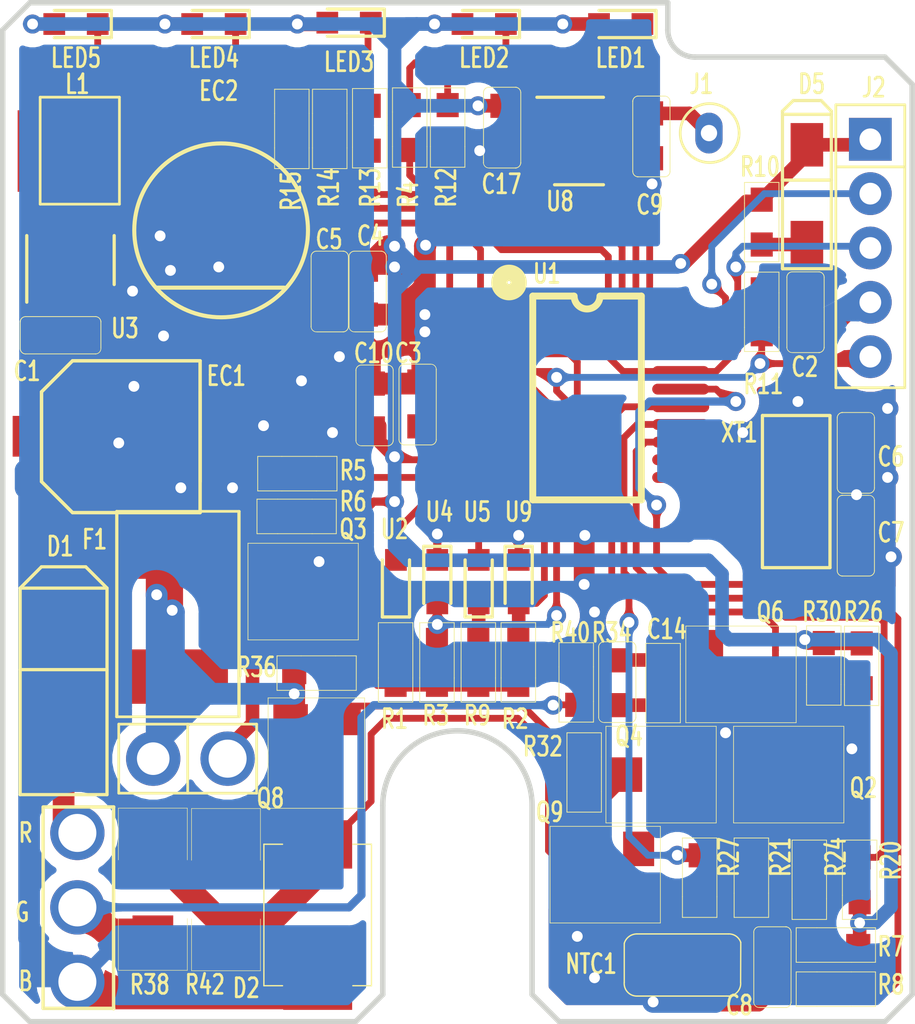
<source format=kicad_pcb>
(kicad_pcb (version 20171130) (host pcbnew "(5.1.4)-1")
  (layers (0 F.Cu signal) (31 B.Cu signal) (34 B.Paste user) (35 F.Paste user) (36 B.SilkS user) (37 F.SilkS user) (38 B.Mask user) (39 F.Mask user) (44 Edge.Cuts user))
  (net 0 "")
  (net 1 "Net-(C9-Pad2)")
  (net 2 +5V)
  (net 3 "Net-(L1-Pad1)")
  (net 4 /LED_1MM)
  (net 5 GND)
  (net 6 "Net-(C8-Pad1)")
  (net 7 "Net-(Q3-Pad1)")
  (net 8 "Net-(R1-Pad2)")
  (net 9 /IR1_Recieve)
  (net 10 /AD_InSide)
  (net 11 "Net-(R9-Pad2)")
  (net 12 +24V)
  (net 13 /Kout1)
  (net 14 /CTRCL1)
  (net 15 /TXD1)
  (net 16 /RXD1)
  (net 17 "Net-(C3-Pad1)")
  (net 18 /O_Actuator)
  (net 19 "Net-(C7-Pad1)")
  (net 20 "Net-(C6-Pad2)")
  (net 21 "Net-(D2-Pad2)")
  (net 22 "Net-(Q8-Pad3)")
  (net 23 /UART1)
  (net 24 "Net-(Q2-Pad3)")
  (net 25 "Net-(Q2-Pad1)")
  (net 26 "Net-(Q4-Pad3)")
  (net 27 "Net-(Q8-Pad1)")
  (net 28 "Net-(Q9-Pad1)")
  (net 29 "Net-(C14-Pad1)")
  (net 30 "Net-(C2-Pad1)")
  (net 31 /LED_2MM)
  (net 32 /IR1_TX1)
  (net 33 /IR2_TX2)
  (net 34 /+24V1)
  (net 35 "Net-(LED1-Pad1)")
  (net 36 "Net-(LED2-Pad1)")
  (net 37 "Net-(LED3-Pad1)")
  (net 38 "Net-(LED4-Pad1)")
  (net 39 "Net-(LED5-Pad1)")
  (net 40 /Run_LED)
  (net 41 "Net-(J3-Pad2)")
  (net 42 /LED_4MM)
  (net 43 /LED_3MM)
  (net 44 /IR2_Recieve)
  (net 45 "Net-(D1-Pad1)")
  (net 46 "Net-(U3-Pad3)")
  (net 47 "Net-(U8-Pad4)")
  (net 48 "Net-(U8-Pad5)")
  (module MenRed_Library_IC:IC.SMT.SOT-23-5 (layer F.Cu) (at 141.986 93.472 90)
    (fp_text reference U3 (at -2.5146 2.0066 180) (layer F.SilkS) (effects (font (size 0.7 0.5) (thickness 0.1))))
    (fp_text value AP2307TB-A1.SOT23-5)
    (pad 1 smd rect (at -1.1 -0.95 90) (size 1.06 0.65) (layers F.Cu F.Paste F.Mask) (net 12 +24V))
    (pad 2 smd rect (at -1.1 0 90) (size 1.06 0.65) (layers F.Cu F.Paste F.Mask) (net 5 GND))
    (pad 3 smd rect (at -1.1 0.95 90) (size 1.06 0.65) (layers F.Cu F.Paste F.Mask) (net 46 "Net-(U3-Pad3)"))
    (pad 4 smd rect (at 1.1 0.95 90) (size 1.06 0.65) (layers F.Cu F.Paste F.Mask) (net 2 +5V))
    (pad 5 smd rect (at 1.1 -0.95 90) (size 1.06 0.65) (layers F.Cu F.Paste F.Mask) (net 3 "Net-(L1-Pad1)"))
  )
  (module MenRed_Library_DIODE:D.LED.SMT.0603 (layer F.Cu) (at 152.2476 84.7344 180)
    (fp_text reference LED3 (at 0 -1.45) (layer F.SilkS) (effects (font (size 0.7 0.5) (thickness 0.1))))
    (fp_text value HUF34A-TRB-0805)
    (pad 2 smd rect (at 0.8 0) (size 0.8 0.8) (layers F.Cu F.Paste F.Mask) (net 2 +5V))
    (pad 1 smd rect (at -0.8 0) (size 0.8 0.8) (layers F.Cu F.Paste F.Mask) (net 37 "Net-(LED3-Pad1)"))
  )
  (module MenRed_Library_FUSE:FUSE.100MA.SMC (layer F.Cu) (at 145.923 106.426 270)
    (fp_text reference F1 (at -2.667 3.048 180) (layer F.SilkS) (effects (font (size 0.7 0.5) (thickness 0.1))))
    (fp_text value PTC_500MA)
    (pad 2 smd rect (at 2.3775 -0.0635 270) (size 2 3.6) (layers F.Cu F.Paste F.Mask) (net 45 "Net-(D1-Pad1)"))
    (pad 1 smd rect (at -2.2225 -0.0635 270) (size 2 3.6) (layers F.Cu F.Paste F.Mask) (net 12 +24V))
  )
  (module MenRed_Library_DIODE:D.LED.SMT.0603 (layer F.Cu) (at 142.1892 84.7852 180)
    (fp_text reference LED5 (at 0 -1.25) (layer F.SilkS) (effects (font (size 0.7 0.5) (thickness 0.1))))
    (fp_text value HUF34A-TRB-0805)
    (pad 2 smd rect (at 0.8 0) (size 0.8 0.8) (layers F.Cu F.Paste F.Mask) (net 2 +5V))
    (pad 1 smd rect (at -0.8 0) (size 0.8 0.8) (layers F.Cu F.Paste F.Mask) (net 39 "Net-(LED5-Pad1)"))
  )
  (module MenRed_Library_CAP:CAP.SMT.0603C (layer F.Cu) (at 151.511 94.615 270)
    (fp_text reference C5 (at -1.905 0 180) (layer F.SilkS) (effects (font (size 0.7 0.5) (thickness 0.1))))
    (fp_text value 0.1uF_0603)
    (pad 1 smd rect (at -0.7874 0 270) (size 0.889 0.8128) (layers F.Cu F.Paste F.Mask) (net 2 +5V))
    (pad 2 smd rect (at 0.8636 0 270) (size 0.889 0.8128) (layers F.Cu F.Paste F.Mask) (net 5 GND))
  )
  (module MenRed_Library_IC:SOP-20 (layer F.Cu) (at 161.036 98.425)
    (fp_text reference U1 (at -1.5 -4.45 180) (layer F.SilkS) (effects (font (size 0.7 0.5) (thickness 0.1))))
    (fp_text value MCU.HC32L110C6PA.SOP-20)
    (pad 1 smd oval (at -3.471 -2.802 270) (size 0.4 2.1) (layers F.Cu F.Paste F.Mask) (net 43 /LED_3MM))
    (pad 10 smd oval (at -3.471 3.048 270) (size 0.4 2.1) (layers F.Cu F.Paste F.Mask) (net 18 /O_Actuator))
    (pad 9 smd oval (at -3.471 2.398 270) (size 0.4 2.1) (layers F.Cu F.Paste F.Mask) (net 2 +5V))
    (pad 8 smd oval (at -3.471 1.748 270) (size 0.4 2.1) (layers F.Cu F.Paste F.Mask) (net 17 "Net-(C3-Pad1)"))
    (pad 7 smd oval (at -3.471 1.098 270) (size 0.4 2.1) (layers F.Cu F.Paste F.Mask) (net 5 GND))
    (pad 6 smd oval (at -3.471 0.448 270) (size 0.4 2.1) (layers F.Cu F.Paste F.Mask) (net 32 /IR1_TX1))
    (pad 5 smd oval (at -3.471 -0.202 270) (size 0.4 2.1) (layers F.Cu F.Paste F.Mask) (net 33 /IR2_TX2))
    (pad 4 smd oval (at -3.471 -0.852 270) (size 0.4 2.1) (layers F.Cu F.Paste F.Mask) (net 44 /IR2_Recieve))
    (pad 3 smd oval (at -3.471 -1.502 270) (size 0.4 2.1) (layers F.Cu F.Paste F.Mask) (net 9 /IR1_Recieve))
    (pad 2 smd oval (at -3.471 -2.152 270) (size 0.4 2.1) (layers F.Cu F.Paste F.Mask) (net 42 /LED_4MM))
    (pad 19 smd oval (at 3.429 -2.152 270) (size 0.4 2.1) (layers F.Cu F.Paste F.Mask) (net 40 /Run_LED))
    (pad 18 smd oval (at 3.429 -1.502 270) (size 0.4 2.1) (layers F.Cu F.Paste F.Mask) (net 4 /LED_1MM))
    (pad 17 smd oval (at 3.429 -0.852 270) (size 0.4 2.1) (layers F.Cu F.Paste F.Mask) (net 31 /LED_2MM))
    (pad 16 smd oval (at 3.429 -0.202 270) (size 0.4 2.1) (layers F.Cu F.Paste F.Mask) (net 10 /AD_InSide))
    (pad 15 smd oval (at 3.429 0.448 270) (size 0.4 2.1) (layers F.Cu F.Paste F.Mask) (net 14 /CTRCL1))
    (pad 11 smd oval (at 3.429 3.048 270) (size 0.4 2.1) (layers F.Cu F.Paste F.Mask) (net 19 "Net-(C7-Pad1)"))
    (pad 14 smd oval (at 3.429 1.098 270) (size 0.4 2.1) (layers F.Cu F.Paste F.Mask) (net 16 /RXD1))
    (pad 13 smd oval (at 3.429 1.748 270) (size 0.4 2.1) (layers F.Cu F.Paste F.Mask) (net 15 /TXD1))
    (pad 12 smd oval (at 3.429 2.398 270) (size 0.4 2.1) (layers F.Cu F.Paste F.Mask) (net 20 "Net-(C6-Pad2)"))
    (pad 20 smd oval (at 3.429 -2.802 270) (size 0.4 2.1) (layers F.Cu F.Paste F.Mask) (net 13 /Kout1))
  )
  (module MenRed_Library_CON:CON_DIP_1X2PIN_2.54MM (layer F.Cu) (at 145.161 111.633)
    (fp_text reference J3 hide)
    (fp_text value CON.DIP.1X2P.2.54MM)
    (pad 1 thru_hole circle (at -0.127 0.1905) (size 2 2) (drill 1.2) (layers *.Cu *.Mask) (net 12 +24V))
    (pad 2 thru_hole circle (at 2.613 0.1905) (size 2 2) (drill 1.4) (layers *.Cu *.Mask) (net 41 "Net-(J3-Pad2)"))
  )
  (module MenRed_Library_CON:CON_DIP_1X5PIN_2.0MM (layer F.Cu) (at 171.45001 89.02802 270)
    (fp_text reference J2 (at -1.90602 -0.12699 unlocked) (layer F.SilkS) (effects (font (size 0.7 0.5) (thickness 0.1))))
    (fp_text value CON.DIP.1X5P.2.0MM)
    (pad 1 thru_hole rect (at 0 0 270) (size 1.5748 1.5748) (drill 0.8) (layers *.Cu *.Mask) (net 2 +5V))
    (pad 2 thru_hole circle (at 1.99999 -0.00001 270) (size 1.5748 1.5748) (drill 0.8) (layers *.Cu *.Mask) (net 4 /LED_1MM))
    (pad 3 thru_hole circle (at 3.99999 0.00001 270) (size 1.5748 1.5748) (drill 0.8) (layers *.Cu *.Mask) (net 31 /LED_2MM))
    (pad 4 thru_hole circle (at 5.99998 0.00001 270) (size 1.5748 1.5748) (drill 0.8) (layers *.Cu *.Mask) (net 5 GND))
    (pad 5 thru_hole circle (at 7.99999 0.00001 270) (size 1.5748 1.5748) (drill 0.8) (layers *.Cu *.Mask) (net 44 /IR2_Recieve))
  )
  (module MenRed_Library_DIODE:D.SMT.SMBJ13CA.D0-214 (layer F.Cu) (at 151.0284 117.7036 90)
    (fp_text reference D2 (at -2.5654 -2.5654) (layer F.SilkS) (effects (font (size 0.7 0.5) (thickness 0.1))))
    (fp_text value SMBJ28CA)
    (pad 1 smd rect (at -2.4765 0.0635 90) (size 1.778 2.54) (layers F.Cu F.Paste F.Mask) (net 5 GND))
    (pad 2 smd rect (at 2.7235 0.0635 90) (size 1.778 2.54) (layers F.Cu F.Paste F.Mask) (net 21 "Net-(D2-Pad2)"))
  )
  (module MenRed_Library_CON:CON_DIP_3PIN_2.54MM (layer F.Cu) (at 142.5575 117.2972 270)
    (fp_text reference U10 hide)
    (fp_text value CON.1X3P5.0MM.WJ103)
    (pad 3 thru_hole circle (at 2.74 0.3175 270) (size 2 2) (drill 1.4) (layers *.Cu *.Mask) (net 5 GND))
    (pad 2 thru_hole circle (at 0 0.3175 270) (size 2 2) (drill 1.4) (layers *.Cu *.Mask) (net 23 /UART1))
    (pad 1 thru_hole circle (at -2.74 0.3175 270) (size 2 2) (drill 1.4) (layers *.Cu *.Mask) (net 34 /+24V1))
  )
  (module MenRed_Library_RES:RES.SMT.0603 (layer F.Cu) (at 160.8455 112.3315 270)
    (fp_text reference R32 (at -0.9525 1.4605 180) (layer F.SilkS) (effects (font (size 0.7 0.5) (thickness 0.1))))
    (fp_text value 10K/0603)
    (pad 2 smd rect (at 0.8255 -0.0635 270) (size 0.889 0.8128) (layers F.Cu F.Paste F.Mask) (net 26 "Net-(Q4-Pad3)"))
    (pad 1 smd rect (at -0.8255 -0.0635 270) (size 0.889 0.8128) (layers F.Cu F.Paste F.Mask) (net 27 "Net-(Q8-Pad1)"))
  )
  (module MenRed_Library_RES:RES.SMT.0603 (layer F.Cu) (at 165.1 116.205 270)
    (fp_text reference R27 (at -0.762 -1.143 90) (layer F.SilkS) (effects (font (size 0.7 0.5) (thickness 0.1))))
    (fp_text value 1K/0603)
    (pad 2 smd rect (at 0.8255 -0.0635 270) (size 0.889 0.8128) (layers F.Cu F.Paste F.Mask) (net 28 "Net-(Q9-Pad1)"))
    (pad 1 smd rect (at -0.8255 -0.0635 270) (size 0.889 0.8128) (layers F.Cu F.Paste F.Mask) (net 14 /CTRCL1))
  )
  (module MenRed_Library_RES:RES.SMT.0603 (layer F.Cu) (at 169.672 108.3945 270)
    (fp_text reference R30 (at -1.9685 0 180) (layer F.SilkS) (effects (font (size 0.7 0.5) (thickness 0.1))))
    (fp_text value 10K/0603)
    (pad 2 smd rect (at 0.8255 -0.0635 270) (size 0.889 0.8128) (layers F.Cu F.Paste F.Mask) (net 16 /RXD1))
    (pad 1 smd rect (at -0.8255 -0.0635 270) (size 0.889 0.8128) (layers F.Cu F.Paste F.Mask) (net 2 +5V))
  )
  (module MenRed_Library_DIODE:D.SMT.1N5819.SMA (layer F.Cu) (at 141.732 109.347 270)
    (fp_text reference D1 (at -5.334 0.127 180) (layer F.SilkS) (effects (font (size 0.7 0.5) (thickness 0.1))))
    (fp_text value 1N5819.D0-214)
    (pad 2 smd rect (at 2.4 0 270) (size 2.4 2.54) (layers F.Cu F.Paste F.Mask) (net 34 /+24V1))
    (pad 1 smd rect (at -2.4 0 270) (size 2.4 2.54) (layers F.Cu F.Paste F.Mask) (net 45 "Net-(D1-Pad1)"))
  )
  (module MenRed_Library_CAP:CAP.SMT.47UF.16V (layer F.Cu) (at 147.574 92.456 270)
    (fp_text reference EC2 (at -5.207 0.127 180) (layer F.SilkS) (effects (font (size 0.7 0.5) (thickness 0.1))))
    (fp_text value 100uF.10V)
    (pad 1 smd rect (at -3.5 -0.127) (size 2 2) (layers F.Cu F.Paste F.Mask) (net 2 +5V))
    (pad 2 smd rect (at 3.5 -0.127) (size 2 2) (layers F.Cu F.Paste F.Mask) (net 5 GND))
  )
  (module MenRed_Library_CAP:CAP.SMT.47UF.25V (layer F.Cu) (at 144.145 99.949)
    (fp_text reference EC1 (at 3.5814 -2.2098) (layer F.SilkS) (effects (font (size 0.7 0.5) (thickness 0.1))))
    (fp_text value 47uF.50V)
    (pad 1 smd rect (at -3.0888 0.0084) (size 2.4 1.5) (layers F.Cu F.Paste F.Mask) (net 12 +24V))
    (pad 2 smd rect (at 2.4012 0.0084) (size 2.4 1.5) (layers F.Cu F.Paste F.Mask) (net 5 GND))
  )
  (module MenRed_Library_DIODE:D.SMT.1N4148.SOD-123 (layer F.Cu) (at 169.037 91.059 270)
    (fp_text reference D5 (at -4.064 -0.254 180) (layer F.SilkS) (effects (font (size 0.7 0.5) (thickness 0.1))))
    (fp_text value 1N4148 hide)
    (pad 1 smd rect (at -1.8288 -0.0762 270) (size 1.6 1.2) (layers F.Cu F.Paste F.Mask) (net 2 +5V))
    (pad 2 smd rect (at 1.7712 -0.0762 270) (size 1.6 1.2) (layers F.Cu F.Paste F.Mask) (net 30 "Net-(C2-Pad1)"))
  )
  (module MenRed_Library_CAP:CAP.SMT.0603C (layer F.Cu) (at 153.162 98.806 270)
    (fp_text reference C10 (at -1.905 0 180) (layer F.SilkS) (effects (font (size 0.7 0.5) (thickness 0.1))))
    (fp_text value 1uF_0603)
    (pad 1 smd rect (at -0.7874 0 270) (size 0.889 0.8128) (layers F.Cu F.Paste F.Mask) (net 5 GND))
    (pad 2 smd rect (at 0.8636 0 270) (size 0.889 0.8128) (layers F.Cu F.Paste F.Mask) (net 2 +5V))
  )
  (module MenRed_Library_CAP:CAP.SMT.0603C (layer F.Cu) (at 163.4109 88.9381 90)
    (fp_text reference C9 (at -2.5019 -0.0889 180) (layer F.SilkS) (effects (font (size 0.7 0.5) (thickness 0.1))))
    (fp_text value 12pF_0603)
    (pad 1 smd rect (at -0.7874 0 90) (size 0.889 0.8128) (layers F.Cu F.Paste F.Mask) (net 5 GND))
    (pad 2 smd rect (at 0.8636 0 90) (size 0.889 0.8128) (layers F.Cu F.Paste F.Mask) (net 1 "Net-(C9-Pad2)"))
  )
  (module MenRed_Library_CON:CON_DIP_1PIN_copy (layer F.Cu) (at 165.5064 88.7984)
    (fp_text reference J1 (at -0.2794 -1.8034 unlocked) (layer F.SilkS) (effects (font (size 0.7 0.5) (thickness 0.1))))
    (fp_text value Touch hide)
    (pad 1 thru_hole oval (at 0 0) (size 1 1.5) (drill 0.6) (layers *.Cu *.Mask) (net 1 "Net-(C9-Pad2)"))
  )
  (module MenRed_Library_CAP:CAP.SMT.0603C (layer F.Cu) (at 157.861 88.5825 270)
    (fp_text reference C17 (at 2.0955 0 180) (layer F.SilkS) (effects (font (size 0.7 0.5) (thickness 0.1))))
    (fp_text value 0.1uF_0603)
    (pad 1 smd rect (at -0.7874 0 270) (size 0.889 0.8128) (layers F.Cu F.Paste F.Mask) (net 2 +5V))
    (pad 2 smd rect (at 0.8636 0 270) (size 0.889 0.8128) (layers F.Cu F.Paste F.Mask) (net 5 GND))
  )
  (module MenRed_Library_CAP:CAP.SMT.0603C (layer F.Cu) (at 167.8178 119.4816 270)
    (fp_text reference C8 (at 1.4224 1.1938 180) (layer F.SilkS) (effects (font (size 0.7 0.5) (thickness 0.1))))
    (fp_text value 0.1uF_0603)
    (pad 1 smd rect (at -0.7874 0 270) (size 0.889 0.8128) (layers F.Cu F.Paste F.Mask) (net 6 "Net-(C8-Pad1)"))
    (pad 2 smd rect (at 0.8636 0 270) (size 0.889 0.8128) (layers F.Cu F.Paste F.Mask) (net 5 GND))
  )
  (module MenRed_Library_CAP:CAP.SMT.0603C (layer F.Cu) (at 170.942 103.632 90)
    (fp_text reference C7 (at 0.127 1.27 180) (layer F.SilkS) (effects (font (size 0.7 0.5) (thickness 0.1))))
    (fp_text value 12pF_0603)
    (pad 1 smd rect (at -0.7874 0 90) (size 0.889 0.8128) (layers F.Cu F.Paste F.Mask) (net 19 "Net-(C7-Pad1)"))
    (pad 2 smd rect (at 0.8636 0 90) (size 0.889 0.8128) (layers F.Cu F.Paste F.Mask) (net 5 GND))
  )
  (module MenRed_Library_CAP:CAP.SMT.0603C (layer F.Cu) (at 170.942 100.584 90)
    (fp_text reference C6 (at -0.127 1.27 180) (layer F.SilkS) (effects (font (size 0.7 0.5) (thickness 0.1))))
    (fp_text value 12pF_0603)
    (pad 1 smd rect (at -0.7874 0 90) (size 0.889 0.8128) (layers F.Cu F.Paste F.Mask) (net 5 GND))
    (pad 2 smd rect (at 0.8636 0 90) (size 0.889 0.8128) (layers F.Cu F.Paste F.Mask) (net 20 "Net-(C6-Pad2)"))
  )
  (module MenRed_Library_CAP:CAP.SMT.0603C (layer F.Cu) (at 154.8003 98.806 90)
    (fp_text reference C3 (at 1.905 -0.3683 180) (layer F.SilkS) (effects (font (size 0.7 0.5) (thickness 0.1))))
    (fp_text value 4.7uF_0603)
    (pad 1 smd rect (at -0.7874 0 90) (size 0.889 0.8128) (layers F.Cu F.Paste F.Mask) (net 17 "Net-(C3-Pad1)"))
    (pad 2 smd rect (at 0.8636 0 90) (size 0.889 0.8128) (layers F.Cu F.Paste F.Mask) (net 5 GND))
  )
  (module MenRed_Library_CAP:CAP.SMT.0603C (layer F.Cu) (at 169.037 95.377 270)
    (fp_text reference C2 (at 2.032 0 180) (layer F.SilkS) (effects (font (size 0.7 0.5) (thickness 0.1))))
    (fp_text value 0.1uF_0603)
    (pad 1 smd rect (at -0.7874 0 270) (size 0.889 0.8128) (layers F.Cu F.Paste F.Mask) (net 30 "Net-(C2-Pad1)"))
    (pad 2 smd rect (at 0.8636 0 270) (size 0.889 0.8128) (layers F.Cu F.Paste F.Mask) (net 5 GND))
  )
  (module MenRed_Library_CAP:CAP.SMT.0603C (layer F.Cu) (at 141.605 96.266)
    (fp_text reference C1 (at -1.2192 1.2954) (layer F.SilkS) (effects (font (size 0.7 0.5) (thickness 0.1))))
    (fp_text value 0.1uF_0603)
    (pad 1 smd rect (at -0.7874 0) (size 0.889 0.8128) (layers F.Cu F.Paste F.Mask) (net 12 +24V))
    (pad 2 smd rect (at 0.8636 0) (size 0.889 0.8128) (layers F.Cu F.Paste F.Mask) (net 5 GND))
  )
  (module MenRed_Library_RES:RES.SMT.0603 (layer F.Cu) (at 167.513 95.377 90)
    (fp_text reference R11 (at -2.667 0 180) (layer F.SilkS) (effects (font (size 0.7 0.5) (thickness 0.1))))
    (fp_text value 430R/0603)
    (pad 2 smd rect (at 0.8255 -0.0635 90) (size 0.889 0.8128) (layers F.Cu F.Paste F.Mask) (net 30 "Net-(C2-Pad1)"))
    (pad 1 smd rect (at -0.8255 -0.0635 90) (size 0.889 0.8128) (layers F.Cu F.Paste F.Mask) (net 44 /IR2_Recieve))
  )
  (module MenRed_Library_RES:RES.SMT.0603 (layer F.Cu) (at 167.513 92.075 90)
    (fp_text reference R10 (at 2.032 -0.127 180) (layer F.SilkS) (effects (font (size 0.7 0.5) (thickness 0.1))))
    (fp_text value 10K/0603)
    (pad 2 smd rect (at 0.8255 -0.0635 90) (size 0.889 0.8128) (layers F.Cu F.Paste F.Mask) (net 2 +5V))
    (pad 1 smd rect (at -0.8255 -0.0635 90) (size 0.889 0.8128) (layers F.Cu F.Paste F.Mask) (net 30 "Net-(C2-Pad1)"))
  )
  (module MenRed_Library_RES:RES.SMT.0603 (layer F.Cu) (at 150.3172 102.8446 180)
    (fp_text reference R6 (at -2.0828 0.4826) (layer F.SilkS) (effects (font (size 0.7 0.5) (thickness 0.1))))
    (fp_text value 10K/0603)
    (pad 2 smd rect (at 0.8255 -0.0635 180) (size 0.889 0.8128) (layers F.Cu F.Paste F.Mask) (net 7 "Net-(Q3-Pad1)"))
    (pad 1 smd rect (at -0.8255 -0.0635 180) (size 0.889 0.8128) (layers F.Cu F.Paste F.Mask) (net 5 GND))
  )
  (module MenRed_Library_RES:RES.SMT.0603 (layer F.Cu) (at 150.3426 101.3968)
    (fp_text reference R5 (at 2.0574 -0.1778) (layer F.SilkS) (effects (font (size 0.7 0.5) (thickness 0.1))))
    (fp_text value 10K/0603)
    (pad 2 smd rect (at 0.8255 -0.0635) (size 0.889 0.8128) (layers F.Cu F.Paste F.Mask) (net 18 /O_Actuator))
    (pad 1 smd rect (at -0.8255 -0.0635) (size 0.889 0.8128) (layers F.Cu F.Paste F.Mask) (net 7 "Net-(Q3-Pad1)"))
  )
  (module MenRed_Library_CAP:CAP.SMT.0603C (layer F.Cu) (at 152.908 94.615 270)
    (fp_text reference C4 (at -2.032 -0.127 180) (layer F.SilkS) (effects (font (size 0.7 0.5) (thickness 0.1))))
    (fp_text value 1uF_0603)
    (pad 1 smd rect (at -0.7874 0 270) (size 0.889 0.8128) (layers F.Cu F.Paste F.Mask) (net 2 +5V))
    (pad 2 smd rect (at 0.8636 0 270) (size 0.889 0.8128) (layers F.Cu F.Paste F.Mask) (net 5 GND))
  )
  (module MenRed_Library_RES:RES.SMT.0603 (layer F.Cu) (at 160.5534 109.0168 270)
    (fp_text reference R40 (at -1.8288 0.1524 180) (layer F.SilkS) (effects (font (size 0.7 0.5) (thickness 0.1))))
    (fp_text value 4.7K/0603)
    (pad 2 smd rect (at 0.8255 -0.0635 270) (size 0.889 0.8128) (layers F.Cu F.Paste F.Mask) (net 23 /UART1))
    (pad 1 smd rect (at -0.8255 -0.0635 270) (size 0.889 0.8128) (layers F.Cu F.Paste F.Mask) (net 29 "Net-(C14-Pad1)"))
  )
  (module MenRed_Library_RES:RES.SMT.0603 (layer F.Cu) (at 151.0538 108.7374)
    (fp_text reference R36 (at -2.2098 -0.2794) (layer F.SilkS) (effects (font (size 0.7 0.5) (thickness 0.1))))
    (fp_text value 10K/0603)
    (pad 2 smd rect (at 0.8255 -0.0635) (size 0.889 0.8128) (layers F.Cu F.Paste F.Mask) (net 27 "Net-(Q8-Pad1)"))
    (pad 1 smd rect (at -0.8255 -0.0635) (size 0.889 0.8128) (layers F.Cu F.Paste F.Mask) (net 12 +24V))
  )
  (module MenRed_Library_RES:RES.SMT.0603 (layer F.Cu) (at 163.8808 109.0422 90)
    (fp_text reference R34 (at 1.8542 -1.9558 180) (layer F.SilkS) (effects (font (size 0.7 0.5) (thickness 0.1))))
    (fp_text value 1K/0603)
    (pad 2 smd rect (at 0.8255 -0.0635 90) (size 0.889 0.8128) (layers F.Cu F.Paste F.Mask) (net 29 "Net-(C14-Pad1)"))
    (pad 1 smd rect (at -0.8255 -0.0635 90) (size 0.889 0.8128) (layers F.Cu F.Paste F.Mask) (net 5 GND))
  )
  (module MenRed_Library_RES:RES.SMT.0603 (layer F.Cu) (at 171.069 108.4072 270)
    (fp_text reference R26 (at -1.9812 -0.127 180) (layer F.SilkS) (effects (font (size 0.7 0.5) (thickness 0.1))))
    (fp_text value 10K/0603)
    (pad 2 smd rect (at 0.8255 -0.0635 270) (size 0.889 0.8128) (layers F.Cu F.Paste F.Mask) (net 24 "Net-(Q2-Pad3)"))
    (pad 1 smd rect (at -0.8255 -0.0635 270) (size 0.889 0.8128) (layers F.Cu F.Paste F.Mask) (net 2 +5V))
  )
  (module MenRed_Library_RES:RES.SMT.0603 (layer F.Cu) (at 169.1386 116.2812 270)
    (fp_text reference R24 (at -0.8382 -1.0414 90) (layer F.SilkS) (effects (font (size 0.7 0.5) (thickness 0.1))))
    (fp_text value 10K/0603)
    (pad 2 smd rect (at 0.8255 -0.0635 270) (size 0.889 0.8128) (layers F.Cu F.Paste F.Mask) (net 15 /TXD1))
    (pad 1 smd rect (at -0.8255 -0.0635 270) (size 0.889 0.8128) (layers F.Cu F.Paste F.Mask) (net 25 "Net-(Q2-Pad1)"))
  )
  (module MenRed_Library_RES:RES.SMT.0603 (layer F.Cu) (at 167.132 116.205 90)
    (fp_text reference R21 (at 0.762 1.016 90) (layer F.SilkS) (effects (font (size 0.7 0.5) (thickness 0.1))))
    (fp_text value 10K/0603)
    (pad 2 smd rect (at 0.8255 -0.0635 90) (size 0.889 0.8128) (layers F.Cu F.Paste F.Mask) (net 14 /CTRCL1))
    (pad 1 smd rect (at -0.8255 -0.0635 90) (size 0.889 0.8128) (layers F.Cu F.Paste F.Mask) (net 15 /TXD1))
  )
  (module MenRed_Library_RES:RES.SMT.0603 (layer F.Cu) (at 171.1198 116.2812 90)
    (fp_text reference R20 (at 0.7112 1.0922 90) (layer F.SilkS) (effects (font (size 0.7 0.5) (thickness 0.1))))
    (fp_text value 10K/0603)
    (pad 2 smd rect (at 0.8255 -0.0635 90) (size 0.889 0.8128) (layers F.Cu F.Paste F.Mask) (net 15 /TXD1))
    (pad 1 smd rect (at -0.8255 -0.0635 90) (size 0.889 0.8128) (layers F.Cu F.Paste F.Mask) (net 2 +5V))
  )
  (module MenRed_Library_BJT:BJT.SMT.SOT-23 (layer F.Cu) (at 166.4716 108.6104 270)
    (fp_text reference Q6 (at -2.1844 -1.2954 180) (layer F.SilkS) (effects (font (size 0.7 0.5) (thickness 0.1))))
    (fp_text value BJT_SS8050)
    (pad 3 smd rect (at 0.111 -1.484 180) (size 1.143 1.27) (layers F.Cu F.Paste F.Mask) (net 16 /RXD1))
    (pad 2 smd rect (at 1.061 1.016) (size 1.143 1.27) (layers F.Cu F.Paste F.Mask) (net 5 GND))
    (pad 1 smd rect (at -0.889 1.016) (size 1.143 1.27) (layers F.Cu F.Paste F.Mask) (net 29 "Net-(C14-Pad1)"))
  )
  (module MenRed_Library_CAP:CAP.SMT.0603C (layer F.Cu) (at 162.1028 108.9914 270)
    (fp_text reference C14 (at -1.9304 -1.8542 180) (layer F.SilkS) (effects (font (size 0.7 0.5) (thickness 0.1))))
    (fp_text value 51pF_0603)
    (pad 1 smd rect (at -0.7874 0 270) (size 0.889 0.8128) (layers F.Cu F.Paste F.Mask) (net 29 "Net-(C14-Pad1)"))
    (pad 2 smd rect (at 0.8636 0 270) (size 0.889 0.8128) (layers F.Cu F.Paste F.Mask) (net 5 GND))
  )
  (module MenRed_Library_BJT:BJT.SMT.SOT-23 (layer F.Cu) (at 161.8996 116.205 90)
    (fp_text reference Q9 (at 2.413 -2.2606 180) (layer F.SilkS) (effects (font (size 0.7 0.5) (thickness 0.1))))
    (fp_text value BJT_BC817)
    (pad 3 smd rect (at 0.111 -1.484) (size 1.143 1.27) (layers F.Cu F.Paste F.Mask) (net 21 "Net-(D2-Pad2)"))
    (pad 2 smd rect (at 1.061 1.016 180) (size 1.143 1.27) (layers F.Cu F.Paste F.Mask) (net 5 GND))
    (pad 1 smd rect (at -0.889 1.016 180) (size 1.143 1.27) (layers F.Cu F.Paste F.Mask) (net 28 "Net-(Q9-Pad1)"))
  )
  (module MenRed_Library_BJT:BJT.SMT.SOT-23 (layer F.Cu) (at 151.1554 111.4044 180)
    (fp_text reference Q8 (at 1.8034 -1.8796) (layer F.SilkS) (effects (font (size 0.7 0.5) (thickness 0.1))))
    (fp_text value BJT_BC807)
    (pad 3 smd rect (at 0.111 -1.484 90) (size 1.143 1.27) (layers F.Cu F.Paste F.Mask) (net 22 "Net-(Q8-Pad3)"))
    (pad 2 smd rect (at 1.061 1.016 270) (size 1.143 1.27) (layers F.Cu F.Paste F.Mask) (net 12 +24V))
    (pad 1 smd rect (at -0.889 1.016 270) (size 1.143 1.27) (layers F.Cu F.Paste F.Mask) (net 27 "Net-(Q8-Pad1)"))
  )
  (module MenRed_Library_BJT:BJT.SMT.SOT-23 (layer F.Cu) (at 163.957 112.522 90)
    (fp_text reference Q4 (at 1.524 -1.397 180) (layer F.SilkS) (effects (font (size 0.7 0.5) (thickness 0.1))))
    (fp_text value BJT_SS8050)
    (pad 3 smd rect (at 0.111 -1.484) (size 1.143 1.27) (layers F.Cu F.Paste F.Mask) (net 26 "Net-(Q4-Pad3)"))
    (pad 2 smd rect (at 1.061 1.016 180) (size 1.143 1.27) (layers F.Cu F.Paste F.Mask) (net 5 GND))
    (pad 1 smd rect (at -0.889 1.016 180) (size 1.143 1.27) (layers F.Cu F.Paste F.Mask) (net 24 "Net-(Q2-Pad3)"))
  )
  (module MenRed_Library_BJT:BJT.SMT.SOT-23 (layer F.Cu) (at 168.656 112.522 90)
    (fp_text reference Q2 (at -0.381 2.54 180) (layer F.SilkS) (effects (font (size 0.7 0.5) (thickness 0.1))))
    (fp_text value BJT_SS8050)
    (pad 3 smd rect (at 0.111 -1.484) (size 1.143 1.27) (layers F.Cu F.Paste F.Mask) (net 24 "Net-(Q2-Pad3)"))
    (pad 2 smd rect (at 1.061 1.016 180) (size 1.143 1.27) (layers F.Cu F.Paste F.Mask) (net 5 GND))
    (pad 1 smd rect (at -0.889 1.016 180) (size 1.143 1.27) (layers F.Cu F.Paste F.Mask) (net 25 "Net-(Q2-Pad1)"))
  )
  (module MenRed_Library_RES:RES.SMT.1206 (layer F.Cu) (at 144.9578 116.586 270)
    (fp_text reference R42 (at 3.556 -1.9812 180) (layer F.SilkS) (effects (font (size 0.7 0.5) (thickness 0.1))))
    (fp_text value 100R/1206)
    (pad 1 smd rect (at -1.6706 -0.0635 270) (size 1.5 1.5) (layers F.Cu F.Paste F.Mask) (net 21 "Net-(D2-Pad2)"))
    (pad 2 smd rect (at 1.7584 -0.0635 270) (size 1.5 1.5) (layers F.Cu F.Paste F.Mask) (net 23 /UART1))
  )
  (module MenRed_Library_RES:RES.SMT.1206 (layer F.Cu) (at 147.7772 116.6876 90)
    (fp_text reference R38 (at -3.4544 -2.8702 180) (layer F.SilkS) (effects (font (size 0.7 0.5) (thickness 0.1))))
    (fp_text value 100R/1206)
    (pad 1 smd rect (at -1.6706 -0.0635 90) (size 1.5 1.5) (layers F.Cu F.Paste F.Mask) (net 21 "Net-(D2-Pad2)"))
    (pad 2 smd rect (at 1.7584 -0.0635 90) (size 1.5 1.5) (layers F.Cu F.Paste F.Mask) (net 22 "Net-(Q8-Pad3)"))
  )
  (module MenRed_Library_XTAL:OSC.SMT.32.768KHz (layer F.Cu) (at 168.656 101.9175 270)
    (fp_text reference XT1 (at -2.0955 2.032 180) (layer F.SilkS) (effects (font (size 0.7 0.5) (thickness 0.1))))
    (fp_text value FC-135_32.768KHZ)
    (pad 2 smd rect (at 1.651 -0.0635 270) (size 1.8 1.5) (layers F.Cu F.Paste F.Mask) (net 19 "Net-(C7-Pad1)"))
    (pad 1 smd rect (at -1.524 -0.0635 270) (size 1.8 1.5) (layers F.Cu F.Paste F.Mask) (net 20 "Net-(C6-Pad2)"))
  )
  (module MenRed_Library_DIODE:D.LED.SMT.0603 (layer F.Cu) (at 158.496 105.3084 270)
    (fp_text reference U9 (at -2.5654 0 180) (layer F.SilkS) (effects (font (size 0.7 0.5) (thickness 0.1))))
    (fp_text value MPT60363T_IR)
    (pad 2 smd rect (at 0.8 0 90) (size 0.8 0.8) (layers F.Cu F.Paste F.Mask) (net 44 /IR2_Recieve))
    (pad 1 smd rect (at -0.8 0 90) (size 0.8 0.8) (layers F.Cu F.Paste F.Mask) (net 5 GND))
  )
  (module MenRed_Library_IC:IC.SMT.SOT-23-6 (layer F.Cu) (at 160.7185 89.0905)
    (fp_text reference U8 (at -0.6985 2.2225) (layer F.SilkS) (effects (font (size 0.7 0.5) (thickness 0.1))))
    (fp_text value BS812-1.SOT23-6)
    (pad 1 smd rect (at -1.1 -0.95) (size 1.06 0.65) (layers F.Cu F.Paste F.Mask) (net 2 +5V))
    (pad 2 smd rect (at -1.1 0) (size 1.06 0.65) (layers F.Cu F.Paste F.Mask) (net 5 GND))
    (pad 3 smd rect (at -1.1 0.95) (size 1.06 0.65) (layers F.Cu F.Paste F.Mask) (net 13 /Kout1))
    (pad 4 smd rect (at 1.1 0.95) (size 1.06 0.65) (layers F.Cu F.Paste F.Mask) (net 47 "Net-(U8-Pad4)"))
    (pad 6 smd rect (at 1.1 -0.95) (size 1.06 0.65) (layers F.Cu F.Paste F.Mask) (net 1 "Net-(C9-Pad2)"))
    (pad 5 smd rect (at 1.1 0) (size 1.06 0.65) (layers F.Cu F.Paste F.Mask) (net 48 "Net-(U8-Pad5)"))
  )
  (module MenRed_Library_DIODE:D.LED.SMT.0603 (layer F.Cu) (at 157.0228 105.3084 90)
    (fp_text reference U5 (at 2.5654 -0.0508 180) (layer F.SilkS) (effects (font (size 0.7 0.5) (thickness 0.1))))
    (fp_text value MPT6038C_3T_IR)
    (pad 2 smd rect (at 0.8 0 270) (size 0.8 0.8) (layers F.Cu F.Paste F.Mask) (net 33 /IR2_TX2))
    (pad 1 smd rect (at -0.8 0 270) (size 0.8 0.8) (layers F.Cu F.Paste F.Mask) (net 11 "Net-(R9-Pad2)"))
  )
  (module MenRed_Library_DIODE:D.LED.SMT.0603 (layer F.Cu) (at 155.4988 105.3084 270)
    (fp_text reference U4 (at -2.5654 -0.0762 180) (layer F.SilkS) (effects (font (size 0.7 0.5) (thickness 0.1))))
    (fp_text value MPT60363T_IR)
    (pad 2 smd rect (at 0.8 0 90) (size 0.8 0.8) (layers F.Cu F.Paste F.Mask) (net 9 /IR1_Recieve))
    (pad 1 smd rect (at -0.8 0 90) (size 0.8 0.8) (layers F.Cu F.Paste F.Mask) (net 5 GND))
  )
  (module MenRed_Library_DIODE:D.LED.SMT.0603 (layer F.Cu) (at 153.9748 105.3084 90)
    (fp_text reference U2 (at 1.9304 -0.0508) (layer F.SilkS) (effects (font (size 0.7 0.5) (thickness 0.1))))
    (fp_text value MPT6038C_3T_IR)
    (pad 2 smd rect (at 0.8 0 270) (size 0.8 0.8) (layers F.Cu F.Paste F.Mask) (net 32 /IR1_TX1))
    (pad 1 smd rect (at -0.8 0 270) (size 0.8 0.8) (layers F.Cu F.Paste F.Mask) (net 8 "Net-(R1-Pad2)"))
  )
  (module MenRed_Library_RES:RES.SMT.0603 (layer F.Cu) (at 150.0759 88.646 270)
    (fp_text reference R15 (at 2.286 -0.0381 90) (layer F.SilkS) (effects (font (size 0.7 0.5) (thickness 0.1))))
    (fp_text value 1K/0603)
    (pad 2 smd rect (at 0.8255 -0.0635 270) (size 0.889 0.8128) (layers F.Cu F.Paste F.Mask) (net 42 /LED_4MM))
    (pad 1 smd rect (at -0.8255 -0.0635 270) (size 0.889 0.8128) (layers F.Cu F.Paste F.Mask) (net 39 "Net-(LED5-Pad1)"))
  )
  (module MenRed_Library_RES:RES.SMT.0603 (layer F.Cu) (at 151.4729 88.646 270)
    (fp_text reference R14 (at 2.159 -0.0381 90) (layer F.SilkS) (effects (font (size 0.7 0.5) (thickness 0.1))))
    (fp_text value 1K/0603)
    (pad 2 smd rect (at 0.8255 -0.0635 270) (size 0.889 0.8128) (layers F.Cu F.Paste F.Mask) (net 43 /LED_3MM))
    (pad 1 smd rect (at -0.8255 -0.0635 270) (size 0.889 0.8128) (layers F.Cu F.Paste F.Mask) (net 38 "Net-(LED4-Pad1)"))
  )
  (module MenRed_Library_RES:RES.SMT.0603 (layer F.Cu) (at 152.9461 88.6206 270)
    (fp_text reference R13 (at 2.1844 -0.0889 90) (layer F.SilkS) (effects (font (size 0.7 0.5) (thickness 0.1))))
    (fp_text value 1K/0603)
    (pad 2 smd rect (at 0.8255 -0.0635 270) (size 0.889 0.8128) (layers F.Cu F.Paste F.Mask) (net 31 /LED_2MM))
    (pad 1 smd rect (at -0.8255 -0.0635 270) (size 0.889 0.8128) (layers F.Cu F.Paste F.Mask) (net 37 "Net-(LED3-Pad1)"))
  )
  (module MenRed_Library_RES:RES.SMT.0603 (layer F.Cu) (at 155.8163 88.5952 270)
    (fp_text reference R12 (at 2.2098 -0.0127 90) (layer F.SilkS) (effects (font (size 0.7 0.5) (thickness 0.1))))
    (fp_text value 1K/0603)
    (pad 2 smd rect (at 0.8255 -0.0635 270) (size 0.889 0.8128) (layers F.Cu F.Paste F.Mask) (net 40 /Run_LED))
    (pad 1 smd rect (at -0.8255 -0.0635 270) (size 0.889 0.8128) (layers F.Cu F.Paste F.Mask) (net 35 "Net-(LED1-Pad1)"))
  )
  (module MenRed_Library_RES:RES.SMT.0603 (layer F.Cu) (at 157.0736 108.2802 90)
    (fp_text reference R9 (at -1.9558 -0.1016 180) (layer F.SilkS) (effects (font (size 0.7 0.5) (thickness 0.1))))
    (fp_text value 1K/0603)
    (pad 2 smd rect (at 0.8255 -0.0635 90) (size 0.889 0.8128) (layers F.Cu F.Paste F.Mask) (net 11 "Net-(R9-Pad2)"))
    (pad 1 smd rect (at -0.8255 -0.0635 90) (size 0.889 0.8128) (layers F.Cu F.Paste F.Mask) (net 2 +5V))
  )
  (module MenRed_Library_RES:RES.SMT.0603 (layer F.Cu) (at 170.18 120.2436 180)
    (fp_text reference R8 (at -2.032 0.1016) (layer F.SilkS) (effects (font (size 0.7 0.5) (thickness 0.1))))
    (fp_text value 430R/0603)
    (pad 2 smd rect (at 0.8255 -0.0635 180) (size 0.889 0.8128) (layers F.Cu F.Paste F.Mask) (net 6 "Net-(C8-Pad1)"))
    (pad 1 smd rect (at -0.8255 -0.0635 180) (size 0.889 0.8128) (layers F.Cu F.Paste F.Mask) (net 10 /AD_InSide))
  )
  (module MenRed_Library_RES:RES.SMT.0603 (layer F.Cu) (at 170.18 118.618 180)
    (fp_text reference R7 (at -2.032 -0.127) (layer F.SilkS) (effects (font (size 0.7 0.5) (thickness 0.1))))
    (fp_text value 10K/0603)
    (pad 2 smd rect (at 0.8255 -0.0635 180) (size 0.889 0.8128) (layers F.Cu F.Paste F.Mask) (net 6 "Net-(C8-Pad1)"))
    (pad 1 smd rect (at -0.8255 -0.0635 180) (size 0.889 0.8128) (layers F.Cu F.Paste F.Mask) (net 2 +5V))
  )
  (module MenRed_Library_RES:RES.SMT.0603 (layer F.Cu) (at 154.4193 88.5952 270)
    (fp_text reference R4 (at 2.4638 -0.0127 90) (layer F.SilkS) (effects (font (size 0.7 0.5) (thickness 0.1))))
    (fp_text value 1K/0603)
    (pad 2 smd rect (at 0.8255 -0.0635 270) (size 0.889 0.8128) (layers F.Cu F.Paste F.Mask) (net 4 /LED_1MM))
    (pad 1 smd rect (at -0.8255 -0.0635 270) (size 0.889 0.8128) (layers F.Cu F.Paste F.Mask) (net 36 "Net-(LED2-Pad1)"))
  )
  (module MenRed_Library_RES:RES.SMT.0603 (layer F.Cu) (at 155.5496 108.2802 90)
    (fp_text reference R3 (at -1.9558 -0.1016 180) (layer F.SilkS) (effects (font (size 0.7 0.5) (thickness 0.1))))
    (fp_text value 10K/0603)
    (pad 2 smd rect (at 0.8255 -0.0635 90) (size 0.889 0.8128) (layers F.Cu F.Paste F.Mask) (net 9 /IR1_Recieve))
    (pad 1 smd rect (at -0.8255 -0.0635 90) (size 0.889 0.8128) (layers F.Cu F.Paste F.Mask) (net 2 +5V))
  )
  (module MenRed_Library_RES:RES.SMT.0603 (layer F.Cu) (at 158.5468 108.2802 90)
    (fp_text reference R2 (at -2.0828 -0.1778 180) (layer F.SilkS) (effects (font (size 0.7 0.5) (thickness 0.1))))
    (fp_text value 10K/0603)
    (pad 2 smd rect (at 0.8255 -0.0635 90) (size 0.889 0.8128) (layers F.Cu F.Paste F.Mask) (net 44 /IR2_Recieve))
    (pad 1 smd rect (at -0.8255 -0.0635 90) (size 0.889 0.8128) (layers F.Cu F.Paste F.Mask) (net 2 +5V))
  )
  (module MenRed_Library_RES:RES.SMT.0603 (layer F.Cu) (at 154.0256 108.2802 90)
    (fp_text reference R1 (at -2.0828 -0.1016 180) (layer F.SilkS) (effects (font (size 0.7 0.5) (thickness 0.1))))
    (fp_text value 1K/0603)
    (pad 2 smd rect (at 0.8255 -0.0635 90) (size 0.889 0.8128) (layers F.Cu F.Paste F.Mask) (net 8 "Net-(R1-Pad2)"))
    (pad 1 smd rect (at -0.8255 -0.0635 90) (size 0.889 0.8128) (layers F.Cu F.Paste F.Mask) (net 2 +5V))
  )
  (module MenRed_Library_BJT:BJT.SMT.SOT-23 (layer F.Cu) (at 150.3426 105.5624 270)
    (fp_text reference Q3 (at -2.1844 -2.0574 180) (layer F.SilkS) (effects (font (size 0.7 0.5) (thickness 0.1))))
    (fp_text value AO3422_SOT23)
    (pad 3 smd rect (at 0.111 -1.484 180) (size 1.143 1.27) (layers F.Cu F.Paste F.Mask) (net 5 GND))
    (pad 2 smd rect (at 1.061 1.016) (size 1.143 1.27) (layers F.Cu F.Paste F.Mask) (net 41 "Net-(J3-Pad2)"))
    (pad 1 smd rect (at -0.889 1.016) (size 1.143 1.27) (layers F.Cu F.Paste F.Mask) (net 7 "Net-(Q3-Pad1)"))
  )
  (module MenRed_Library_SENOR:SENOR.SMT.NTC.0805 (layer F.Cu) (at 164.465 119.4816)
    (fp_text reference NTC1 (at -3.302 -0.1016) (layer F.SilkS) (effects (font (size 0.7 0.5) (thickness 0.1))))
    (fp_text value "3380(10K).0805")
    (pad 1 smd rect (at -1.0795 -0.0635) (size 1.2 1.524) (layers F.Cu F.Paste F.Mask) (net 5 GND))
    (pad 2 smd rect (at 1.2065 -0.0635) (size 1.2 1.524) (layers F.Cu F.Paste F.Mask) (net 6 "Net-(C8-Pad1)"))
  )
  (module MenRed_Library_DIODE:D.LED.SMT.0603 (layer F.Cu) (at 147.2692 84.7852 180)
    (fp_text reference LED4 (at 0 -1.25) (layer F.SilkS) (effects (font (size 0.7 0.5) (thickness 0.1))))
    (fp_text value HUF34A-TRB-0805)
    (pad 2 smd rect (at 0.8 0) (size 0.8 0.8) (layers F.Cu F.Paste F.Mask) (net 2 +5V))
    (pad 1 smd rect (at -0.8 0) (size 0.8 0.8) (layers F.Cu F.Paste F.Mask) (net 38 "Net-(LED4-Pad1)"))
  )
  (module MenRed_Library_DIODE:D.LED.SMT.0603 (layer F.Cu) (at 157.226 84.7852 180)
    (fp_text reference LED2 (at 0 -1.25) (layer F.SilkS) (effects (font (size 0.7 0.5) (thickness 0.1))))
    (fp_text value HUF34A-TRB-0805)
    (pad 2 smd rect (at 0.8 0) (size 0.8 0.8) (layers F.Cu F.Paste F.Mask) (net 2 +5V))
    (pad 1 smd rect (at -0.8 0) (size 0.8 0.8) (layers F.Cu F.Paste F.Mask) (net 36 "Net-(LED2-Pad1)"))
  )
  (module MenRed_Library_DIODE:D.LED.SMT.0603 (layer F.Cu) (at 162.2552 84.7852 180)
    (fp_text reference LED1 (at 0 -1.25) (layer F.SilkS) (effects (font (size 0.7 0.5) (thickness 0.1))))
    (fp_text value HUF34A-TRB-0805)
    (pad 2 smd rect (at 0.8 0) (size 0.8 0.8) (layers F.Cu F.Paste F.Mask) (net 2 +5V))
    (pad 1 smd rect (at -0.8 0) (size 0.8 0.8) (layers F.Cu F.Paste F.Mask) (net 35 "Net-(LED1-Pad1)"))
  )
  (module MenRed_Library_L:L.SMT.SWPA3015S150MT (layer F.Cu) (at 142.1384 89.7128)
    (fp_text reference L1 (at 0.1016 -2.7178) (layer F.SilkS) (effects (font (size 0.7 0.5) (thickness 0.1))))
    (fp_text value SWPA6045S470MT)
    (pad 2 smd rect (at 1.651 -0.254 90) (size 3 1.5) (layers F.Cu F.Paste F.Mask) (net 2 +5V))
    (pad 1 smd rect (at -1.349 -0.254 90) (size 3 1.5) (layers F.Cu F.Paste F.Mask) (net 3 "Net-(L1-Pad1)"))
  )
  (gr_text B (at 140.335 120.015) (layer F.SilkS) (effects (font (size 0.7 0.5) (thickness 0.1))))
  (gr_text G (at 140.208 117.475) (layer F.SilkS) (effects (font (size 0.7 0.5) (thickness 0.1))))
  (gr_text R (at 140.335 114.554) (layer F.SilkS) (effects (font (size 0.7 0.5) (thickness 0.1))))
  (gr_arc (start 164.989709 85.000825) (end 163.989709 85.000825) (angle -90) (layer Edge.Cuts) (width 0.2))
  (gr_arc (start 156.239709 113.547825) (end 158.989709 113.547825) (angle -180) (layer Edge.Cuts) (width 0.2))
  (gr_line (start 171.989709 121.504123) (end 172.989709 120.504123) (layer Edge.Cuts) (width 0.2))
  (gr_line (start 139.489709 120.504123) (end 140.489709 121.504123) (layer Edge.Cuts) (width 0.2))
  (gr_line (start 152.489709 121.504123) (end 140.489709 121.504123) (layer Edge.Cuts) (width 0.2))
  (gr_line (start 171.989709 121.504123) (end 159.989709 121.504123) (layer Edge.Cuts) (width 0.2))
  (gr_line (start 172.989709 120.504123) (end 172.989709 87.000825) (layer Edge.Cuts) (width 0.2))
  (gr_line (start 152.489709 121.504123) (end 153.489709 120.504123) (layer Edge.Cuts) (width 0.2))
  (gr_line (start 158.989709 120.504123) (end 159.989709 121.504123) (layer Edge.Cuts) (width 0.2))
  (gr_line (start 163.989709 84.000825) (end 163.989709 85.000825) (layer Edge.Cuts) (width 0.2))
  (gr_line (start 158.989709 120.504123) (end 158.989709 113.547825) (layer Edge.Cuts) (width 0.2))
  (gr_line (start 153.489709 120.504123) (end 153.489709 113.547825) (layer Edge.Cuts) (width 0.2))
  (gr_line (start 171.989709 86.000825) (end 164.989709 86.000825) (layer Edge.Cuts) (width 0.2))
  (gr_line (start 139.489709 120.504123) (end 139.489709 85.000825) (layer Edge.Cuts) (width 0.2))
  (gr_line (start 163.989709 84.000825) (end 140.489709 84.000825) (layer Edge.Cuts) (width 0.2))
  (gr_line (start 140.489709 84.000825) (end 139.489709 85.000825) (layer Edge.Cuts) (width 0.2))
  (gr_line (start 172.989709 87.000825) (end 171.989709 86.000825) (layer Edge.Cuts) (width 0.2))
  (segment (start 165.481 88.773) (end 165.5064 88.7984) (width 0.25) (layer F.Cu) (net 1))
  (segment (start 163.3449 88.1405) (end 163.4109 88.0745) (width 0.5) (layer F.Cu) (net 1))
  (segment (start 161.8185 88.1405) (end 163.3449 88.1405) (width 0.5) (layer F.Cu) (net 1))
  (segment (start 164.7825 88.0745) (end 165.5064 88.7984) (width 0.5) (layer F.Cu) (net 1))
  (segment (start 163.4109 88.0745) (end 164.7825 88.0745) (width 0.5) (layer F.Cu) (net 1))
  (segment (start 160.1216 84.7852) (end 160.1216 84.7852) (width 0.25) (layer F.Cu) (net 2))
  (segment (start 160.1216 84.7852) (end 160.1216 84.7852) (width 0.25) (layer F.Cu) (net 2))
  (via (at 160.1216 84.7852) (size 0.7) (drill 0.4) (layers F.Cu B.Cu) (net 2))
  (segment (start 140.462 84.7852) (end 140.462 84.7852) (width 0.25) (layer B.Cu) (net 2))
  (via (at 140.589 84.7852) (size 0.7) (drill 0.4) (layers F.Cu B.Cu) (net 2))
  (segment (start 145.4658 84.7852) (end 140.462 84.7852) (width 0.25) (layer B.Cu) (net 2))
  (via (at 145.4658 84.7852) (size 0.7) (drill 0.4) (layers F.Cu B.Cu) (net 2))
  (segment (start 150.3426 84.7852) (end 145.4658 84.7852) (width 0.25) (layer B.Cu) (net 2))
  (via (at 150.3426 84.7852) (size 0.7) (drill 0.4) (layers F.Cu B.Cu) (net 2))
  (via (at 155.3972 84.7852) (size 0.7) (drill 0.4) (layers F.Cu B.Cu) (net 2))
  (segment (start 141.3892 84.7852) (end 140.462 84.7852) (width 0.25) (layer F.Cu) (net 2))
  (segment (start 159.6185 88.1405) (end 157.8077 88.1405) (width 0.25) (layer F.Cu) (net 2))
  (segment (start 156.9974 87.7951) (end 156.9974 87.7951) (width 0.25) (layer F.Cu) (net 2))
  (via (at 156.9974 87.7951) (size 0.7) (drill 0.4) (layers F.Cu B.Cu) (net 2))
  (segment (start 151.4983 93.7641) (end 151.4475 93.8149) (width 0.25) (layer F.Cu) (net 2))
  (segment (start 152.9715 93.7641) (end 151.4983 93.7641) (width 0.25) (layer F.Cu) (net 2))
  (via (at 153.924 93.726) (size 0.7) (drill 0.4) (layers F.Cu B.Cu) (net 2))
  (segment (start 157.861 87.7951) (end 156.9974 87.7951) (width 0.5) (layer F.Cu) (net 2))
  (segment (start 155.3972 84.7852) (end 160.1216 84.7852) (width 0.5) (layer B.Cu) (net 2))
  (segment (start 161.4552 84.7852) (end 160.1216 84.7852) (width 0.5) (layer F.Cu) (net 2))
  (segment (start 156.426 84.7852) (end 155.3972 84.7852) (width 0.5) (layer F.Cu) (net 2))
  (segment (start 150.3553 84.7979) (end 150.3426 84.7852) (width 0.5) (layer F.Cu) (net 2))
  (segment (start 151.4221 84.7979) (end 150.3553 84.7979) (width 0.5) (layer F.Cu) (net 2))
  (segment (start 146.4692 84.7852) (end 145.4658 84.7852) (width 0.5) (layer F.Cu) (net 2))
  (segment (start 169.7482 107.5817) (end 169.7355 107.569) (width 0.5) (layer F.Cu) (net 2))
  (segment (start 171.1325 107.5817) (end 169.7482 107.5817) (width 0.5) (layer F.Cu) (net 2))
  (segment (start 158.2064 88.1405) (end 157.861 87.7951) (width 0.5) (layer F.Cu) (net 2))
  (segment (start 159.6185 88.1405) (end 158.2064 88.1405) (width 0.5) (layer F.Cu) (net 2))
  (segment (start 171.0563 118.6307) (end 171.0055 118.6815) (width 0.5) (layer F.Cu) (net 2))
  (segment (start 171.0563 117.1067) (end 171.0563 117.8687) (width 0.5) (layer F.Cu) (net 2))
  (segment (start 171.0563 117.8687) (end 171.0563 118.6307) (width 0.5) (layer F.Cu) (net 2))
  (via (at 171.0563 117.8687) (size 0.7) (drill 0.4) (layers F.Cu B.Cu) (net 2))
  (segment (start 153.9621 109.1057) (end 158.4833 109.1057) (width 0.5) (layer F.Cu) (net 2))
  (segment (start 153.8859 93.7641) (end 153.924 93.726) (width 0.5) (layer F.Cu) (net 2))
  (segment (start 152.9715 93.7641) (end 153.8859 93.7641) (width 0.5) (layer F.Cu) (net 2))
  (segment (start 171.621985 117.8687) (end 172.212 117.278685) (width 0.5) (layer B.Cu) (net 2))
  (segment (start 171.0563 117.8687) (end 171.621985 117.8687) (width 0.5) (layer B.Cu) (net 2))
  (segment (start 172.212 117.278685) (end 172.212 107.95) (width 0.5) (layer B.Cu) (net 2))
  (segment (start 172.212 107.95) (end 171.704 107.442) (width 0.5) (layer B.Cu) (net 2))
  (segment (start 171.704 107.442) (end 169.037 107.442) (width 0.5) (layer B.Cu) (net 2))
  (via (at 169.037 107.442) (size 0.7) (drill 0.4) (layers F.Cu B.Cu) (net 2))
  (segment (start 169.164 107.569) (end 169.037 107.442) (width 0.5) (layer F.Cu) (net 2))
  (segment (start 169.7355 107.569) (end 169.164 107.569) (width 0.5) (layer F.Cu) (net 2))
  (via (at 153.924 100.711) (size 0.7) (drill 0.4) (layers F.Cu B.Cu) (net 2))
  (segment (start 154.036 100.823) (end 153.924 100.711) (width 0.25) (layer F.Cu) (net 2))
  (segment (start 157.565 100.823) (end 154.036 100.823) (width 0.25) (layer F.Cu) (net 2))
  (segment (start 153.924 100.711) (end 153.924 102.09868) (width 0.5) (layer B.Cu) (net 2))
  (segment (start 153.924 100.711) (end 153.924 102.362) (width 0.5) (layer B.Cu) (net 2))
  (segment (start 164.465 93.599) (end 164.465 93.599) (width 0.5) (layer F.Cu) (net 2))
  (via (at 164.465 93.599) (size 0.7) (drill 0.4) (layers F.Cu B.Cu) (net 2))
  (segment (start 153.3779 100.1649) (end 153.924 100.711) (width 0.5) (layer F.Cu) (net 2))
  (segment (start 153.3779 99.568) (end 153.3779 100.1649) (width 0.5) (layer F.Cu) (net 2))
  (via (at 153.924 102.362) (size 0.7) (drill 0.4) (layers F.Cu B.Cu) (net 2))
  (segment (start 153.162 102.362) (end 153.924 102.362) (width 0.3) (layer F.Cu) (net 2))
  (segment (start 152.908 102.616) (end 153.162 102.362) (width 0.3) (layer F.Cu) (net 2))
  (segment (start 152.908 108.712) (end 152.908 102.616) (width 0.3) (layer F.Cu) (net 2))
  (segment (start 153.9621 109.1057) (end 153.3017 109.1057) (width 0.3) (layer F.Cu) (net 2))
  (segment (start 153.3017 109.1057) (end 152.908 108.712) (width 0.3) (layer F.Cu) (net 2))
  (segment (start 171.24782 89.2302) (end 171.45001 89.02801) (width 0.5) (layer F.Cu) (net 2))
  (segment (start 169.1132 89.2302) (end 171.24782 89.2302) (width 0.5) (layer F.Cu) (net 2))
  (segment (start 169.1132 89.5858) (end 167.4495 91.2495) (width 0.5) (layer F.Cu) (net 2))
  (segment (start 169.1132 89.2302) (end 169.1132 89.5858) (width 0.5) (layer F.Cu) (net 2))
  (segment (start 152.908 93.8276) (end 151.511 93.8276) (width 0.8) (layer F.Cu) (net 2))
  (segment (start 149.955 93.8276) (end 147.447 91.3196) (width 0.8) (layer F.Cu) (net 2))
  (segment (start 144.2922 88.956) (end 143.7894 89.4588) (width 0.8) (layer F.Cu) (net 2))
  (segment (start 147.701 88.956) (end 144.2922 88.956) (width 0.8) (layer F.Cu) (net 2))
  (segment (start 164.338 93.726) (end 164.465 93.599) (width 0.5) (layer B.Cu) (net 2))
  (segment (start 166.243 107.442) (end 169.037 107.442) (width 0.5) (layer B.Cu) (net 2))
  (segment (start 153.924 104.013) (end 154.432 104.521) (width 0.5) (layer B.Cu) (net 2))
  (segment (start 154.432 104.521) (end 165.481 104.521) (width 0.5) (layer B.Cu) (net 2))
  (segment (start 165.481 104.521) (end 165.989 105.029) (width 0.5) (layer B.Cu) (net 2))
  (segment (start 165.989 105.029) (end 165.989 107.188) (width 0.5) (layer B.Cu) (net 2))
  (segment (start 165.989 107.188) (end 166.243 107.442) (width 0.5) (layer B.Cu) (net 2))
  (segment (start 143.7894 89.8144) (end 144.526 90.551) (width 0.8) (layer F.Cu) (net 2))
  (segment (start 143.7894 89.4588) (end 143.7894 89.8144) (width 0.8) (layer F.Cu) (net 2))
  (segment (start 147.447 90.17) (end 146.7358 89.4588) (width 0.8) (layer F.Cu) (net 2))
  (segment (start 146.939 89.662) (end 143.9926 89.662) (width 0.8) (layer F.Cu) (net 2))
  (segment (start 147.447 90.17) (end 147.447 89.4132) (width 0.8) (layer F.Cu) (net 2))
  (segment (start 143.7894 89.4588) (end 143.8148 89.4588) (width 0.8) (layer F.Cu) (net 2))
  (segment (start 144.653 90.297) (end 146.939 90.297) (width 0.8) (layer F.Cu) (net 2))
  (segment (start 143.8148 89.4588) (end 144.653 90.297) (width 0.8) (layer F.Cu) (net 2))
  (segment (start 144.653 90.297) (end 145.034 90.678) (width 0.8) (layer F.Cu) (net 2))
  (segment (start 147.447 90.678) (end 145.034 90.678) (width 0.8) (layer F.Cu) (net 2))
  (segment (start 147.447 91.2132) (end 147.447 90.678) (width 0.8) (layer F.Cu) (net 2))
  (segment (start 147.447 90.678) (end 147.447 90.17) (width 0.8) (layer F.Cu) (net 2))
  (segment (start 147.447 91.2132) (end 144.1722 91.2132) (width 0.8) (layer F.Cu) (net 2))
  (segment (start 143.7894 90.8304) (end 143.7894 89.4588) (width 0.8) (layer F.Cu) (net 2))
  (segment (start 144.1722 91.2132) (end 143.7894 90.8304) (width 0.8) (layer F.Cu) (net 2))
  (segment (start 147.701 90.756) (end 150.7726 93.8276) (width 0.8) (layer F.Cu) (net 2))
  (segment (start 151.511 93.8276) (end 150.8506 93.8276) (width 0.8) (layer F.Cu) (net 2))
  (segment (start 150.7726 93.8276) (end 150.8506 93.8276) (width 0.8) (layer F.Cu) (net 2))
  (segment (start 147.701 88.956) (end 147.701 90.756) (width 0.8) (layer F.Cu) (net 2))
  (segment (start 150.8506 93.8276) (end 149.955 93.8276) (width 0.8) (layer F.Cu) (net 2))
  (segment (start 142.936 92.372) (end 143.721 92.372) (width 0.5) (layer F.Cu) (net 2))
  (segment (start 144.1722 91.9208) (end 144.1722 91.2132) (width 0.5) (layer F.Cu) (net 2))
  (segment (start 143.721 92.372) (end 144.1722 91.9208) (width 0.5) (layer F.Cu) (net 2))
  (segment (start 143.7894 91.7956) (end 143.7894 90.8304) (width 0.8) (layer F.Cu) (net 2))
  (segment (start 143.213 92.372) (end 143.7894 91.7956) (width 0.8) (layer F.Cu) (net 2))
  (segment (start 154.686 93.726) (end 154.686 93.853) (width 0.5) (layer B.Cu) (net 2))
  (segment (start 153.924 94.615) (end 153.924 100.711) (width 0.5) (layer B.Cu) (net 2))
  (segment (start 153.924 93.726) (end 153.924 94.615) (width 0.5) (layer B.Cu) (net 2))
  (segment (start 153.924 93.726) (end 154.686 93.726) (width 0.5) (layer B.Cu) (net 2))
  (segment (start 154.686 93.853) (end 153.924 94.615) (width 0.5) (layer B.Cu) (net 2))
  (segment (start 154.686 93.726) (end 164.338 93.726) (width 0.5) (layer B.Cu) (net 2))
  (segment (start 154.686 93.726) (end 153.924 92.964) (width 0.5) (layer B.Cu) (net 2))
  (segment (start 153.924 92.964) (end 153.924 93.726) (width 0.5) (layer B.Cu) (net 2))
  (segment (start 154.7749 87.7951) (end 154.6479 87.7951) (width 0.5) (layer B.Cu) (net 2))
  (segment (start 153.924 88.519) (end 153.924 92.964) (width 0.5) (layer B.Cu) (net 2))
  (segment (start 156.9974 87.7951) (end 154.7749 87.7951) (width 0.5) (layer B.Cu) (net 2))
  (segment (start 154.6479 87.7951) (end 153.924 88.519) (width 0.5) (layer B.Cu) (net 2))
  (segment (start 154.4701 87.5411) (end 153.924 86.995) (width 0.5) (layer B.Cu) (net 2))
  (segment (start 154.4701 87.7951) (end 154.4701 87.5411) (width 0.5) (layer B.Cu) (net 2))
  (segment (start 153.924 86.995) (end 153.924 88.519) (width 0.5) (layer B.Cu) (net 2))
  (segment (start 154.7749 87.7951) (end 154.4701 87.7951) (width 0.5) (layer B.Cu) (net 2))
  (segment (start 154.4701 87.7951) (end 154.051 87.7951) (width 0.5) (layer B.Cu) (net 2))
  (segment (start 153.924 85.598) (end 154.7368 84.7852) (width 0.5) (layer B.Cu) (net 2))
  (segment (start 154.7368 84.7852) (end 155.3972 84.7852) (width 0.5) (layer B.Cu) (net 2))
  (segment (start 153.924 84.836) (end 153.924 85.598) (width 0.5) (layer B.Cu) (net 2))
  (segment (start 154.3558 84.7852) (end 154.7368 84.7852) (width 0.5) (layer B.Cu) (net 2))
  (segment (start 153.924 85.598) (end 153.924 86.995) (width 0.5) (layer B.Cu) (net 2))
  (segment (start 153.924 85.598) (end 153.1112 84.7852) (width 0.5) (layer B.Cu) (net 2))
  (segment (start 155.3972 84.7852) (end 153.1112 84.7852) (width 0.5) (layer B.Cu) (net 2))
  (segment (start 153.1112 84.7852) (end 140.483164 84.7852) (width 0.5) (layer B.Cu) (net 2))
  (segment (start 153.924 102.362) (end 153.924 103.505) (width 0.5) (layer B.Cu) (net 2))
  (segment (start 153.924 103.505) (end 153.924 104.013) (width 0.5) (layer B.Cu) (net 2))
  (segment (start 153.924 103.505) (end 154.813 104.394) (width 0.5) (layer B.Cu) (net 2))
  (segment (start 152.908 93.8276) (end 152.908 93.726) (width 0.8) (layer F.Cu) (net 2))
  (segment (start 152.908 93.726) (end 153.67 92.964) (width 0.8) (layer F.Cu) (net 2))
  (segment (start 153.924 93.218) (end 153.924 93.726) (width 0.8) (layer F.Cu) (net 2))
  (segment (start 153.67 92.964) (end 153.924 93.218) (width 0.8) (layer F.Cu) (net 2))
  (segment (start 153.924 92.964) (end 153.924 92.964) (width 0.5) (layer B.Cu) (net 2))
  (via (at 153.924 92.964) (size 0.8) (drill 0.4) (layers F.Cu B.Cu) (net 2))
  (segment (start 164.592 93.599) (end 164.465 93.599) (width 0.5) (layer F.Cu) (net 2))
  (segment (start 167.4495 91.2495) (end 167.386 91.313) (width 0.5) (layer F.Cu) (net 2))
  (segment (start 166.878 91.313) (end 164.592 93.599) (width 0.5) (layer F.Cu) (net 2))
  (segment (start 167.386 91.313) (end 166.878 91.313) (width 0.5) (layer F.Cu) (net 2))
  (segment (start 170.9928 107.442) (end 171.1325 107.5817) (width 0.5) (layer F.Cu) (net 2))
  (segment (start 169.037 107.442) (end 170.9928 107.442) (width 0.5) (layer F.Cu) (net 2))
  (segment (start 140.9344 89.6038) (end 140.7894 89.4588) (width 0.8) (layer F.Cu) (net 3))
  (segment (start 141.036 89.7054) (end 140.7894 89.4588) (width 0.5) (layer F.Cu) (net 3))
  (segment (start 141.036 92.372) (end 141.036 89.7054) (width 0.5) (layer F.Cu) (net 3))
  (via (at 165.608 94.361) (size 0.7) (drill 0.4) (layers F.Cu B.Cu) (net 4))
  (segment (start 165.765 96.923) (end 164.465 96.923) (width 0.25) (layer F.Cu) (net 4))
  (segment (start 166.116 96.572) (end 165.765 96.923) (width 0.25) (layer F.Cu) (net 4))
  (segment (start 165.608 94.361) (end 166.116 94.869) (width 0.25) (layer F.Cu) (net 4))
  (segment (start 166.116 94.869) (end 166.116 96.572) (width 0.25) (layer F.Cu) (net 4))
  (segment (start 162.306 96.393) (end 162.836 96.923) (width 0.25) (layer F.Cu) (net 4))
  (segment (start 161.926411 92.584411) (end 162.306 92.964) (width 0.25) (layer F.Cu) (net 4))
  (segment (start 154.4828 90.3478) (end 154.686 90.551) (width 0.25) (layer F.Cu) (net 4))
  (segment (start 162.306 92.964) (end 162.306 96.393) (width 0.25) (layer F.Cu) (net 4))
  (segment (start 154.4828 89.4207) (end 154.4828 90.3478) (width 0.25) (layer F.Cu) (net 4))
  (segment (start 162.836 96.923) (end 164.465 96.923) (width 0.25) (layer F.Cu) (net 4))
  (segment (start 157.98941 92.583) (end 161.926411 92.583) (width 0.25) (layer F.Cu) (net 4))
  (segment (start 154.686 90.551) (end 155.95741 90.551) (width 0.25) (layer F.Cu) (net 4))
  (segment (start 161.926411 92.583) (end 161.926411 92.584411) (width 0.25) (layer F.Cu) (net 4))
  (segment (start 155.95741 90.551) (end 157.98941 92.583) (width 0.25) (layer F.Cu) (net 4))
  (segment (start 167.54398 91.02802) (end 171.45001 91.02802) (width 0.25) (layer B.Cu) (net 4))
  (segment (start 165.608 94.361) (end 165.608 92.964) (width 0.25) (layer B.Cu) (net 4))
  (segment (start 165.608 92.964) (end 167.54398 91.02802) (width 0.25) (layer B.Cu) (net 4))
  (segment (start 162.9156 115.144) (end 162.9156 115.0805) (width 0.25) (layer F.Cu) (net 5))
  (via (at 163.449 120.777) (size 0.7) (drill 0.4) (layers F.Cu B.Cu) (net 5))
  (segment (start 163.3474 119.38) (end 163.3855 119.4181) (width 0.25) (layer F.Cu) (net 5))
  (segment (start 155.4988 104.5084) (end 155.4988 103.5558) (width 0.3) (layer F.Cu) (net 5))
  (segment (start 155.4988 103.5558) (end 155.4988 103.5558) (width 0.3) (layer F.Cu) (net 5))
  (via (at 155.4988 103.5558) (size 0.7) (drill 0.4) (layers F.Cu B.Cu) (net 5))
  (segment (start 158.496 103.6066) (end 158.496 103.6066) (width 0.3) (layer F.Cu) (net 5))
  (via (at 158.496 103.6066) (size 0.7) (drill 0.4) (layers F.Cu B.Cu) (net 5))
  (via (at 151.1427 104.5718) (size 0.7) (drill 0.4) (layers F.Cu B.Cu) (net 5))
  (segment (start 157.0609 89.4461) (end 157.0609 89.4461) (width 0.25) (layer F.Cu) (net 5))
  (via (at 157.0609 89.4461) (size 0.7) (drill 0.4) (layers F.Cu B.Cu) (net 5))
  (segment (start 151.4983 95.4151) (end 151.4475 95.4659) (width 0.5) (layer F.Cu) (net 5))
  (segment (start 152.9715 95.4151) (end 151.4983 95.4151) (width 0.5) (layer F.Cu) (net 5))
  (segment (start 162.1028 109.855) (end 163.8046 109.855) (width 0.5) (layer F.Cu) (net 5))
  (segment (start 165.4556 109.6714) (end 165.8054 109.6714) (width 0.5) (layer F.Cu) (net 5))
  (segment (start 165.4556 109.6714) (end 165.4556 110.6424) (width 0.25) (layer F.Cu) (net 5))
  (segment (start 170.77 111.461) (end 170.77 111.461) (width 0.25) (layer F.Cu) (net 5))
  (via (at 170.77 111.461) (size 0.7) (drill 0.4) (layers F.Cu B.Cu) (net 5))
  (via (at 166.116 110.871) (size 0.7) (drill 0.4) (layers F.Cu B.Cu) (net 5))
  (segment (start 165.481 110.871) (end 165.4556 110.8456) (width 0.25) (layer F.Cu) (net 5))
  (segment (start 166.116 110.871) (end 165.481 110.871) (width 0.25) (layer F.Cu) (net 5))
  (segment (start 165.4556 110.6424) (end 165.4556 110.8456) (width 0.25) (layer F.Cu) (net 5))
  (segment (start 165.4556 110.8456) (end 165.4556 110.9784) (width 0.25) (layer F.Cu) (net 5))
  (segment (start 163.4109 89.7255) (end 163.4109 90.67) (width 0.5) (layer F.Cu) (net 5))
  (segment (start 159.6185 89.0905) (end 158.2166 89.0905) (width 0.5) (layer F.Cu) (net 5))
  (segment (start 157.861 89.4461) (end 158.2166 89.0905) (width 0.5) (layer F.Cu) (net 5))
  (segment (start 157.0609 89.4461) (end 157.861 89.4461) (width 0.5) (layer F.Cu) (net 5))
  (segment (start 163.4109 90.67) (end 163.4109 90.67) (width 0.5) (layer F.Cu) (net 5))
  (via (at 163.4109 90.67) (size 0.7) (drill 0.4) (layers F.Cu B.Cu) (net 5))
  (segment (start 157.0609 89.4461) (end 162.8521 89.4461) (width 0.5) (layer B.Cu) (net 5))
  (segment (start 163.4109 90.0049) (end 163.4109 90.67) (width 0.5) (layer B.Cu) (net 5))
  (segment (start 162.8521 89.4461) (end 163.4109 90.0049) (width 0.5) (layer B.Cu) (net 5))
  (segment (start 155.5496 103.6066) (end 155.4988 103.5558) (width 0.5) (layer B.Cu) (net 5))
  (segment (start 167.8178 120.396) (end 167.8178 120.3452) (width 0.5) (layer F.Cu) (net 5))
  (segment (start 167.3352 120.8786) (end 167.8178 120.396) (width 0.5) (layer F.Cu) (net 5))
  (segment (start 163.3855 119.4181) (end 163.3855 120.8786) (width 0.5) (layer F.Cu) (net 5))
  (segment (start 163.3855 120.8786) (end 167.3352 120.8786) (width 0.5) (layer F.Cu) (net 5))
  (via (at 170.942 102.108) (size 0.7) (drill 0.4) (layers F.Cu B.Cu) (net 5))
  (segment (start 165.4556 110.9784) (end 164.973 111.461) (width 0.5) (layer F.Cu) (net 5))
  (segment (start 165.4556 109.6714) (end 165.4556 110.9784) (width 0.5) (layer F.Cu) (net 5))
  (segment (start 165.563 110.871) (end 164.973 111.461) (width 0.5) (layer F.Cu) (net 5))
  (segment (start 166.116 110.871) (end 165.563 110.871) (width 0.5) (layer F.Cu) (net 5))
  (segment (start 155.4988 103.5558) (end 155.575 103.4796) (width 0.5) (layer B.Cu) (net 5))
  (segment (start 155.0416 95.4786) (end 155.0416 95.4786) (width 0.5) (layer F.Cu) (net 5))
  (via (at 155.0416 95.4786) (size 0.7) (drill 0.4) (layers F.Cu B.Cu) (net 5))
  (segment (start 154.7749 97.917) (end 154.8003 97.9424) (width 0.5) (layer F.Cu) (net 5))
  (segment (start 153.3779 97.917) (end 154.7749 97.917) (width 0.5) (layer F.Cu) (net 5))
  (segment (start 154.8384 97.9424) (end 154.8003 97.9424) (width 0.25) (layer F.Cu) (net 5))
  (segment (start 157.565 99.523) (end 156.419 99.523) (width 0.25) (layer F.Cu) (net 5))
  (segment (start 156.419 99.523) (end 154.8384 97.9424) (width 0.25) (layer F.Cu) (net 5))
  (segment (start 155.0416 103.0986) (end 155.4988 103.5558) (width 0.5) (layer B.Cu) (net 5))
  (segment (start 158.496 103.6066) (end 160.9344 103.6066) (width 0.5) (layer B.Cu) (net 5))
  (via (at 160.909 105.41) (size 0.7) (drill 0.4) (layers F.Cu B.Cu) (net 5))
  (via (at 160.9344 103.6066) (size 0.7) (drill 0.4) (layers F.Cu B.Cu) (net 5))
  (segment (start 160.9344 103.6066) (end 160.9344 105.5624) (width 0.5) (layer F.Cu) (net 5))
  (segment (start 171.11319 95.02801) (end 171.44999 95.02801) (width 0.5) (layer B.Cu) (net 5))
  (segment (start 170.9994 95.4786) (end 171.44999 95.02801) (width 0.5) (layer B.Cu) (net 5))
  (segment (start 171.065188 95.02801) (end 171.44999 95.02801) (width 0.5) (layer F.Cu) (net 5))
  (segment (start 169.037 96.2406) (end 169.852598 96.2406) (width 0.5) (layer F.Cu) (net 5))
  (segment (start 169.852598 96.2406) (end 171.065188 95.02801) (width 0.5) (layer F.Cu) (net 5))
  (segment (start 166.243 102.108) (end 167.259 102.108) (width 0.5) (layer B.Cu) (net 5))
  (segment (start 160.9344 103.6066) (end 164.7444 103.6066) (width 0.5) (layer B.Cu) (net 5))
  (segment (start 164.7444 103.6066) (end 166.243 102.108) (width 0.5) (layer B.Cu) (net 5))
  (segment (start 167.259 102.108) (end 170.942 102.108) (width 0.5) (layer B.Cu) (net 5))
  (segment (start 158.496 104.5084) (end 158.496 103.6066) (width 0.3) (layer F.Cu) (net 5))
  (segment (start 162.9156 115.0874) (end 162.9156 115.144) (width 0.25) (layer F.Cu) (net 5))
  (segment (start 163.83 114.173) (end 162.9156 115.0874) (width 0.25) (layer F.Cu) (net 5))
  (segment (start 163.83 111.7825) (end 163.83 114.173) (width 0.25) (layer F.Cu) (net 5))
  (segment (start 164.973 111.461) (end 164.1515 111.461) (width 0.25) (layer F.Cu) (net 5))
  (segment (start 164.1515 111.461) (end 163.83 111.7825) (width 0.25) (layer F.Cu) (net 5))
  (segment (start 152.908 95.4786) (end 151.511 95.4786) (width 0.8) (layer F.Cu) (net 5))
  (segment (start 152.908 95.4786) (end 155.0416 95.4786) (width 0.8) (layer F.Cu) (net 5))
  (segment (start 155.0416 97.7011) (end 154.8003 97.9424) (width 0.8) (layer F.Cu) (net 5))
  (segment (start 155.0416 95.4786) (end 155.0416 97.7011) (width 0.8) (layer F.Cu) (net 5))
  (via (at 143.764 100.203) (size 0.8) (drill 0.4) (layers F.Cu B.Cu) (net 5))
  (segment (start 140.335 118.0973) (end 140.335 101.854) (width 0.5) (layer B.Cu) (net 5))
  (segment (start 151.511 95.4786) (end 148.1784 95.4786) (width 0.5) (layer F.Cu) (net 5))
  (segment (start 141.8844 94.6736) (end 141.986 94.572) (width 0.5) (layer F.Cu) (net 5))
  (segment (start 141.986 95.7834) (end 142.4686 96.266) (width 0.5) (layer F.Cu) (net 5))
  (segment (start 141.986 94.572) (end 141.986 95.7834) (width 0.5) (layer F.Cu) (net 5))
  (segment (start 165.2593 109.8677) (end 165.4556 109.6714) (width 0.5) (layer F.Cu) (net 5))
  (segment (start 163.8173 109.8677) (end 165.2593 109.8677) (width 0.5) (layer F.Cu) (net 5))
  (segment (start 143.891 100.203) (end 145.591 100.203) (width 0.8) (layer F.Cu) (net 5))
  (segment (start 146.16 99.9574) (end 144.3228 98.1202) (width 0.8) (layer F.Cu) (net 5))
  (segment (start 146.5462 99.9574) (end 146.16 99.9574) (width 0.8) (layer F.Cu) (net 5))
  (segment (start 147.391 96.266) (end 147.701 95.956) (width 0.8) (layer F.Cu) (net 5))
  (segment (start 148.1784 95.4786) (end 147.701 95.956) (width 0.8) (layer F.Cu) (net 5))
  (segment (start 152.908 95.4786) (end 148.1784 95.4786) (width 0.8) (layer F.Cu) (net 5))
  (segment (start 154.7241 98.0186) (end 154.8003 97.9424) (width 0.8) (layer F.Cu) (net 5))
  (segment (start 153.162 98.0186) (end 154.7241 98.0186) (width 0.8) (layer F.Cu) (net 5))
  (segment (start 146.3006 100.203) (end 146.5462 99.9574) (width 0.8) (layer F.Cu) (net 5))
  (segment (start 143.764 100.203) (end 146.3006 100.203) (width 0.8) (layer F.Cu) (net 5))
  (segment (start 151.1427 100.8507) (end 150.495 100.203) (width 0.8) (layer B.Cu) (net 5))
  (segment (start 151.1427 104.5718) (end 151.1427 100.8507) (width 0.8) (layer B.Cu) (net 5))
  (segment (start 151.8266 105.2557) (end 151.1427 104.5718) (width 0.8) (layer F.Cu) (net 5))
  (segment (start 151.8266 105.6734) (end 151.8266 105.2557) (width 0.8) (layer F.Cu) (net 5))
  (segment (start 151.1427 104.5718) (end 151.1427 102.9081) (width 0.8) (layer F.Cu) (net 5))
  (segment (start 170.942 101.3714) (end 170.942 102.7684) (width 0.5) (layer F.Cu) (net 5))
  (segment (start 142.8877 120.65) (end 142.0749 119.8372) (width 0.8) (layer F.Cu) (net 5))
  (segment (start 151.0919 120.1801) (end 150.622 120.65) (width 0.8) (layer F.Cu) (net 5))
  (segment (start 150.622 120.65) (end 142.8877 120.65) (width 0.8) (layer F.Cu) (net 5))
  (segment (start 151.511 95.4786) (end 144.5514 95.4786) (width 0.8) (layer F.Cu) (net 5))
  (segment (start 144.5514 95.4786) (end 143.764 96.266) (width 0.8) (layer F.Cu) (net 5))
  (segment (start 142.4686 96.266) (end 143.764 96.266) (width 0.8) (layer F.Cu) (net 5))
  (segment (start 143.764 96.266) (end 145.415 96.266) (width 0.8) (layer F.Cu) (net 5))
  (segment (start 151.0336 95.956) (end 151.511 95.4786) (width 0.8) (layer F.Cu) (net 5))
  (segment (start 147.701 95.956) (end 151.0336 95.956) (width 0.8) (layer F.Cu) (net 5))
  (segment (start 169.672 111.461) (end 170.77 111.461) (width 0.8) (layer F.Cu) (net 5))
  (segment (start 166.706 111.461) (end 166.116 110.871) (width 0.8) (layer B.Cu) (net 5))
  (segment (start 170.77 111.461) (end 166.706 111.461) (width 0.8) (layer B.Cu) (net 5))
  (segment (start 166.116 120.396) (end 165.735 120.777) (width 0.8) (layer B.Cu) (net 5))
  (segment (start 166.116 110.871) (end 166.116 120.396) (width 0.8) (layer B.Cu) (net 5))
  (segment (start 163.449 120.777) (end 165.735 120.777) (width 0.8) (layer B.Cu) (net 5))
  (segment (start 164.592 105.41) (end 164.973 105.791) (width 0.8) (layer B.Cu) (net 5))
  (segment (start 160.909 105.41) (end 164.592 105.41) (width 0.8) (layer B.Cu) (net 5))
  (segment (start 165.1 105.918) (end 164.973 105.791) (width 0.5) (layer B.Cu) (net 5))
  (segment (start 165.1 107.95) (end 165.608 108.458) (width 0.8) (layer B.Cu) (net 5))
  (segment (start 165.1 105.918) (end 165.1 107.95) (width 0.8) (layer B.Cu) (net 5))
  (segment (start 170.335842 108.458) (end 170.77 108.892158) (width 0.8) (layer B.Cu) (net 5))
  (segment (start 165.608 108.458) (end 170.335842 108.458) (width 0.8) (layer B.Cu) (net 5))
  (segment (start 170.725 110.871) (end 170.77 110.826) (width 0.8) (layer B.Cu) (net 5))
  (segment (start 166.116 110.871) (end 170.725 110.871) (width 0.8) (layer B.Cu) (net 5))
  (segment (start 170.77 108.892158) (end 170.77 110.826) (width 0.8) (layer B.Cu) (net 5))
  (segment (start 170.77 110.826) (end 170.77 111.461) (width 0.8) (layer B.Cu) (net 5))
  (segment (start 140.462 118.4243) (end 142.0749 120.0372) (width 0.8) (layer B.Cu) (net 5))
  (segment (start 140.462 101.981) (end 140.462 118.4243) (width 0.8) (layer B.Cu) (net 5))
  (segment (start 142.184399 100.258601) (end 140.462 101.981) (width 0.8) (layer B.Cu) (net 5))
  (segment (start 143.745001 100.258601) (end 142.184399 100.258601) (width 0.8) (layer B.Cu) (net 5))
  (segment (start 140.5382 119.8372) (end 142.0749 119.8372) (width 0.8) (layer B.Cu) (net 5))
  (segment (start 140.589 119.7864) (end 140.5382 119.8372) (width 0.8) (layer B.Cu) (net 5))
  (segment (start 140.589 118.3513) (end 140.589 119.7864) (width 0.8) (layer B.Cu) (net 5))
  (segment (start 157.0609 89.4461) (end 155.4099 89.4461) (width 0.5) (layer B.Cu) (net 5))
  (segment (start 155.0416 92.95139) (end 155.067 92.92599) (width 0.8) (layer F.Cu) (net 5))
  (segment (start 155.0416 95.4786) (end 155.0416 92.95139) (width 0.8) (layer F.Cu) (net 5))
  (segment (start 155.4099 89.4461) (end 155.067 89.789) (width 0.5) (layer B.Cu) (net 5))
  (via (at 155.067 92.92599) (size 0.7) (drill 0.4) (layers F.Cu B.Cu) (net 5))
  (segment (start 155.067 89.789) (end 155.067 92.92599) (width 0.5) (layer B.Cu) (net 5))
  (segment (start 155.6766 95.4786) (end 155.0416 96.1136) (width 0.5) (layer B.Cu) (net 5))
  (segment (start 155.7274 95.4786) (end 155.6766 95.4786) (width 0.5) (layer B.Cu) (net 5))
  (segment (start 155.0416 95.4786) (end 155.0416 96.1136) (width 0.5) (layer B.Cu) (net 5))
  (segment (start 155.0416 95.4786) (end 155.7274 95.4786) (width 0.5) (layer B.Cu) (net 5))
  (segment (start 155.7274 95.4786) (end 170.9994 95.4786) (width 0.5) (layer B.Cu) (net 5))
  (segment (start 155.0416 102.7684) (end 155.1432 102.7684) (width 0.5) (layer B.Cu) (net 5))
  (segment (start 155.9814 103.6066) (end 155.5496 103.6066) (width 0.5) (layer B.Cu) (net 5))
  (segment (start 158.496 103.6066) (end 155.9814 103.6066) (width 0.5) (layer B.Cu) (net 5))
  (segment (start 155.0416 96.1136) (end 155.0416 102.7684) (width 0.5) (layer B.Cu) (net 5))
  (segment (start 155.1432 102.7684) (end 155.9814 103.6066) (width 0.5) (layer B.Cu) (net 5))
  (segment (start 155.0416 102.7684) (end 155.0416 103.0986) (width 0.5) (layer B.Cu) (net 5))
  (segment (start 140.335 101.854) (end 140.335 101.219) (width 0.8) (layer B.Cu) (net 5))
  (segment (start 141.295399 100.258601) (end 142.184399 100.258601) (width 0.8) (layer B.Cu) (net 5))
  (segment (start 140.335 101.219) (end 141.295399 100.258601) (width 0.8) (layer B.Cu) (net 5))
  (segment (start 141.351 100.203) (end 141.295399 100.258601) (width 0.8) (layer B.Cu) (net 5))
  (segment (start 144.526 100.203) (end 141.351 100.203) (width 0.8) (layer B.Cu) (net 5))
  (segment (start 143.764 100.203) (end 144.526 100.203) (width 0.8) (layer B.Cu) (net 5))
  (segment (start 144.526 100.203) (end 148.717 100.203) (width 0.8) (layer B.Cu) (net 5))
  (segment (start 155.0416 96.1136) (end 155.0416 96.1136) (width 0.5) (layer B.Cu) (net 5))
  (via (at 155.0416 96.1136) (size 0.8) (drill 0.4) (layers F.Cu B.Cu) (net 5))
  (via (at 160.655 118.364) (size 0.8) (drill 0.4) (layers F.Cu B.Cu) (net 5))
  (via (at 161.29 119.888) (size 0.8) (drill 0.4) (layers F.Cu B.Cu) (net 5))
  (via (at 166.751 99.822) (size 0.8) (drill 0.4) (layers F.Cu B.Cu) (net 5))
  (via (at 168.783 98.679) (size 0.8) (drill 0.4) (layers F.Cu B.Cu) (net 5))
  (via (at 172.085 101.473) (size 0.8) (drill 0.4) (layers F.Cu B.Cu) (net 5))
  (via (at 172.085 98.933) (size 0.8) (drill 0.4) (layers F.Cu B.Cu) (net 5))
  (via (at 172.212 104.394) (size 0.8) (drill 0.4) (layers F.Cu B.Cu) (net 5))
  (segment (start 144.3228 98.1202) (end 142.4686 96.266) (width 0.8) (layer F.Cu) (net 5))
  (via (at 144.3228 98.1202) (size 0.8) (drill 0.4) (layers F.Cu B.Cu) (net 5))
  (via (at 145.669 93.853) (size 0.8) (drill 0.4) (layers F.Cu B.Cu) (net 5))
  (via (at 150.495 97.917) (size 0.8) (drill 0.4) (layers F.Cu B.Cu) (net 5))
  (segment (start 148.717 100.203) (end 150.495 100.203) (width 0.8) (layer B.Cu) (net 5))
  (via (at 149.098 99.568) (size 0.8) (drill 0.4) (layers F.Cu B.Cu) (net 5))
  (segment (start 150.495 100.203) (end 150.495 100.203) (width 0.8) (layer B.Cu) (net 5))
  (via (at 151.638 99.822) (size 0.8) (drill 0.4) (layers F.Cu B.Cu) (net 5))
  (via (at 151.892 97.028) (size 0.8) (drill 0.4) (layers F.Cu B.Cu) (net 5))
  (via (at 147.447 93.726) (size 0.8) (drill 0.4) (layers F.Cu B.Cu) (net 5))
  (via (at 145.288 92.583) (size 0.8) (drill 0.4) (layers F.Cu B.Cu) (net 5))
  (via (at 144.272 94.615) (size 0.8) (drill 0.4) (layers F.Cu B.Cu) (net 5))
  (segment (start 145.415 96.266) (end 147.391 96.266) (width 0.8) (layer F.Cu) (net 5))
  (via (at 145.415 96.266) (size 0.8) (drill 0.4) (layers F.Cu B.Cu) (net 5))
  (via (at 161.29 106.426) (size 0.8) (drill 0.4) (layers F.Cu B.Cu) (net 5))
  (via (at 146.05 101.854) (size 0.8) (drill 0.4) (layers F.Cu B.Cu) (net 5))
  (via (at 147.955 101.854) (size 0.8) (drill 0.4) (layers F.Cu B.Cu) (net 5))
  (segment (start 169.3418 118.6942) (end 169.3545 118.6815) (width 0.5) (layer F.Cu) (net 6))
  (segment (start 167.8178 118.6942) (end 169.3418 118.6942) (width 0.5) (layer F.Cu) (net 6))
  (segment (start 169.3545 118.6815) (end 169.3545 120.3071) (width 0.5) (layer F.Cu) (net 6))
  (segment (start 166.3954 118.6942) (end 165.6715 119.4181) (width 0.5) (layer F.Cu) (net 6))
  (segment (start 167.8178 118.6942) (end 166.3954 118.6942) (width 0.5) (layer F.Cu) (net 6))
  (segment (start 149.5171 102.8827) (end 149.4917 102.9081) (width 0.5) (layer F.Cu) (net 7))
  (segment (start 149.5171 101.3333) (end 149.5171 102.8827) (width 0.5) (layer F.Cu) (net 7))
  (segment (start 149.4917 104.5083) (end 149.3266 104.6734) (width 0.5) (layer F.Cu) (net 7))
  (segment (start 149.4917 102.9081) (end 149.4917 104.5083) (width 0.5) (layer F.Cu) (net 7))
  (segment (start 153.9748 107.5182) (end 153.9621 107.5309) (width 0.25) (layer F.Cu) (net 8))
  (segment (start 153.9748 106.1084) (end 153.9748 107.5182) (width 0.25) (layer F.Cu) (net 8))
  (segment (start 153.9748 107.442) (end 153.9621 107.4547) (width 0.5) (layer F.Cu) (net 8))
  (segment (start 153.9748 106.1084) (end 153.9748 107.442) (width 0.5) (layer F.Cu) (net 8))
  (segment (start 155.4988 107.442) (end 155.4861 107.4547) (width 0.3) (layer F.Cu) (net 9))
  (segment (start 155.4988 106.1084) (end 155.4988 106.8832) (width 0.3) (layer F.Cu) (net 9))
  (segment (start 155.4988 106.8832) (end 155.4988 107.442) (width 0.3) (layer F.Cu) (net 9))
  (via (at 155.4988 106.8832) (size 0.7) (drill 0.4) (layers F.Cu B.Cu) (net 9))
  (via (at 159.893 106.553) (size 0.7) (drill 0.4) (layers F.Cu B.Cu) (net 9))
  (segment (start 159.893 103.251) (end 159.893 106.045) (width 0.25) (layer F.Cu) (net 9))
  (segment (start 160.655 102.489) (end 159.893 103.251) (width 0.25) (layer F.Cu) (net 9))
  (segment (start 160.655 97.2185) (end 160.655 102.489) (width 0.25) (layer F.Cu) (net 9))
  (segment (start 157.565 96.923) (end 160.3595 96.923) (width 0.25) (layer F.Cu) (net 9))
  (segment (start 160.3595 96.923) (end 160.655 97.2185) (width 0.25) (layer F.Cu) (net 9))
  (segment (start 155.4988 106.8832) (end 159.5628 106.8832) (width 0.25) (layer B.Cu) (net 9))
  (segment (start 159.5628 106.8832) (end 159.893 106.553) (width 0.25) (layer B.Cu) (net 9))
  (segment (start 165.765 98.223) (end 166.221 98.679) (width 0.25) (layer F.Cu) (net 10))
  (segment (start 164.465 98.223) (end 165.765 98.223) (width 0.25) (layer F.Cu) (net 10))
  (segment (start 166.221 98.679) (end 166.497 98.679) (width 0.25) (layer F.Cu) (net 10))
  (segment (start 166.497 98.679) (end 166.497 98.679) (width 0.25) (layer F.Cu) (net 10))
  (via (at 166.497 98.679) (size 0.7) (drill 0.4) (layers F.Cu B.Cu) (net 10))
  (segment (start 166.497 98.679) (end 163.322 98.679) (width 0.3) (layer B.Cu) (net 10))
  (segment (start 163.322 98.679) (end 162.941 99.06) (width 0.3) (layer B.Cu) (net 10))
  (segment (start 162.941 99.06) (end 162.941 101.854) (width 0.3) (layer B.Cu) (net 10))
  (segment (start 162.941 101.854) (end 163.576 102.489) (width 0.3) (layer B.Cu) (net 10))
  (segment (start 163.576 102.489) (end 163.576 102.489) (width 0.3) (layer B.Cu) (net 10))
  (via (at 163.576 102.489) (size 0.7) (drill 0.4) (layers F.Cu B.Cu) (net 10))
  (segment (start 163.576 104.775) (end 163.576 102.489) (width 0.25) (layer F.Cu) (net 10))
  (segment (start 164.211 105.41) (end 163.576 104.775) (width 0.25) (layer F.Cu) (net 10))
  (segment (start 167.767 105.41) (end 164.211 105.41) (width 0.25) (layer F.Cu) (net 10))
  (segment (start 172.1739 120.3071) (end 172.466 120.015) (width 0.25) (layer F.Cu) (net 10))
  (segment (start 171.0055 120.3071) (end 172.1739 120.3071) (width 0.25) (layer F.Cu) (net 10))
  (segment (start 172.466 106.68) (end 171.958 106.172) (width 0.25) (layer F.Cu) (net 10))
  (segment (start 172.466 120.015) (end 172.466 106.68) (width 0.25) (layer F.Cu) (net 10))
  (segment (start 171.958 106.172) (end 168.529 106.172) (width 0.25) (layer F.Cu) (net 10))
  (segment (start 168.529 106.172) (end 167.767 105.41) (width 0.25) (layer F.Cu) (net 10))
  (segment (start 157.0228 107.442) (end 157.0101 107.4547) (width 0.5) (layer F.Cu) (net 11))
  (segment (start 157.0228 106.1084) (end 157.0228 107.442) (width 0.5) (layer F.Cu) (net 11))
  (segment (start 150.2283 108.6739) (end 150.2283 109.4359) (width 0.5) (layer F.Cu) (net 12))
  (segment (start 150.2283 109.4359) (end 150.2283 110.2545) (width 0.5) (layer F.Cu) (net 12))
  (via (at 150.2283 109.4359) (size 0.7) (drill 0.4) (layers F.Cu B.Cu) (net 12))
  (segment (start 144.9578 111.7219) (end 144.9578 111.8743) (width 0.5) (layer F.Cu) (net 12))
  (segment (start 145.034 111.8235) (end 145.0086 111.8235) (width 0.8) (layer F.Cu) (net 12))
  (segment (start 141.036 96.0476) (end 140.8176 96.266) (width 0.5) (layer F.Cu) (net 12))
  (segment (start 141.036 94.572) (end 141.036 96.0476) (width 0.5) (layer F.Cu) (net 12))
  (via (at 145.161 105.791) (size 0.8) (drill 0.4) (layers F.Cu B.Cu) (net 12))
  (segment (start 145.161 105.791) (end 145.161 109.474) (width 0.5) (layer B.Cu) (net 12))
  (segment (start 145.161 109.474) (end 145.161 111.6965) (width 0.5) (layer B.Cu) (net 12))
  (segment (start 145.1991 109.4359) (end 145.161 109.474) (width 0.5) (layer B.Cu) (net 12))
  (segment (start 150.2283 109.4359) (end 145.1991 109.4359) (width 0.5) (layer B.Cu) (net 12))
  (segment (start 141.7404 99.9574) (end 145.9865 104.2035) (width 0.8) (layer F.Cu) (net 12))
  (segment (start 141.0562 99.9574) (end 141.7404 99.9574) (width 0.8) (layer F.Cu) (net 12))
  (segment (start 145.161 111.6965) (end 145.034 111.8235) (width 0.8) (layer B.Cu) (net 12))
  (segment (start 140.8176 99.7188) (end 141.0562 99.9574) (width 0.8) (layer F.Cu) (net 12))
  (segment (start 140.8176 96.266) (end 140.8176 99.7188) (width 0.8) (layer F.Cu) (net 12))
  (segment (start 141.3992 100.4162) (end 145.1865 104.2035) (width 0.8) (layer F.Cu) (net 12))
  (segment (start 141.0562 99.9574) (end 141.0562 100.4162) (width 0.8) (layer F.Cu) (net 12))
  (segment (start 145.1865 104.2035) (end 145.9865 104.2035) (width 0.8) (layer F.Cu) (net 12))
  (segment (start 141.0562 100.4162) (end 141.3992 100.4162) (width 0.8) (layer F.Cu) (net 12))
  (segment (start 141.0562 100.9242) (end 141.0562 99.9574) (width 0.8) (layer F.Cu) (net 12))
  (segment (start 145.9865 104.2035) (end 144.3355 104.2035) (width 0.8) (layer F.Cu) (net 12))
  (segment (start 144.3355 104.2035) (end 141.0562 100.9242) (width 0.8) (layer F.Cu) (net 12))
  (segment (start 141.0562 96.53) (end 141.0562 99.9574) (width 0.8) (layer F.Cu) (net 12))
  (segment (start 140.8176 96.266) (end 140.8176 96.2914) (width 0.8) (layer F.Cu) (net 12))
  (segment (start 140.8176 96.2914) (end 141.0562 96.53) (width 0.8) (layer F.Cu) (net 12))
  (segment (start 145.034 111.8235) (end 145.034 111.379) (width 0.8) (layer B.Cu) (net 12))
  (segment (start 145.034 111.379) (end 145.796 110.617) (width 0.8) (layer B.Cu) (net 12))
  (segment (start 145.796 106.426) (end 145.7325 106.3625) (width 0.8) (layer B.Cu) (net 12))
  (segment (start 145.7071 109.4359) (end 145.161 109.982) (width 0.8) (layer B.Cu) (net 12))
  (segment (start 145.161 105.791) (end 145.161 109.982) (width 0.8) (layer B.Cu) (net 12))
  (segment (start 145.161 109.982) (end 145.161 111.6965) (width 0.8) (layer B.Cu) (net 12))
  (segment (start 146.5199 109.8931) (end 145.796 110.617) (width 0.8) (layer B.Cu) (net 12))
  (segment (start 146.5199 109.4359) (end 146.5199 109.8931) (width 0.8) (layer B.Cu) (net 12))
  (segment (start 146.5199 109.4359) (end 145.7071 109.4359) (width 0.8) (layer B.Cu) (net 12))
  (segment (start 146.5199 109.4359) (end 146.3929 109.4359) (width 0.8) (layer B.Cu) (net 12))
  (segment (start 146.3929 109.4359) (end 145.796 108.839) (width 0.8) (layer B.Cu) (net 12))
  (segment (start 145.796 110.617) (end 145.796 108.839) (width 0.8) (layer B.Cu) (net 12))
  (segment (start 145.796 108.077) (end 147.1549 109.4359) (width 0.8) (layer B.Cu) (net 12))
  (segment (start 147.1549 109.4359) (end 146.5199 109.4359) (width 0.8) (layer B.Cu) (net 12))
  (segment (start 150.2283 109.4359) (end 147.1549 109.4359) (width 0.8) (layer B.Cu) (net 12))
  (segment (start 145.796 108.839) (end 145.796 108.077) (width 0.8) (layer B.Cu) (net 12))
  (segment (start 145.796 108.077) (end 145.796 106.426) (width 0.8) (layer B.Cu) (net 12))
  (segment (start 146.9771 109.4359) (end 146.5199 109.8931) (width 0.8) (layer B.Cu) (net 12))
  (segment (start 147.1549 109.4359) (end 146.9771 109.4359) (width 0.8) (layer B.Cu) (net 12))
  (via (at 145.7325 106.3625) (size 0.8) (drill 0.4) (layers F.Cu B.Cu) (net 12))
  (segment (start 145.7325 106.3625) (end 145.161 105.791) (width 0.8) (layer F.Cu) (net 12))
  (segment (start 150.2283 110.2545) (end 150.0944 110.3884) (width 0.8) (layer F.Cu) (net 12))
  (segment (start 150.2283 108.6739) (end 150.2283 110.2545) (width 0.8) (layer F.Cu) (net 12))
  (segment (start 145.161 105.029) (end 145.9865 104.2035) (width 0.8) (layer F.Cu) (net 12))
  (segment (start 145.161 105.791) (end 145.161 105.029) (width 0.8) (layer F.Cu) (net 12))
  (segment (start 145.7325 104.4575) (end 145.9865 104.2035) (width 0.8) (layer F.Cu) (net 12))
  (segment (start 145.7325 106.3625) (end 145.7325 104.4575) (width 0.8) (layer F.Cu) (net 12))
  (segment (start 159.6185 91.1655) (end 159.6185 90.0405) (width 0.25) (layer F.Cu) (net 13))
  (segment (start 163.822 95.623) (end 163.322 95.123) (width 0.25) (layer F.Cu) (net 13))
  (segment (start 164.465 95.623) (end 163.822 95.623) (width 0.25) (layer F.Cu) (net 13))
  (segment (start 163.322 95.123) (end 163.322 92.329) (width 0.25) (layer F.Cu) (net 13))
  (segment (start 163.322 92.329) (end 162.56 91.567) (width 0.25) (layer F.Cu) (net 13))
  (segment (start 162.56 91.567) (end 160.02 91.567) (width 0.25) (layer F.Cu) (net 13))
  (segment (start 160.02 91.567) (end 159.6185 91.1655) (width 0.25) (layer F.Cu) (net 13))
  (segment (start 162.56 106.426) (end 162.56 106.553) (width 0.25) (layer F.Cu) (net 14))
  (via (at 162.56 106.807) (size 0.7) (drill 0.4) (layers F.Cu B.Cu) (net 14))
  (via (at 164.338 115.3795) (size 0.7) (drill 0.4) (layers F.Cu B.Cu) (net 14))
  (segment (start 167.0685 115.3795) (end 165.1635 115.3795) (width 0.5) (layer F.Cu) (net 14))
  (segment (start 165.1635 115.3795) (end 164.338 115.3795) (width 0.5) (layer F.Cu) (net 14))
  (segment (start 162.56 105.791) (end 162.56 106.426) (width 0.25) (layer F.Cu) (net 14))
  (segment (start 161.925 99.314) (end 161.925 105.156) (width 0.25) (layer F.Cu) (net 14))
  (segment (start 164.465 98.873) (end 162.366 98.873) (width 0.25) (layer F.Cu) (net 14))
  (segment (start 162.366 98.873) (end 161.925 99.314) (width 0.25) (layer F.Cu) (net 14))
  (segment (start 161.925 105.156) (end 162.56 105.791) (width 0.25) (layer F.Cu) (net 14))
  (segment (start 162.56 114.681) (end 162.56 106.807) (width 0.25) (layer B.Cu) (net 14))
  (segment (start 164.338 115.3795) (end 163.2585 115.3795) (width 0.25) (layer B.Cu) (net 14))
  (segment (start 163.2585 115.3795) (end 162.56 114.681) (width 0.25) (layer B.Cu) (net 14))
  (segment (start 170.8531 115.4557) (end 169.2021 117.1067) (width 0.5) (layer F.Cu) (net 15))
  (segment (start 171.0563 115.4557) (end 170.8531 115.4557) (width 0.5) (layer F.Cu) (net 15))
  (segment (start 167.1447 117.1067) (end 167.0685 117.0305) (width 0.5) (layer F.Cu) (net 15))
  (segment (start 169.2021 117.1067) (end 167.1447 117.1067) (width 0.5) (layer F.Cu) (net 15))
  (segment (start 162.825022 100.512978) (end 163.165 100.173) (width 0.25) (layer F.Cu) (net 15))
  (segment (start 162.825022 104.7832) (end 162.825022 100.512978) (width 0.25) (layer F.Cu) (net 15))
  (segment (start 163.959822 105.918) (end 162.825022 104.7832) (width 0.25) (layer F.Cu) (net 15))
  (segment (start 167.628978 105.918) (end 163.959822 105.918) (width 0.25) (layer F.Cu) (net 15))
  (segment (start 171.6913 115.4557) (end 171.958 115.189) (width 0.25) (layer F.Cu) (net 15))
  (segment (start 163.165 100.173) (end 164.465 100.173) (width 0.25) (layer F.Cu) (net 15))
  (segment (start 171.958 115.189) (end 171.958 106.80841) (width 0.25) (layer F.Cu) (net 15))
  (segment (start 171.0563 115.4557) (end 171.6913 115.4557) (width 0.25) (layer F.Cu) (net 15))
  (segment (start 171.958 106.80841) (end 171.771601 106.622011) (width 0.25) (layer F.Cu) (net 15))
  (segment (start 171.771601 106.622011) (end 168.332989 106.622011) (width 0.25) (layer F.Cu) (net 15))
  (segment (start 168.332989 106.622011) (end 167.628978 105.918) (width 0.25) (layer F.Cu) (net 15))
  (segment (start 168.4542 109.22) (end 167.9556 108.7214) (width 0.5) (layer F.Cu) (net 16))
  (segment (start 169.7355 109.22) (end 168.4542 109.22) (width 0.5) (layer F.Cu) (net 16))
  (segment (start 167.9556 107.8364) (end 167.9556 108.7214) (width 0.25) (layer F.Cu) (net 16))
  (segment (start 167.9556 106.9956) (end 167.9556 107.8364) (width 0.25) (layer F.Cu) (net 16))
  (segment (start 162.859 99.523) (end 162.375011 100.006989) (width 0.25) (layer F.Cu) (net 16))
  (segment (start 164.465 99.523) (end 162.859 99.523) (width 0.25) (layer F.Cu) (net 16))
  (segment (start 162.375011 100.006989) (end 162.375011 104.969601) (width 0.25) (layer F.Cu) (net 16))
  (segment (start 162.375011 104.969601) (end 163.83141 106.426) (width 0.25) (layer F.Cu) (net 16))
  (segment (start 163.83141 106.426) (end 167.386 106.426) (width 0.25) (layer F.Cu) (net 16))
  (segment (start 167.386 106.426) (end 167.9556 106.9956) (width 0.25) (layer F.Cu) (net 16))
  (segment (start 156.265 100.173) (end 157.565 100.173) (width 0.25) (layer F.Cu) (net 17))
  (segment (start 155.291 100.173) (end 156.265 100.173) (width 0.25) (layer F.Cu) (net 17))
  (segment (start 154.8003 99.5934) (end 154.8003 99.6823) (width 0.25) (layer F.Cu) (net 17))
  (segment (start 154.8003 99.6823) (end 155.291 100.173) (width 0.25) (layer F.Cu) (net 17))
  (segment (start 151.3078 101.473) (end 151.1681 101.3333) (width 0.25) (layer F.Cu) (net 18))
  (segment (start 157.565 101.473) (end 151.3078 101.473) (width 0.25) (layer F.Cu) (net 18))
  (segment (start 169.3545 103.4185) (end 169.3545 103.5685) (width 0.25) (layer F.Cu) (net 19))
  (segment (start 169.3545 103.5685) (end 169.3545 103.7185) (width 0.25) (layer F.Cu) (net 19))
  (segment (start 168.7195 103.4185) (end 168.7195 103.5685) (width 0.3) (layer F.Cu) (net 19))
  (segment (start 166.774 101.473) (end 168.7195 103.4185) (width 0.3) (layer F.Cu) (net 19))
  (segment (start 164.465 101.473) (end 166.774 101.473) (width 0.3) (layer F.Cu) (net 19))
  (segment (start 169.5704 104.4194) (end 168.7195 103.5685) (width 0.5) (layer F.Cu) (net 19))
  (segment (start 170.942 104.4194) (end 169.5704 104.4194) (width 0.5) (layer F.Cu) (net 19))
  (segment (start 168.29 100.823) (end 168.7195 100.3935) (width 0.3) (layer F.Cu) (net 20))
  (segment (start 164.465 100.823) (end 168.29 100.823) (width 0.3) (layer F.Cu) (net 20))
  (segment (start 169.3926 99.7204) (end 168.7195 100.3935) (width 0.5) (layer F.Cu) (net 20))
  (segment (start 170.942 99.7204) (end 169.3926 99.7204) (width 0.5) (layer F.Cu) (net 20))
  (segment (start 145.0213 115.6658) (end 147.7137 118.3582) (width 0.5) (layer F.Cu) (net 21))
  (segment (start 145.0213 114.9154) (end 145.0213 115.6658) (width 0.5) (layer F.Cu) (net 21))
  (segment (start 148.9637 118.3582) (end 147.7137 118.3582) (width 0.5) (layer F.Cu) (net 21))
  (segment (start 149.1028 118.3582) (end 148.9637 118.3582) (width 0.5) (layer F.Cu) (net 21))
  (segment (start 151.0919 116.3691) (end 149.1028 118.3582) (width 0.5) (layer F.Cu) (net 21))
  (segment (start 151.4729 114.9801) (end 153.0604 113.3926) (width 0.25) (layer F.Cu) (net 21))
  (segment (start 160.4156 116.0305) (end 160.4156 116.094) (width 0.25) (layer F.Cu) (net 21))
  (segment (start 153.6446 110.3376) (end 158.46919 110.3376) (width 0.25) (layer F.Cu) (net 21))
  (segment (start 159.5941 115.209) (end 160.4156 116.0305) (width 0.25) (layer F.Cu) (net 21))
  (segment (start 159.5941 111.46251) (end 159.5941 115.209) (width 0.25) (layer F.Cu) (net 21))
  (segment (start 158.46919 110.3376) (end 159.5941 111.46251) (width 0.25) (layer F.Cu) (net 21))
  (segment (start 153.0604 113.3926) (end 153.0604 110.9218) (width 0.25) (layer F.Cu) (net 21))
  (segment (start 151.0919 114.9801) (end 151.4729 114.9801) (width 0.25) (layer F.Cu) (net 21))
  (segment (start 153.0604 110.9218) (end 153.6446 110.3376) (width 0.25) (layer F.Cu) (net 21))
  (segment (start 148.844 117.856) (end 148.59 117.856) (width 0.5) (layer F.Cu) (net 21))
  (segment (start 151.0919 114.9801) (end 151.0919 115.6081) (width 0.5) (layer F.Cu) (net 21))
  (segment (start 151.0919 114.9801) (end 151.0919 115.9891) (width 0.5) (layer F.Cu) (net 21))
  (segment (start 151.0919 115.9891) (end 151.0919 116.3691) (width 0.5) (layer F.Cu) (net 21))
  (segment (start 148.9637 118.1173) (end 148.9637 118.3582) (width 0.5) (layer F.Cu) (net 21))
  (segment (start 151.0919 115.9891) (end 148.9637 118.1173) (width 0.5) (layer F.Cu) (net 21))
  (segment (start 145.0213 115.0493) (end 147.447 117.475) (width 0.5) (layer F.Cu) (net 21))
  (segment (start 145.0213 114.9154) (end 145.0213 115.0493) (width 0.5) (layer F.Cu) (net 21))
  (segment (start 147.447 117.475) (end 149.225 117.475) (width 0.5) (layer F.Cu) (net 21))
  (segment (start 151.0919 115.6081) (end 149.225 117.475) (width 0.5) (layer F.Cu) (net 21))
  (segment (start 149.225 117.475) (end 148.844 117.856) (width 0.5) (layer F.Cu) (net 21))
  (segment (start 149.7545 112.8884) (end 147.7137 114.9292) (width 0.5) (layer F.Cu) (net 22))
  (segment (start 151.0444 112.8884) (end 149.7545 112.8884) (width 0.5) (layer F.Cu) (net 22))
  (segment (start 147.7137 114.9292) (end 147.7137 114.5413) (width 0.5) (layer F.Cu) (net 22))
  (segment (start 147.7137 114.5413) (end 149.479 112.776) (width 0.5) (layer F.Cu) (net 22))
  (segment (start 149.479 112.776) (end 149.733 112.522) (width 0.5) (layer F.Cu) (net 22))
  (segment (start 149.733 112.522) (end 150.241 112.522) (width 0.5) (layer F.Cu) (net 22))
  (segment (start 143.1221 118.3444) (end 142.0749 117.2972) (width 0.5) (layer F.Cu) (net 23))
  (segment (start 145.0213 118.3444) (end 143.1221 118.3444) (width 0.5) (layer F.Cu) (net 23))
  (via (at 159.766 109.855) (size 0.7) (drill 0.4) (layers F.Cu B.Cu) (net 23))
  (segment (start 160.6169 109.8423) (end 159.7787 109.8423) (width 0.25) (layer F.Cu) (net 23))
  (segment (start 152.7048 116.84) (end 152.2476 117.2972) (width 0.3) (layer B.Cu) (net 23))
  (segment (start 152.2476 117.2972) (end 142.0749 117.2972) (width 0.3) (layer B.Cu) (net 23))
  (segment (start 159.766 109.855) (end 153.162 109.855) (width 0.3) (layer B.Cu) (net 23))
  (segment (start 152.7048 110.3122) (end 152.7048 116.84) (width 0.3) (layer B.Cu) (net 23))
  (segment (start 153.162 109.855) (end 152.7048 110.3122) (width 0.3) (layer B.Cu) (net 23))
  (segment (start 144.7869 118.11) (end 145.0213 118.3444) (width 0.8) (layer F.Cu) (net 23))
  (segment (start 143.51 118.11) (end 144.7869 118.11) (width 0.8) (layer F.Cu) (net 23))
  (segment (start 142.24 117.2972) (end 142.6972 117.2972) (width 0.8) (layer F.Cu) (net 23))
  (segment (start 142.6972 117.2972) (end 143.51 118.11) (width 0.8) (layer F.Cu) (net 23))
  (segment (start 171.1325 109.9272) (end 170.8237 110.236) (width 0.25) (layer F.Cu) (net 24))
  (segment (start 171.1325 109.2327) (end 171.1325 109.9272) (width 0.25) (layer F.Cu) (net 24))
  (segment (start 170.8237 110.236) (end 167.513 110.236) (width 0.25) (layer F.Cu) (net 24))
  (segment (start 167.172 110.577) (end 167.172 112.411) (width 0.25) (layer F.Cu) (net 24))
  (segment (start 167.513 110.236) (end 167.172 110.577) (width 0.25) (layer F.Cu) (net 24))
  (segment (start 166.172 113.411) (end 167.172 112.411) (width 0.5) (layer F.Cu) (net 24))
  (segment (start 164.973 113.411) (end 166.172 113.411) (width 0.5) (layer F.Cu) (net 24))
  (segment (start 169.164 115.4176) (end 169.2021 115.4557) (width 0.5) (layer F.Cu) (net 25))
  (segment (start 169.164 114.173) (end 169.164 115.4176) (width 0.5) (layer F.Cu) (net 25))
  (segment (start 169.672 113.411) (end 169.672 113.665) (width 0.5) (layer F.Cu) (net 25))
  (segment (start 169.672 113.665) (end 169.164 114.173) (width 0.5) (layer F.Cu) (net 25))
  (segment (start 161.727 113.157) (end 162.473 112.411) (width 0.5) (layer F.Cu) (net 26))
  (segment (start 160.909 113.157) (end 161.727 113.157) (width 0.5) (layer F.Cu) (net 26))
  (segment (start 151.8793 110.2233) (end 152.0444 110.3884) (width 0.5) (layer F.Cu) (net 27))
  (segment (start 151.8793 108.6739) (end 151.8793 110.2233) (width 0.5) (layer F.Cu) (net 27))
  (segment (start 152.0444 109.855) (end 152.076989 109.887589) (width 0.25) (layer F.Cu) (net 27))
  (segment (start 152.0444 110.3884) (end 152.0444 109.855) (width 0.25) (layer F.Cu) (net 27))
  (segment (start 152.076989 109.887589) (end 158.655589 109.887589) (width 0.25) (layer F.Cu) (net 27))
  (segment (start 160.147 111.4004) (end 160.147 111.379) (width 0.25) (layer F.Cu) (net 27))
  (segment (start 160.2526 111.506) (end 160.147 111.4004) (width 0.25) (layer F.Cu) (net 27))
  (segment (start 160.909 111.506) (end 160.2526 111.506) (width 0.25) (layer F.Cu) (net 27))
  (segment (start 158.655589 109.887589) (end 160.147 111.379) (width 0.25) (layer F.Cu) (net 27))
  (segment (start 160.147 111.379) (end 160.274 111.506) (width 0.25) (layer F.Cu) (net 27))
  (segment (start 164.7444 116.967) (end 164.7571 116.9797) (width 0.5) (layer F.Cu) (net 28))
  (segment (start 162.814 117.4496) (end 163.2966 116.967) (width 0.5) (layer F.Cu) (net 28))
  (segment (start 163.2966 116.967) (end 164.7444 116.967) (width 0.5) (layer F.Cu) (net 28))
  (segment (start 162.0901 108.1913) (end 162.1028 108.204) (width 0.3) (layer F.Cu) (net 29))
  (segment (start 160.6169 108.1913) (end 162.0901 108.1913) (width 0.3) (layer F.Cu) (net 29))
  (segment (start 162.1028 108.204) (end 163.8046 108.204) (width 0.3) (layer F.Cu) (net 29))
  (segment (start 165.3159 107.5817) (end 165.4556 107.7214) (width 0.3) (layer F.Cu) (net 29))
  (segment (start 163.8554 108.204) (end 165.354 108.204) (width 0.3) (layer F.Cu) (net 29))
  (segment (start 163.7919 108.1913) (end 163.8173 108.2167) (width 0.5) (layer F.Cu) (net 29))
  (segment (start 160.6169 108.1913) (end 163.7919 108.1913) (width 0.5) (layer F.Cu) (net 29))
  (segment (start 164.9603 108.2167) (end 165.4556 107.7214) (width 0.5) (layer F.Cu) (net 29))
  (segment (start 163.8173 108.2167) (end 164.9603 108.2167) (width 0.5) (layer F.Cu) (net 29))
  (segment (start 167.4495 92.9005) (end 169.0429 92.9005) (width 0.5) (layer F.Cu) (net 30))
  (segment (start 169.1132 92.8302) (end 169.1132 94.5134) (width 0.5) (layer F.Cu) (net 30))
  (segment (start 169.037 94.5896) (end 167.4876 94.5896) (width 0.5) (layer F.Cu) (net 30))
  (via (at 166.497 93.726) (size 0.7) (drill 0.4) (layers F.Cu B.Cu) (net 31))
  (segment (start 166.566011 96.771989) (end 165.765 97.573) (width 0.25) (layer F.Cu) (net 31))
  (segment (start 165.765 97.573) (end 164.465 97.573) (width 0.25) (layer F.Cu) (net 31))
  (segment (start 166.566011 93.725696) (end 166.566011 96.771989) (width 0.25) (layer F.Cu) (net 31))
  (segment (start 166.37 93.529685) (end 166.566011 93.725696) (width 0.25) (layer F.Cu) (net 31))
  (segment (start 171.386 92.964) (end 171.45001 93.02801) (width 0.25) (layer B.Cu) (net 31))
  (segment (start 166.751 92.964) (end 171.386 92.964) (width 0.25) (layer B.Cu) (net 31))
  (segment (start 166.497 93.726) (end 166.497 93.218) (width 0.25) (layer B.Cu) (net 31))
  (segment (start 166.497 93.218) (end 166.751 92.964) (width 0.25) (layer B.Cu) (net 31))
  (segment (start 162.34018 97.573) (end 163.165 97.573) (width 0.25) (layer F.Cu) (net 31))
  (segment (start 163.165 97.573) (end 164.465 97.573) (width 0.25) (layer F.Cu) (net 31))
  (segment (start 153.289 91.059) (end 155.82618 91.059) (width 0.25) (layer F.Cu) (net 31))
  (segment (start 153.0096 89.4461) (end 153.0096 90.7796) (width 0.25) (layer F.Cu) (net 31))
  (segment (start 155.82618 91.059) (end 156.068137 91.300957) (width 0.25) (layer F.Cu) (net 31))
  (segment (start 153.0096 90.7796) (end 153.289 91.059) (width 0.25) (layer F.Cu) (net 31))
  (segment (start 156.068137 91.300957) (end 156.070957 91.300957) (width 0.25) (layer F.Cu) (net 31))
  (segment (start 156.070957 91.300957) (end 157.861 93.091) (width 0.25) (layer F.Cu) (net 31))
  (segment (start 157.861 93.091) (end 161.544 93.091) (width 0.25) (layer F.Cu) (net 31))
  (segment (start 161.544 93.091) (end 161.798 93.345) (width 0.25) (layer F.Cu) (net 31))
  (segment (start 161.798 97.03082) (end 162.34018 97.573) (width 0.25) (layer F.Cu) (net 31))
  (segment (start 161.798 93.345) (end 161.798 97.03082) (width 0.25) (layer F.Cu) (net 31))
  (segment (start 153.9748 103.4542) (end 153.9748 104.5084) (width 0.25) (layer F.Cu) (net 32))
  (segment (start 158.944 98.873) (end 159.304967 99.233967) (width 0.25) (layer F.Cu) (net 32))
  (segment (start 157.565 98.873) (end 158.944 98.873) (width 0.25) (layer F.Cu) (net 32))
  (segment (start 159.304967 101.802801) (end 158.745768 102.362) (width 0.25) (layer F.Cu) (net 32))
  (segment (start 158.745768 102.362) (end 155.067 102.362) (width 0.25) (layer F.Cu) (net 32))
  (segment (start 159.304967 99.233967) (end 159.304967 101.802801) (width 0.25) (layer F.Cu) (net 32))
  (segment (start 155.067 102.362) (end 153.9748 103.4542) (width 0.25) (layer F.Cu) (net 32))
  (segment (start 159.056 98.223) (end 157.565 98.223) (width 0.25) (layer F.Cu) (net 33))
  (segment (start 157.0228 104.5084) (end 157.0228 103.0732) (width 0.25) (layer F.Cu) (net 33))
  (segment (start 157.283991 102.812009) (end 158.93217 102.812009) (width 0.25) (layer F.Cu) (net 33))
  (segment (start 158.93217 102.812009) (end 159.754978 101.989201) (width 0.25) (layer F.Cu) (net 33))
  (segment (start 159.754978 101.989201) (end 159.754978 98.921978) (width 0.25) (layer F.Cu) (net 33))
  (segment (start 157.0228 103.0732) (end 157.283991 102.812009) (width 0.25) (layer F.Cu) (net 33))
  (segment (start 159.754978 98.921978) (end 159.056 98.223) (width 0.25) (layer F.Cu) (net 33))
  (segment (start 141.732 114.4143) (end 142.0749 114.7572) (width 0.5) (layer F.Cu) (net 34))
  (segment (start 141.732 111.747) (end 141.732 114.4143) (width 0.5) (layer F.Cu) (net 34))
  (segment (start 141.732 114.0492) (end 142.24 114.5572) (width 0.8) (layer F.Cu) (net 34))
  (segment (start 141.732 111.747) (end 141.732 114.0492) (width 0.8) (layer F.Cu) (net 34))
  (segment (start 163.0552 86.322) (end 163.0552 84.7852) (width 0.25) (layer F.Cu) (net 35))
  (segment (start 162.6362 86.741) (end 163.0552 86.322) (width 0.25) (layer F.Cu) (net 35))
  (segment (start 156.0576 86.741) (end 162.6362 86.741) (width 0.25) (layer F.Cu) (net 35))
  (segment (start 155.8798 87.7697) (end 155.8798 86.9188) (width 0.25) (layer F.Cu) (net 35))
  (segment (start 155.8798 86.9188) (end 156.0576 86.741) (width 0.25) (layer F.Cu) (net 35))
  (segment (start 158.026 85.7886) (end 158.026 84.7852) (width 0.25) (layer F.Cu) (net 36))
  (segment (start 157.607 86.2076) (end 158.026 85.7886) (width 0.25) (layer F.Cu) (net 36))
  (segment (start 154.686 86.2076) (end 157.607 86.2076) (width 0.25) (layer F.Cu) (net 36))
  (segment (start 154.4828 87.7697) (end 154.4828 86.4108) (width 0.25) (layer F.Cu) (net 36))
  (segment (start 154.4828 86.4108) (end 154.686 86.2076) (width 0.25) (layer F.Cu) (net 36))
  (segment (start 152.9461 84.9249) (end 153.0731 84.7979) (width 0.25) (layer F.Cu) (net 37))
  (segment (start 153.0096 87.7951) (end 152.9461 87.7316) (width 0.25) (layer F.Cu) (net 37))
  (segment (start 152.9461 87.7316) (end 152.9461 84.9249) (width 0.25) (layer F.Cu) (net 37))
  (segment (start 151.5364 86.6394) (end 151.5364 87.8205) (width 0.25) (layer F.Cu) (net 38))
  (segment (start 151.13 86.233) (end 151.5364 86.6394) (width 0.25) (layer F.Cu) (net 38))
  (segment (start 148.463 86.233) (end 151.13 86.233) (width 0.25) (layer F.Cu) (net 38))
  (segment (start 148.0692 84.7852) (end 148.0692 85.8392) (width 0.25) (layer F.Cu) (net 38))
  (segment (start 148.0692 85.8392) (end 148.463 86.233) (width 0.25) (layer F.Cu) (net 38))
  (segment (start 142.9892 86.5758) (end 142.9892 84.7852) (width 0.25) (layer F.Cu) (net 39))
  (segment (start 143.2814 86.868) (end 142.9892 86.5758) (width 0.25) (layer F.Cu) (net 39))
  (segment (start 149.733 86.868) (end 143.2814 86.868) (width 0.25) (layer F.Cu) (net 39))
  (segment (start 150.1394 87.8205) (end 150.1394 87.2744) (width 0.25) (layer F.Cu) (net 39))
  (segment (start 150.1394 87.2744) (end 149.733 86.868) (width 0.25) (layer F.Cu) (net 39))
  (segment (start 155.8798 89.5858) (end 155.8798 89.4207) (width 0.25) (layer F.Cu) (net 40))
  (segment (start 158.369 92.075) (end 155.8798 89.5858) (width 0.25) (layer F.Cu) (net 40))
  (segment (start 164.465 96.273) (end 163.165 96.273) (width 0.25) (layer F.Cu) (net 40))
  (segment (start 163.165 96.273) (end 162.814 95.922) (width 0.25) (layer F.Cu) (net 40))
  (segment (start 162.814 92.71141) (end 162.17759 92.075) (width 0.25) (layer F.Cu) (net 40))
  (segment (start 162.814 95.922) (end 162.814 92.71141) (width 0.25) (layer F.Cu) (net 40))
  (segment (start 162.17759 92.075) (end 158.369 92.075) (width 0.25) (layer F.Cu) (net 40))
  (segment (start 148.6916 110.5281) (end 147.4978 111.7219) (width 0.5) (layer F.Cu) (net 41))
  (segment (start 148.6916 107.5182) (end 148.6916 110.5281) (width 0.5) (layer F.Cu) (net 41))
  (segment (start 149.3266 106.6234) (end 149.3266 106.8832) (width 0.5) (layer F.Cu) (net 41))
  (segment (start 149.3266 106.8832) (end 148.6916 107.5182) (width 0.5) (layer F.Cu) (net 41))
  (segment (start 157.565 96.273) (end 156.265 96.273) (width 0.25) (layer F.Cu) (net 42))
  (segment (start 150.1394 90.166) (end 150.1394 89.4715) (width 0.25) (layer F.Cu) (net 42))
  (segment (start 150.91299 92.11199) (end 150.1394 91.3384) (width 0.25) (layer F.Cu) (net 42))
  (segment (start 150.1394 91.3384) (end 150.1394 90.166) (width 0.25) (layer F.Cu) (net 42))
  (segment (start 155.482169 92.11199) (end 150.91299 92.11199) (width 0.25) (layer F.Cu) (net 42))
  (segment (start 156.265 96.273) (end 155.956 95.964) (width 0.25) (layer F.Cu) (net 42))
  (segment (start 155.956 95.964) (end 155.956 92.585821) (width 0.25) (layer F.Cu) (net 42))
  (segment (start 155.956 92.585821) (end 155.482169 92.11199) (width 0.25) (layer F.Cu) (net 42))
  (segment (start 157.091 95.623) (end 157.099 95.615) (width 0.25) (layer F.Cu) (net 43))
  (segment (start 157.565 95.623) (end 157.091 95.623) (width 0.25) (layer F.Cu) (net 43))
  (segment (start 151.5364 91.2114) (end 151.5364 89.4715) (width 0.25) (layer F.Cu) (net 43))
  (segment (start 151.892 91.567) (end 151.5364 91.2114) (width 0.25) (layer F.Cu) (net 43))
  (segment (start 155.57359 91.567) (end 151.892 91.567) (width 0.25) (layer F.Cu) (net 43))
  (segment (start 157.091 95.623) (end 157.091 93.08441) (width 0.25) (layer F.Cu) (net 43))
  (segment (start 157.091 93.08441) (end 155.57359 91.567) (width 0.25) (layer F.Cu) (net 43))
  (segment (start 167.4495 96.2025) (end 167.4495 97.3455) (width 0.25) (layer F.Cu) (net 44))
  (segment (start 167.4495 96.5835) (end 167.4495 96.5835) (width 0.25) (layer F.Cu) (net 44))
  (segment (start 159.676 97.573) (end 159.893 97.79) (width 0.25) (layer F.Cu) (net 44))
  (segment (start 157.565 97.573) (end 159.676 97.573) (width 0.25) (layer F.Cu) (net 44))
  (via (at 159.893 97.79) (size 0.7) (drill 0.4) (layers F.Cu B.Cu) (net 44))
  (via (at 167.386 97.282) (size 0.7) (drill 0.4) (layers F.Cu B.Cu) (net 44))
  (segment (start 171.323 97.155) (end 171.45 97.028) (width 0.25) (layer F.Cu) (net 44))
  (segment (start 166.878 97.79) (end 167.386 97.282) (width 0.25) (layer B.Cu) (net 44))
  (segment (start 159.893 97.79) (end 166.878 97.79) (width 0.25) (layer B.Cu) (net 44))
  (segment (start 171.196 97.282) (end 171.45 97.028) (width 0.25) (layer F.Cu) (net 44))
  (segment (start 167.386 97.282) (end 171.196 97.282) (width 0.25) (layer F.Cu) (net 44))
  (segment (start 159.893 97.79) (end 159.893 98.284974) (width 0.25) (layer F.Cu) (net 44))
  (segment (start 159.442989 105.811411) (end 159.146 106.1084) (width 0.25) (layer F.Cu) (net 44))
  (segment (start 159.146 106.1084) (end 158.496 106.1084) (width 0.25) (layer F.Cu) (net 44))
  (segment (start 159.442989 103.0646) (end 159.442989 105.811411) (width 0.25) (layer F.Cu) (net 44))
  (segment (start 160.204989 102.3026) (end 159.442989 103.0646) (width 0.25) (layer F.Cu) (net 44))
  (segment (start 159.893 98.284974) (end 160.204989 98.596963) (width 0.25) (layer F.Cu) (net 44))
  (segment (start 160.204989 98.596963) (end 160.204989 102.3026) (width 0.25) (layer F.Cu) (net 44))
  (segment (start 158.496 107.442) (end 158.4833 107.4547) (width 0.5) (layer F.Cu) (net 44))
  (segment (start 158.496 106.1084) (end 158.496 107.442) (width 0.5) (layer F.Cu) (net 44))
  (segment (start 143.5885 108.8035) (end 141.732 106.947) (width 0.8) (layer F.Cu) (net 45))
  (segment (start 145.9865 108.8035) (end 143.5885 108.8035) (width 0.8) (layer F.Cu) (net 45))
  (zone (net 2) (net_name +5V) (layer B.Cu) (priority 16962) (connect_pads yes (clearance 0.2)) (min_thickness 0.0254) (fill yes (arc_segments 32) (thermal_gap 0.508) (thermal_bridge_width 0.508))
    (polygon (pts (xy 141.005195 84.6602) (xy 141.004215 84.660188) (xy 141.003222 84.660152) (xy 141.002215 84.660092) (xy 141.001194 84.660008) (xy 141.00016 84.6599) (xy 140.999111 84.659768) (xy 140.998049 84.659612) (xy 140.996973 84.659432) (xy 140.995884 84.659228) (xy 140.99478 84.659) (xy 140.993663 84.658748) (xy 140.992532 84.658472) (xy 140.991387 84.658172) (xy 140.990228 84.657848) (xy 140.989055 84.6575) (xy 140.987869 84.657128) (xy 140.986669 84.656732) (xy 140.985455 84.656312) (xy 140.984227 84.655868) (xy 140.982986 84.6554) (xy 140.98173 84.654908) (xy 140.980461 84.654392) (xy 140.979178 84.653852) (xy 140.977881 84.653288) (xy 140.976571 84.6527) (xy 140.975247 84.652088) (xy 140.973908 84.651452) (xy 140.972556 84.650792) (xy 140.971191 84.650108) (xy 140.969811 84.6494) (xy 140.968418 84.648668) (xy 140.967011 84.647912) (xy 140.96559 84.647132) (xy 140.964155 84.646328) (xy 140.962706 84.6455) (xy 140.961244 84.644648) (xy 140.959768 84.643772) (xy 140.958278 84.642872) (xy 140.956774 84.641948) (xy 140.955257 84.641) (xy 140.953725 84.640028) (xy 140.95218 84.639032) (xy 140.950621 84.638012) (xy 140.949048 84.636968) (xy 140.947462 84.6359) (xy 140.945861 84.634808) (xy 140.944247 84.633692) (xy 140.942619 84.632552) (xy 140.940978 84.631388) (xy 140.939322 84.6302) (xy 140.937653 84.628988) (xy 140.935969 84.627752) (xy 140.934273 84.626492) (xy 140.932562 84.625208) (xy 140.930837 84.6239) (xy 140.929099 84.622568) (xy 140.927347 84.621212) (xy 140.925581 84.619832) (xy 140.923801 84.618428) (xy 140.922007 84.617) (xy 140.9202 84.615548) (xy 140.918379 84.614072) (xy 140.916544 84.612572) (xy 140.914695 84.611048) (xy 140.912833 84.6095) (xy 140.910956 84.607928) (xy 140.909066 84.606332) (xy 140.907162 84.604712) (xy 140.905244 84.603068) (xy 140.903313 84.6014) (xy 140.901367 84.599708) (xy 140.899408 84.597992) (xy 140.897435 84.596252) (xy 140.895448 84.594488) (xy 140.893448 84.5927) (xy 140.891434 84.590888) (xy 140.889405 84.589052) (xy 140.887363 84.587192) (xy 140.885308 84.585308) (xy 140.883238 84.5834) (xy 140.881155 84.581468) (xy 140.879057 84.579512) (xy 140.876947 84.577532) (xy 140.874822 84.575528) (xy 140.872683 84.5735) (xy 140.870531 84.571448) (xy 140.868365 84.569372) (xy 140.866185 84.567272) (xy 140.863991 84.565148) (xy 140.861783 84.563) (xy 140.859562 84.560828) (xy 140.857327 84.558632) (xy 140.855078 84.556412) (xy 140.852815 84.554168) (xy 140.850538 84.5519) (xy 140.848248 84.549608) (xy 140.845944 84.547292) (xy 140.843626 84.544952) (xy 140.841294 84.542588) (xy 140.838949 84.540201) (xy 140.414 84.7852) (xy 140.838949 85.030199) (xy 140.841294 85.027811) (xy 140.843626 85.025447) (xy 140.845944 85.023107) (xy 140.848248 85.020791) (xy 140.850538 85.018499) (xy 140.852815 85.016231) (xy 140.855078 85.013987) (xy 140.857327 85.011767) (xy 140.859562 85.009571) (xy 140.861783 85.007399) (xy 140.863991 85.005251) (xy 140.866185 85.003127) (xy 140.868365 85.001027) (xy 140.870531 84.998951) (xy 140.872683 84.996899) (xy 140.874822 84.994871) (xy 140.876947 84.992867) (xy 140.879057 84.990887) (xy 140.881155 84.988931) (xy 140.883238 84.986999) (xy 140.885308 84.985091) (xy 140.887363 84.983207) (xy 140.889405 84.981347) (xy 140.891434 84.979511) (xy 140.893448 84.977699) (xy 140.895448 84.975911) (xy 140.897435 84.974147) (xy 140.899408 84.972407) (xy 140.901367 84.970691) (xy 140.903313 84.968999) (xy 140.905244 84.967331) (xy 140.907162 84.965687) (xy 140.909066 84.964067) (xy 140.910956 84.962471) (xy 140.912833 84.960899) (xy 140.914695 84.959351) (xy 140.916544 84.957827) (xy 140.918379 84.956327) (xy 140.9202 84.954851) (xy 140.922007 84.953399) (xy 140.923801 84.951971) (xy 140.925581 84.950567) (xy 140.927347 84.949187) (xy 140.929099 84.947831) (xy 140.930837 84.946499) (xy 140.932562 84.945191) (xy 140.934273 84.943907) (xy 140.935969 84.942647) (xy 140.937653 84.941411) (xy 140.939322 84.940199) (xy 140.940978 84.939011) (xy 140.942619 84.937847) (xy 140.944247 84.936707) (xy 140.945861 84.935591) (xy 140.947462 84.934499) (xy 140.949048 84.933431) (xy 140.950621 84.932387) (xy 140.95218 84.931367) (xy 140.953725 84.930371) (xy 140.955257 84.929399) (xy 140.956774 84.928451) (xy 140.958278 84.927527) (xy 140.959768 84.926627) (xy 140.961244 84.925751) (xy 140.962706 84.924899) (xy 140.964155 84.924071) (xy 140.96559 84.923267) (xy 140.967011 84.922487) (xy 140.968418 84.921731) (xy 140.969811 84.920999) (xy 140.971191 84.920291) (xy 140.972556 84.919607) (xy 140.973908 84.918947) (xy 140.975247 84.918311) (xy 140.976571 84.917699) (xy 140.977881 84.917111) (xy 140.979178 84.916547) (xy 140.980461 84.916007) (xy 140.98173 84.915491) (xy 140.982986 84.914999) (xy 140.984227 84.914531) (xy 140.985455 84.914087) (xy 140.986669 84.913667) (xy 140.987869 84.913271) (xy 140.989055 84.912899) (xy 140.990228 84.912551) (xy 140.991387 84.912227) (xy 140.992532 84.911927) (xy 140.993663 84.911651) (xy 140.99478 84.911399) (xy 140.995884 84.911171) (xy 140.996973 84.910967) (xy 140.998049 84.910787) (xy 140.999111 84.910631) (xy 141.00016 84.910499) (xy 141.001194 84.910391) (xy 141.002215 84.910307) (xy 141.003222 84.910247) (xy 141.004215 84.910211) (xy 141.005195 84.9102)))
  )
  (zone (net 2) (net_name +5V) (layer B.Cu) (priority 16962) (connect_pads yes (clearance 0.2)) (min_thickness 0.0254) (fill yes (arc_segments 32) (thermal_gap 0.508) (thermal_bridge_width 0.508))
    (polygon (pts (xy 144.922605 84.9102) (xy 144.926111 84.910211) (xy 144.929606 84.910247) (xy 144.93309 84.910307) (xy 144.936561 84.910391) (xy 144.940022 84.910499) (xy 144.94347 84.910631) (xy 144.946907 84.910787) (xy 144.950333 84.910967) (xy 144.953747 84.911171) (xy 144.957149 84.911399) (xy 144.96054 84.911651) (xy 144.963919 84.911927) (xy 144.967286 84.912227) (xy 144.970642 84.912551) (xy 144.973986 84.912899) (xy 144.977319 84.913271) (xy 144.98064 84.913667) (xy 144.983949 84.914087) (xy 144.987247 84.914531) (xy 144.990533 84.914999) (xy 144.993808 84.915491) (xy 144.997071 84.916007) (xy 145.000323 84.916547) (xy 145.003562 84.917111) (xy 145.006791 84.917699) (xy 145.010007 84.918311) (xy 145.013212 84.918947) (xy 145.016406 84.919607) (xy 145.019588 84.920291) (xy 145.022758 84.920999) (xy 145.025917 84.921731) (xy 145.029064 84.922487) (xy 145.032199 84.923267) (xy 145.035323 84.924071) (xy 145.038435 84.924899) (xy 145.041536 84.925751) (xy 145.044625 84.926627) (xy 145.047702 84.927527) (xy 145.050768 84.928451) (xy 145.053822 84.929399) (xy 145.056865 84.930371) (xy 145.059896 84.931367) (xy 145.062916 84.932387) (xy 145.065923 84.933431) (xy 145.06892 84.934499) (xy 145.071904 84.935591) (xy 145.074877 84.936707) (xy 145.077839 84.937847) (xy 145.080789 84.939011) (xy 145.083727 84.940199) (xy 145.086654 84.941411) (xy 145.089569 84.942647) (xy 145.092472 84.943907) (xy 145.095364 84.945191) (xy 145.098244 84.946499) (xy 145.101113 84.947831) (xy 145.10397 84.949187) (xy 145.106815 84.950567) (xy 145.109649 84.951971) (xy 145.112472 84.953399) (xy 145.115282 84.954851) (xy 145.118081 84.956327) (xy 145.120869 84.957827) (xy 145.123645 84.959351) (xy 145.126409 84.960899) (xy 145.129162 84.962471) (xy 145.131903 84.964067) (xy 145.134632 84.965687) (xy 145.13735 84.967331) (xy 145.140056 84.968999) (xy 145.142751 84.970691) (xy 145.145434 84.972407) (xy 145.148105 84.974147) (xy 145.150765 84.975911) (xy 145.153414 84.977699) (xy 145.15605 84.979511) (xy 145.158675 84.981347) (xy 145.161289 84.983207) (xy 145.163891 84.985091) (xy 145.166481 84.986999) (xy 145.16906 84.988931) (xy 145.171627 84.990887) (xy 145.174182 84.992867) (xy 145.176726 84.994871) (xy 145.179258 84.996899) (xy 145.181779 84.998951) (xy 145.184288 85.001027) (xy 145.186786 85.003127) (xy 145.189271 85.005251) (xy 145.191746 85.007399) (xy 145.194208 85.009571) (xy 145.196659 85.011767) (xy 145.199099 85.013987) (xy 145.201527 85.016231) (xy 145.203943 85.018499) (xy 145.206348 85.020791) (xy 145.208741 85.023107) (xy 145.211122 85.025447) (xy 145.213492 85.027811) (xy 145.215851 85.030199) (xy 145.6408 84.7852) (xy 145.215851 84.540201) (xy 145.213492 84.542588) (xy 145.211122 84.544952) (xy 145.208741 84.547292) (xy 145.206348 84.549608) (xy 145.203943 84.5519) (xy 145.201527 84.554168) (xy 145.199099 84.556412) (xy 145.196659 84.558632) (xy 145.194208 84.560828) (xy 145.191746 84.563) (xy 145.189271 84.565148) (xy 145.186786 84.567272) (xy 145.184288 84.569372) (xy 145.181779 84.571448) (xy 145.179258 84.5735) (xy 145.176726 84.575528) (xy 145.174182 84.577532) (xy 145.171627 84.579512) (xy 145.16906 84.581468) (xy 145.166481 84.5834) (xy 145.163891 84.585308) (xy 145.161289 84.587192) (xy 145.158675 84.589052) (xy 145.15605 84.590888) (xy 145.153414 84.5927) (xy 145.150765 84.594488) (xy 145.148105 84.596252) (xy 145.145434 84.597992) (xy 145.142751 84.599708) (xy 145.140056 84.6014) (xy 145.13735 84.603068) (xy 145.134632 84.604712) (xy 145.131903 84.606332) (xy 145.129162 84.607928) (xy 145.126409 84.6095) (xy 145.123645 84.611048) (xy 145.120869 84.612572) (xy 145.118081 84.614072) (xy 145.115282 84.615548) (xy 145.112472 84.617) (xy 145.109649 84.618428) (xy 145.106815 84.619832) (xy 145.10397 84.621212) (xy 145.101113 84.622568) (xy 145.098244 84.6239) (xy 145.095364 84.625208) (xy 145.092472 84.626492) (xy 145.089569 84.627752) (xy 145.086654 84.628988) (xy 145.083727 84.6302) (xy 145.080789 84.631388) (xy 145.077839 84.632552) (xy 145.074877 84.633692) (xy 145.071904 84.634808) (xy 145.06892 84.6359) (xy 145.065923 84.636968) (xy 145.062916 84.638012) (xy 145.059896 84.639032) (xy 145.056865 84.640028) (xy 145.053822 84.641) (xy 145.050768 84.641948) (xy 145.047702 84.642872) (xy 145.044625 84.643772) (xy 145.041536 84.644648) (xy 145.038435 84.6455) (xy 145.035323 84.646328) (xy 145.032199 84.647132) (xy 145.029064 84.647912) (xy 145.025917 84.648668) (xy 145.022758 84.6494) (xy 145.019588 84.650108) (xy 145.016406 84.650792) (xy 145.013212 84.651452) (xy 145.010007 84.652088) (xy 145.006791 84.6527) (xy 145.003562 84.653288) (xy 145.000323 84.653852) (xy 144.997071 84.654392) (xy 144.993808 84.654908) (xy 144.990533 84.6554) (xy 144.987247 84.655868) (xy 144.983949 84.656312) (xy 144.98064 84.656732) (xy 144.977319 84.657128) (xy 144.973986 84.6575) (xy 144.970642 84.657848) (xy 144.967286 84.658172) (xy 144.963919 84.658472) (xy 144.96054 84.658748) (xy 144.957149 84.659) (xy 144.953747 84.659228) (xy 144.950333 84.659432) (xy 144.946907 84.659612) (xy 144.94347 84.659768) (xy 144.940022 84.6599) (xy 144.936561 84.660008) (xy 144.93309 84.660092) (xy 144.929606 84.660152) (xy 144.926111 84.660188) (xy 144.922605 84.6602)))
  )
  (zone (net 2) (net_name +5V) (layer B.Cu) (priority 16962) (connect_pads yes (clearance 0.2)) (min_thickness 0.0254) (fill yes (arc_segments 32) (thermal_gap 0.508) (thermal_bridge_width 0.508))
    (polygon (pts (xy 146.008995 84.6602) (xy 146.005488 84.660188) (xy 146.001993 84.660152) (xy 145.998509 84.660092) (xy 145.995038 84.660008) (xy 145.991577 84.6599) (xy 145.988129 84.659768) (xy 145.984692 84.659612) (xy 145.981266 84.659432) (xy 145.977852 84.659228) (xy 145.97445 84.659) (xy 145.971059 84.658748) (xy 145.96768 84.658472) (xy 145.964313 84.658172) (xy 145.960957 84.657848) (xy 145.957613 84.6575) (xy 145.95428 84.657128) (xy 145.950959 84.656732) (xy 145.94765 84.656312) (xy 145.944352 84.655868) (xy 145.941066 84.6554) (xy 145.937791 84.654908) (xy 145.934528 84.654392) (xy 145.931276 84.653852) (xy 145.928037 84.653288) (xy 145.924808 84.6527) (xy 145.921592 84.652088) (xy 145.918387 84.651452) (xy 145.915193 84.650792) (xy 145.912011 84.650108) (xy 145.908841 84.6494) (xy 145.905682 84.648668) (xy 145.902535 84.647912) (xy 145.8994 84.647132) (xy 145.896276 84.646328) (xy 145.893164 84.6455) (xy 145.890063 84.644648) (xy 145.886974 84.643772) (xy 145.883897 84.642872) (xy 145.880831 84.641948) (xy 145.877777 84.641) (xy 145.874734 84.640028) (xy 145.871703 84.639032) (xy 145.868683 84.638012) (xy 145.865676 84.636968) (xy 145.862679 84.6359) (xy 145.859695 84.634808) (xy 145.856722 84.633692) (xy 145.85376 84.632552) (xy 145.85081 84.631388) (xy 145.847872 84.6302) (xy 145.844945 84.628988) (xy 145.84203 84.627752) (xy 145.839127 84.626492) (xy 145.836235 84.625208) (xy 145.833355 84.6239) (xy 145.830486 84.622568) (xy 145.827629 84.621212) (xy 145.824784 84.619832) (xy 145.82195 84.618428) (xy 145.819127 84.617) (xy 145.816317 84.615548) (xy 145.813518 84.614072) (xy 145.81073 84.612572) (xy 145.807954 84.611048) (xy 145.80519 84.6095) (xy 145.802437 84.607928) (xy 145.799696 84.606332) (xy 145.796967 84.604712) (xy 145.794249 84.603068) (xy 145.791543 84.6014) (xy 145.788848 84.599708) (xy 145.786165 84.597992) (xy 145.783494 84.596252) (xy 145.780834 84.594488) (xy 145.778185 84.5927) (xy 145.775549 84.590888) (xy 145.772924 84.589052) (xy 145.77031 84.587192) (xy 145.767708 84.585308) (xy 145.765118 84.5834) (xy 145.762539 84.581468) (xy 145.759972 84.579512) (xy 145.757417 84.577532) (xy 145.754873 84.575528) (xy 145.752341 84.5735) (xy 145.74982 84.571448) (xy 145.747311 84.569372) (xy 145.744813 84.567272) (xy 145.742328 84.565148) (xy 145.739853 84.563) (xy 145.737391 84.560828) (xy 145.73494 84.558632) (xy 145.7325 84.556412) (xy 145.730072 84.554168) (xy 145.727656 84.5519) (xy 145.725251 84.549608) (xy 145.722858 84.547292) (xy 145.720477 84.544952) (xy 145.718107 84.542588) (xy 145.715749 84.540201) (xy 145.2908 84.7852) (xy 145.715749 85.030199) (xy 145.718107 85.027811) (xy 145.720477 85.025447) (xy 145.722858 85.023107) (xy 145.725251 85.020791) (xy 145.727656 85.018499) (xy 145.730072 85.016231) (xy 145.7325 85.013987) (xy 145.73494 85.011767) (xy 145.737391 85.009571) (xy 145.739853 85.007399) (xy 145.742328 85.005251) (xy 145.744813 85.003127) (xy 145.747311 85.001027) (xy 145.74982 84.998951) (xy 145.752341 84.996899) (xy 145.754873 84.994871) (xy 145.757417 84.992867) (xy 145.759972 84.990887) (xy 145.762539 84.988931) (xy 145.765118 84.986999) (xy 145.767708 84.985091) (xy 145.77031 84.983207) (xy 145.772924 84.981347) (xy 145.775549 84.979511) (xy 145.778185 84.977699) (xy 145.780834 84.975911) (xy 145.783494 84.974147) (xy 145.786165 84.972407) (xy 145.788848 84.970691) (xy 145.791543 84.968999) (xy 145.794249 84.967331) (xy 145.796967 84.965687) (xy 145.799696 84.964067) (xy 145.802437 84.962471) (xy 145.80519 84.960899) (xy 145.807954 84.959351) (xy 145.81073 84.957827) (xy 145.813518 84.956327) (xy 145.816317 84.954851) (xy 145.819127 84.953399) (xy 145.82195 84.951971) (xy 145.824784 84.950567) (xy 145.827629 84.949187) (xy 145.830486 84.947831) (xy 145.833355 84.946499) (xy 145.836235 84.945191) (xy 145.839127 84.943907) (xy 145.84203 84.942647) (xy 145.844945 84.941411) (xy 145.847872 84.940199) (xy 145.85081 84.939011) (xy 145.85376 84.937847) (xy 145.856722 84.936707) (xy 145.859695 84.935591) (xy 145.862679 84.934499) (xy 145.865676 84.933431) (xy 145.868683 84.932387) (xy 145.871703 84.931367) (xy 145.874734 84.930371) (xy 145.877777 84.929399) (xy 145.880831 84.928451) (xy 145.883897 84.927527) (xy 145.886974 84.926627) (xy 145.890063 84.925751) (xy 145.893164 84.924899) (xy 145.896276 84.924071) (xy 145.8994 84.923267) (xy 145.902535 84.922487) (xy 145.905682 84.921731) (xy 145.908841 84.920999) (xy 145.912011 84.920291) (xy 145.915193 84.919607) (xy 145.918387 84.918947) (xy 145.921592 84.918311) (xy 145.924808 84.917699) (xy 145.928037 84.917111) (xy 145.931276 84.916547) (xy 145.934528 84.916007) (xy 145.937791 84.915491) (xy 145.941066 84.914999) (xy 145.944352 84.914531) (xy 145.94765 84.914087) (xy 145.950959 84.913667) (xy 145.95428 84.913271) (xy 145.957613 84.912899) (xy 145.960957 84.912551) (xy 145.964313 84.912227) (xy 145.96768 84.911927) (xy 145.971059 84.911651) (xy 145.97445 84.911399) (xy 145.977852 84.911171) (xy 145.981266 84.910967) (xy 145.984692 84.910787) (xy 145.988129 84.910631) (xy 145.991577 84.910499) (xy 145.995038 84.910391) (xy 145.998509 84.910307) (xy 146.001993 84.910247) (xy 146.005488 84.910211) (xy 146.008995 84.9102)))
  )
  (zone (net 2) (net_name +5V) (layer B.Cu) (priority 16962) (connect_pads yes (clearance 0.2)) (min_thickness 0.0254) (fill yes (arc_segments 32) (thermal_gap 0.508) (thermal_bridge_width 0.508))
    (polygon (pts (xy 149.799405 84.9102) (xy 149.802911 84.910211) (xy 149.806406 84.910247) (xy 149.80989 84.910307) (xy 149.813361 84.910391) (xy 149.816822 84.910499) (xy 149.82027 84.910631) (xy 149.823707 84.910787) (xy 149.827133 84.910967) (xy 149.830547 84.911171) (xy 149.833949 84.911399) (xy 149.83734 84.911651) (xy 149.840719 84.911927) (xy 149.844086 84.912227) (xy 149.847442 84.912551) (xy 149.850786 84.912899) (xy 149.854119 84.913271) (xy 149.85744 84.913667) (xy 149.860749 84.914087) (xy 149.864047 84.914531) (xy 149.867333 84.914999) (xy 149.870608 84.915491) (xy 149.873871 84.916007) (xy 149.877123 84.916547) (xy 149.880362 84.917111) (xy 149.883591 84.917699) (xy 149.886807 84.918311) (xy 149.890012 84.918947) (xy 149.893206 84.919607) (xy 149.896388 84.920291) (xy 149.899558 84.920999) (xy 149.902717 84.921731) (xy 149.905864 84.922487) (xy 149.908999 84.923267) (xy 149.912123 84.924071) (xy 149.915235 84.924899) (xy 149.918336 84.925751) (xy 149.921425 84.926627) (xy 149.924502 84.927527) (xy 149.927568 84.928451) (xy 149.930622 84.929399) (xy 149.933665 84.930371) (xy 149.936696 84.931367) (xy 149.939716 84.932387) (xy 149.942723 84.933431) (xy 149.94572 84.934499) (xy 149.948704 84.935591) (xy 149.951677 84.936707) (xy 149.954639 84.937847) (xy 149.957589 84.939011) (xy 149.960527 84.940199) (xy 149.963454 84.941411) (xy 149.966369 84.942647) (xy 149.969272 84.943907) (xy 149.972164 84.945191) (xy 149.975044 84.946499) (xy 149.977913 84.947831) (xy 149.98077 84.949187) (xy 149.983615 84.950567) (xy 149.986449 84.951971) (xy 149.989272 84.953399) (xy 149.992082 84.954851) (xy 149.994881 84.956327) (xy 149.997669 84.957827) (xy 150.000445 84.959351) (xy 150.003209 84.960899) (xy 150.005962 84.962471) (xy 150.008703 84.964067) (xy 150.011432 84.965687) (xy 150.01415 84.967331) (xy 150.016856 84.968999) (xy 150.019551 84.970691) (xy 150.022234 84.972407) (xy 150.024905 84.974147) (xy 150.027565 84.975911) (xy 150.030214 84.977699) (xy 150.03285 84.979511) (xy 150.035475 84.981347) (xy 150.038089 84.983207) (xy 150.040691 84.985091) (xy 150.043281 84.986999) (xy 150.04586 84.988931) (xy 150.048427 84.990887) (xy 150.050982 84.992867) (xy 150.053526 84.994871) (xy 150.056058 84.996899) (xy 150.058579 84.998951) (xy 150.061088 85.001027) (xy 150.063586 85.003127) (xy 150.066071 85.005251) (xy 150.068546 85.007399) (xy 150.071008 85.009571) (xy 150.073459 85.011767) (xy 150.075899 85.013987) (xy 150.078327 85.016231) (xy 150.080743 85.018499) (xy 150.083148 85.020791) (xy 150.085541 85.023107) (xy 150.087922 85.025447) (xy 150.090292 85.027811) (xy 150.092651 85.030199) (xy 150.5176 84.7852) (xy 150.092651 84.540201) (xy 150.090292 84.542588) (xy 150.087922 84.544952) (xy 150.085541 84.547292) (xy 150.083148 84.549608) (xy 150.080743 84.5519) (xy 150.078327 84.554168) (xy 150.075899 84.556412) (xy 150.073459 84.558632) (xy 150.071008 84.560828) (xy 150.068546 84.563) (xy 150.066071 84.565148) (xy 150.063586 84.567272) (xy 150.061088 84.569372) (xy 150.058579 84.571448) (xy 150.056058 84.5735) (xy 150.053526 84.575528) (xy 150.050982 84.577532) (xy 150.048427 84.579512) (xy 150.04586 84.581468) (xy 150.043281 84.5834) (xy 150.040691 84.585308) (xy 150.038089 84.587192) (xy 150.035475 84.589052) (xy 150.03285 84.590888) (xy 150.030214 84.5927) (xy 150.027565 84.594488) (xy 150.024905 84.596252) (xy 150.022234 84.597992) (xy 150.019551 84.599708) (xy 150.016856 84.6014) (xy 150.01415 84.603068) (xy 150.011432 84.604712) (xy 150.008703 84.606332) (xy 150.005962 84.607928) (xy 150.003209 84.6095) (xy 150.000445 84.611048) (xy 149.997669 84.612572) (xy 149.994881 84.614072) (xy 149.992082 84.615548) (xy 149.989272 84.617) (xy 149.986449 84.618428) (xy 149.983615 84.619832) (xy 149.98077 84.621212) (xy 149.977913 84.622568) (xy 149.975044 84.6239) (xy 149.972164 84.625208) (xy 149.969272 84.626492) (xy 149.966369 84.627752) (xy 149.963454 84.628988) (xy 149.960527 84.6302) (xy 149.957589 84.631388) (xy 149.954639 84.632552) (xy 149.951677 84.633692) (xy 149.948704 84.634808) (xy 149.94572 84.6359) (xy 149.942723 84.636968) (xy 149.939716 84.638012) (xy 149.936696 84.639032) (xy 149.933665 84.640028) (xy 149.930622 84.641) (xy 149.927568 84.641948) (xy 149.924502 84.642872) (xy 149.921425 84.643772) (xy 149.918336 84.644648) (xy 149.915235 84.6455) (xy 149.912123 84.646328) (xy 149.908999 84.647132) (xy 149.905864 84.647912) (xy 149.902717 84.648668) (xy 149.899558 84.6494) (xy 149.896388 84.650108) (xy 149.893206 84.650792) (xy 149.890012 84.651452) (xy 149.886807 84.652088) (xy 149.883591 84.6527) (xy 149.880362 84.653288) (xy 149.877123 84.653852) (xy 149.873871 84.654392) (xy 149.870608 84.654908) (xy 149.867333 84.6554) (xy 149.864047 84.655868) (xy 149.860749 84.656312) (xy 149.85744 84.656732) (xy 149.854119 84.657128) (xy 149.850786 84.6575) (xy 149.847442 84.657848) (xy 149.844086 84.658172) (xy 149.840719 84.658472) (xy 149.83734 84.658748) (xy 149.833949 84.659) (xy 149.830547 84.659228) (xy 149.827133 84.659432) (xy 149.823707 84.659612) (xy 149.82027 84.659768) (xy 149.816822 84.6599) (xy 149.813361 84.660008) (xy 149.80989 84.660092) (xy 149.806406 84.660152) (xy 149.802911 84.660188) (xy 149.799405 84.6602)))
  )
  (zone (net 2) (net_name +5V) (layer F.Cu) (priority 16962) (connect_pads yes (clearance 0.2)) (min_thickness 0.0254) (fill yes (arc_segments 32) (thermal_gap 0.508) (thermal_bridge_width 0.508))
    (polygon (pts (xy 141.005195 84.6602) (xy 141.004215 84.660188) (xy 141.003222 84.660152) (xy 141.002215 84.660092) (xy 141.001194 84.660008) (xy 141.00016 84.6599) (xy 140.999111 84.659768) (xy 140.998049 84.659612) (xy 140.996973 84.659432) (xy 140.995884 84.659228) (xy 140.99478 84.659) (xy 140.993663 84.658748) (xy 140.992532 84.658472) (xy 140.991387 84.658172) (xy 140.990228 84.657848) (xy 140.989055 84.6575) (xy 140.987869 84.657128) (xy 140.986669 84.656732) (xy 140.985455 84.656312) (xy 140.984227 84.655868) (xy 140.982986 84.6554) (xy 140.98173 84.654908) (xy 140.980461 84.654392) (xy 140.979178 84.653852) (xy 140.977881 84.653288) (xy 140.976571 84.6527) (xy 140.975247 84.652088) (xy 140.973908 84.651452) (xy 140.972556 84.650792) (xy 140.971191 84.650108) (xy 140.969811 84.6494) (xy 140.968418 84.648668) (xy 140.967011 84.647912) (xy 140.96559 84.647132) (xy 140.964155 84.646328) (xy 140.962706 84.6455) (xy 140.961244 84.644648) (xy 140.959768 84.643772) (xy 140.958278 84.642872) (xy 140.956774 84.641948) (xy 140.955257 84.641) (xy 140.953725 84.640028) (xy 140.95218 84.639032) (xy 140.950621 84.638012) (xy 140.949048 84.636968) (xy 140.947462 84.6359) (xy 140.945861 84.634808) (xy 140.944247 84.633692) (xy 140.942619 84.632552) (xy 140.940978 84.631388) (xy 140.939322 84.6302) (xy 140.937653 84.628988) (xy 140.935969 84.627752) (xy 140.934273 84.626492) (xy 140.932562 84.625208) (xy 140.930837 84.6239) (xy 140.929099 84.622568) (xy 140.927347 84.621212) (xy 140.925581 84.619832) (xy 140.923801 84.618428) (xy 140.922007 84.617) (xy 140.9202 84.615548) (xy 140.918379 84.614072) (xy 140.916544 84.612572) (xy 140.914695 84.611048) (xy 140.912833 84.6095) (xy 140.910956 84.607928) (xy 140.909066 84.606332) (xy 140.907162 84.604712) (xy 140.905244 84.603068) (xy 140.903313 84.6014) (xy 140.901367 84.599708) (xy 140.899408 84.597992) (xy 140.897435 84.596252) (xy 140.895448 84.594488) (xy 140.893448 84.5927) (xy 140.891434 84.590888) (xy 140.889405 84.589052) (xy 140.887363 84.587192) (xy 140.885308 84.585308) (xy 140.883238 84.5834) (xy 140.881155 84.581468) (xy 140.879057 84.579512) (xy 140.876947 84.577532) (xy 140.874822 84.575528) (xy 140.872683 84.5735) (xy 140.870531 84.571448) (xy 140.868365 84.569372) (xy 140.866185 84.567272) (xy 140.863991 84.565148) (xy 140.861783 84.563) (xy 140.859562 84.560828) (xy 140.857327 84.558632) (xy 140.855078 84.556412) (xy 140.852815 84.554168) (xy 140.850538 84.5519) (xy 140.848248 84.549608) (xy 140.845944 84.547292) (xy 140.843626 84.544952) (xy 140.841294 84.542588) (xy 140.838949 84.540201) (xy 140.414 84.7852) (xy 140.838949 85.030199) (xy 140.841294 85.027811) (xy 140.843626 85.025447) (xy 140.845944 85.023107) (xy 140.848248 85.020791) (xy 140.850538 85.018499) (xy 140.852815 85.016231) (xy 140.855078 85.013987) (xy 140.857327 85.011767) (xy 140.859562 85.009571) (xy 140.861783 85.007399) (xy 140.863991 85.005251) (xy 140.866185 85.003127) (xy 140.868365 85.001027) (xy 140.870531 84.998951) (xy 140.872683 84.996899) (xy 140.874822 84.994871) (xy 140.876947 84.992867) (xy 140.879057 84.990887) (xy 140.881155 84.988931) (xy 140.883238 84.986999) (xy 140.885308 84.985091) (xy 140.887363 84.983207) (xy 140.889405 84.981347) (xy 140.891434 84.979511) (xy 140.893448 84.977699) (xy 140.895448 84.975911) (xy 140.897435 84.974147) (xy 140.899408 84.972407) (xy 140.901367 84.970691) (xy 140.903313 84.968999) (xy 140.905244 84.967331) (xy 140.907162 84.965687) (xy 140.909066 84.964067) (xy 140.910956 84.962471) (xy 140.912833 84.960899) (xy 140.914695 84.959351) (xy 140.916544 84.957827) (xy 140.918379 84.956327) (xy 140.9202 84.954851) (xy 140.922007 84.953399) (xy 140.923801 84.951971) (xy 140.925581 84.950567) (xy 140.927347 84.949187) (xy 140.929099 84.947831) (xy 140.930837 84.946499) (xy 140.932562 84.945191) (xy 140.934273 84.943907) (xy 140.935969 84.942647) (xy 140.937653 84.941411) (xy 140.939322 84.940199) (xy 140.940978 84.939011) (xy 140.942619 84.937847) (xy 140.944247 84.936707) (xy 140.945861 84.935591) (xy 140.947462 84.934499) (xy 140.949048 84.933431) (xy 140.950621 84.932387) (xy 140.95218 84.931367) (xy 140.953725 84.930371) (xy 140.955257 84.929399) (xy 140.956774 84.928451) (xy 140.958278 84.927527) (xy 140.959768 84.926627) (xy 140.961244 84.925751) (xy 140.962706 84.924899) (xy 140.964155 84.924071) (xy 140.96559 84.923267) (xy 140.967011 84.922487) (xy 140.968418 84.921731) (xy 140.969811 84.920999) (xy 140.971191 84.920291) (xy 140.972556 84.919607) (xy 140.973908 84.918947) (xy 140.975247 84.918311) (xy 140.976571 84.917699) (xy 140.977881 84.917111) (xy 140.979178 84.916547) (xy 140.980461 84.916007) (xy 140.98173 84.915491) (xy 140.982986 84.914999) (xy 140.984227 84.914531) (xy 140.985455 84.914087) (xy 140.986669 84.913667) (xy 140.987869 84.913271) (xy 140.989055 84.912899) (xy 140.990228 84.912551) (xy 140.991387 84.912227) (xy 140.992532 84.911927) (xy 140.993663 84.911651) (xy 140.99478 84.911399) (xy 140.995884 84.911171) (xy 140.996973 84.910967) (xy 140.998049 84.910787) (xy 140.999111 84.910631) (xy 141.00016 84.910499) (xy 141.001194 84.910391) (xy 141.002215 84.910307) (xy 141.003222 84.910247) (xy 141.004215 84.910211) (xy 141.005195 84.9102)))
  )
  (zone (net 2) (net_name +5V) (layer F.Cu) (priority 16962) (connect_pads yes (clearance 0.2)) (min_thickness 0.0254) (fill yes (arc_segments 32) (thermal_gap 0.508) (thermal_bridge_width 0.508))
    (polygon (pts (xy 154.579195 100.698) (xy 154.573459 100.695759) (xy 154.567758 100.693516) (xy 154.56209 100.691272) (xy 154.556457 100.689027) (xy 154.550857 100.68678) (xy 154.545292 100.684531) (xy 154.53976 100.68228) (xy 154.534263 100.680028) (xy 154.5288 100.677775) (xy 154.52337 100.67552) (xy 154.517975 100.673263) (xy 154.512613 100.671004) (xy 154.507286 100.668744) (xy 154.501992 100.666483) (xy 154.496733 100.66422) (xy 154.491507 100.661955) (xy 154.486316 100.659688) (xy 154.481159 100.65742) (xy 154.476035 100.655151) (xy 154.470946 100.65288) (xy 154.46589 100.650607) (xy 154.460869 100.648332) (xy 154.455881 100.646056) (xy 154.450928 100.643779) (xy 154.446008 100.6415) (xy 154.441123 100.639219) (xy 154.436271 100.636936) (xy 154.431454 100.634652) (xy 154.426671 100.632367) (xy 154.421921 100.63008) (xy 154.417206 100.627791) (xy 154.412524 100.6255) (xy 154.407877 100.623208) (xy 154.403263 100.620915) (xy 154.398684 100.61862) (xy 154.394138 100.616323) (xy 154.389627 100.614024) (xy 154.385149 100.611724) (xy 154.380706 100.609423) (xy 154.376297 100.60712) (xy 154.371921 100.604815) (xy 154.36758 100.602508) (xy 154.363272 100.6002) (xy 154.358999 100.597891) (xy 154.354759 100.59558) (xy 154.350554 100.593267) (xy 154.346382 100.590953) (xy 154.342245 100.588637) (xy 154.338141 100.586319) (xy 154.334072 100.584) (xy 154.330037 100.581679) (xy 154.326035 100.579357) (xy 154.322068 100.577033) (xy 154.318134 100.574707) (xy 154.314235 100.57238) (xy 154.310369 100.570051) (xy 154.306538 100.567721) (xy 154.30274 100.565389) (xy 154.298977 100.563055) (xy 154.295247 100.56072) (xy 154.291552 100.558383) (xy 154.28789 100.556045) (xy 154.284263 100.553705) (xy 154.28067 100.551363) (xy 154.27711 100.54902) (xy 154.273585 100.546675) (xy 154.270093 100.544329) (xy 154.266636 100.541981) (xy 154.263212 100.539631) (xy 154.259823 100.53728) (xy 154.256467 100.534927) (xy 154.253146 100.532573) (xy 154.249858 100.530217) (xy 154.246605 100.527859) (xy 154.243385 100.5255) (xy 154.2402 100.523139) (xy 154.237048 100.520777) (xy 154.233931 100.518413) (xy 154.230847 100.516047) (xy 154.227798 100.51368) (xy 154.224783 100.511311) (xy 154.221801 100.508941) (xy 154.218854 100.506569) (xy 154.21594 100.504195) (xy 154.213061 100.50182) (xy 154.210215 100.499443) (xy 154.207404 100.497065) (xy 154.204626 100.494685) (xy 154.201883 100.492303) (xy 154.199173 100.48992) (xy 154.196498 100.487536) (xy 154.193856 100.485149) (xy 154.191249 100.482761) (xy 154.188675 100.480372) (xy 154.186136 100.47798) (xy 154.18363 100.475588) (xy 154.181159 100.473193) (xy 154.178721 100.470797) (xy 154.176318 100.4684) (xy 154.173949 100.466001) (xy 153.749 100.711) (xy 154.173949 100.955999) (xy 154.176318 100.953622) (xy 154.178721 100.951291) (xy 154.181159 100.949007) (xy 154.18363 100.94677) (xy 154.186136 100.944579) (xy 154.188675 100.942434) (xy 154.191249 100.940335) (xy 154.193856 100.938283) (xy 154.196498 100.936278) (xy 154.199173 100.934319) (xy 154.201883 100.932406) (xy 154.204626 100.93054) (xy 154.207404 100.92872) (xy 154.210215 100.926946) (xy 154.213061 100.925219) (xy 154.21594 100.923538) (xy 154.218854 100.921904) (xy 154.221801 100.920316) (xy 154.224783 100.918774) (xy 154.227798 100.917279) (xy 154.230847 100.91583) (xy 154.233931 100.914428) (xy 154.237048 100.913072) (xy 154.2402 100.911762) (xy 154.243385 100.910499) (xy 154.246605 100.909282) (xy 154.249858 100.908112) (xy 154.253146 100.906988) (xy 154.256467 100.90591) (xy 154.259823 100.904879) (xy 154.263212 100.903894) (xy 154.266636 100.902956) (xy 154.270093 100.902064) (xy 154.273585 100.901218) (xy 154.27711 100.900419) (xy 154.28067 100.899666) (xy 154.284263 100.89896) (xy 154.28789 100.8983) (xy 154.291552 100.897686) (xy 154.295247 100.897119) (xy 154.298977 100.896598) (xy 154.30274 100.896124) (xy 154.306538 100.895696) (xy 154.310369 100.895314) (xy 154.314235 100.894979) (xy 154.318134 100.89469) (xy 154.322068 100.894448) (xy 154.326035 100.894252) (xy 154.330037 100.894102) (xy 154.334072 100.893999) (xy 154.338141 100.893942) (xy 154.342245 100.893932) (xy 154.346382 100.893968) (xy 154.350554 100.89405) (xy 154.354759 100.894179) (xy 154.358999 100.894355) (xy 154.363272 100.894576) (xy 154.36758 100.894844) (xy 154.371921 100.895159) (xy 154.376297 100.895519) (xy 154.380706 100.895927) (xy 154.385149 100.89638) (xy 154.389627 100.89688) (xy 154.394138 100.897427) (xy 154.398684 100.898019) (xy 154.403263 100.898659) (xy 154.407877 100.899344) (xy 154.412524 100.900076) (xy 154.417206 100.900855) (xy 154.421921 100.901679) (xy 154.426671 100.902551) (xy 154.431454 100.903468) (xy 154.436271 100.904432) (xy 154.441123 100.905443) (xy 154.446008 100.906499) (xy 154.450928 100.907603) (xy 154.455881 100.908752) (xy 154.460869 100.909948) (xy 154.46589 100.911191) (xy 154.470946 100.912479) (xy 154.476035 100.913815) (xy 154.481159 100.915196) (xy 154.486316 100.916624) (xy 154.491507 100.918099) (xy 154.496733 100.919619) (xy 154.501992 100.921187) (xy 154.507286 100.9228) (xy 154.512613 100.92446) (xy 154.517975 100.926167) (xy 154.52337 100.927919) (xy 154.5288 100.929719) (xy 154.534263 100.931564) (xy 154.53976 100.933456) (xy 154.545292 100.935395) (xy 154.550857 100.937379) (xy 154.556457 100.939411) (xy 154.56209 100.941488) (xy 154.567758 100.943612) (xy 154.573459 100.945783) (xy 154.579195 100.948)))
  )
  (zone (net 2) (net_name +5V) (layer F.Cu) (priority 16962) (connect_pads yes (clearance 0.2)) (min_thickness 0.0254) (fill yes (arc_segments 32) (thermal_gap 0.508) (thermal_bridge_width 0.508))
    (polygon (pts (xy 153.44116 102.512) (xy 153.44395 102.512009) (xy 153.446732 102.512037) (xy 153.449504 102.512085) (xy 153.452267 102.512151) (xy 153.45502 102.512237) (xy 153.457764 102.512341) (xy 153.460499 102.512465) (xy 153.463224 102.512607) (xy 153.465941 102.512769) (xy 153.468647 102.512949) (xy 153.471345 102.513149) (xy 153.474033 102.513367) (xy 153.476712 102.513605) (xy 153.479381 102.513861) (xy 153.482041 102.514137) (xy 153.484692 102.514431) (xy 153.487334 102.514745) (xy 153.489966 102.515077) (xy 153.492589 102.515429) (xy 153.495202 102.515799) (xy 153.497806 102.516189) (xy 153.500401 102.516597) (xy 153.502987 102.517025) (xy 153.505563 102.517471) (xy 153.50813 102.517937) (xy 153.510687 102.518421) (xy 153.513235 102.518925) (xy 153.515774 102.519447) (xy 153.518304 102.519989) (xy 153.520824 102.520549) (xy 153.523335 102.521128) (xy 153.525836 102.521727) (xy 153.528329 102.522344) (xy 153.530811 102.522981) (xy 153.533285 102.523636) (xy 153.535749 102.524311) (xy 153.538204 102.525004) (xy 153.54065 102.525717) (xy 153.543086 102.526448) (xy 153.545513 102.527199) (xy 153.54793 102.527968) (xy 153.550338 102.528757) (xy 153.552737 102.529564) (xy 153.555127 102.530391) (xy 153.557507 102.531236) (xy 153.559878 102.532101) (xy 153.56224 102.532984) (xy 153.564592 102.533887) (xy 153.566935 102.534808) (xy 153.569268 102.535749) (xy 153.571592 102.536708) (xy 153.573907 102.537687) (xy 153.576213 102.538684) (xy 153.578509 102.539701) (xy 153.580796 102.540736) (xy 153.583074 102.541791) (xy 153.585342 102.542864) (xy 153.587601 102.543957) (xy 153.589851 102.545068) (xy 153.592091 102.546199) (xy 153.594322 102.547348) (xy 153.596543 102.548517) (xy 153.598756 102.549704) (xy 153.600959 102.550911) (xy 153.603152 102.552136) (xy 153.605336 102.553381) (xy 153.607511 102.554644) (xy 153.609677 102.555927) (xy 153.611833 102.557228) (xy 153.61398 102.558549) (xy 153.616118 102.559888) (xy 153.618246 102.561247) (xy 153.620365 102.562624) (xy 153.622475 102.564021) (xy 153.624575 102.565436) (xy 153.626666 102.566871) (xy 153.628748 102.568324) (xy 153.63082 102.569797) (xy 153.632883 102.571288) (xy 153.634937 102.572799) (xy 153.636981 102.574328) (xy 153.639016 102.575877) (xy 153.641042 102.577444) (xy 153.643058 102.579031) (xy 153.645065 102.580636) (xy 153.647063 102.582261) (xy 153.649051 102.583904) (xy 153.65103 102.585567) (xy 153.653 102.587248) (xy 153.65496 102.588949) (xy 153.656911 102.590668) (xy 153.658853 102.592407) (xy 153.660785 102.594164) (xy 153.662708 102.595941) (xy 153.664622 102.597736) (xy 153.666526 102.599551) (xy 153.668421 102.601384) (xy 153.670307 102.603237) (xy 153.672183 102.605108) (xy 153.674051 102.606999) (xy 154.099 102.362) (xy 153.674051 102.117001) (xy 153.672183 102.118891) (xy 153.670307 102.120762) (xy 153.668421 102.122615) (xy 153.666526 102.124448) (xy 153.664622 102.126263) (xy 153.662708 102.128058) (xy 153.660785 102.129835) (xy 153.658853 102.131592) (xy 153.656911 102.133331) (xy 153.65496 102.13505) (xy 153.653 102.136751) (xy 153.65103 102.138432) (xy 153.649051 102.140095) (xy 153.647063 102.141738) (xy 153.645065 102.143363) (xy 153.643058 102.144968) (xy 153.641042 102.146555) (xy 153.639016 102.148122) (xy 153.636981 102.149671) (xy 153.634937 102.1512) (xy 153.632883 102.152711) (xy 153.63082 102.154202) (xy 153.628748 102.155675) (xy 153.626666 102.157128) (xy 153.624575 102.158563) (xy 153.622475 102.159978) (xy 153.620365 102.161375) (xy 153.618246 102.162752) (xy 153.616118 102.164111) (xy 153.61398 102.16545) (xy 153.611833 102.166771) (xy 153.609677 102.168072) (xy 153.607511 102.169355) (xy 153.605336 102.170618) (xy 153.603152 102.171863) (xy 153.600959 102.173088) (xy 153.598756 102.174295) (xy 153.596543 102.175482) (xy 153.594322 102.176651) (xy 153.592091 102.1778) (xy 153.589851 102.178931) (xy 153.587601 102.180042) (xy 153.585342 102.181135) (xy 153.583074 102.182208) (xy 153.580796 102.183263) (xy 153.578509 102.184298) (xy 153.576213 102.185315) (xy 153.573907 102.186312) (xy 153.571592 102.187291) (xy 153.569268 102.18825) (xy 153.566935 102.189191) (xy 153.564592 102.190112) (xy 153.56224 102.191015) (xy 153.559878 102.191898) (xy 153.557507 102.192763) (xy 153.555127 102.193608) (xy 153.552737 102.194435) (xy 153.550338 102.195242) (xy 153.54793 102.196031) (xy 153.545513 102.1968) (xy 153.543086 102.197551) (xy 153.54065 102.198282) (xy 153.538204 102.198995) (xy 153.535749 102.199688) (xy 153.533285 102.200363) (xy 153.530811 102.201018) (xy 153.528329 102.201655) (xy 153.525836 102.202272) (xy 153.523335 102.202871) (xy 153.520824 102.20345) (xy 153.518304 102.20401) (xy 153.515774 102.204552) (xy 153.513235 102.205074) (xy 153.510687 102.205578) (xy 153.50813 102.206062) (xy 153.505563 102.206528) (xy 153.502987 102.206974) (xy 153.500401 102.207402) (xy 153.497806 102.20781) (xy 153.495202 102.2082) (xy 153.492589 102.20857) (xy 153.489966 102.208922) (xy 153.487334 102.209254) (xy 153.484692 102.209568) (xy 153.482041 102.209862) (xy 153.479381 102.210138) (xy 153.476712 102.210394) (xy 153.474033 102.210632) (xy 153.471345 102.21085) (xy 153.468647 102.21105) (xy 153.465941 102.21123) (xy 153.463224 102.211392) (xy 153.460499 102.211534) (xy 153.457764 102.211658) (xy 153.45502 102.211762) (xy 153.452267 102.211848) (xy 153.449504 102.211914) (xy 153.446732 102.211962) (xy 153.44395 102.21199) (xy 153.44116 102.212)))
  )
  (zone (net 5) (net_name GND) (layer F.Cu) (priority 16962) (connect_pads yes (clearance 0.2)) (min_thickness 0.0254) (fill yes (arc_segments 32) (thermal_gap 0.508) (thermal_bridge_width 0.508))
    (polygon (pts (xy 143.98703 119.9301) (xy 143.969143 119.923238) (xy 143.951362 119.916369) (xy 143.933686 119.909492) (xy 143.916114 119.902608) (xy 143.898648 119.895717) (xy 143.881286 119.888818) (xy 143.86403 119.881912) (xy 143.846878 119.874998) (xy 143.829831 119.868077) (xy 143.812889 119.861149) (xy 143.796051 119.854213) (xy 143.779319 119.847269) (xy 143.762692 119.840319) (xy 143.746169 119.83336) (xy 143.729752 119.826395) (xy 143.713439 119.819422) (xy 143.697231 119.812441) (xy 143.681128 119.805453) (xy 143.66513 119.798458) (xy 143.649237 119.791456) (xy 143.633448 119.784445) (xy 143.617765 119.777428) (xy 143.602187 119.770403) (xy 143.586713 119.763371) (xy 143.571344 119.756331) (xy 143.55608 119.749284) (xy 143.540921 119.742229) (xy 143.525867 119.735167) (xy 143.510918 119.728097) (xy 143.496074 119.721021) (xy 143.481335 119.713936) (xy 143.4667 119.706844) (xy 143.452171 119.699745) (xy 143.437746 119.692639) (xy 143.423426 119.685525) (xy 143.409211 119.678403) (xy 143.395101 119.671275) (xy 143.381096 119.664138) (xy 143.367196 119.656995) (xy 143.3534 119.649844) (xy 143.33971 119.642685) (xy 143.326124 119.635519) (xy 143.312643 119.628346) (xy 143.299268 119.621165) (xy 143.285997 119.613977) (xy 143.272831 119.606781) (xy 143.25977 119.599578) (xy 143.246813 119.592368) (xy 143.233962 119.58515) (xy 143.221216 119.577925) (xy 143.208574 119.570692) (xy 143.196037 119.563452) (xy 143.183605 119.556204) (xy 143.171279 119.548949) (xy 143.159057 119.541687) (xy 143.146939 119.534417) (xy 143.134927 119.52714) (xy 143.12302 119.519855) (xy 143.111217 119.512563) (xy 143.09952 119.505264) (xy 143.087927 119.497957) (xy 143.076439 119.490642) (xy 143.065056 119.483321) (xy 143.053778 119.475991) (xy 143.042605 119.468655) (xy 143.031537 119.461311) (xy 143.020574 119.453959) (xy 143.009715 119.4466) (xy 142.998962 119.439234) (xy 142.988313 119.431861) (xy 142.977769 119.424479) (xy 142.967331 119.417091) (xy 142.956997 119.409695) (xy 142.946767 119.402292) (xy 142.936643 119.394881) (xy 142.926624 119.387463) (xy 142.91671 119.380037) (xy 142.9069 119.372604) (xy 142.897195 119.365163) (xy 142.887596 119.357716) (xy 142.878101 119.35026) (xy 142.868711 119.342797) (xy 142.859426 119.335327) (xy 142.850245 119.32785) (xy 142.84117 119.320365) (xy 142.8322 119.312872) (xy 142.823334 119.305373) (xy 142.814574 119.297865) (xy 142.805918 119.290351) (xy 142.797367 119.282829) (xy 142.788921 119.275299) (xy 142.78058 119.267762) (xy 142.772344 119.260218) (xy 142.764213 119.252666) (xy 142.756186 119.245107) (xy 142.748265 119.23754) (xy 142.740448 119.229966) (xy 142.732736 119.222385) (xy 142.725129 119.214796) (xy 142.717628 119.2072) (xy 141.6249 119.8372) (xy 142.717628 120.4672) (xy 142.725129 120.459672) (xy 142.732736 120.452289) (xy 142.740448 120.44505) (xy 142.748265 120.437956) (xy 142.756186 120.431007) (xy 142.764213 120.424202) (xy 142.772344 120.417542) (xy 142.78058 120.411026) (xy 142.788921 120.404655) (xy 142.797367 120.398429) (xy 142.805918 120.392347) (xy 142.814574 120.386409) (xy 142.823334 120.380617) (xy 142.8322 120.374968) (xy 142.84117 120.369465) (xy 142.850245 120.364106) (xy 142.859426 120.358891) (xy 142.868711 120.353821) (xy 142.878101 120.348896) (xy 142.887596 120.344116) (xy 142.897195 120.339479) (xy 142.9069 120.334988) (xy 142.91671 120.330641) (xy 142.926624 120.326439) (xy 142.936643 120.322381) (xy 142.946767 120.318468) (xy 142.956997 120.314699) (xy 142.967331 120.311075) (xy 142.977769 120.307595) (xy 142.988313 120.304261) (xy 142.998962 120.30107) (xy 143.009715 120.298024) (xy 143.020574 120.295123) (xy 143.031537 120.292367) (xy 143.042605 120.289755) (xy 143.053778 120.287287) (xy 143.065056 120.284965) (xy 143.076439 120.282786) (xy 143.087927 120.280753) (xy 143.09952 120.278864) (xy 143.111217 120.277119) (xy 143.12302 120.275519) (xy 143.134927 120.274064) (xy 143.146939 120.272753) (xy 143.159057 120.271587) (xy 143.171279 120.270565) (xy 143.183605 120.269688) (xy 143.196037 120.268956) (xy 143.208574 120.268368) (xy 143.221216 120.267925) (xy 143.233962 120.267626) (xy 143.246813 120.267472) (xy 143.25977 120.267462) (xy 143.272831 120.267597) (xy 143.285997 120.267877) (xy 143.299268 120.268301) (xy 143.312643 120.26887) (xy 143.326124 120.269583) (xy 143.33971 120.270441) (xy 143.3534 120.271444) (xy 143.367196 120.272591) (xy 143.381096 120.273882) (xy 143.395101 120.275319) (xy 143.409211 120.276899) (xy 143.423426 120.278625) (xy 143.437746 120.280495) (xy 143.452171 120.282509) (xy 143.4667 120.284668) (xy 143.481335 120.286972) (xy 143.496074 120.289421) (xy 143.510918 120.292013) (xy 143.525867 120.294751) (xy 143.540921 120.297633) (xy 143.55608 120.30066) (xy 143.571344 120.303831) (xy 143.586713 120.307147) (xy 143.602187 120.310607) (xy 143.617765 120.314212) (xy 143.633448 120.317961) (xy 143.649237 120.321856) (xy 143.66513 120.325894) (xy 143.681128 120.330077) (xy 143.697231 120.334405) (xy 143.713439 120.338878) (xy 143.729752 120.343495) (xy 143.746169 120.348256) (xy 143.762692 120.353163) (xy 143.779319 120.358213) (xy 143.796051 120.363409) (xy 143.812889 120.368749) (xy 143.829831 120.374233) (xy 143.846878 120.379862) (xy 143.86403 120.385636) (xy 143.881286 120.391554) (xy 143.898648 120.397617) (xy 143.916114 120.403824) (xy 143.933686 120.410176) (xy 143.951362 120.416673) (xy 143.969143 120.423314) (xy 143.98703 120.4301)))
  )
  (zone (net 5) (net_name GND) (layer B.Cu) (priority 16962) (connect_pads yes (clearance 0.2)) (min_thickness 0.0254) (fill yes (arc_segments 32) (thermal_gap 0.508) (thermal_bridge_width 0.508))
    (polygon (pts (xy 140.788511 118.904364) (xy 140.796306 118.912213) (xy 140.804022 118.92009) (xy 140.811658 118.927995) (xy 140.819216 118.935928) (xy 140.826693 118.94389) (xy 140.834092 118.951879) (xy 140.841411 118.959897) (xy 140.84865 118.967943) (xy 140.85581 118.976016) (xy 140.862891 118.984118) (xy 140.869892 118.992248) (xy 140.876814 119.000406) (xy 140.883656 119.008592) (xy 140.890419 119.016806) (xy 140.897103 119.025048) (xy 140.903707 119.033318) (xy 140.910232 119.041616) (xy 140.916677 119.049942) (xy 140.923043 119.058296) (xy 140.92933 119.066679) (xy 140.935537 119.075089) (xy 140.941665 119.083528) (xy 140.947713 119.091994) (xy 140.953682 119.100489) (xy 140.959571 119.109012) (xy 140.965381 119.117563) (xy 140.971112 119.126141) (xy 140.976763 119.134748) (xy 140.982335 119.143383) (xy 140.987827 119.152046) (xy 140.99324 119.160737) (xy 140.998574 119.169457) (xy 141.003828 119.178204) (xy 141.009002 119.186979) (xy 141.014098 119.195782) (xy 141.019114 119.204614) (xy 141.02405 119.213473) (xy 141.028907 119.222361) (xy 141.033685 119.231276) (xy 141.038383 119.24022) (xy 141.043002 119.249192) (xy 141.047541 119.258192) (xy 141.052001 119.26722) (xy 141.056382 119.276276) (xy 141.060683 119.28536) (xy 141.064905 119.294472) (xy 141.069047 119.303612) (xy 141.07311 119.31278) (xy 141.077093 119.321976) (xy 141.080997 119.331201) (xy 141.084822 119.340453) (xy 141.088567 119.349733) (xy 141.092233 119.359042) (xy 141.095819 119.368378) (xy 141.099326 119.377743) (xy 141.102754 119.387136) (xy 141.106102 119.396557) (xy 141.109371 119.406005) (xy 141.11256 119.415482) (xy 141.11567 119.424987) (xy 141.1187 119.43452) (xy 141.121652 119.444081) (xy 141.124523 119.453671) (xy 141.127315 119.463288) (xy 141.130028 119.472933) (xy 141.132662 119.482607) (xy 141.135216 119.492308) (xy 141.13769 119.502037) (xy 141.140085 119.511795) (xy 141.142401 119.521581) (xy 141.144638 119.531394) (xy 141.146794 119.541236) (xy 141.148872 119.551106) (xy 141.15087 119.561004) (xy 141.152789 119.57093) (xy 141.154628 119.580884) (xy 141.156388 119.590866) (xy 141.158068 119.600876) (xy 141.159669 119.610914) (xy 141.161191 119.62098) (xy 141.162633 119.631075) (xy 141.163996 119.641197) (xy 141.165279 119.651348) (xy 141.166483 119.661526) (xy 141.167608 119.671733) (xy 141.168653 119.681967) (xy 141.169618 119.69223) (xy 141.170505 119.702521) (xy 141.171311 119.71284) (xy 141.172039 119.723187) (xy 141.172687 119.733562) (xy 141.173256 119.743965) (xy 141.173745 119.754396) (xy 141.174155 119.764855) (xy 141.174485 119.775342) (xy 141.174736 119.785858) (xy 141.174907 119.796401) (xy 141.175 119.806972) (xy 141.175012 119.817572) (xy 141.174946 119.8282) (xy 142.393098 120.155398) (xy 142.0659 118.937246) (xy 142.055272 118.937312) (xy 142.044672 118.9373) (xy 142.034101 118.937207) (xy 142.023558 118.937036) (xy 142.013042 118.936785) (xy 142.002555 118.936455) (xy 141.992096 118.936045) (xy 141.981665 118.935556) (xy 141.971262 118.934987) (xy 141.960887 118.934339) (xy 141.95054 118.933611) (xy 141.940221 118.932805) (xy 141.92993 118.931918) (xy 141.919667 118.930953) (xy 141.909433 118.929908) (xy 141.899226 118.928783) (xy 141.889048 118.927579) (xy 141.878897 118.926296) (xy 141.868775 118.924933) (xy 141.85868 118.923491) (xy 141.848614 118.921969) (xy 141.838576 118.920368) (xy 141.828566 118.918688) (xy 141.818584 118.916928) (xy 141.80863 118.915089) (xy 141.798704 118.91317) (xy 141.788806 118.911172) (xy 141.778936 118.909094) (xy 141.769094 118.906938) (xy 141.759281 118.904701) (xy 141.749495 118.902385) (xy 141.739737 118.89999) (xy 141.730008 118.897516) (xy 141.720307 118.894962) (xy 141.710633 118.892328) (xy 141.700988 118.889615) (xy 141.691371 118.886823) (xy 141.681781 118.883952) (xy 141.67222 118.881) (xy 141.662687 118.87797) (xy 141.653182 118.87486) (xy 141.643705 118.871671) (xy 141.634257 118.868402) (xy 141.624836 118.865054) (xy 141.615443 118.861626) (xy 141.606078 118.858119) (xy 141.596742 118.854533) (xy 141.587433 118.850867) (xy 141.578153 118.847122) (xy 141.568901 118.843297) (xy 141.559676 118.839393) (xy 141.55048 118.83541) (xy 141.541312 118.831347) (xy 141.532172 118.827205) (xy 141.52306 118.822983) (xy 141.513976 118.818682) (xy 141.50492 118.814301) (xy 141.495892 118.809841) (xy 141.486892 118.805302) (xy 141.47792 118.800683) (xy 141.468976 118.795985) (xy 141.460061 118.791207) (xy 141.451173 118.78635) (xy 141.442314 118.781414) (xy 141.433482 118.776398) (xy 141.424679 118.771302) (xy 141.415904 118.766128) (xy 141.407157 118.760874) (xy 141.398437 118.75554) (xy 141.389746 118.750127) (xy 141.381083 118.744635) (xy 141.372448 118.739063) (xy 141.363841 118.733412) (xy 141.355263 118.727681) (xy 141.346712 118.721871) (xy 141.338189 118.715982) (xy 141.329694 118.710013) (xy 141.321228 118.703965) (xy 141.312789 118.697837) (xy 141.304379 118.69163) (xy 141.295996 118.685343) (xy 141.287642 118.678977) (xy 141.279316 118.672532) (xy 141.271018 118.666007) (xy 141.262748 118.659403) (xy 141.254506 118.652719) (xy 141.246292 118.645956) (xy 141.238106 118.639114) (xy 141.229948 118.632192) (xy 141.221818 118.625191) (xy 141.213716 118.61811) (xy 141.205643 118.61095) (xy 141.197597 118.603711) (xy 141.189579 118.596392) (xy 141.18159 118.588993) (xy 141.173628 118.581516) (xy 141.165695 118.573958) (xy 141.15779 118.566322) (xy 141.149913 118.558606) (xy 141.142064 118.550811)))
  )
  (zone (net 5) (net_name GND) (layer B.Cu) (priority 16962) (connect_pads yes (clearance 0.2)) (min_thickness 0.0254) (fill yes (arc_segments 32) (thermal_gap 0.508) (thermal_bridge_width 0.508))
    (polygon (pts (xy 169.702009 95.7286) (xy 169.719758 95.719663) (xy 169.737389 95.710876) (xy 169.7549 95.70224) (xy 169.772293 95.693754) (xy 169.789566 95.685419) (xy 169.806721 95.677234) (xy 169.823756 95.669199) (xy 169.840673 95.661315) (xy 169.85747 95.653581) (xy 169.874148 95.645997) (xy 169.890707 95.638564) (xy 169.907147 95.631281) (xy 169.923468 95.624148) (xy 169.93967 95.617166) (xy 169.955753 95.610334) (xy 169.971717 95.603653) (xy 169.987562 95.597122) (xy 170.003288 95.590741) (xy 170.018895 95.58451) (xy 170.034383 95.57843) (xy 170.049751 95.572501) (xy 170.065001 95.566721) (xy 170.080132 95.561092) (xy 170.095143 95.555614) (xy 170.110036 95.550285) (xy 170.124809 95.545107) (xy 170.139464 95.54008) (xy 170.153999 95.535203) (xy 170.168415 95.530476) (xy 170.182712 95.525899) (xy 170.196891 95.521473) (xy 170.21095 95.517197) (xy 170.22489 95.513072) (xy 170.238711 95.509097) (xy 170.252413 95.505272) (xy 170.265996 95.501598) (xy 170.27946 95.498074) (xy 170.292805 95.4947) (xy 170.306031 95.491477) (xy 170.319137 95.488404) (xy 170.332125 95.485481) (xy 170.344994 95.482709) (xy 170.357743 95.480087) (xy 170.370374 95.477616) (xy 170.382885 95.475294) (xy 170.395278 95.473124) (xy 170.407551 95.471103) (xy 170.419706 95.469233) (xy 170.431741 95.467513) (xy 170.443657 95.465944) (xy 170.455454 95.464525) (xy 170.467133 95.463256) (xy 170.478692 95.462138) (xy 170.490132 95.46117) (xy 170.501453 95.460352) (xy 170.512655 95.459685) (xy 170.523738 95.459168) (xy 170.534702 95.458802) (xy 170.545547 95.458586) (xy 170.556272 95.45852) (xy 170.566879 95.458604) (xy 170.577367 95.458839) (xy 170.587735 95.459225) (xy 170.597985 95.45976) (xy 170.608115 95.460446) (xy 170.618127 95.461282) (xy 170.628019 95.462269) (xy 170.637793 95.463406) (xy 170.647447 95.464694) (xy 170.656982 95.466131) (xy 170.666399 95.467719) (xy 170.675696 95.469458) (xy 170.684874 95.471347) (xy 170.693933 95.473386) (xy 170.702873 95.475575) (xy 170.711694 95.477915) (xy 170.720396 95.480406) (xy 170.728979 95.483046) (xy 170.737443 95.485837) (xy 170.745788 95.488778) (xy 170.754013 95.49187) (xy 170.76212 95.495112) (xy 170.770108 95.498504) (xy 170.777976 95.502047) (xy 170.785726 95.50574) (xy 170.793356 95.509584) (xy 170.800868 95.513578) (xy 170.80826 95.517722) (xy 170.815534 95.522016) (xy 170.822688 95.526461) (xy 170.829723 95.531056) (xy 170.83664 95.535802) (xy 170.843437 95.540698) (xy 170.850115 95.545744) (xy 170.856674 95.550941) (xy 170.863114 95.556288) (xy 170.869435 95.561785) (xy 170.875637 95.567433) (xy 170.88172 95.573231) (xy 170.887684 95.57918) (xy 171.8437 95.028) (xy 170.887684 94.47682) (xy 170.88172 94.482858) (xy 170.875637 94.488927) (xy 170.869435 94.495025) (xy 170.863114 94.501153) (xy 170.856674 94.507311) (xy 170.850115 94.513499) (xy 170.843437 94.519717) (xy 170.83664 94.525965) (xy 170.829723 94.532242) (xy 170.822688 94.53855) (xy 170.815534 94.544887) (xy 170.80826 94.551255) (xy 170.800868 94.557652) (xy 170.793356 94.564079) (xy 170.785726 94.570536) (xy 170.777976 94.577023) (xy 170.770108 94.583539) (xy 170.76212 94.590086) (xy 170.754013 94.596662) (xy 170.745788 94.603269) (xy 170.737443 94.609905) (xy 170.728979 94.616571) (xy 170.720396 94.623267) (xy 170.711694 94.629993) (xy 170.702873 94.636749) (xy 170.693933 94.643534) (xy 170.684874 94.65035) (xy 170.675696 94.657195) (xy 170.666399 94.664071) (xy 170.656982 94.670976) (xy 170.647447 94.677911) (xy 170.637793 94.684876) (xy 170.628019 94.691871) (xy 170.618127 94.698895) (xy 170.608115 94.70595) (xy 170.597985 94.713034) (xy 170.587735 94.720149) (xy 170.577367 94.727293) (xy 170.566879 94.734467) (xy 170.556272 94.741671) (xy 170.545547 94.748905) (xy 170.534702 94.756169) (xy 170.523738 94.763463) (xy 170.512655 94.770786) (xy 170.501453 94.77814) (xy 170.490132 94.785523) (xy 170.478692 94.792936) (xy 170.467133 94.800379) (xy 170.455454 94.807852) (xy 170.443657 94.815355) (xy 170.431741 94.822888) (xy 170.419706 94.83045) (xy 170.407551 94.838043) (xy 170.395278 94.845665) (xy 170.382885 94.853318) (xy 170.370374 94.861) (xy 170.357743 94.868712) (xy 170.344994 94.876454) (xy 170.332125 94.884225) (xy 170.319137 94.892027) (xy 170.306031 94.899859) (xy 170.292805 94.90772) (xy 170.27946 94.915612) (xy 170.265996 94.923533) (xy 170.252413 94.931484) (xy 170.238711 94.939465) (xy 170.22489 94.947476) (xy 170.21095 94.955517) (xy 170.196891 94.963587) (xy 170.182712 94.971688) (xy 170.168415 94.979818) (xy 170.153999 94.987978) (xy 170.139464 94.996169) (xy 170.124809 95.004389) (xy 170.110036 95.012639) (xy 170.095143 95.020918) (xy 170.080132 95.029228) (xy 170.065001 95.037568) (xy 170.049751 95.045937) (xy 170.034383 95.054337) (xy 170.018895 95.062766) (xy 170.003288 95.071225) (xy 169.987562 95.079714) (xy 169.971717 95.088233) (xy 169.955753 95.096782) (xy 169.93967 95.10536) (xy 169.923468 95.113969) (xy 169.907147 95.122607) (xy 169.890707 95.131276) (xy 169.874148 95.139974) (xy 169.85747 95.148702) (xy 169.840673 95.15746) (xy 169.823756 95.166248) (xy 169.806721 95.175066) (xy 169.789566 95.183913) (xy 169.772293 95.192791) (xy 169.7549 95.201698) (xy 169.737389 95.210635) (xy 169.719758 95.219602) (xy 169.702009 95.2286)))
  )
  (zone (net 9) (net_name /IR1_Recieve) (layer F.Cu) (priority 16962) (connect_pads yes (clearance 0.2)) (min_thickness 0.0254) (fill yes (arc_segments 32) (thermal_gap 0.508) (thermal_bridge_width 0.508))
    (polygon (pts (xy 155.3488 106.40036) (xy 155.34879 106.40315) (xy 155.348762 106.405932) (xy 155.348714 106.408704) (xy 155.348648 106.411467) (xy 155.348562 106.41422) (xy 155.348458 106.416964) (xy 155.348334 106.419699) (xy 155.348192 106.422424) (xy 155.34803 106.425141) (xy 155.34785 106.427847) (xy 155.34765 106.430545) (xy 155.347432 106.433233) (xy 155.347194 106.435912) (xy 155.346938 106.438581) (xy 155.346662 106.441241) (xy 155.346368 106.443892) (xy 155.346054 106.446534) (xy 155.345722 106.449166) (xy 155.34537 106.451789) (xy 155.345 106.454402) (xy 155.34461 106.457006) (xy 155.344202 106.459601) (xy 155.343774 106.462187) (xy 155.343328 106.464763) (xy 155.342862 106.46733) (xy 155.342378 106.469887) (xy 155.341874 106.472435) (xy 155.341352 106.474974) (xy 155.34081 106.477504) (xy 155.34025 106.480024) (xy 155.339671 106.482535) (xy 155.339072 106.485036) (xy 155.338455 106.487529) (xy 155.337818 106.490011) (xy 155.337163 106.492485) (xy 155.336488 106.494949) (xy 155.335795 106.497404) (xy 155.335082 106.49985) (xy 155.334351 106.502286) (xy 155.3336 106.504713) (xy 155.332831 106.50713) (xy 155.332042 106.509538) (xy 155.331235 106.511937) (xy 155.330408 106.514327) (xy 155.329563 106.516707) (xy 155.328698 106.519078) (xy 155.327815 106.52144) (xy 155.326912 106.523792) (xy 155.325991 106.526135) (xy 155.32505 106.528468) (xy 155.324091 106.530792) (xy 155.323112 106.533107) (xy 155.322115 106.535413) (xy 155.321098 106.537709) (xy 155.320063 106.539996) (xy 155.319008 106.542274) (xy 155.317935 106.544542) (xy 155.316842 106.546801) (xy 155.315731 106.549051) (xy 155.3146 106.551291) (xy 155.313451 106.553522) (xy 155.312282 106.555743) (xy 155.311095 106.557956) (xy 155.309888 106.560159) (xy 155.308663 106.562352) (xy 155.307418 106.564536) (xy 155.306155 106.566711) (xy 155.304872 106.568877) (xy 155.303571 106.571033) (xy 155.30225 106.57318) (xy 155.300911 106.575318) (xy 155.299552 106.577446) (xy 155.298175 106.579565) (xy 155.296778 106.581675) (xy 155.295363 106.583775) (xy 155.293928 106.585866) (xy 155.292475 106.587948) (xy 155.291002 106.59002) (xy 155.289511 106.592083) (xy 155.288 106.594137) (xy 155.286471 106.596181) (xy 155.284922 106.598216) (xy 155.283355 106.600242) (xy 155.281768 106.602258) (xy 155.280163 106.604265) (xy 155.278538 106.606263) (xy 155.276895 106.608251) (xy 155.275232 106.61023) (xy 155.273551 106.6122) (xy 155.27185 106.61416) (xy 155.270131 106.616111) (xy 155.268392 106.618053) (xy 155.266635 106.619985) (xy 155.264858 106.621908) (xy 155.263063 106.623822) (xy 155.261248 106.625726) (xy 155.259415 106.627621) (xy 155.257562 106.629507) (xy 155.255691 106.631383) (xy 155.253801 106.633251) (xy 155.4988 107.0582) (xy 155.743799 106.633251) (xy 155.741908 106.631383) (xy 155.740037 106.629507) (xy 155.738184 106.627621) (xy 155.736351 106.625726) (xy 155.734536 106.623822) (xy 155.732741 106.621908) (xy 155.730964 106.619985) (xy 155.729207 106.618053) (xy 155.727468 106.616111) (xy 155.725749 106.61416) (xy 155.724048 106.6122) (xy 155.722367 106.61023) (xy 155.720704 106.608251) (xy 155.719061 106.606263) (xy 155.717436 106.604265) (xy 155.715831 106.602258) (xy 155.714244 106.600242) (xy 155.712677 106.598216) (xy 155.711128 106.596181) (xy 155.709599 106.594137) (xy 155.708088 106.592083) (xy 155.706597 106.59002) (xy 155.705124 106.587948) (xy 155.703671 106.585866) (xy 155.702236 106.583775) (xy 155.700821 106.581675) (xy 155.699424 106.579565) (xy 155.698047 106.577446) (xy 155.696688 106.575318) (xy 155.695349 106.57318) (xy 155.694028 106.571033) (xy 155.692727 106.568877) (xy 155.691444 106.566711) (xy 155.690181 106.564536) (xy 155.688936 106.562352) (xy 155.687711 106.560159) (xy 155.686504 106.557956) (xy 155.685317 106.555743) (xy 155.684148 106.553522) (xy 155.682999 106.551291) (xy 155.681868 106.549051) (xy 155.680757 106.546801) (xy 155.679664 106.544542) (xy 155.678591 106.542274) (xy 155.677536 106.539996) (xy 155.676501 106.537709) (xy 155.675484 106.535413) (xy 155.674487 106.533107) (xy 155.673508 106.530792) (xy 155.672549 106.528468) (xy 155.671608 106.526135) (xy 155.670687 106.523792) (xy 155.669784 106.52144) (xy 155.668901 106.519078) (xy 155.668036 106.516707) (xy 155.667191 106.514327) (xy 155.666364 106.511937) (xy 155.665557 106.509538) (xy 155.664768 106.50713) (xy 155.663999 106.504713) (xy 155.663248 106.502286) (xy 155.662517 106.49985) (xy 155.661804 106.497404) (xy 155.661111 106.494949) (xy 155.660436 106.492485) (xy 155.659781 106.490011) (xy 155.659144 106.487529) (xy 155.658527 106.485036) (xy 155.657928 106.482535) (xy 155.657349 106.480024) (xy 155.656789 106.477504) (xy 155.656247 106.474974) (xy 155.655725 106.472435) (xy 155.655221 106.469887) (xy 155.654737 106.46733) (xy 155.654271 106.464763) (xy 155.653825 106.462187) (xy 155.653397 106.459601) (xy 155.652989 106.457006) (xy 155.652599 106.454402) (xy 155.652229 106.451789) (xy 155.651877 106.449166) (xy 155.651545 106.446534) (xy 155.651231 106.443892) (xy 155.650937 106.441241) (xy 155.650661 106.438581) (xy 155.650405 106.435912) (xy 155.650167 106.433233) (xy 155.649949 106.430545) (xy 155.649749 106.427847) (xy 155.649569 106.425141) (xy 155.649407 106.422424) (xy 155.649265 106.419699) (xy 155.649141 106.416964) (xy 155.649037 106.41422) (xy 155.648951 106.411467) (xy 155.648885 106.408704) (xy 155.648837 106.405932) (xy 155.648809 106.40315) (xy 155.6488 106.40036)))
  )
  (zone (net 9) (net_name /IR1_Recieve) (layer F.Cu) (priority 16962) (connect_pads yes (clearance 0.2)) (min_thickness 0.0254) (fill yes (arc_segments 32) (thermal_gap 0.508) (thermal_bridge_width 0.508))
    (polygon (pts (xy 155.6488 107.36604) (xy 155.648809 107.363249) (xy 155.648837 107.360467) (xy 155.648885 107.357695) (xy 155.648951 107.354932) (xy 155.649037 107.352179) (xy 155.649141 107.349435) (xy 155.649265 107.3467) (xy 155.649407 107.343975) (xy 155.649569 107.341258) (xy 155.649749 107.338552) (xy 155.649949 107.335854) (xy 155.650167 107.333166) (xy 155.650405 107.330487) (xy 155.650661 107.327818) (xy 155.650937 107.325158) (xy 155.651231 107.322507) (xy 155.651545 107.319865) (xy 155.651877 107.317233) (xy 155.652229 107.31461) (xy 155.652599 107.311997) (xy 155.652989 107.309393) (xy 155.653397 107.306798) (xy 155.653825 107.304212) (xy 155.654271 107.301636) (xy 155.654737 107.299069) (xy 155.655221 107.296512) (xy 155.655725 107.293964) (xy 155.656247 107.291425) (xy 155.656789 107.288895) (xy 155.657349 107.286375) (xy 155.657928 107.283864) (xy 155.658527 107.281363) (xy 155.659144 107.27887) (xy 155.659781 107.276388) (xy 155.660436 107.273914) (xy 155.661111 107.27145) (xy 155.661804 107.268995) (xy 155.662517 107.266549) (xy 155.663248 107.264113) (xy 155.663999 107.261686) (xy 155.664768 107.259269) (xy 155.665557 107.256861) (xy 155.666364 107.254462) (xy 155.667191 107.252072) (xy 155.668036 107.249692) (xy 155.668901 107.247321) (xy 155.669784 107.244959) (xy 155.670687 107.242607) (xy 155.671608 107.240264) (xy 155.672549 107.237931) (xy 155.673508 107.235607) (xy 155.674487 107.233292) (xy 155.675484 107.230986) (xy 155.676501 107.22869) (xy 155.677536 107.226403) (xy 155.678591 107.224125) (xy 155.679664 107.221857) (xy 155.680757 107.219598) (xy 155.681868 107.217348) (xy 155.682999 107.215108) (xy 155.684148 107.212877) (xy 155.685317 107.210656) (xy 155.686504 107.208443) (xy 155.687711 107.20624) (xy 155.688936 107.204047) (xy 155.690181 107.201863) (xy 155.691444 107.199688) (xy 155.692727 107.197522) (xy 155.694028 107.195366) (xy 155.695349 107.193219) (xy 155.696688 107.191081) (xy 155.698047 107.188953) (xy 155.699424 107.186834) (xy 155.700821 107.184724) (xy 155.702236 107.182624) (xy 155.703671 107.180533) (xy 155.705124 107.178451) (xy 155.706597 107.176379) (xy 155.708088 107.174316) (xy 155.709599 107.172262) (xy 155.711128 107.170218) (xy 155.712677 107.168183) (xy 155.714244 107.166157) (xy 155.715831 107.164141) (xy 155.717436 107.162134) (xy 155.719061 107.160136) (xy 155.720704 107.158148) (xy 155.722367 107.156169) (xy 155.724048 107.154199) (xy 155.725749 107.152239) (xy 155.727468 107.150288) (xy 155.729207 107.148346) (xy 155.730964 107.146414) (xy 155.732741 107.144491) (xy 155.734536 107.142577) (xy 155.736351 107.140673) (xy 155.738184 107.138778) (xy 155.740037 107.136892) (xy 155.741908 107.135016) (xy 155.743799 107.133149) (xy 155.4988 106.7082) (xy 155.253801 107.133149) (xy 155.255691 107.135016) (xy 155.257562 107.136892) (xy 155.259415 107.138778) (xy 155.261248 107.140673) (xy 155.263063 107.142577) (xy 155.264858 107.144491) (xy 155.266635 107.146414) (xy 155.268392 107.148346) (xy 155.270131 107.150288) (xy 155.27185 107.152239) (xy 155.273551 107.154199) (xy 155.275232 107.156169) (xy 155.276895 107.158148) (xy 155.278538 107.160136) (xy 155.280163 107.162134) (xy 155.281768 107.164141) (xy 155.283355 107.166157) (xy 155.284922 107.168183) (xy 155.286471 107.170218) (xy 155.288 107.172262) (xy 155.289511 107.174316) (xy 155.291002 107.176379) (xy 155.292475 107.178451) (xy 155.293928 107.180533) (xy 155.295363 107.182624) (xy 155.296778 107.184724) (xy 155.298175 107.186834) (xy 155.299552 107.188953) (xy 155.300911 107.191081) (xy 155.30225 107.193219) (xy 155.303571 107.195366) (xy 155.304872 107.197522) (xy 155.306155 107.199688) (xy 155.307418 107.201863) (xy 155.308663 107.204047) (xy 155.309888 107.20624) (xy 155.311095 107.208443) (xy 155.312282 107.210656) (xy 155.313451 107.212877) (xy 155.3146 107.215108) (xy 155.315731 107.217348) (xy 155.316842 107.219598) (xy 155.317935 107.221857) (xy 155.319008 107.224125) (xy 155.320063 107.226403) (xy 155.321098 107.22869) (xy 155.322115 107.230986) (xy 155.323112 107.233292) (xy 155.324091 107.235607) (xy 155.32505 107.237931) (xy 155.325991 107.240264) (xy 155.326912 107.242607) (xy 155.327815 107.244959) (xy 155.328698 107.247321) (xy 155.329563 107.249692) (xy 155.330408 107.252072) (xy 155.331235 107.254462) (xy 155.332042 107.256861) (xy 155.332831 107.259269) (xy 155.3336 107.261686) (xy 155.334351 107.264113) (xy 155.335082 107.266549) (xy 155.335795 107.268995) (xy 155.336488 107.27145) (xy 155.337163 107.273914) (xy 155.337818 107.276388) (xy 155.338455 107.27887) (xy 155.339072 107.281363) (xy 155.339671 107.283864) (xy 155.34025 107.286375) (xy 155.34081 107.288895) (xy 155.341352 107.291425) (xy 155.341874 107.293964) (xy 155.342378 107.296512) (xy 155.342862 107.299069) (xy 155.343328 107.301636) (xy 155.343774 107.304212) (xy 155.344202 107.306798) (xy 155.34461 107.309393) (xy 155.345 107.311997) (xy 155.34537 107.31461) (xy 155.345722 107.317233) (xy 155.346054 107.319865) (xy 155.346368 107.322507) (xy 155.346662 107.325158) (xy 155.346938 107.327818) (xy 155.347194 107.330487) (xy 155.347432 107.333166) (xy 155.34765 107.335854) (xy 155.34785 107.338552) (xy 155.34803 107.341258) (xy 155.348192 107.343975) (xy 155.348334 107.3467) (xy 155.348458 107.349435) (xy 155.348562 107.352179) (xy 155.348648 107.354932) (xy 155.348714 107.357695) (xy 155.348762 107.360467) (xy 155.34879 107.363249) (xy 155.3488 107.36604)))
  )
  (zone (net 9) (net_name /IR1_Recieve) (layer B.Cu) (priority 16962) (connect_pads yes (clearance 0.2)) (min_thickness 0.0254) (fill yes (arc_segments 32) (thermal_gap 0.508) (thermal_bridge_width 0.508))
    (polygon (pts (xy 156.041995 106.7582) (xy 156.038488 106.758188) (xy 156.034993 106.758152) (xy 156.031509 106.758092) (xy 156.028038 106.758008) (xy 156.024577 106.7579) (xy 156.021129 106.757768) (xy 156.017692 106.757612) (xy 156.014266 106.757432) (xy 156.010852 106.757228) (xy 156.00745 106.757) (xy 156.004059 106.756748) (xy 156.00068 106.756472) (xy 155.997313 106.756172) (xy 155.993957 106.755848) (xy 155.990613 106.7555) (xy 155.98728 106.755128) (xy 155.983959 106.754732) (xy 155.98065 106.754312) (xy 155.977352 106.753868) (xy 155.974066 106.7534) (xy 155.970791 106.752908) (xy 155.967528 106.752392) (xy 155.964276 106.751852) (xy 155.961037 106.751288) (xy 155.957808 106.7507) (xy 155.954592 106.750088) (xy 155.951387 106.749452) (xy 155.948193 106.748792) (xy 155.945011 106.748108) (xy 155.941841 106.7474) (xy 155.938682 106.746668) (xy 155.935535 106.745912) (xy 155.9324 106.745132) (xy 155.929276 106.744328) (xy 155.926164 106.7435) (xy 155.923063 106.742648) (xy 155.919974 106.741772) (xy 155.916897 106.740872) (xy 155.913831 106.739948) (xy 155.910777 106.739) (xy 155.907734 106.738028) (xy 155.904703 106.737032) (xy 155.901683 106.736012) (xy 155.898676 106.734968) (xy 155.895679 106.7339) (xy 155.892695 106.732808) (xy 155.889722 106.731692) (xy 155.88676 106.730552) (xy 155.88381 106.729388) (xy 155.880872 106.7282) (xy 155.877945 106.726988) (xy 155.87503 106.725752) (xy 155.872127 106.724492) (xy 155.869235 106.723208) (xy 155.866355 106.7219) (xy 155.863486 106.720568) (xy 155.860629 106.719212) (xy 155.857784 106.717832) (xy 155.85495 106.716428) (xy 155.852127 106.715) (xy 155.849317 106.713548) (xy 155.846518 106.712072) (xy 155.84373 106.710572) (xy 155.840954 106.709048) (xy 155.83819 106.7075) (xy 155.835437 106.705928) (xy 155.832696 106.704332) (xy 155.829967 106.702712) (xy 155.827249 106.701068) (xy 155.824543 106.6994) (xy 155.821848 106.697708) (xy 155.819165 106.695992) (xy 155.816494 106.694252) (xy 155.813834 106.692488) (xy 155.811185 106.6907) (xy 155.808549 106.688888) (xy 155.805924 106.687052) (xy 155.80331 106.685192) (xy 155.800708 106.683308) (xy 155.798118 106.6814) (xy 155.795539 106.679468) (xy 155.792972 106.677512) (xy 155.790417 106.675532) (xy 155.787873 106.673528) (xy 155.785341 106.6715) (xy 155.78282 106.669448) (xy 155.780311 106.667372) (xy 155.777813 106.665272) (xy 155.775328 106.663148) (xy 155.772853 106.661) (xy 155.770391 106.658828) (xy 155.76794 106.656632) (xy 155.7655 106.654412) (xy 155.763072 106.652168) (xy 155.760656 106.6499) (xy 155.758251 106.647608) (xy 155.755858 106.645292) (xy 155.753477 106.642952) (xy 155.751107 106.640588) (xy 155.748749 106.638201) (xy 155.3238 106.8832) (xy 155.748749 107.128199) (xy 155.751107 107.125811) (xy 155.753477 107.123447) (xy 155.755858 107.121107) (xy 155.758251 107.118791) (xy 155.760656 107.116499) (xy 155.763072 107.114231) (xy 155.7655 107.111987) (xy 155.76794 107.109767) (xy 155.770391 107.107571) (xy 155.772853 107.105399) (xy 155.775328 107.103251) (xy 155.777813 107.101127) (xy 155.780311 107.099027) (xy 155.78282 107.096951) (xy 155.785341 107.094899) (xy 155.787873 107.092871) (xy 155.790417 107.090867) (xy 155.792972 107.088887) (xy 155.795539 107.086931) (xy 155.798118 107.084999) (xy 155.800708 107.083091) (xy 155.80331 107.081207) (xy 155.805924 107.079347) (xy 155.808549 107.077511) (xy 155.811185 107.075699) (xy 155.813834 107.073911) (xy 155.816494 107.072147) (xy 155.819165 107.070407) (xy 155.821848 107.068691) (xy 155.824543 107.066999) (xy 155.827249 107.065331) (xy 155.829967 107.063687) (xy 155.832696 107.062067) (xy 155.835437 107.060471) (xy 155.83819 107.058899) (xy 155.840954 107.057351) (xy 155.84373 107.055827) (xy 155.846518 107.054327) (xy 155.849317 107.052851) (xy 155.852127 107.051399) (xy 155.85495 107.049971) (xy 155.857784 107.048567) (xy 155.860629 107.047187) (xy 155.863486 107.045831) (xy 155.866355 107.044499) (xy 155.869235 107.043191) (xy 155.872127 107.041907) (xy 155.87503 107.040647) (xy 155.877945 107.039411) (xy 155.880872 107.038199) (xy 155.88381 107.037011) (xy 155.88676 107.035847) (xy 155.889722 107.034707) (xy 155.892695 107.033591) (xy 155.895679 107.032499) (xy 155.898676 107.031431) (xy 155.901683 107.030387) (xy 155.904703 107.029367) (xy 155.907734 107.028371) (xy 155.910777 107.027399) (xy 155.913831 107.026451) (xy 155.916897 107.025527) (xy 155.919974 107.024627) (xy 155.923063 107.023751) (xy 155.926164 107.022899) (xy 155.929276 107.022071) (xy 155.9324 107.021267) (xy 155.935535 107.020487) (xy 155.938682 107.019731) (xy 155.941841 107.018999) (xy 155.945011 107.018291) (xy 155.948193 107.017607) (xy 155.951387 107.016947) (xy 155.954592 107.016311) (xy 155.957808 107.015699) (xy 155.961037 107.015111) (xy 155.964276 107.014547) (xy 155.967528 107.014007) (xy 155.970791 107.013491) (xy 155.974066 107.012999) (xy 155.977352 107.012531) (xy 155.98065 107.012087) (xy 155.983959 107.011667) (xy 155.98728 107.011271) (xy 155.990613 107.010899) (xy 155.993957 107.010551) (xy 155.997313 107.010227) (xy 156.00068 107.009927) (xy 156.004059 107.009651) (xy 156.00745 107.009399) (xy 156.010852 107.009171) (xy 156.014266 107.008967) (xy 156.017692 107.008787) (xy 156.021129 107.008631) (xy 156.024577 107.008499) (xy 156.028038 107.008391) (xy 156.031509 107.008307) (xy 156.034993 107.008247) (xy 156.038488 107.008211) (xy 156.041995 107.0082)))
  )
  (zone (net 9) (net_name /IR1_Recieve) (layer B.Cu) (priority 16962) (connect_pads yes (clearance 0.2)) (min_thickness 0.0254) (fill yes (arc_segments 32) (thermal_gap 0.508) (thermal_bridge_width 0.508))
    (polygon (pts (xy 159.600549 107.025485) (xy 159.603037 107.023013) (xy 159.605533 107.020568) (xy 159.608039 107.018147) (xy 159.610553 107.015751) (xy 159.613076 107.013381) (xy 159.615608 107.011036) (xy 159.618149 107.008716) (xy 159.620698 107.006421) (xy 159.623257 107.004151) (xy 159.625824 107.001907) (xy 159.628399 106.999687) (xy 159.630984 106.997493) (xy 159.633577 106.995324) (xy 159.636179 106.99318) (xy 159.63879 106.991062) (xy 159.641409 106.988968) (xy 159.644038 106.9869) (xy 159.646675 106.984857) (xy 159.649321 106.982839) (xy 159.651975 106.980846) (xy 159.654639 106.978878) (xy 159.657311 106.976936) (xy 159.659992 106.975018) (xy 159.662682 106.973126) (xy 159.66538 106.971259) (xy 159.668087 106.969418) (xy 159.670803 106.967601) (xy 159.673528 106.96581) (xy 159.676262 106.964043) (xy 159.679004 106.962302) (xy 159.681755 106.960586) (xy 159.684515 106.958896) (xy 159.687284 106.95723) (xy 159.690061 106.95559) (xy 159.692847 106.953975) (xy 159.695642 106.952385) (xy 159.698446 106.95082) (xy 159.701258 106.94928) (xy 159.70408 106.947766) (xy 159.70691 106.946276) (xy 159.709748 106.944812) (xy 159.712596 106.943373) (xy 159.715452 106.941959) (xy 159.718317 106.940571) (xy 159.721191 106.939207) (xy 159.724074 106.937869) (xy 159.726965 106.936556) (xy 159.729865 106.935268) (xy 159.732774 106.934005) (xy 159.735692 106.932767) (xy 159.738618 106.931555) (xy 159.741554 106.930368) (xy 159.744498 106.929205) (xy 159.74745 106.928069) (xy 159.750412 106.926957) (xy 159.753382 106.92587) (xy 159.756361 106.924809) (xy 159.759349 106.923773) (xy 159.762346 106.922761) (xy 159.765351 106.921776) (xy 159.768365 106.920815) (xy 159.771388 106.919879) (xy 159.77442 106.918969) (xy 159.77746 106.918084) (xy 159.78051 106.917224) (xy 159.783568 106.916389) (xy 159.786634 106.915579) (xy 159.78971 106.914795) (xy 159.792794 106.914035) (xy 159.795887 106.913301) (xy 159.798989 106.912592) (xy 159.8021 106.911908) (xy 159.805219 106.91125) (xy 159.808347 106.910616) (xy 159.811484 106.910008) (xy 159.81463 106.909425) (xy 159.817784 106.908867) (xy 159.820947 106.908334) (xy 159.824119 106.907826) (xy 159.8273 106.907344) (xy 159.83049 106.906887) (xy 159.833688 106.906455) (xy 159.836895 106.906048) (xy 159.840111 106.905666) (xy 159.843335 106.905309) (xy 159.846569 106.904978) (xy 159.849811 106.904672) (xy 159.853062 106.904391) (xy 159.856321 106.904135) (xy 159.85959 106.903904) (xy 159.862867 106.903699) (xy 159.866153 106.903518) (xy 159.869448 106.903363) (xy 159.872751 106.903233) (xy 159.876064 106.903128) (xy 159.879385 106.903048) (xy 159.882714 106.902994) (xy 159.886053 106.902965) (xy 159.8894 106.90296) (xy 159.892757 106.902982) (xy 160.02 106.429257) (xy 159.546275 106.5565) (xy 159.546296 106.559856) (xy 159.546291 106.563203) (xy 159.546262 106.566542) (xy 159.546208 106.569871) (xy 159.546128 106.573192) (xy 159.546023 106.576505) (xy 159.545893 106.579808) (xy 159.545738 106.583103) (xy 159.545557 106.586389) (xy 159.545352 106.589666) (xy 159.545121 106.592935) (xy 159.544865 106.596194) (xy 159.544584 106.599445) (xy 159.544278 106.602687) (xy 159.543947 106.605921) (xy 159.54359 106.609145) (xy 159.543208 106.612361) (xy 159.542801 106.615568) (xy 159.542369 106.618766) (xy 159.541912 106.621956) (xy 159.54143 106.625137) (xy 159.540922 106.628309) (xy 159.540389 106.631472) (xy 159.539831 106.634626) (xy 159.539248 106.637772) (xy 159.53864 106.640909) (xy 159.538006 106.644037) (xy 159.537348 106.647156) (xy 159.536664 106.650267) (xy 159.535955 106.653369) (xy 159.535221 106.656462) (xy 159.534461 106.659546) (xy 159.533677 106.662622) (xy 159.532867 106.665688) (xy 159.532032 106.668746) (xy 159.531172 106.671796) (xy 159.530287 106.674836) (xy 159.529377 106.677868) (xy 159.528441 106.680891) (xy 159.52748 106.683905) (xy 159.526495 106.68691) (xy 159.525483 106.689907) (xy 159.524447 106.692895) (xy 159.523386 106.695874) (xy 159.522299 106.698844) (xy 159.521187 106.701806) (xy 159.520051 106.704758) (xy 159.518888 106.707702) (xy 159.517701 106.710638) (xy 159.516489 106.713564) (xy 159.515251 106.716482) (xy 159.513988 106.719391) (xy 159.5127 106.722291) (xy 159.511387 106.725182) (xy 159.510049 106.728065) (xy 159.508685 106.730939) (xy 159.507297 106.733804) (xy 159.505883 106.73666) (xy 159.504444 106.739508) (xy 159.50298 106.742346) (xy 159.50149 106.745176) (xy 159.499976 106.747998) (xy 159.498436 106.75081) (xy 159.496871 106.753614) (xy 159.495281 106.756409) (xy 159.493666 106.759195) (xy 159.492026 106.761972) (xy 159.49036 106.764741) (xy 159.48867 106.767501) (xy 159.486954 106.770252) (xy 159.485213 106.772994) (xy 159.483446 106.775728) (xy 159.481655 106.778453) (xy 159.479838 106.781169) (xy 159.477997 106.783876) (xy 159.47613 106.786574) (xy 159.474238 106.789264) (xy 159.47232 106.791945) (xy 159.470378 106.794617) (xy 159.46841 106.797281) (xy 159.466417 106.799935) (xy 159.464399 106.802581) (xy 159.462356 106.805218) (xy 159.460288 106.807847) (xy 159.458194 106.810466) (xy 159.456076 106.813077) (xy 159.453932 106.815679) (xy 159.451763 106.818272) (xy 159.449569 106.820857) (xy 159.447349 106.823432) (xy 159.445105 106.825999) (xy 159.442835 106.828558) (xy 159.44054 106.831107) (xy 159.43822 106.833648) (xy 159.435875 106.83618) (xy 159.433505 106.838703) (xy 159.431109 106.841217) (xy 159.428688 106.843723) (xy 159.426243 106.846219) (xy 159.423772 106.848708)))
  )
  (zone (net 9) (net_name /IR1_Recieve) (layer F.Cu) (priority 16962) (connect_pads yes (clearance 0.2)) (min_thickness 0.0254) (fill yes (arc_segments 32) (thermal_gap 0.508) (thermal_bridge_width 0.508))
    (polygon (pts (xy 159.768549 106.009805) (xy 159.768537 106.013311) (xy 159.768501 106.016806) (xy 159.768441 106.02029) (xy 159.768357 106.023761) (xy 159.768249 106.027222) (xy 159.768117 106.03067) (xy 159.767961 106.034107) (xy 159.767781 106.037533) (xy 159.767577 106.040947) (xy 159.767349 106.044349) (xy 159.767097 106.04774) (xy 159.766821 106.051119) (xy 159.766521 106.054486) (xy 159.766197 106.057842) (xy 159.765849 106.061186) (xy 159.765477 106.064519) (xy 159.765081 106.06784) (xy 159.764661 106.071149) (xy 159.764217 106.074447) (xy 159.763749 106.077733) (xy 159.763257 106.081008) (xy 159.762741 106.084271) (xy 159.762201 106.087523) (xy 159.761637 106.090762) (xy 159.761049 106.093991) (xy 159.760437 106.097207) (xy 159.759801 106.100412) (xy 159.759141 106.103606) (xy 159.758457 106.106788) (xy 159.757749 106.109958) (xy 159.757017 106.113117) (xy 159.756261 106.116264) (xy 159.755481 106.119399) (xy 159.754677 106.122523) (xy 159.753849 106.125635) (xy 159.752997 106.128736) (xy 159.752121 106.131825) (xy 159.751221 106.134902) (xy 159.750297 106.137968) (xy 159.749349 106.141022) (xy 159.748377 106.144065) (xy 159.747381 106.147096) (xy 159.746361 106.150116) (xy 159.745317 106.153123) (xy 159.744249 106.15612) (xy 159.743157 106.159104) (xy 159.742041 106.162077) (xy 159.740901 106.165039) (xy 159.739737 106.167989) (xy 159.738549 106.170927) (xy 159.737337 106.173854) (xy 159.736101 106.176769) (xy 159.734841 106.179672) (xy 159.733557 106.182564) (xy 159.732249 106.185444) (xy 159.730917 106.188313) (xy 159.729561 106.19117) (xy 159.728181 106.194015) (xy 159.726777 106.196849) (xy 159.725349 106.199672) (xy 159.723897 106.202482) (xy 159.722421 106.205281) (xy 159.720921 106.208069) (xy 159.719397 106.210845) (xy 159.717849 106.213609) (xy 159.716277 106.216362) (xy 159.714681 106.219103) (xy 159.713061 106.221832) (xy 159.711417 106.22455) (xy 159.709749 106.227256) (xy 159.708057 106.229951) (xy 159.706341 106.232634) (xy 159.704601 106.235305) (xy 159.702837 106.237965) (xy 159.701049 106.240614) (xy 159.699237 106.24325) (xy 159.697401 106.245875) (xy 159.695541 106.248489) (xy 159.693657 106.251091) (xy 159.691749 106.253681) (xy 159.689817 106.25626) (xy 159.687861 106.258827) (xy 159.685881 106.261382) (xy 159.683877 106.263926) (xy 159.681849 106.266458) (xy 159.679797 106.268979) (xy 159.677721 106.271488) (xy 159.675621 106.273986) (xy 159.673497 106.276471) (xy 159.671349 106.278946) (xy 159.669177 106.281408) (xy 159.666981 106.283859) (xy 159.664761 106.286299) (xy 159.662517 106.288727) (xy 159.660249 106.291143) (xy 159.657957 106.293548) (xy 159.655641 106.295941) (xy 159.653301 106.298322) (xy 159.650937 106.300692) (xy 159.64855 106.303051) (xy 159.893549 106.728) (xy 160.138548 106.303051) (xy 160.13616 106.300692) (xy 160.133796 106.298322) (xy 160.131456 106.295941) (xy 160.12914 106.293548) (xy 160.126848 106.291143) (xy 160.12458 106.288727) (xy 160.122336 106.286299) (xy 160.120116 106.283859) (xy 160.11792 106.281408) (xy 160.115748 106.278946) (xy 160.1136 106.276471) (xy 160.111476 106.273986) (xy 160.109376 106.271488) (xy 160.1073 106.268979) (xy 160.105248 106.266458) (xy 160.10322 106.263926) (xy 160.101216 106.261382) (xy 160.099236 106.258827) (xy 160.09728 106.25626) (xy 160.095348 106.253681) (xy 160.09344 106.251091) (xy 160.091556 106.248489) (xy 160.089696 106.245875) (xy 160.08786 106.24325) (xy 160.086048 106.240614) (xy 160.08426 106.237965) (xy 160.082496 106.235305) (xy 160.080756 106.232634) (xy 160.07904 106.229951) (xy 160.077348 106.227256) (xy 160.07568 106.22455) (xy 160.074036 106.221832) (xy 160.072416 106.219103) (xy 160.07082 106.216362) (xy 160.069248 106.213609) (xy 160.0677 106.210845) (xy 160.066176 106.208069) (xy 160.064676 106.205281) (xy 160.0632 106.202482) (xy 160.061748 106.199672) (xy 160.06032 106.196849) (xy 160.058916 106.194015) (xy 160.057536 106.19117) (xy 160.05618 106.188313) (xy 160.054848 106.185444) (xy 160.05354 106.182564) (xy 160.052256 106.179672) (xy 160.050996 106.176769) (xy 160.04976 106.173854) (xy 160.048548 106.170927) (xy 160.04736 106.167989) (xy 160.046196 106.165039) (xy 160.045056 106.162077) (xy 160.04394 106.159104) (xy 160.042848 106.15612) (xy 160.04178 106.153123) (xy 160.040736 106.150116) (xy 160.039716 106.147096) (xy 160.03872 106.144065) (xy 160.037748 106.141022) (xy 160.0368 106.137968) (xy 160.035876 106.134902) (xy 160.034976 106.131825) (xy 160.0341 106.128736) (xy 160.033248 106.125635) (xy 160.03242 106.122523) (xy 160.031616 106.119399) (xy 160.030836 106.116264) (xy 160.03008 106.113117) (xy 160.029348 106.109958) (xy 160.02864 106.106788) (xy 160.027956 106.103606) (xy 160.027296 106.100412) (xy 160.02666 106.097207) (xy 160.026048 106.093991) (xy 160.02546 106.090762) (xy 160.024896 106.087523) (xy 160.024356 106.084271) (xy 160.02384 106.081008) (xy 160.023348 106.077733) (xy 160.02288 106.074447) (xy 160.022436 106.071149) (xy 160.022016 106.06784) (xy 160.02162 106.064519) (xy 160.021248 106.061186) (xy 160.0209 106.057842) (xy 160.020576 106.054486) (xy 160.020276 106.051119) (xy 160.02 106.04774) (xy 160.019748 106.044349) (xy 160.01952 106.040947) (xy 160.019316 106.037533) (xy 160.019136 106.034107) (xy 160.01898 106.03067) (xy 160.018848 106.027222) (xy 160.01874 106.023761) (xy 160.018656 106.02029) (xy 160.018596 106.016806) (xy 160.01856 106.013311) (xy 160.018549 106.009805)))
  )
  (zone (net 23) (net_name /UART1) (layer F.Cu) (priority 16962) (connect_pads yes (clearance 0.2)) (min_thickness 0.0254) (fill yes (arc_segments 32) (thermal_gap 0.508) (thermal_bridge_width 0.508))
    (polygon (pts (xy 143.298876 118.167623) (xy 143.292322 118.161015) (xy 143.285836 118.154368) (xy 143.279416 118.147679) (xy 143.273064 118.140951) (xy 143.266778 118.134181) (xy 143.260559 118.127371) (xy 143.254407 118.120521) (xy 143.248322 118.11363) (xy 143.242305 118.106699) (xy 143.236354 118.099727) (xy 143.230469 118.092714) (xy 143.224652 118.085661) (xy 143.218902 118.078567) (xy 143.213219 118.071433) (xy 143.207603 118.064258) (xy 143.202053 118.057043) (xy 143.196571 118.049787) (xy 143.191155 118.04249) (xy 143.185807 118.035153) (xy 143.180525 118.027776) (xy 143.17531 118.020358) (xy 143.170162 118.012899) (xy 143.165081 118.0054) (xy 143.160068 117.99786) (xy 143.155121 117.99028) (xy 143.15024 117.982659) (xy 143.145427 117.974998) (xy 143.140681 117.967296) (xy 143.136002 117.959553) (xy 143.131389 117.95177) (xy 143.126844 117.943947) (xy 143.122366 117.936083) (xy 143.117954 117.928178) (xy 143.113609 117.920233) (xy 143.109332 117.912247) (xy 143.105121 117.904221) (xy 143.100977 117.896154) (xy 143.0969 117.888047) (xy 143.09289 117.879899) (xy 143.088947 117.87171) (xy 143.085071 117.863481) (xy 143.081262 117.855212) (xy 143.07752 117.846901) (xy 143.073845 117.838551) (xy 143.070236 117.83016) (xy 143.066695 117.821728) (xy 143.06322 117.813255) (xy 143.059813 117.804743) (xy 143.056472 117.796189) (xy 143.053199 117.787595) (xy 143.049992 117.778961) (xy 143.046852 117.770286) (xy 143.043779 117.76157) (xy 143.040773 117.752814) (xy 143.037834 117.744017) (xy 143.034962 117.73518) (xy 143.032157 117.726302) (xy 143.029419 117.717384) (xy 143.026747 117.708425) (xy 143.024143 117.699426) (xy 143.021606 117.690386) (xy 143.019135 117.681305) (xy 143.016731 117.672184) (xy 143.014395 117.663022) (xy 143.012125 117.65382) (xy 143.009922 117.644578) (xy 143.007787 117.635294) (xy 143.005718 117.62597) (xy 143.003716 117.616606) (xy 143.001781 117.607201) (xy 142.999913 117.597756) (xy 142.998111 117.58827) (xy 142.996377 117.578743) (xy 142.99471 117.569176) (xy 142.99311 117.559568) (xy 142.991576 117.54992) (xy 142.99011 117.540232) (xy 142.98871 117.530502) (xy 142.987377 117.520732) (xy 142.986112 117.510922) (xy 142.984913 117.501071) (xy 142.983781 117.49118) (xy 142.982716 117.481248) (xy 142.981718 117.471275) (xy 142.980787 117.461262) (xy 142.979923 117.451208) (xy 142.979126 117.441114) (xy 142.978396 117.430979) (xy 142.977732 117.420804) (xy 142.977136 117.410588) (xy 142.976606 117.400332) (xy 142.976144 117.390035) (xy 142.975748 117.379697) (xy 142.97542 117.369319) (xy 142.975158 117.358901) (xy 142.974963 117.348442) (xy 142.974835 117.337942) (xy 142.974775 117.327402) (xy 142.974781 117.316821) (xy 142.974854 117.3062) (xy 141.756702 116.979002) (xy 142.0839 118.197154) (xy 142.094521 118.197081) (xy 142.105102 118.197075) (xy 142.115642 118.197135) (xy 142.126142 118.197263) (xy 142.136601 118.197458) (xy 142.147019 118.19772) (xy 142.157397 118.198048) (xy 142.167735 118.198444) (xy 142.178032 118.198906) (xy 142.188288 118.199436) (xy 142.198504 118.200032) (xy 142.208679 118.200696) (xy 142.218814 118.201426) (xy 142.228908 118.202223) (xy 142.238962 118.203087) (xy 142.248975 118.204018) (xy 142.258948 118.205016) (xy 142.26888 118.206081) (xy 142.278771 118.207213) (xy 142.288622 118.208412) (xy 142.298432 118.209677) (xy 142.308202 118.21101) (xy 142.317932 118.21241) (xy 142.32762 118.213876) (xy 142.337268 118.21541) (xy 142.346876 118.21701) (xy 142.356443 118.218677) (xy 142.36597 118.220411) (xy 142.375456 118.222213) (xy 142.384901 118.224081) (xy 142.394306 118.226016) (xy 142.40367 118.228018) (xy 142.412994 118.230087) (xy 142.422278 118.232222) (xy 142.43152 118.234425) (xy 142.440722 118.236695) (xy 142.449884 118.239031) (xy 142.459005 118.241435) (xy 142.468086 118.243906) (xy 142.477126 118.246443) (xy 142.486125 118.249047) (xy 142.495084 118.251719) (xy 142.504002 118.254457) (xy 142.51288 118.257262) (xy 142.521717 118.260134) (xy 142.530514 118.263073) (xy 142.53927 118.266079) (xy 142.547986 118.269152) (xy 142.556661 118.272292) (xy 142.565295 118.275499) (xy 142.573889 118.278772) (xy 142.582443 118.282113) (xy 142.590955 118.28552) (xy 142.599428 118.288995) (xy 142.60786 118.292536) (xy 142.616251 118.296145) (xy 142.624601 118.29982) (xy 142.632912 118.303562) (xy 142.641181 118.307371) (xy 142.64941 118.311247) (xy 142.657599 118.31519) (xy 142.665747 118.3192) (xy 142.673854 118.323277) (xy 142.681921 118.327421) (xy 142.689947 118.331632) (xy 142.697933 118.335909) (xy 142.705878 118.340254) (xy 142.713783 118.344666) (xy 142.721647 118.349144) (xy 142.72947 118.353689) (xy 142.737253 118.358302) (xy 142.744996 118.362981) (xy 142.752698 118.367727) (xy 142.760359 118.37254) (xy 142.76798 118.377421) (xy 142.77556 118.382368) (xy 142.7831 118.387381) (xy 142.790599 118.392462) (xy 142.798058 118.39761) (xy 142.805476 118.402825) (xy 142.812853 118.408107) (xy 142.82019 118.413455) (xy 142.827487 118.418871) (xy 142.834743 118.424353) (xy 142.841958 118.429903) (xy 142.849133 118.435519) (xy 142.856267 118.441202) (xy 142.863361 118.446952) (xy 142.870414 118.452769) (xy 142.877427 118.458654) (xy 142.884399 118.464605) (xy 142.89133 118.470622) (xy 142.898221 118.476707) (xy 142.905071 118.482859) (xy 142.911881 118.489078) (xy 142.918651 118.495364) (xy 142.925379 118.501716) (xy 142.932068 118.508136) (xy 142.938715 118.514622) (xy 142.945323 118.521176)))
  )
  (zone (net 23) (net_name /UART1) (layer F.Cu) (priority 16962) (connect_pads yes (clearance 0.2)) (min_thickness 0.0254) (fill yes (arc_segments 32) (thermal_gap 0.508) (thermal_bridge_width 0.508))
    (polygon (pts (xy 160.321895 109.7173) (xy 160.318135 109.71754) (xy 160.31439 109.717754) (xy 160.310659 109.717942) (xy 160.306942 109.718103) (xy 160.303239 109.718238) (xy 160.29955 109.718346) (xy 160.295876 109.718427) (xy 160.292215 109.718482) (xy 160.288569 109.718511) (xy 160.284937 109.718513) (xy 160.281319 109.718488) (xy 160.277715 109.718437) (xy 160.274126 109.718359) (xy 160.27055 109.718255) (xy 160.266989 109.718124) (xy 160.263441 109.717966) (xy 160.259908 109.717782) (xy 160.256389 109.717572) (xy 160.252884 109.717335) (xy 160.249394 109.717072) (xy 160.245917 109.716781) (xy 160.242455 109.716465) (xy 160.239006 109.716122) (xy 160.235572 109.715752) (xy 160.232152 109.715356) (xy 160.228746 109.714933) (xy 160.225355 109.714484) (xy 160.221977 109.714008) (xy 160.218613 109.713506) (xy 160.215264 109.712977) (xy 160.211929 109.712421) (xy 160.208608 109.711839) (xy 160.205301 109.711231) (xy 160.202008 109.710595) (xy 160.19873 109.709934) (xy 160.195465 109.709246) (xy 160.192215 109.708531) (xy 160.188979 109.70779) (xy 160.185757 109.707022) (xy 160.182549 109.706228) (xy 160.179355 109.705407) (xy 160.176175 109.704559) (xy 160.17301 109.703685) (xy 160.169858 109.702785) (xy 160.166721 109.701858) (xy 160.163598 109.700904) (xy 160.160489 109.699924) (xy 160.157394 109.698918) (xy 160.154314 109.697884) (xy 160.151247 109.696825) (xy 160.148195 109.695738) (xy 160.145156 109.694626) (xy 160.142132 109.693486) (xy 160.139122 109.69232) (xy 160.136126 109.691128) (xy 160.133145 109.689909) (xy 160.130177 109.688664) (xy 160.127224 109.687392) (xy 160.124285 109.686093) (xy 160.121359 109.684768) (xy 160.118448 109.683416) (xy 160.115552 109.682038) (xy 160.112669 109.680633) (xy 160.1098 109.679202) (xy 160.106946 109.677744) (xy 160.104106 109.67626) (xy 160.101279 109.674749) (xy 160.098467 109.673211) (xy 160.095669 109.671648) (xy 160.092886 109.670057) (xy 160.090116 109.66844) (xy 160.087361 109.666796) (xy 160.084619 109.665126) (xy 160.081892 109.66343) (xy 160.079179 109.661706) (xy 160.07648 109.659957) (xy 160.073795 109.65818) (xy 160.071125 109.656377) (xy 160.068468 109.654548) (xy 160.065826 109.652692) (xy 160.063198 109.65081) (xy 160.060584 109.648901) (xy 160.057984 109.646965) (xy 160.055398 109.645003) (xy 160.052826 109.643014) (xy 160.050269 109.640999) (xy 160.047726 109.638958) (xy 160.045196 109.636889) (xy 160.042681 109.634795) (xy 160.04018 109.632673) (xy 160.037693 109.630525) (xy 160.035221 109.628351) (xy 160.032762 109.62615) (xy 160.030318 109.623923) (xy 160.027888 109.621669) (xy 160.025472 109.619388) (xy 160.02307 109.617081) (xy 160.020682 109.614747) (xy 160.018308 109.612387) (xy 160.015949 109.610001) (xy 159.591 109.855) (xy 160.015949 110.099999) (xy 160.018308 110.097609) (xy 160.020682 110.095241) (xy 160.02307 110.092895) (xy 160.025472 110.09057) (xy 160.027888 110.088267) (xy 160.030318 110.085985) (xy 160.032762 110.083724) (xy 160.035221 110.081485) (xy 160.037693 110.079268) (xy 160.04018 110.077072) (xy 160.042681 110.074897) (xy 160.045196 110.072744) (xy 160.047726 110.070612) (xy 160.050269 110.068502) (xy 160.052826 110.066413) (xy 160.055398 110.064346) (xy 160.057984 110.0623) (xy 160.060584 110.060275) (xy 160.063198 110.058272) (xy 160.065826 110.056291) (xy 160.068468 110.054331) (xy 160.071125 110.052392) (xy 160.073795 110.050475) (xy 160.07648 110.048579) (xy 160.079179 110.046705) (xy 160.081892 110.044852) (xy 160.084619 110.043021) (xy 160.087361 110.041211) (xy 160.090116 110.039423) (xy 160.092886 110.037656) (xy 160.095669 110.035911) (xy 160.098467 110.034187) (xy 160.101279 110.032484) (xy 160.104106 110.030803) (xy 160.106946 110.029143) (xy 160.1098 110.027505) (xy 160.112669 110.025888) (xy 160.115552 110.024293) (xy 160.118448 110.022719) (xy 160.121359 110.021167) (xy 160.124285 110.019636) (xy 160.127224 110.018127) (xy 160.130177 110.016639) (xy 160.133145 110.015172) (xy 160.136126 110.013727) (xy 160.139122 110.012304) (xy 160.142132 110.010902) (xy 160.145156 110.009521) (xy 160.148195 110.008162) (xy 160.151247 110.006824) (xy 160.154314 110.005508) (xy 160.157394 110.004213) (xy 160.160489 110.00294) (xy 160.163598 110.001688) (xy 160.166721 110.000458) (xy 160.169858 109.999249) (xy 160.17301 109.998061) (xy 160.176175 109.996895) (xy 160.179355 109.99575) (xy 160.182549 109.994627) (xy 160.185757 109.993526) (xy 160.188979 109.992445) (xy 160.192215 109.991387) (xy 160.195465 109.990349) (xy 160.19873 109.989334) (xy 160.202008 109.988339) (xy 160.205301 109.987366) (xy 160.208608 109.986415) (xy 160.211929 109.985485) (xy 160.215264 109.984576) (xy 160.218613 109.983689) (xy 160.221977 109.982824) (xy 160.225355 109.98198) (xy 160.228746 109.981157) (xy 160.232152 109.980356) (xy 160.235572 109.979576) (xy 160.239006 109.978818) (xy 160.242455 109.978081) (xy 160.245917 109.977365) (xy 160.249394 109.976671) (xy 160.252884 109.975999) (xy 160.256389 109.975348) (xy 160.259908 109.974718) (xy 160.263441 109.97411) (xy 160.266989 109.973524) (xy 160.27055 109.972959) (xy 160.274126 109.972415) (xy 160.277715 109.971893) (xy 160.281319 109.971392) (xy 160.284937 109.970912) (xy 160.288569 109.970455) (xy 160.292215 109.970018) (xy 160.295876 109.969603) (xy 160.29955 109.96921) (xy 160.303239 109.968838) (xy 160.306942 109.968487) (xy 160.310659 109.968158) (xy 160.31439 109.96785) (xy 160.318135 109.967564) (xy 160.321895 109.9673)))
  )
  (zone (net 23) (net_name /UART1) (layer B.Cu) (priority 16962) (connect_pads yes (clearance 0.2)) (min_thickness 0.0254) (fill yes (arc_segments 32) (thermal_gap 0.508) (thermal_bridge_width 0.508))
    (polygon (pts (xy 143.88555 117.1472) (xy 143.871624 117.147152) (xy 143.857743 117.147007) (xy 143.843908 117.146767) (xy 143.830118 117.146431) (xy 143.816374 117.146) (xy 143.802675 117.145471) (xy 143.789022 117.144847) (xy 143.775413 117.144128) (xy 143.761851 117.143312) (xy 143.748333 117.1424) (xy 143.734861 117.141392) (xy 143.721435 117.140288) (xy 143.708053 117.139088) (xy 143.694718 117.137792) (xy 143.681427 117.136399) (xy 143.668182 117.134912) (xy 143.654982 117.133328) (xy 143.641828 117.131648) (xy 143.628719 117.129872) (xy 143.615656 117.128) (xy 143.602638 117.126032) (xy 143.589665 117.123968) (xy 143.576737 117.121808) (xy 143.563855 117.119552) (xy 143.551019 117.1172) (xy 143.538228 117.114752) (xy 143.525482 117.112208) (xy 143.512781 117.109568) (xy 143.500126 117.106831) (xy 143.487517 117.104) (xy 143.474952 117.101071) (xy 143.462434 117.098048) (xy 143.44996 117.094927) (xy 143.437532 117.091711) (xy 143.425149 117.0884) (xy 143.412812 117.084992) (xy 143.40052 117.081488) (xy 143.388273 117.077888) (xy 143.376072 117.074192) (xy 143.363917 117.0704) (xy 143.351806 117.066512) (xy 143.339741 117.062528) (xy 143.327722 117.058448) (xy 143.315747 117.054272) (xy 143.303818 117.05) (xy 143.291935 117.045632) (xy 143.280097 117.041168) (xy 143.268304 117.036608) (xy 143.256557 117.031952) (xy 143.244855 117.0272) (xy 143.233198 117.022352) (xy 143.221587 117.017408) (xy 143.210022 117.012368) (xy 143.198501 117.007232) (xy 143.187026 117.002) (xy 143.175597 116.996671) (xy 143.164212 116.991248) (xy 143.152874 116.985728) (xy 143.14158 116.980112) (xy 143.130332 116.9744) (xy 143.119129 116.968592) (xy 143.107972 116.962688) (xy 143.09686 116.956688) (xy 143.085794 116.950592) (xy 143.074773 116.9444) (xy 143.063797 116.938112) (xy 143.052867 116.931728) (xy 143.041982 116.925248) (xy 143.031142 116.918672) (xy 143.020348 116.912) (xy 143.009599 116.905232) (xy 142.998896 116.898368) (xy 142.988238 116.891408) (xy 142.977625 116.884352) (xy 142.967058 116.8772) (xy 142.956536 116.869952) (xy 142.94606 116.862607) (xy 142.935628 116.855168) (xy 142.925243 116.847632) (xy 142.914902 116.84) (xy 142.904608 116.832272) (xy 142.894358 116.824448) (xy 142.884154 116.816528) (xy 142.873995 116.808512) (xy 142.863882 116.800399) (xy 142.853814 116.792192) (xy 142.843791 116.783888) (xy 142.833814 116.775488) (xy 142.823882 116.766992) (xy 142.813996 116.7584) (xy 142.804155 116.749712) (xy 142.794359 116.740927) (xy 142.784609 116.732048) (xy 142.774904 116.723072) (xy 142.765244 116.714) (xy 142.75563 116.704832) (xy 142.746061 116.695568) (xy 142.736538 116.686208) (xy 142.72706 116.676752) (xy 142.717628 116.6672) (xy 141.6249 117.2972) (xy 142.717628 117.9272) (xy 142.72706 117.917648) (xy 142.736538 117.908191) (xy 142.746061 117.898831) (xy 142.75563 117.889567) (xy 142.765244 117.8804) (xy 142.774904 117.871327) (xy 142.784609 117.862351) (xy 142.794359 117.853472) (xy 142.804155 117.844688) (xy 142.813996 117.836) (xy 142.823882 117.827408) (xy 142.833814 117.818912) (xy 142.843791 117.810512) (xy 142.853814 117.802208) (xy 142.863882 117.793999) (xy 142.873995 117.785888) (xy 142.884154 117.777872) (xy 142.894358 117.769952) (xy 142.904608 117.762128) (xy 142.914902 117.7544) (xy 142.925243 117.746768) (xy 142.935628 117.739232) (xy 142.94606 117.731792) (xy 142.956536 117.724448) (xy 142.967058 117.7172) (xy 142.977625 117.710048) (xy 142.988238 117.702992) (xy 142.998896 117.696032) (xy 143.009599 117.689167) (xy 143.020348 117.6824) (xy 143.031142 117.675727) (xy 143.041982 117.669152) (xy 143.052867 117.662671) (xy 143.063797 117.656287) (xy 143.074773 117.65) (xy 143.085794 117.643808) (xy 143.09686 117.637712) (xy 143.107972 117.631712) (xy 143.119129 117.625808) (xy 143.130332 117.62) (xy 143.14158 117.614288) (xy 143.152874 117.608672) (xy 143.164212 117.603152) (xy 143.175597 117.597728) (xy 143.187026 117.5924) (xy 143.198501 117.587168) (xy 143.210022 117.582032) (xy 143.221587 117.576992) (xy 143.233198 117.572048) (xy 143.244855 117.5672) (xy 143.256557 117.562448) (xy 143.268304 117.557792) (xy 143.280097 117.553232) (xy 143.291935 117.548768) (xy 143.303818 117.5444) (xy 143.315747 117.540127) (xy 143.327722 117.535952) (xy 143.339741 117.531872) (xy 143.351806 117.527888) (xy 143.363917 117.524) (xy 143.376072 117.520208) (xy 143.388273 117.516512) (xy 143.40052 117.512912) (xy 143.412812 117.509408) (xy 143.425149 117.506) (xy 143.437532 117.502688) (xy 143.44996 117.499472) (xy 143.462434 117.496352) (xy 143.474952 117.493328) (xy 143.487517 117.4904) (xy 143.500126 117.487568) (xy 143.512781 117.484832) (xy 143.525482 117.482192) (xy 143.538228 117.479648) (xy 143.551019 117.4772) (xy 143.563855 117.474848) (xy 143.576737 117.472591) (xy 143.589665 117.470432) (xy 143.602638 117.468368) (xy 143.615656 117.4664) (xy 143.628719 117.464528) (xy 143.641828 117.462752) (xy 143.654982 117.461072) (xy 143.668182 117.459488) (xy 143.681427 117.457999) (xy 143.694718 117.456608) (xy 143.708053 117.455312) (xy 143.721435 117.454112) (xy 143.734861 117.453008) (xy 143.748333 117.452) (xy 143.761851 117.451088) (xy 143.775413 117.450271) (xy 143.789022 117.449552) (xy 143.802675 117.448928) (xy 143.816374 117.4484) (xy 143.830118 117.447968) (xy 143.843908 117.447632) (xy 143.857743 117.447392) (xy 143.871624 117.447248) (xy 143.88555 117.4472)))
  )
  (zone (net 23) (net_name /UART1) (layer B.Cu) (priority 16962) (connect_pads yes (clearance 0.2)) (min_thickness 0.0254) (fill yes (arc_segments 32) (thermal_gap 0.508) (thermal_bridge_width 0.508))
    (polygon (pts (xy 159.28316 110.005) (xy 159.28595 110.005009) (xy 159.288732 110.005037) (xy 159.291504 110.005085) (xy 159.294267 110.005151) (xy 159.29702 110.005237) (xy 159.299764 110.005341) (xy 159.302499 110.005465) (xy 159.305224 110.005607) (xy 159.307941 110.005769) (xy 159.310647 110.005949) (xy 159.313345 110.006149) (xy 159.316033 110.006367) (xy 159.318712 110.006605) (xy 159.321381 110.006861) (xy 159.324041 110.007137) (xy 159.326692 110.007431) (xy 159.329334 110.007745) (xy 159.331966 110.008077) (xy 159.334589 110.008429) (xy 159.337202 110.008799) (xy 159.339806 110.009189) (xy 159.342401 110.009597) (xy 159.344987 110.010025) (xy 159.347563 110.010471) (xy 159.35013 110.010937) (xy 159.352687 110.011421) (xy 159.355235 110.011925) (xy 159.357774 110.012447) (xy 159.360304 110.012989) (xy 159.362824 110.013549) (xy 159.365335 110.014128) (xy 159.367836 110.014727) (xy 159.370329 110.015344) (xy 159.372811 110.015981) (xy 159.375285 110.016636) (xy 159.377749 110.017311) (xy 159.380204 110.018004) (xy 159.38265 110.018717) (xy 159.385086 110.019448) (xy 159.387513 110.020199) (xy 159.38993 110.020968) (xy 159.392338 110.021757) (xy 159.394737 110.022564) (xy 159.397127 110.023391) (xy 159.399507 110.024236) (xy 159.401878 110.025101) (xy 159.40424 110.025984) (xy 159.406592 110.026887) (xy 159.408935 110.027808) (xy 159.411268 110.028749) (xy 159.413592 110.029708) (xy 159.415907 110.030687) (xy 159.418213 110.031684) (xy 159.420509 110.032701) (xy 159.422796 110.033736) (xy 159.425074 110.034791) (xy 159.427342 110.035864) (xy 159.429601 110.036957) (xy 159.431851 110.038068) (xy 159.434091 110.039199) (xy 159.436322 110.040348) (xy 159.438543 110.041517) (xy 159.440756 110.042704) (xy 159.442959 110.043911) (xy 159.445152 110.045136) (xy 159.447336 110.046381) (xy 159.449511 110.047644) (xy 159.451677 110.048927) (xy 159.453833 110.050228) (xy 159.45598 110.051549) (xy 159.458118 110.052888) (xy 159.460246 110.054247) (xy 159.462365 110.055624) (xy 159.464475 110.057021) (xy 159.466575 110.058436) (xy 159.468666 110.059871) (xy 159.470748 110.061324) (xy 159.47282 110.062797) (xy 159.474883 110.064288) (xy 159.476937 110.065799) (xy 159.478981 110.067328) (xy 159.481016 110.068877) (xy 159.483042 110.070444) (xy 159.485058 110.072031) (xy 159.487065 110.073636) (xy 159.489063 110.075261) (xy 159.491051 110.076904) (xy 159.49303 110.078567) (xy 159.495 110.080248) (xy 159.49696 110.081949) (xy 159.498911 110.083668) (xy 159.500853 110.085407) (xy 159.502785 110.087164) (xy 159.504708 110.088941) (xy 159.506622 110.090736) (xy 159.508526 110.092551) (xy 159.510421 110.094384) (xy 159.512307 110.096237) (xy 159.514183 110.098108) (xy 159.516051 110.099999) (xy 159.941 109.855) (xy 159.516051 109.610001) (xy 159.514183 109.611891) (xy 159.512307 109.613762) (xy 159.510421 109.615615) (xy 159.508526 109.617448) (xy 159.506622 109.619263) (xy 159.504708 109.621058) (xy 159.502785 109.622835) (xy 159.500853 109.624592) (xy 159.498911 109.626331) (xy 159.49696 109.62805) (xy 159.495 109.629751) (xy 159.49303 109.631432) (xy 159.491051 109.633095) (xy 159.489063 109.634738) (xy 159.487065 109.636363) (xy 159.485058 109.637968) (xy 159.483042 109.639555) (xy 159.481016 109.641122) (xy 159.478981 109.642671) (xy 159.476937 109.6442) (xy 159.474883 109.645711) (xy 159.47282 109.647202) (xy 159.470748 109.648675) (xy 159.468666 109.650128) (xy 159.466575 109.651563) (xy 159.464475 109.652978) (xy 159.462365 109.654375) (xy 159.460246 109.655752) (xy 159.458118 109.657111) (xy 159.45598 109.65845) (xy 159.453833 109.659771) (xy 159.451677 109.661072) (xy 159.449511 109.662355) (xy 159.447336 109.663618) (xy 159.445152 109.664863) (xy 159.442959 109.666088) (xy 159.440756 109.667295) (xy 159.438543 109.668482) (xy 159.436322 109.669651) (xy 159.434091 109.6708) (xy 159.431851 109.671931) (xy 159.429601 109.673042) (xy 159.427342 109.674135) (xy 159.425074 109.675208) (xy 159.422796 109.676263) (xy 159.420509 109.677298) (xy 159.418213 109.678315) (xy 159.415907 109.679312) (xy 159.413592 109.680291) (xy 159.411268 109.68125) (xy 159.408935 109.682191) (xy 159.406592 109.683112) (xy 159.40424 109.684015) (xy 159.401878 109.684898) (xy 159.399507 109.685763) (xy 159.397127 109.686608) (xy 159.394737 109.687435) (xy 159.392338 109.688242) (xy 159.38993 109.689031) (xy 159.387513 109.6898) (xy 159.385086 109.690551) (xy 159.38265 109.691282) (xy 159.380204 109.691995) (xy 159.377749 109.692688) (xy 159.375285 109.693363) (xy 159.372811 109.694018) (xy 159.370329 109.694655) (xy 159.367836 109.695272) (xy 159.365335 109.695871) (xy 159.362824 109.69645) (xy 159.360304 109.69701) (xy 159.357774 109.697552) (xy 159.355235 109.698074) (xy 159.352687 109.698578) (xy 159.35013 109.699062) (xy 159.347563 109.699528) (xy 159.344987 109.699974) (xy 159.342401 109.700402) (xy 159.339806 109.70081) (xy 159.337202 109.7012) (xy 159.334589 109.70157) (xy 159.331966 109.701922) (xy 159.329334 109.702254) (xy 159.326692 109.702568) (xy 159.324041 109.702862) (xy 159.321381 109.703138) (xy 159.318712 109.703394) (xy 159.316033 109.703632) (xy 159.313345 109.70385) (xy 159.310647 109.70405) (xy 159.307941 109.70423) (xy 159.305224 109.704392) (xy 159.302499 109.704534) (xy 159.299764 109.704658) (xy 159.29702 109.704762) (xy 159.294267 109.704848) (xy 159.291504 109.704914) (xy 159.288732 109.704962) (xy 159.28595 109.70499) (xy 159.28316 109.705)))
  )
  (zone (net 4) (net_name /LED_1MM) (layer B.Cu) (priority 16962) (connect_pads yes (clearance 0.2)) (min_thickness 0.0254) (fill yes (arc_segments 32) (thermal_gap 0.508) (thermal_bridge_width 0.508))
    (polygon (pts (xy 165.483 93.817805) (xy 165.482988 93.821311) (xy 165.482952 93.824806) (xy 165.482892 93.82829) (xy 165.482808 93.831761) (xy 165.4827 93.835222) (xy 165.482568 93.83867) (xy 165.482412 93.842107) (xy 165.482232 93.845533) (xy 165.482028 93.848947) (xy 165.4818 93.852349) (xy 165.481548 93.85574) (xy 165.481272 93.859119) (xy 165.480972 93.862486) (xy 165.480648 93.865842) (xy 165.4803 93.869186) (xy 165.479928 93.872519) (xy 165.479532 93.87584) (xy 165.479112 93.879149) (xy 165.478668 93.882447) (xy 165.4782 93.885733) (xy 165.477708 93.889008) (xy 165.477192 93.892271) (xy 165.476652 93.895523) (xy 165.476088 93.898762) (xy 165.4755 93.901991) (xy 165.474888 93.905207) (xy 165.474252 93.908412) (xy 165.473592 93.911606) (xy 165.472908 93.914788) (xy 165.4722 93.917958) (xy 165.471468 93.921117) (xy 165.470712 93.924264) (xy 165.469932 93.927399) (xy 165.469128 93.930523) (xy 165.4683 93.933635) (xy 165.467448 93.936736) (xy 165.466572 93.939825) (xy 165.465672 93.942902) (xy 165.464748 93.945968) (xy 165.4638 93.949022) (xy 165.462828 93.952065) (xy 165.461832 93.955096) (xy 165.460812 93.958116) (xy 165.459768 93.961123) (xy 165.4587 93.96412) (xy 165.457608 93.967104) (xy 165.456492 93.970077) (xy 165.455352 93.973039) (xy 165.454188 93.975989) (xy 165.453 93.978927) (xy 165.451788 93.981854) (xy 165.450552 93.984769) (xy 165.449292 93.987672) (xy 165.448008 93.990564) (xy 165.4467 93.993444) (xy 165.445368 93.996313) (xy 165.444012 93.99917) (xy 165.442632 94.002015) (xy 165.441228 94.004849) (xy 165.4398 94.007672) (xy 165.438348 94.010482) (xy 165.436872 94.013281) (xy 165.435372 94.016069) (xy 165.433848 94.018845) (xy 165.4323 94.021609) (xy 165.430728 94.024362) (xy 165.429132 94.027103) (xy 165.427512 94.029832) (xy 165.425868 94.03255) (xy 165.4242 94.035256) (xy 165.422508 94.037951) (xy 165.420792 94.040634) (xy 165.419052 94.043305) (xy 165.417288 94.045965) (xy 165.4155 94.048614) (xy 165.413688 94.05125) (xy 165.411852 94.053875) (xy 165.409992 94.056489) (xy 165.408108 94.059091) (xy 165.4062 94.061681) (xy 165.404268 94.06426) (xy 165.402312 94.066827) (xy 165.400332 94.069382) (xy 165.398328 94.071926) (xy 165.3963 94.074458) (xy 165.394248 94.076979) (xy 165.392172 94.079488) (xy 165.390072 94.081986) (xy 165.387948 94.084471) (xy 165.3858 94.086946) (xy 165.383628 94.089408) (xy 165.381432 94.091859) (xy 165.379212 94.094299) (xy 165.376968 94.096727) (xy 165.3747 94.099143) (xy 165.372408 94.101548) (xy 165.370092 94.103941) (xy 165.367752 94.106322) (xy 165.365388 94.108692) (xy 165.363001 94.111051) (xy 165.608 94.536) (xy 165.852999 94.111051) (xy 165.850611 94.108692) (xy 165.848247 94.106322) (xy 165.845907 94.103941) (xy 165.843591 94.101548) (xy 165.841299 94.099143) (xy 165.839031 94.096727) (xy 165.836787 94.094299) (xy 165.834567 94.091859) (xy 165.832371 94.089408) (xy 165.830199 94.086946) (xy 165.828051 94.084471) (xy 165.825927 94.081986) (xy 165.823827 94.079488) (xy 165.821751 94.076979) (xy 165.819699 94.074458) (xy 165.817671 94.071926) (xy 165.815667 94.069382) (xy 165.813687 94.066827) (xy 165.811731 94.06426) (xy 165.809799 94.061681) (xy 165.807891 94.059091) (xy 165.806007 94.056489) (xy 165.804147 94.053875) (xy 165.802311 94.05125) (xy 165.800499 94.048614) (xy 165.798711 94.045965) (xy 165.796947 94.043305) (xy 165.795207 94.040634) (xy 165.793491 94.037951) (xy 165.791799 94.035256) (xy 165.790131 94.03255) (xy 165.788487 94.029832) (xy 165.786867 94.027103) (xy 165.785271 94.024362) (xy 165.783699 94.021609) (xy 165.782151 94.018845) (xy 165.780627 94.016069) (xy 165.779127 94.013281) (xy 165.777651 94.010482) (xy 165.776199 94.007672) (xy 165.774771 94.004849) (xy 165.773367 94.002015) (xy 165.771987 93.99917) (xy 165.770631 93.996313) (xy 165.769299 93.993444) (xy 165.767991 93.990564) (xy 165.766707 93.987672) (xy 165.765447 93.984769) (xy 165.764211 93.981854) (xy 165.762999 93.978927) (xy 165.761811 93.975989) (xy 165.760647 93.973039) (xy 165.759507 93.970077) (xy 165.758391 93.967104) (xy 165.757299 93.96412) (xy 165.756231 93.961123) (xy 165.755187 93.958116) (xy 165.754167 93.955096) (xy 165.753171 93.952065) (xy 165.752199 93.949022) (xy 165.751251 93.945968) (xy 165.750327 93.942902) (xy 165.749427 93.939825) (xy 165.748551 93.936736) (xy 165.747699 93.933635) (xy 165.746871 93.930523) (xy 165.746067 93.927399) (xy 165.745287 93.924264) (xy 165.744531 93.921117) (xy 165.743799 93.917958) (xy 165.743091 93.914788) (xy 165.742407 93.911606) (xy 165.741747 93.908412) (xy 165.741111 93.905207) (xy 165.740499 93.901991) (xy 165.739911 93.898762) (xy 165.739347 93.895523) (xy 165.738807 93.892271) (xy 165.738291 93.889008) (xy 165.737799 93.885733) (xy 165.737331 93.882447) (xy 165.736887 93.879149) (xy 165.736467 93.87584) (xy 165.736071 93.872519) (xy 165.735699 93.869186) (xy 165.735351 93.865842) (xy 165.735027 93.862486) (xy 165.734727 93.859119) (xy 165.734451 93.85574) (xy 165.734199 93.852349) (xy 165.733971 93.848947) (xy 165.733767 93.845533) (xy 165.733587 93.842107) (xy 165.733431 93.83867) (xy 165.733299 93.835222) (xy 165.733191 93.831761) (xy 165.733107 93.82829) (xy 165.733047 93.824806) (xy 165.733011 93.821311) (xy 165.733 93.817805)))
  )
  (zone (net 4) (net_name /LED_1MM) (layer F.Cu) (priority 16962) (connect_pads yes (clearance 0.2)) (min_thickness 0.0254) (fill yes (arc_segments 32) (thermal_gap 0.508) (thermal_bridge_width 0.508))
    (polygon (pts (xy 166.080485 94.656708) (xy 166.078013 94.654219) (xy 166.075568 94.651723) (xy 166.073147 94.649217) (xy 166.070751 94.646703) (xy 166.068381 94.64418) (xy 166.066036 94.641648) (xy 166.063716 94.639107) (xy 166.061421 94.636558) (xy 166.059151 94.633999) (xy 166.056907 94.631432) (xy 166.054687 94.628857) (xy 166.052493 94.626272) (xy 166.050324 94.623679) (xy 166.04818 94.621077) (xy 166.046062 94.618466) (xy 166.043968 94.615847) (xy 166.0419 94.613218) (xy 166.039857 94.610581) (xy 166.037839 94.607935) (xy 166.035846 94.605281) (xy 166.033878 94.602617) (xy 166.031936 94.599945) (xy 166.030018 94.597264) (xy 166.028126 94.594574) (xy 166.026259 94.591876) (xy 166.024418 94.589169) (xy 166.022601 94.586453) (xy 166.02081 94.583728) (xy 166.019043 94.580994) (xy 166.017302 94.578252) (xy 166.015586 94.575501) (xy 166.013896 94.572741) (xy 166.01223 94.569972) (xy 166.01059 94.567195) (xy 166.008975 94.564409) (xy 166.007385 94.561614) (xy 166.00582 94.55881) (xy 166.00428 94.555998) (xy 166.002766 94.553176) (xy 166.001276 94.550346) (xy 165.999812 94.547508) (xy 165.998373 94.54466) (xy 165.996959 94.541804) (xy 165.995571 94.538939) (xy 165.994207 94.536065) (xy 165.992869 94.533182) (xy 165.991556 94.530291) (xy 165.990268 94.527391) (xy 165.989005 94.524482) (xy 165.987767 94.521564) (xy 165.986555 94.518638) (xy 165.985368 94.515702) (xy 165.984205 94.512758) (xy 165.983069 94.509806) (xy 165.981957 94.506844) (xy 165.98087 94.503874) (xy 165.979809 94.500895) (xy 165.978773 94.497907) (xy 165.977761 94.49491) (xy 165.976776 94.491905) (xy 165.975815 94.488891) (xy 165.974879 94.485868) (xy 165.973969 94.482836) (xy 165.973084 94.479796) (xy 165.972224 94.476746) (xy 165.971389 94.473688) (xy 165.970579 94.470622) (xy 165.969795 94.467546) (xy 165.969035 94.464462) (xy 165.968301 94.461369) (xy 165.967592 94.458267) (xy 165.966908 94.455156) (xy 165.96625 94.452037) (xy 165.965616 94.448909) (xy 165.965008 94.445772) (xy 165.964425 94.442626) (xy 165.963867 94.439472) (xy 165.963334 94.436309) (xy 165.962826 94.433137) (xy 165.962344 94.429956) (xy 165.961887 94.426766) (xy 165.961455 94.423568) (xy 165.961048 94.420361) (xy 165.960666 94.417145) (xy 165.960309 94.413921) (xy 165.959978 94.410687) (xy 165.959672 94.407445) (xy 165.959391 94.404194) (xy 165.959135 94.400935) (xy 165.958904 94.397666) (xy 165.958699 94.394389) (xy 165.958518 94.391103) (xy 165.958363 94.387808) (xy 165.958233 94.384505) (xy 165.958128 94.381192) (xy 165.958048 94.377871) (xy 165.957994 94.374542) (xy 165.957965 94.371203) (xy 165.95796 94.367856) (xy 165.957982 94.3645) (xy 165.484257 94.237257) (xy 165.6115 94.710982) (xy 165.614856 94.71096) (xy 165.618203 94.710965) (xy 165.621542 94.710994) (xy 165.624871 94.711048) (xy 165.628192 94.711128) (xy 165.631505 94.711233) (xy 165.634808 94.711363) (xy 165.638103 94.711518) (xy 165.641389 94.711699) (xy 165.644666 94.711904) (xy 165.647935 94.712135) (xy 165.651194 94.712391) (xy 165.654445 94.712672) (xy 165.657687 94.712978) (xy 165.660921 94.713309) (xy 165.664145 94.713666) (xy 165.667361 94.714048) (xy 165.670568 94.714455) (xy 165.673766 94.714887) (xy 165.676956 94.715344) (xy 165.680137 94.715826) (xy 165.683309 94.716334) (xy 165.686472 94.716867) (xy 165.689626 94.717425) (xy 165.692772 94.718008) (xy 165.695909 94.718616) (xy 165.699037 94.71925) (xy 165.702156 94.719908) (xy 165.705267 94.720592) (xy 165.708369 94.721301) (xy 165.711462 94.722035) (xy 165.714546 94.722795) (xy 165.717622 94.723579) (xy 165.720688 94.724389) (xy 165.723746 94.725224) (xy 165.726796 94.726084) (xy 165.729836 94.726969) (xy 165.732868 94.727879) (xy 165.735891 94.728815) (xy 165.738905 94.729776) (xy 165.74191 94.730761) (xy 165.744907 94.731773) (xy 165.747895 94.732809) (xy 165.750874 94.73387) (xy 165.753844 94.734957) (xy 165.756806 94.736069) (xy 165.759758 94.737205) (xy 165.762702 94.738368) (xy 165.765638 94.739555) (xy 165.768564 94.740767) (xy 165.771482 94.742005) (xy 165.774391 94.743268) (xy 165.777291 94.744556) (xy 165.780182 94.745869) (xy 165.783065 94.747207) (xy 165.785939 94.748571) (xy 165.788804 94.749959) (xy 165.79166 94.751373) (xy 165.794508 94.752812) (xy 165.797346 94.754276) (xy 165.800176 94.755766) (xy 165.802998 94.75728) (xy 165.80581 94.75882) (xy 165.808614 94.760385) (xy 165.811409 94.761975) (xy 165.814195 94.76359) (xy 165.816972 94.76523) (xy 165.819741 94.766896) (xy 165.822501 94.768586) (xy 165.825252 94.770302) (xy 165.827994 94.772043) (xy 165.830728 94.77381) (xy 165.833453 94.775601) (xy 165.836169 94.777418) (xy 165.838876 94.779259) (xy 165.841574 94.781126) (xy 165.844264 94.783018) (xy 165.846945 94.784936) (xy 165.849617 94.786878) (xy 165.852281 94.788846) (xy 165.854935 94.790839) (xy 165.857581 94.792857) (xy 165.860218 94.7949) (xy 165.862847 94.796968) (xy 165.865466 94.799062) (xy 165.868077 94.80118) (xy 165.870679 94.803324) (xy 165.873272 94.805493) (xy 165.875857 94.807687) (xy 165.878432 94.809907) (xy 165.880999 94.812151) (xy 165.883558 94.814421) (xy 165.886107 94.816716) (xy 165.888648 94.819036) (xy 165.89118 94.821381) (xy 165.893703 94.823751) (xy 165.896217 94.826147) (xy 165.898723 94.828568) (xy 165.901219 94.831013) (xy 165.903708 94.833485)))
  )
  (zone (net 5) (net_name GND) (layer F.Cu) (priority 16962) (connect_pads yes (clearance 0.2)) (min_thickness 0.0254) (fill yes (arc_segments 32) (thermal_gap 0.508) (thermal_bridge_width 0.508))
    (polygon (pts (xy 158.646 104.08944) (xy 158.646009 104.086649) (xy 158.646037 104.083867) (xy 158.646085 104.081095) (xy 158.646151 104.078332) (xy 158.646237 104.075579) (xy 158.646341 104.072835) (xy 158.646465 104.0701) (xy 158.646607 104.067375) (xy 158.646769 104.064658) (xy 158.646949 104.061952) (xy 158.647149 104.059254) (xy 158.647367 104.056566) (xy 158.647605 104.053887) (xy 158.647861 104.051218) (xy 158.648137 104.048558) (xy 158.648431 104.045907) (xy 158.648745 104.043265) (xy 158.649077 104.040633) (xy 158.649429 104.03801) (xy 158.649799 104.035397) (xy 158.650189 104.032793) (xy 158.650597 104.030198) (xy 158.651025 104.027612) (xy 158.651471 104.025036) (xy 158.651937 104.022469) (xy 158.652421 104.019912) (xy 158.652925 104.017364) (xy 158.653447 104.014825) (xy 158.653989 104.012295) (xy 158.654549 104.009775) (xy 158.655128 104.007264) (xy 158.655727 104.004763) (xy 158.656344 104.00227) (xy 158.656981 103.999788) (xy 158.657636 103.997314) (xy 158.658311 103.99485) (xy 158.659004 103.992395) (xy 158.659717 103.989949) (xy 158.660448 103.987513) (xy 158.661199 103.985086) (xy 158.661968 103.982669) (xy 158.662757 103.980261) (xy 158.663564 103.977862) (xy 158.664391 103.975472) (xy 158.665236 103.973092) (xy 158.666101 103.970721) (xy 158.666984 103.968359) (xy 158.667887 103.966007) (xy 158.668808 103.963664) (xy 158.669749 103.961331) (xy 158.670708 103.959007) (xy 158.671687 103.956692) (xy 158.672684 103.954386) (xy 158.673701 103.95209) (xy 158.674736 103.949803) (xy 158.675791 103.947525) (xy 158.676864 103.945257) (xy 158.677957 103.942998) (xy 158.679068 103.940748) (xy 158.680199 103.938508) (xy 158.681348 103.936277) (xy 158.682517 103.934056) (xy 158.683704 103.931843) (xy 158.684911 103.92964) (xy 158.686136 103.927447) (xy 158.687381 103.925263) (xy 158.688644 103.923088) (xy 158.689927 103.920922) (xy 158.691228 103.918766) (xy 158.692549 103.916619) (xy 158.693888 103.914481) (xy 158.695247 103.912353) (xy 158.696624 103.910234) (xy 158.698021 103.908124) (xy 158.699436 103.906024) (xy 158.700871 103.903933) (xy 158.702324 103.901851) (xy 158.703797 103.899779) (xy 158.705288 103.897716) (xy 158.706799 103.895662) (xy 158.708328 103.893618) (xy 158.709877 103.891583) (xy 158.711444 103.889557) (xy 158.713031 103.887541) (xy 158.714636 103.885534) (xy 158.716261 103.883536) (xy 158.717904 103.881548) (xy 158.719567 103.879569) (xy 158.721248 103.877599) (xy 158.722949 103.875639) (xy 158.724668 103.873688) (xy 158.726407 103.871746) (xy 158.728164 103.869814) (xy 158.729941 103.867891) (xy 158.731736 103.865977) (xy 158.733551 103.864073) (xy 158.735384 103.862178) (xy 158.737237 103.860292) (xy 158.739108 103.858416) (xy 158.740999 103.856549) (xy 158.496 103.4316) (xy 158.251001 103.856549) (xy 158.252891 103.858416) (xy 158.254762 103.860292) (xy 158.256615 103.862178) (xy 158.258448 103.864073) (xy 158.260263 103.865977) (xy 158.262058 103.867891) (xy 158.263835 103.869814) (xy 158.265592 103.871746) (xy 158.267331 103.873688) (xy 158.26905 103.875639) (xy 158.270751 103.877599) (xy 158.272432 103.879569) (xy 158.274095 103.881548) (xy 158.275738 103.883536) (xy 158.277363 103.885534) (xy 158.278968 103.887541) (xy 158.280555 103.889557) (xy 158.282122 103.891583) (xy 158.283671 103.893618) (xy 158.2852 103.895662) (xy 158.286711 103.897716) (xy 158.288202 103.899779) (xy 158.289675 103.901851) (xy 158.291128 103.903933) (xy 158.292563 103.906024) (xy 158.293978 103.908124) (xy 158.295375 103.910234) (xy 158.296752 103.912353) (xy 158.298111 103.914481) (xy 158.29945 103.916619) (xy 158.300771 103.918766) (xy 158.302072 103.920922) (xy 158.303355 103.923088) (xy 158.304618 103.925263) (xy 158.305863 103.927447) (xy 158.307088 103.92964) (xy 158.308295 103.931843) (xy 158.309482 103.934056) (xy 158.310651 103.936277) (xy 158.3118 103.938508) (xy 158.312931 103.940748) (xy 158.314042 103.942998) (xy 158.315135 103.945257) (xy 158.316208 103.947525) (xy 158.317263 103.949803) (xy 158.318298 103.95209) (xy 158.319315 103.954386) (xy 158.320312 103.956692) (xy 158.321291 103.959007) (xy 158.32225 103.961331) (xy 158.323191 103.963664) (xy 158.324112 103.966007) (xy 158.325015 103.968359) (xy 158.325898 103.970721) (xy 158.326763 103.973092) (xy 158.327608 103.975472) (xy 158.328435 103.977862) (xy 158.329242 103.980261) (xy 158.330031 103.982669) (xy 158.3308 103.985086) (xy 158.331551 103.987513) (xy 158.332282 103.989949) (xy 158.332995 103.992395) (xy 158.333688 103.99485) (xy 158.334363 103.997314) (xy 158.335018 103.999788) (xy 158.335655 104.00227) (xy 158.336272 104.004763) (xy 158.336871 104.007264) (xy 158.33745 104.009775) (xy 158.33801 104.012295) (xy 158.338552 104.014825) (xy 158.339074 104.017364) (xy 158.339578 104.019912) (xy 158.340062 104.022469) (xy 158.340528 104.025036) (xy 158.340974 104.027612) (xy 158.341402 104.030198) (xy 158.34181 104.032793) (xy 158.3422 104.035397) (xy 158.34257 104.03801) (xy 158.342922 104.040633) (xy 158.343254 104.043265) (xy 158.343568 104.045907) (xy 158.343862 104.048558) (xy 158.344138 104.051218) (xy 158.344394 104.053887) (xy 158.344632 104.056566) (xy 158.34485 104.059254) (xy 158.34505 104.061952) (xy 158.34523 104.064658) (xy 158.345392 104.067375) (xy 158.345534 104.0701) (xy 158.345658 104.072835) (xy 158.345762 104.075579) (xy 158.345848 104.078332) (xy 158.345914 104.081095) (xy 158.345962 104.083867) (xy 158.34599 104.086649) (xy 158.346 104.08944)))
  )
  (zone (net 10) (net_name /AD_InSide) (layer F.Cu) (priority 16962) (connect_pads yes (clearance 0.2)) (min_thickness 0.0254) (fill yes (arc_segments 32) (thermal_gap 0.508) (thermal_bridge_width 0.508))
    (polygon (pts (xy 165.748515 98.383292) (xy 165.756478 98.38578) (xy 165.764361 98.388276) (xy 165.772164 98.390782) (xy 165.779886 98.393296) (xy 165.787528 98.395819) (xy 165.79509 98.398351) (xy 165.802571 98.400892) (xy 165.809972 98.403441) (xy 165.817292 98.406) (xy 165.824532 98.408567) (xy 165.831692 98.411142) (xy 165.838772 98.413727) (xy 165.845771 98.41632) (xy 165.852689 98.418922) (xy 165.859527 98.421533) (xy 165.866285 98.424152) (xy 165.872963 98.426781) (xy 165.87956 98.429418) (xy 165.886077 98.432064) (xy 165.892513 98.434718) (xy 165.898869 98.437382) (xy 165.905145 98.440054) (xy 165.91134 98.442735) (xy 165.917455 98.445425) (xy 165.92349 98.448123) (xy 165.929444 98.45083) (xy 165.935318 98.453546) (xy 165.941111 98.456271) (xy 165.946824 98.459005) (xy 165.952457 98.461747) (xy 165.958009 98.464498) (xy 165.963481 98.467258) (xy 165.968872 98.470027) (xy 165.974184 98.472804) (xy 165.979414 98.47559) (xy 165.984565 98.478385) (xy 165.989635 98.481189) (xy 165.994625 98.484001) (xy 165.999534 98.486823) (xy 166.004363 98.489653) (xy 166.009111 98.492491) (xy 166.01378 98.495339) (xy 166.018367 98.498195) (xy 166.022875 98.50106) (xy 166.027302 98.503934) (xy 166.031649 98.506817) (xy 166.035915 98.509708) (xy 166.040101 98.512608) (xy 166.044207 98.515517) (xy 166.048232 98.518435) (xy 166.052177 98.521361) (xy 166.056041 98.524297) (xy 166.059825 98.527241) (xy 166.063529 98.530193) (xy 166.067152 98.533155) (xy 166.070695 98.536125) (xy 166.074158 98.539104) (xy 166.07754 98.542092) (xy 166.080842 98.545089) (xy 166.084063 98.548094) (xy 166.087205 98.551108) (xy 166.090265 98.554131) (xy 166.093246 98.557163) (xy 166.096146 98.560203) (xy 166.098965 98.563253) (xy 166.101705 98.566311) (xy 166.104363 98.569377) (xy 166.106942 98.572453) (xy 166.10944 98.575537) (xy 166.111858 98.57863) (xy 166.114195 98.581732) (xy 166.116452 98.584843) (xy 166.118629 98.587962) (xy 166.120725 98.59109) (xy 166.122741 98.594227) (xy 166.124677 98.597373) (xy 166.126532 98.600527) (xy 166.128307 98.60369) (xy 166.130001 98.606862) (xy 166.131615 98.610043) (xy 166.133149 98.613233) (xy 166.134602 98.616431) (xy 166.135975 98.619638) (xy 166.137267 98.622854) (xy 166.13848 98.626078) (xy 166.139611 98.629312) (xy 166.140663 98.632554) (xy 166.141634 98.635805) (xy 166.142525 98.639064) (xy 166.143335 98.642333) (xy 166.144065 98.64561) (xy 166.144714 98.648896) (xy 166.145284 98.652191) (xy 166.145772 98.655494) (xy 166.146181 98.658807) (xy 166.146509 98.662128) (xy 166.146757 98.665457) (xy 166.146924 98.668796) (xy 166.147011 98.672143) (xy 166.147018 98.6755) (xy 166.620743 98.802743) (xy 166.4935 98.329018) (xy 166.490116 98.329039) (xy 166.486686 98.329034) (xy 166.483209 98.329005) (xy 166.479686 98.328951) (xy 166.476117 98.328871) (xy 166.472501 98.328766) (xy 166.468838 98.328636) (xy 166.46513 98.328481) (xy 166.461375 98.3283) (xy 166.457573 98.328095) (xy 166.453725 98.327864) (xy 166.44983 98.327608) (xy 166.44589 98.327327) (xy 166.441902 98.327021) (xy 166.437868 98.32669) (xy 166.433788 98.326333) (xy 166.429662 98.325951) (xy 166.425489 98.325544) (xy 166.421269 98.325112) (xy 166.417003 98.324655) (xy 166.412691 98.324173) (xy 166.408332 98.323665) (xy 166.403927 98.323132) (xy 166.399475 98.322574) (xy 166.394977 98.321991) (xy 166.390433 98.321383) (xy 166.385842 98.320749) (xy 166.381204 98.320091) (xy 166.376521 98.319407) (xy 166.37179 98.318698) (xy 166.367014 98.317964) (xy 166.362191 98.317204) (xy 166.357321 98.31642) (xy 166.352405 98.31561) (xy 166.347443 98.314775) (xy 166.342434 98.313915) (xy 166.337379 98.31303) (xy 166.332277 98.31212) (xy 166.327129 98.311184) (xy 166.321934 98.310223) (xy 166.316693 98.309238) (xy 166.311406 98.308226) (xy 166.306072 98.30719) (xy 166.300692 98.306129) (xy 166.295265 98.305042) (xy 166.289792 98.30393) (xy 166.284272 98.302794) (xy 166.278706 98.301631) (xy 166.273094 98.300444) (xy 166.267435 98.299232) (xy 166.26173 98.297994) (xy 166.255978 98.296731) (xy 166.25018 98.295443) (xy 166.244335 98.29413) (xy 166.238444 98.292792) (xy 166.232507 98.291428) (xy 166.226523 98.29004) (xy 166.220493 98.288626) (xy 166.214416 98.287187) (xy 166.208293 98.285723) (xy 166.202123 98.284233) (xy 166.195907 98.282719) (xy 166.189644 98.281179) (xy 166.183336 98.279614) (xy 166.17698 98.278024) (xy 166.170578 98.276409) (xy 166.16413 98.274769) (xy 166.157636 98.273103) (xy 166.151095 98.271413) (xy 166.144507 98.269697) (xy 166.137873 98.267956) (xy 166.131193 98.266189) (xy 166.124466 98.264398) (xy 166.117693 98.262581) (xy 166.110873 98.26074) (xy 166.104007 98.258873) (xy 166.097095 98.256981) (xy 166.090136 98.255063) (xy 166.08313 98.253121) (xy 166.076078 98.251153) (xy 166.06898 98.24916) (xy 166.061835 98.247142) (xy 166.054644 98.245099) (xy 166.047407 98.243031) (xy 166.040123 98.240937) (xy 166.032792 98.238819) (xy 166.025416 98.236675) (xy 166.017992 98.234506) (xy 166.010523 98.232312) (xy 166.003007 98.230092) (xy 165.995444 98.227848) (xy 165.987835 98.225578) (xy 165.98018 98.223283) (xy 165.972478 98.220963) (xy 165.964729 98.218618) (xy 165.956935 98.216248) (xy 165.949094 98.213852) (xy 165.941206 98.211431) (xy 165.933272 98.208986) (xy 165.925292 98.206515)))
  )
  (zone (net 10) (net_name /AD_InSide) (layer B.Cu) (priority 16962) (connect_pads yes (clearance 0.2)) (min_thickness 0.0254) (fill yes (arc_segments 32) (thermal_gap 0.508) (thermal_bridge_width 0.508))
    (polygon (pts (xy 166.01416 98.829) (xy 166.01695 98.829009) (xy 166.019732 98.829037) (xy 166.022504 98.829085) (xy 166.025267 98.829151) (xy 166.02802 98.829237) (xy 166.030764 98.829341) (xy 166.033499 98.829465) (xy 166.036224 98.829607) (xy 166.038941 98.829769) (xy 166.041647 98.829949) (xy 166.044345 98.830149) (xy 166.047033 98.830367) (xy 166.049712 98.830605) (xy 166.052381 98.830861) (xy 166.055041 98.831137) (xy 166.057692 98.831431) (xy 166.060334 98.831745) (xy 166.062966 98.832077) (xy 166.065589 98.832429) (xy 166.068202 98.832799) (xy 166.070806 98.833189) (xy 166.073401 98.833597) (xy 166.075987 98.834025) (xy 166.078563 98.834471) (xy 166.08113 98.834937) (xy 166.083687 98.835421) (xy 166.086235 98.835925) (xy 166.088774 98.836447) (xy 166.091304 98.836989) (xy 166.093824 98.837549) (xy 166.096335 98.838128) (xy 166.098836 98.838727) (xy 166.101329 98.839344) (xy 166.103811 98.839981) (xy 166.106285 98.840636) (xy 166.108749 98.841311) (xy 166.111204 98.842004) (xy 166.11365 98.842717) (xy 166.116086 98.843448) (xy 166.118513 98.844199) (xy 166.12093 98.844968) (xy 166.123338 98.845757) (xy 166.125737 98.846564) (xy 166.128127 98.847391) (xy 166.130507 98.848236) (xy 166.132878 98.849101) (xy 166.13524 98.849984) (xy 166.137592 98.850887) (xy 166.139935 98.851808) (xy 166.142268 98.852749) (xy 166.144592 98.853708) (xy 166.146907 98.854687) (xy 166.149213 98.855684) (xy 166.151509 98.856701) (xy 166.153796 98.857736) (xy 166.156074 98.858791) (xy 166.158342 98.859864) (xy 166.160601 98.860957) (xy 166.162851 98.862068) (xy 166.165091 98.863199) (xy 166.167322 98.864348) (xy 166.169543 98.865517) (xy 166.171756 98.866704) (xy 166.173959 98.867911) (xy 166.176152 98.869136) (xy 166.178336 98.870381) (xy 166.180511 98.871644) (xy 166.182677 98.872927) (xy 166.184833 98.874228) (xy 166.18698 98.875549) (xy 166.189118 98.876888) (xy 166.191246 98.878247) (xy 166.193365 98.879624) (xy 166.195475 98.881021) (xy 166.197575 98.882436) (xy 166.199666 98.883871) (xy 166.201748 98.885324) (xy 166.20382 98.886797) (xy 166.205883 98.888288) (xy 166.207937 98.889799) (xy 166.209981 98.891328) (xy 166.212016 98.892877) (xy 166.214042 98.894444) (xy 166.216058 98.896031) (xy 166.218065 98.897636) (xy 166.220063 98.899261) (xy 166.222051 98.900904) (xy 166.22403 98.902567) (xy 166.226 98.904248) (xy 166.22796 98.905949) (xy 166.229911 98.907668) (xy 166.231853 98.909407) (xy 166.233785 98.911164) (xy 166.235708 98.912941) (xy 166.237622 98.914736) (xy 166.239526 98.916551) (xy 166.241421 98.918384) (xy 166.243307 98.920237) (xy 166.245183 98.922108) (xy 166.247051 98.923999) (xy 166.672 98.679) (xy 166.247051 98.434001) (xy 166.245183 98.435891) (xy 166.243307 98.437762) (xy 166.241421 98.439615) (xy 166.239526 98.441448) (xy 166.237622 98.443263) (xy 166.235708 98.445058) (xy 166.233785 98.446835) (xy 166.231853 98.448592) (xy 166.229911 98.450331) (xy 166.22796 98.45205) (xy 166.226 98.453751) (xy 166.22403 98.455432) (xy 166.222051 98.457095) (xy 166.220063 98.458738) (xy 166.218065 98.460363) (xy 166.216058 98.461968) (xy 166.214042 98.463555) (xy 166.212016 98.465122) (xy 166.209981 98.466671) (xy 166.207937 98.4682) (xy 166.205883 98.469711) (xy 166.20382 98.471202) (xy 166.201748 98.472675) (xy 166.199666 98.474128) (xy 166.197575 98.475563) (xy 166.195475 98.476978) (xy 166.193365 98.478375) (xy 166.191246 98.479752) (xy 166.189118 98.481111) (xy 166.18698 98.48245) (xy 166.184833 98.483771) (xy 166.182677 98.485072) (xy 166.180511 98.486355) (xy 166.178336 98.487618) (xy 166.176152 98.488863) (xy 166.173959 98.490088) (xy 166.171756 98.491295) (xy 166.169543 98.492482) (xy 166.167322 98.493651) (xy 166.165091 98.4948) (xy 166.162851 98.495931) (xy 166.160601 98.497042) (xy 166.158342 98.498135) (xy 166.156074 98.499208) (xy 166.153796 98.500263) (xy 166.151509 98.501298) (xy 166.149213 98.502315) (xy 166.146907 98.503312) (xy 166.144592 98.504291) (xy 166.142268 98.50525) (xy 166.139935 98.506191) (xy 166.137592 98.507112) (xy 166.13524 98.508015) (xy 166.132878 98.508898) (xy 166.130507 98.509763) (xy 166.128127 98.510608) (xy 166.125737 98.511435) (xy 166.123338 98.512242) (xy 166.12093 98.513031) (xy 166.118513 98.5138) (xy 166.116086 98.514551) (xy 166.11365 98.515282) (xy 166.111204 98.515995) (xy 166.108749 98.516688) (xy 166.106285 98.517363) (xy 166.103811 98.518018) (xy 166.101329 98.518655) (xy 166.098836 98.519272) (xy 166.096335 98.519871) (xy 166.093824 98.52045) (xy 166.091304 98.52101) (xy 166.088774 98.521552) (xy 166.086235 98.522074) (xy 166.083687 98.522578) (xy 166.08113 98.523062) (xy 166.078563 98.523528) (xy 166.075987 98.523974) (xy 166.073401 98.524402) (xy 166.070806 98.52481) (xy 166.068202 98.5252) (xy 166.065589 98.52557) (xy 166.062966 98.525922) (xy 166.060334 98.526254) (xy 166.057692 98.526568) (xy 166.055041 98.526862) (xy 166.052381 98.527138) (xy 166.049712 98.527394) (xy 166.047033 98.527632) (xy 166.044345 98.52785) (xy 166.041647 98.52805) (xy 166.038941 98.52823) (xy 166.036224 98.528392) (xy 166.033499 98.528534) (xy 166.030764 98.528658) (xy 166.02802 98.528762) (xy 166.025267 98.528848) (xy 166.022504 98.528914) (xy 166.019732 98.528962) (xy 166.01695 98.52899) (xy 166.01416 98.529)))
  )
  (zone (net 10) (net_name /AD_InSide) (layer B.Cu) (priority 16962) (connect_pads yes (clearance 0.2)) (min_thickness 0.0254) (fill yes (arc_segments 32) (thermal_gap 0.508) (thermal_bridge_width 0.508))
    (polygon (pts (xy 163.128515 102.253647) (xy 163.130481 102.255627) (xy 163.132428 102.257613) (xy 163.134354 102.259607) (xy 163.136261 102.261608) (xy 163.138147 102.263615) (xy 163.140014 102.26563) (xy 163.14186 102.267651) (xy 163.143687 102.269679) (xy 163.145493 102.271713) (xy 163.147279 102.273755) (xy 163.149046 102.275803) (xy 163.150792 102.277859) (xy 163.152518 102.279921) (xy 163.154225 102.28199) (xy 163.155911 102.284066) (xy 163.157577 102.286148) (xy 163.159223 102.288238) (xy 163.160849 102.290334) (xy 163.162455 102.292437) (xy 163.164041 102.294547) (xy 163.165607 102.296664) (xy 163.167153 102.298788) (xy 163.168679 102.300918) (xy 163.170185 102.303056) (xy 163.171671 102.3052) (xy 163.173137 102.307351) (xy 163.174582 102.309509) (xy 163.176008 102.311673) (xy 163.177414 102.313845) (xy 163.1788 102.316023) (xy 163.180165 102.318208) (xy 163.181511 102.3204) (xy 163.182837 102.322599) (xy 163.184142 102.324805) (xy 163.185428 102.327018) (xy 163.186693 102.329237) (xy 163.187939 102.331463) (xy 163.189164 102.333696) (xy 163.190369 102.335936) (xy 163.191555 102.338183) (xy 163.19272 102.340436) (xy 163.193865 102.342697) (xy 163.194991 102.344964) (xy 163.196096 102.347238) (xy 163.197181 102.349519) (xy 163.198246 102.351807) (xy 163.199292 102.354101) (xy 163.200317 102.356403) (xy 163.201322 102.358711) (xy 163.202307 102.361026) (xy 163.203272 102.363348) (xy 163.204217 102.365677) (xy 163.205142 102.368013) (xy 163.206047 102.370355) (xy 163.206931 102.372704) (xy 163.207796 102.375061) (xy 163.208641 102.377423) (xy 163.209466 102.379793) (xy 163.210271 102.38217) (xy 163.211055 102.384553) (xy 163.21182 102.386944) (xy 163.212565 102.389341) (xy 163.213289 102.391745) (xy 163.213994 102.394156) (xy 163.214679 102.396573) (xy 163.215343 102.398998) (xy 163.215988 102.401429) (xy 163.216612 102.403867) (xy 163.217216 102.406312) (xy 163.217801 102.408764) (xy 163.218365 102.411223) (xy 163.21891 102.413689) (xy 163.219434 102.416161) (xy 163.219938 102.41864) (xy 163.220422 102.421126) (xy 163.220887 102.423619) (xy 163.221331 102.426119) (xy 163.221755 102.428625) (xy 163.222159 102.431139) (xy 163.222543 102.433659) (xy 163.222907 102.436186) (xy 163.223251 102.43872) (xy 163.223575 102.441261) (xy 163.223879 102.443808) (xy 163.224163 102.446363) (xy 163.224427 102.448924) (xy 163.224671 102.451492) (xy 163.224894 102.454067) (xy 163.225098 102.456649) (xy 163.225282 102.459237) (xy 163.225446 102.461833) (xy 163.225589 102.464435) (xy 163.225713 102.467044) (xy 163.225817 102.46966) (xy 163.2259 102.472283) (xy 163.225964 102.474913) (xy 163.226007 102.477549) (xy 163.226031 102.480192) (xy 163.226034 102.482843) (xy 163.226018 102.4855) (xy 163.699743 102.612743) (xy 163.5725 102.139018) (xy 163.569843 102.139034) (xy 163.567192 102.139031) (xy 163.564549 102.139007) (xy 163.561913 102.138964) (xy 163.559283 102.1389) (xy 163.55666 102.138817) (xy 163.554044 102.138713) (xy 163.551435 102.138589) (xy 163.548833 102.138446) (xy 163.546237 102.138282) (xy 163.543649 102.138098) (xy 163.541067 102.137894) (xy 163.538492 102.137671) (xy 163.535924 102.137427) (xy 163.533363 102.137163) (xy 163.530808 102.136879) (xy 163.528261 102.136575) (xy 163.52572 102.136251) (xy 163.523186 102.135907) (xy 163.520659 102.135543) (xy 163.518139 102.135159) (xy 163.515625 102.134755) (xy 163.513119 102.134331) (xy 163.510619 102.133887) (xy 163.508126 102.133422) (xy 163.50564 102.132938) (xy 163.503161 102.132434) (xy 163.500689 102.13191) (xy 163.498223 102.131365) (xy 163.495764 102.130801) (xy 163.493312 102.130216) (xy 163.490867 102.129612) (xy 163.488429 102.128988) (xy 163.485998 102.128343) (xy 163.483573 102.127679) (xy 163.481156 102.126994) (xy 163.478745 102.126289) (xy 163.476341 102.125565) (xy 163.473944 102.12482) (xy 163.471553 102.124055) (xy 163.46917 102.123271) (xy 163.466793 102.122466) (xy 163.464423 102.121641) (xy 163.462061 102.120796) (xy 163.459704 102.119931) (xy 163.457355 102.119047) (xy 163.455013 102.118142) (xy 163.452677 102.117217) (xy 163.450348 102.116272) (xy 163.448026 102.115307) (xy 163.445711 102.114322) (xy 163.443403 102.113317) (xy 163.441101 102.112292) (xy 163.438807 102.111246) (xy 163.436519 102.110181) (xy 163.434238 102.109096) (xy 163.431964 102.107991) (xy 163.429697 102.106865) (xy 163.427436 102.10572) (xy 163.425183 102.104555) (xy 163.422936 102.103369) (xy 163.420696 102.102164) (xy 163.418463 102.100939) (xy 163.416237 102.099693) (xy 163.414018 102.098428) (xy 163.411805 102.097142) (xy 163.409599 102.095837) (xy 163.4074 102.094511) (xy 163.405208 102.093165) (xy 163.403023 102.0918) (xy 163.400845 102.090414) (xy 163.398673 102.089008) (xy 163.396509 102.087582) (xy 163.394351 102.086137) (xy 163.3922 102.084671) (xy 163.390056 102.083185) (xy 163.387918 102.081679) (xy 163.385788 102.080153) (xy 163.383664 102.078607) (xy 163.381547 102.077041) (xy 163.379437 102.075455) (xy 163.377334 102.073849) (xy 163.375238 102.072223) (xy 163.373148 102.070577) (xy 163.371066 102.068911) (xy 163.36899 102.067225) (xy 163.366921 102.065518) (xy 163.364859 102.063792) (xy 163.362803 102.062046) (xy 163.360755 102.060279) (xy 163.358713 102.058493) (xy 163.356679 102.056687) (xy 163.354651 102.05486) (xy 163.35263 102.053014) (xy 163.350615 102.051147) (xy 163.348608 102.049261) (xy 163.346607 102.047354) (xy 163.344613 102.045428) (xy 163.342627 102.043481) (xy 163.340647 102.041515)))
  )
  (zone (net 10) (net_name /AD_InSide) (layer F.Cu) (priority 16962) (connect_pads yes (clearance 0.2)) (min_thickness 0.0254) (fill yes (arc_segments 32) (thermal_gap 0.508) (thermal_bridge_width 0.508))
    (polygon (pts (xy 163.701 103.032195) (xy 163.701011 103.028688) (xy 163.701047 103.025193) (xy 163.701107 103.021709) (xy 163.701191 103.018238) (xy 163.701299 103.014777) (xy 163.701431 103.011329) (xy 163.701587 103.007892) (xy 163.701767 103.004466) (xy 163.701971 103.001052) (xy 163.702199 102.99765) (xy 163.702451 102.994259) (xy 163.702727 102.99088) (xy 163.703027 102.987513) (xy 163.703351 102.984157) (xy 163.703699 102.980813) (xy 163.704071 102.97748) (xy 163.704467 102.974159) (xy 163.704887 102.97085) (xy 163.705331 102.967552) (xy 163.705799 102.964266) (xy 163.706291 102.960991) (xy 163.706807 102.957728) (xy 163.707347 102.954476) (xy 163.707911 102.951237) (xy 163.708499 102.948008) (xy 163.709111 102.944792) (xy 163.709747 102.941587) (xy 163.710407 102.938393) (xy 163.711091 102.935211) (xy 163.711799 102.932041) (xy 163.712531 102.928882) (xy 163.713287 102.925735) (xy 163.714067 102.9226) (xy 163.714871 102.919476) (xy 163.715699 102.916364) (xy 163.716551 102.913263) (xy 163.717427 102.910174) (xy 163.718327 102.907097) (xy 163.719251 102.904031) (xy 163.720199 102.900977) (xy 163.721171 102.897934) (xy 163.722167 102.894903) (xy 163.723187 102.891883) (xy 163.724231 102.888876) (xy 163.725299 102.885879) (xy 163.726391 102.882895) (xy 163.727507 102.879922) (xy 163.728647 102.87696) (xy 163.729811 102.87401) (xy 163.730999 102.871072) (xy 163.732211 102.868145) (xy 163.733447 102.86523) (xy 163.734707 102.862327) (xy 163.735991 102.859435) (xy 163.737299 102.856555) (xy 163.738631 102.853686) (xy 163.739987 102.850829) (xy 163.741367 102.847984) (xy 163.742771 102.84515) (xy 163.744199 102.842327) (xy 163.745651 102.839517) (xy 163.747127 102.836718) (xy 163.748627 102.83393) (xy 163.750151 102.831154) (xy 163.751699 102.82839) (xy 163.753271 102.825637) (xy 163.754867 102.822896) (xy 163.756487 102.820167) (xy 163.758131 102.817449) (xy 163.759799 102.814743) (xy 163.761491 102.812048) (xy 163.763207 102.809365) (xy 163.764947 102.806694) (xy 163.766711 102.804034) (xy 163.768499 102.801385) (xy 163.770311 102.798749) (xy 163.772147 102.796124) (xy 163.774007 102.79351) (xy 163.775891 102.790908) (xy 163.777799 102.788318) (xy 163.779731 102.785739) (xy 163.781687 102.783172) (xy 163.783667 102.780617) (xy 163.785671 102.778073) (xy 163.787699 102.775541) (xy 163.789751 102.77302) (xy 163.791827 102.770511) (xy 163.793927 102.768013) (xy 163.796051 102.765528) (xy 163.798199 102.763053) (xy 163.800371 102.760591) (xy 163.802567 102.75814) (xy 163.804787 102.7557) (xy 163.807031 102.753272) (xy 163.809299 102.750856) (xy 163.811591 102.748451) (xy 163.813907 102.746058) (xy 163.816247 102.743677) (xy 163.818611 102.741307) (xy 163.820999 102.738949) (xy 163.576 102.314) (xy 163.331001 102.738949) (xy 163.333388 102.741307) (xy 163.335752 102.743677) (xy 163.338092 102.746058) (xy 163.340408 102.748451) (xy 163.3427 102.750856) (xy 163.344968 102.753272) (xy 163.347212 102.7557) (xy 163.349432 102.75814) (xy 163.351628 102.760591) (xy 163.3538 102.763053) (xy 163.355948 102.765528) (xy 163.358072 102.768013) (xy 163.360172 102.770511) (xy 163.362248 102.77302) (xy 163.3643 102.775541) (xy 163.366328 102.778073) (xy 163.368332 102.780617) (xy 163.370312 102.783172) (xy 163.372268 102.785739) (xy 163.3742 102.788318) (xy 163.376108 102.790908) (xy 163.377992 102.79351) (xy 163.379852 102.796124) (xy 163.381688 102.798749) (xy 163.3835 102.801385) (xy 163.385288 102.804034) (xy 163.387052 102.806694) (xy 163.388792 102.809365) (xy 163.390508 102.812048) (xy 163.3922 102.814743) (xy 163.393868 102.817449) (xy 163.395512 102.820167) (xy 163.397132 102.822896) (xy 163.398728 102.825637) (xy 163.4003 102.82839) (xy 163.401848 102.831154) (xy 163.403372 102.83393) (xy 163.404872 102.836718) (xy 163.406348 102.839517) (xy 163.4078 102.842327) (xy 163.409228 102.84515) (xy 163.410632 102.847984) (xy 163.412012 102.850829) (xy 163.413368 102.853686) (xy 163.4147 102.856555) (xy 163.416008 102.859435) (xy 163.417292 102.862327) (xy 163.418552 102.86523) (xy 163.419788 102.868145) (xy 163.421 102.871072) (xy 163.422188 102.87401) (xy 163.423352 102.87696) (xy 163.424492 102.879922) (xy 163.425608 102.882895) (xy 163.4267 102.885879) (xy 163.427768 102.888876) (xy 163.428812 102.891883) (xy 163.429832 102.894903) (xy 163.430828 102.897934) (xy 163.4318 102.900977) (xy 163.432748 102.904031) (xy 163.433672 102.907097) (xy 163.434572 102.910174) (xy 163.435448 102.913263) (xy 163.4363 102.916364) (xy 163.437128 102.919476) (xy 163.437932 102.9226) (xy 163.438712 102.925735) (xy 163.439468 102.928882) (xy 163.4402 102.932041) (xy 163.440908 102.935211) (xy 163.441592 102.938393) (xy 163.442252 102.941587) (xy 163.442888 102.944792) (xy 163.4435 102.948008) (xy 163.444088 102.951237) (xy 163.444652 102.954476) (xy 163.445192 102.957728) (xy 163.445708 102.960991) (xy 163.4462 102.964266) (xy 163.446668 102.967552) (xy 163.447112 102.97085) (xy 163.447532 102.974159) (xy 163.447928 102.97748) (xy 163.4483 102.980813) (xy 163.448648 102.984157) (xy 163.448972 102.987513) (xy 163.449272 102.99088) (xy 163.449548 102.994259) (xy 163.4498 102.99765) (xy 163.450028 103.001052) (xy 163.450232 103.004466) (xy 163.450412 103.007892) (xy 163.450568 103.011329) (xy 163.4507 103.014777) (xy 163.450808 103.018238) (xy 163.450892 103.021709) (xy 163.450952 103.025193) (xy 163.450988 103.028688) (xy 163.451 103.032195)))
  )
  (zone (net 14) (net_name /CTRCL1) (layer B.Cu) (priority 16962) (connect_pads yes (clearance 0.2)) (min_thickness 0.0254) (fill yes (arc_segments 32) (thermal_gap 0.508) (thermal_bridge_width 0.508))
    (polygon (pts (xy 162.685 107.350195) (xy 162.685011 107.346688) (xy 162.685047 107.343193) (xy 162.685107 107.339709) (xy 162.685191 107.336238) (xy 162.685299 107.332777) (xy 162.685431 107.329329) (xy 162.685587 107.325892) (xy 162.685767 107.322466) (xy 162.685971 107.319052) (xy 162.686199 107.31565) (xy 162.686451 107.312259) (xy 162.686727 107.30888) (xy 162.687027 107.305513) (xy 162.687351 107.302157) (xy 162.687699 107.298813) (xy 162.688071 107.29548) (xy 162.688467 107.292159) (xy 162.688887 107.28885) (xy 162.689331 107.285552) (xy 162.689799 107.282266) (xy 162.690291 107.278991) (xy 162.690807 107.275728) (xy 162.691347 107.272476) (xy 162.691911 107.269237) (xy 162.692499 107.266008) (xy 162.693111 107.262792) (xy 162.693747 107.259587) (xy 162.694407 107.256393) (xy 162.695091 107.253211) (xy 162.695799 107.250041) (xy 162.696531 107.246882) (xy 162.697287 107.243735) (xy 162.698067 107.2406) (xy 162.698871 107.237476) (xy 162.699699 107.234364) (xy 162.700551 107.231263) (xy 162.701427 107.228174) (xy 162.702327 107.225097) (xy 162.703251 107.222031) (xy 162.704199 107.218977) (xy 162.705171 107.215934) (xy 162.706167 107.212903) (xy 162.707187 107.209883) (xy 162.708231 107.206876) (xy 162.709299 107.203879) (xy 162.710391 107.200895) (xy 162.711507 107.197922) (xy 162.712647 107.19496) (xy 162.713811 107.19201) (xy 162.714999 107.189072) (xy 162.716211 107.186145) (xy 162.717447 107.18323) (xy 162.718707 107.180327) (xy 162.719991 107.177435) (xy 162.721299 107.174555) (xy 162.722631 107.171686) (xy 162.723987 107.168829) (xy 162.725367 107.165984) (xy 162.726771 107.16315) (xy 162.728199 107.160327) (xy 162.729651 107.157517) (xy 162.731127 107.154718) (xy 162.732627 107.15193) (xy 162.734151 107.149154) (xy 162.735699 107.14639) (xy 162.737271 107.143637) (xy 162.738867 107.140896) (xy 162.740487 107.138167) (xy 162.742131 107.135449) (xy 162.743799 107.132743) (xy 162.745491 107.130048) (xy 162.747207 107.127365) (xy 162.748947 107.124694) (xy 162.750711 107.122034) (xy 162.752499 107.119385) (xy 162.754311 107.116749) (xy 162.756147 107.114124) (xy 162.758007 107.11151) (xy 162.759891 107.108908) (xy 162.761799 107.106318) (xy 162.763731 107.103739) (xy 162.765687 107.101172) (xy 162.767667 107.098617) (xy 162.769671 107.096073) (xy 162.771699 107.093541) (xy 162.773751 107.09102) (xy 162.775827 107.088511) (xy 162.777927 107.086013) (xy 162.780051 107.083528) (xy 162.782199 107.081053) (xy 162.784371 107.078591) (xy 162.786567 107.07614) (xy 162.788787 107.0737) (xy 162.791031 107.071272) (xy 162.793299 107.068856) (xy 162.795591 107.066451) (xy 162.797907 107.064058) (xy 162.800247 107.061677) (xy 162.802611 107.059307) (xy 162.804999 107.056949) (xy 162.56 106.632) (xy 162.315001 107.056949) (xy 162.317388 107.059307) (xy 162.319752 107.061677) (xy 162.322092 107.064058) (xy 162.324408 107.066451) (xy 162.3267 107.068856) (xy 162.328968 107.071272) (xy 162.331212 107.0737) (xy 162.333432 107.07614) (xy 162.335628 107.078591) (xy 162.3378 107.081053) (xy 162.339948 107.083528) (xy 162.342072 107.086013) (xy 162.344172 107.088511) (xy 162.346248 107.09102) (xy 162.3483 107.093541) (xy 162.350328 107.096073) (xy 162.352332 107.098617) (xy 162.354312 107.101172) (xy 162.356268 107.103739) (xy 162.3582 107.106318) (xy 162.360108 107.108908) (xy 162.361992 107.11151) (xy 162.363852 107.114124) (xy 162.365688 107.116749) (xy 162.3675 107.119385) (xy 162.369288 107.122034) (xy 162.371052 107.124694) (xy 162.372792 107.127365) (xy 162.374508 107.130048) (xy 162.3762 107.132743) (xy 162.377868 107.135449) (xy 162.379512 107.138167) (xy 162.381132 107.140896) (xy 162.382728 107.143637) (xy 162.3843 107.14639) (xy 162.385848 107.149154) (xy 162.387372 107.15193) (xy 162.388872 107.154718) (xy 162.390348 107.157517) (xy 162.3918 107.160327) (xy 162.393228 107.16315) (xy 162.394632 107.165984) (xy 162.396012 107.168829) (xy 162.397368 107.171686) (xy 162.3987 107.174555) (xy 162.400008 107.177435) (xy 162.401292 107.180327) (xy 162.402552 107.18323) (xy 162.403788 107.186145) (xy 162.405 107.189072) (xy 162.406188 107.19201) (xy 162.407352 107.19496) (xy 162.408492 107.197922) (xy 162.409608 107.200895) (xy 162.4107 107.203879) (xy 162.411768 107.206876) (xy 162.412812 107.209883) (xy 162.413832 107.212903) (xy 162.414828 107.215934) (xy 162.4158 107.218977) (xy 162.416748 107.222031) (xy 162.417672 107.225097) (xy 162.418572 107.228174) (xy 162.419448 107.231263) (xy 162.4203 107.234364) (xy 162.421128 107.237476) (xy 162.421932 107.2406) (xy 162.422712 107.243735) (xy 162.423468 107.246882) (xy 162.4242 107.250041) (xy 162.424908 107.253211) (xy 162.425592 107.256393) (xy 162.426252 107.259587) (xy 162.426888 107.262792) (xy 162.4275 107.266008) (xy 162.428088 107.269237) (xy 162.428652 107.272476) (xy 162.429192 107.275728) (xy 162.429708 107.278991) (xy 162.4302 107.282266) (xy 162.430668 107.285552) (xy 162.431112 107.28885) (xy 162.431532 107.292159) (xy 162.431928 107.29548) (xy 162.4323 107.298813) (xy 162.432648 107.302157) (xy 162.432972 107.305513) (xy 162.433272 107.30888) (xy 162.433548 107.312259) (xy 162.4338 107.31565) (xy 162.434028 107.319052) (xy 162.434232 107.322466) (xy 162.434412 107.325892) (xy 162.434568 107.329329) (xy 162.4347 107.332777) (xy 162.434808 107.336238) (xy 162.434892 107.339709) (xy 162.434952 107.343193) (xy 162.434988 107.346688) (xy 162.435 107.350195)))
  )
  (zone (net 14) (net_name /CTRCL1) (layer B.Cu) (priority 16962) (connect_pads yes (clearance 0.2)) (min_thickness 0.0254) (fill yes (arc_segments 32) (thermal_gap 0.508) (thermal_bridge_width 0.508))
    (polygon (pts (xy 163.794805 115.5045) (xy 163.798311 115.504511) (xy 163.801806 115.504547) (xy 163.80529 115.504607) (xy 163.808761 115.504691) (xy 163.812222 115.504799) (xy 163.81567 115.504931) (xy 163.819107 115.505087) (xy 163.822533 115.505267) (xy 163.825947 115.505471) (xy 163.829349 115.505699) (xy 163.83274 115.505951) (xy 163.836119 115.506227) (xy 163.839486 115.506527) (xy 163.842842 115.506851) (xy 163.846186 115.507199) (xy 163.849519 115.507571) (xy 163.85284 115.507967) (xy 163.856149 115.508387) (xy 163.859447 115.508831) (xy 163.862733 115.509299) (xy 163.866008 115.509791) (xy 163.869271 115.510307) (xy 163.872523 115.510847) (xy 163.875762 115.511411) (xy 163.878991 115.511999) (xy 163.882207 115.512611) (xy 163.885412 115.513247) (xy 163.888606 115.513907) (xy 163.891788 115.514591) (xy 163.894958 115.515299) (xy 163.898117 115.516031) (xy 163.901264 115.516787) (xy 163.904399 115.517567) (xy 163.907523 115.518371) (xy 163.910635 115.519199) (xy 163.913736 115.520051) (xy 163.916825 115.520927) (xy 163.919902 115.521827) (xy 163.922968 115.522751) (xy 163.926022 115.523699) (xy 163.929065 115.524671) (xy 163.932096 115.525667) (xy 163.935116 115.526687) (xy 163.938123 115.527731) (xy 163.94112 115.528799) (xy 163.944104 115.529891) (xy 163.947077 115.531007) (xy 163.950039 115.532147) (xy 163.952989 115.533311) (xy 163.955927 115.534499) (xy 163.958854 115.535711) (xy 163.961769 115.536947) (xy 163.964672 115.538207) (xy 163.967564 115.539491) (xy 163.970444 115.540799) (xy 163.973313 115.542131) (xy 163.97617 115.543487) (xy 163.979015 115.544867) (xy 163.981849 115.546271) (xy 163.984672 115.547699) (xy 163.987482 115.549151) (xy 163.990281 115.550627) (xy 163.993069 115.552127) (xy 163.995845 115.553651) (xy 163.998609 115.555199) (xy 164.001362 115.556771) (xy 164.004103 115.558367) (xy 164.006832 115.559987) (xy 164.00955 115.561631) (xy 164.012256 115.563299) (xy 164.014951 115.564991) (xy 164.017634 115.566707) (xy 164.020305 115.568447) (xy 164.022965 115.570211) (xy 164.025614 115.571999) (xy 164.02825 115.573811) (xy 164.030875 115.575647) (xy 164.033489 115.577507) (xy 164.036091 115.579391) (xy 164.038681 115.581299) (xy 164.04126 115.583231) (xy 164.043827 115.585187) (xy 164.046382 115.587167) (xy 164.048926 115.589171) (xy 164.051458 115.591199) (xy 164.053979 115.593251) (xy 164.056488 115.595327) (xy 164.058986 115.597427) (xy 164.061471 115.599551) (xy 164.063946 115.601699) (xy 164.066408 115.603871) (xy 164.068859 115.606067) (xy 164.071299 115.608287) (xy 164.073727 115.610531) (xy 164.076143 115.612799) (xy 164.078548 115.615091) (xy 164.080941 115.617407) (xy 164.083322 115.619747) (xy 164.085692 115.622111) (xy 164.088051 115.624499) (xy 164.513 115.3795) (xy 164.088051 115.134501) (xy 164.085692 115.136888) (xy 164.083322 115.139252) (xy 164.080941 115.141592) (xy 164.078548 115.143908) (xy 164.076143 115.1462) (xy 164.073727 115.148468) (xy 164.071299 115.150712) (xy 164.068859 115.152932) (xy 164.066408 115.155128) (xy 164.063946 115.1573) (xy 164.061471 115.159448) (xy 164.058986 115.161572) (xy 164.056488 115.163672) (xy 164.053979 115.165748) (xy 164.051458 115.1678) (xy 164.048926 115.169828) (xy 164.046382 115.171832) (xy 164.043827 115.173812) (xy 164.04126 115.175768) (xy 164.038681 115.1777) (xy 164.036091 115.179608) (xy 164.033489 115.181492) (xy 164.030875 115.183352) (xy 164.02825 115.185188) (xy 164.025614 115.187) (xy 164.022965 115.188788) (xy 164.020305 115.190552) (xy 164.017634 115.192292) (xy 164.014951 115.194008) (xy 164.012256 115.1957) (xy 164.00955 115.197368) (xy 164.006832 115.199012) (xy 164.004103 115.200632) (xy 164.001362 115.202228) (xy 163.998609 115.2038) (xy 163.995845 115.205348) (xy 163.993069 115.206872) (xy 163.990281 115.208372) (xy 163.987482 115.209848) (xy 163.984672 115.2113) (xy 163.981849 115.212728) (xy 163.979015 115.214132) (xy 163.97617 115.215512) (xy 163.973313 115.216868) (xy 163.970444 115.2182) (xy 163.967564 115.219508) (xy 163.964672 115.220792) (xy 163.961769 115.222052) (xy 163.958854 115.223288) (xy 163.955927 115.2245) (xy 163.952989 115.225688) (xy 163.950039 115.226852) (xy 163.947077 115.227992) (xy 163.944104 115.229108) (xy 163.94112 115.2302) (xy 163.938123 115.231268) (xy 163.935116 115.232312) (xy 163.932096 115.233332) (xy 163.929065 115.234328) (xy 163.926022 115.2353) (xy 163.922968 115.236248) (xy 163.919902 115.237172) (xy 163.916825 115.238072) (xy 163.913736 115.238948) (xy 163.910635 115.2398) (xy 163.907523 115.240628) (xy 163.904399 115.241432) (xy 163.901264 115.242212) (xy 163.898117 115.242968) (xy 163.894958 115.2437) (xy 163.891788 115.244408) (xy 163.888606 115.245092) (xy 163.885412 115.245752) (xy 163.882207 115.246388) (xy 163.878991 115.247) (xy 163.875762 115.247588) (xy 163.872523 115.248152) (xy 163.869271 115.248692) (xy 163.866008 115.249208) (xy 163.862733 115.2497) (xy 163.859447 115.250168) (xy 163.856149 115.250612) (xy 163.85284 115.251032) (xy 163.849519 115.251428) (xy 163.846186 115.2518) (xy 163.842842 115.252148) (xy 163.839486 115.252472) (xy 163.836119 115.252772) (xy 163.83274 115.253048) (xy 163.829349 115.2533) (xy 163.825947 115.253528) (xy 163.822533 115.253732) (xy 163.819107 115.253912) (xy 163.81567 115.254068) (xy 163.812222 115.2542) (xy 163.808761 115.254308) (xy 163.80529 115.254392) (xy 163.801806 115.254452) (xy 163.798311 115.254488) (xy 163.794805 115.2545)))
  )
  (zone (net 14) (net_name /CTRCL1) (layer F.Cu) (priority 16962) (connect_pads yes (clearance 0.2)) (min_thickness 0.0254) (fill yes (arc_segments 32) (thermal_gap 0.508) (thermal_bridge_width 0.508))
    (polygon (pts (xy 162.435 106.263805) (xy 162.434988 106.267311) (xy 162.434952 106.270806) (xy 162.434892 106.27429) (xy 162.434808 106.277761) (xy 162.4347 106.281222) (xy 162.434568 106.28467) (xy 162.434412 106.288107) (xy 162.434232 106.291533) (xy 162.434028 106.294947) (xy 162.4338 106.298349) (xy 162.433548 106.30174) (xy 162.433272 106.305119) (xy 162.432972 106.308486) (xy 162.432648 106.311842) (xy 162.4323 106.315186) (xy 162.431928 106.318519) (xy 162.431532 106.32184) (xy 162.431112 106.325149) (xy 162.430668 106.328447) (xy 162.4302 106.331733) (xy 162.429708 106.335008) (xy 162.429192 106.338271) (xy 162.428652 106.341523) (xy 162.428088 106.344762) (xy 162.4275 106.347991) (xy 162.426888 106.351207) (xy 162.426252 106.354412) (xy 162.425592 106.357606) (xy 162.424908 106.360788) (xy 162.4242 106.363958) (xy 162.423468 106.367117) (xy 162.422712 106.370264) (xy 162.421932 106.373399) (xy 162.421128 106.376523) (xy 162.4203 106.379635) (xy 162.419448 106.382736) (xy 162.418572 106.385825) (xy 162.417672 106.388902) (xy 162.416748 106.391968) (xy 162.4158 106.395022) (xy 162.414828 106.398065) (xy 162.413832 106.401096) (xy 162.412812 106.404116) (xy 162.411768 106.407123) (xy 162.4107 106.41012) (xy 162.409608 106.413104) (xy 162.408492 106.416077) (xy 162.407352 106.419039) (xy 162.406188 106.421989) (xy 162.405 106.424927) (xy 162.403788 106.427854) (xy 162.402552 106.430769) (xy 162.401292 106.433672) (xy 162.400008 106.436564) (xy 162.3987 106.439444) (xy 162.397368 106.442313) (xy 162.396012 106.44517) (xy 162.394632 106.448015) (xy 162.393228 106.450849) (xy 162.3918 106.453672) (xy 162.390348 106.456482) (xy 162.388872 106.459281) (xy 162.387372 106.462069) (xy 162.385848 106.464845) (xy 162.3843 106.467609) (xy 162.382728 106.470362) (xy 162.381132 106.473103) (xy 162.379512 106.475832) (xy 162.377868 106.47855) (xy 162.3762 106.481256) (xy 162.374508 106.483951) (xy 162.372792 106.486634) (xy 162.371052 106.489305) (xy 162.369288 106.491965) (xy 162.3675 106.494614) (xy 162.365688 106.49725) (xy 162.363852 106.499875) (xy 162.361992 106.502489) (xy 162.360108 106.505091) (xy 162.3582 106.507681) (xy 162.356268 106.51026) (xy 162.354312 106.512827) (xy 162.352332 106.515382) (xy 162.350328 106.517926) (xy 162.3483 106.520458) (xy 162.346248 106.522979) (xy 162.344172 106.525488) (xy 162.342072 106.527986) (xy 162.339948 106.530471) (xy 162.3378 106.532946) (xy 162.335628 106.535408) (xy 162.333432 106.537859) (xy 162.331212 106.540299) (xy 162.328968 106.542727) (xy 162.3267 106.545143) (xy 162.324408 106.547548) (xy 162.322092 106.549941) (xy 162.319752 106.552322) (xy 162.317388 106.554692) (xy 162.315001 106.557051) (xy 162.56 106.982) (xy 162.804999 106.557051) (xy 162.802611 106.554692) (xy 162.800247 106.552322) (xy 162.797907 106.549941) (xy 162.795591 106.547548) (xy 162.793299 106.545143) (xy 162.791031 106.542727) (xy 162.788787 106.540299) (xy 162.786567 106.537859) (xy 162.784371 106.535408) (xy 162.782199 106.532946) (xy 162.780051 106.530471) (xy 162.777927 106.527986) (xy 162.775827 106.525488) (xy 162.773751 106.522979) (xy 162.771699 106.520458) (xy 162.769671 106.517926) (xy 162.767667 106.515382) (xy 162.765687 106.512827) (xy 162.763731 106.51026) (xy 162.761799 106.507681) (xy 162.759891 106.505091) (xy 162.758007 106.502489) (xy 162.756147 106.499875) (xy 162.754311 106.49725) (xy 162.752499 106.494614) (xy 162.750711 106.491965) (xy 162.748947 106.489305) (xy 162.747207 106.486634) (xy 162.745491 106.483951) (xy 162.743799 106.481256) (xy 162.742131 106.47855) (xy 162.740487 106.475832) (xy 162.738867 106.473103) (xy 162.737271 106.470362) (xy 162.735699 106.467609) (xy 162.734151 106.464845) (xy 162.732627 106.462069) (xy 162.731127 106.459281) (xy 162.729651 106.456482) (xy 162.728199 106.453672) (xy 162.726771 106.450849) (xy 162.725367 106.448015) (xy 162.723987 106.44517) (xy 162.722631 106.442313) (xy 162.721299 106.439444) (xy 162.719991 106.436564) (xy 162.718707 106.433672) (xy 162.717447 106.430769) (xy 162.716211 106.427854) (xy 162.714999 106.424927) (xy 162.713811 106.421989) (xy 162.712647 106.419039) (xy 162.711507 106.416077) (xy 162.710391 106.413104) (xy 162.709299 106.41012) (xy 162.708231 106.407123) (xy 162.707187 106.404116) (xy 162.706167 106.401096) (xy 162.705171 106.398065) (xy 162.704199 106.395022) (xy 162.703251 106.391968) (xy 162.702327 106.388902) (xy 162.701427 106.385825) (xy 162.700551 106.382736) (xy 162.699699 106.379635) (xy 162.698871 106.376523) (xy 162.698067 106.373399) (xy 162.697287 106.370264) (xy 162.696531 106.367117) (xy 162.695799 106.363958) (xy 162.695091 106.360788) (xy 162.694407 106.357606) (xy 162.693747 106.354412) (xy 162.693111 106.351207) (xy 162.692499 106.347991) (xy 162.691911 106.344762) (xy 162.691347 106.341523) (xy 162.690807 106.338271) (xy 162.690291 106.335008) (xy 162.689799 106.331733) (xy 162.689331 106.328447) (xy 162.688887 106.325149) (xy 162.688467 106.32184) (xy 162.688071 106.318519) (xy 162.687699 106.315186) (xy 162.687351 106.311842) (xy 162.687027 106.308486) (xy 162.686727 106.305119) (xy 162.686451 106.30174) (xy 162.686199 106.298349) (xy 162.685971 106.294947) (xy 162.685767 106.291533) (xy 162.685587 106.288107) (xy 162.685431 106.28467) (xy 162.685299 106.281222) (xy 162.685191 106.277761) (xy 162.685107 106.27429) (xy 162.685047 106.270806) (xy 162.685011 106.267311) (xy 162.685 106.263805)))
  )
  (zone (net 31) (net_name /LED_2MM) (layer F.Cu) (priority 16962) (connect_pads yes (clearance 0.2)) (min_thickness 0.0254) (fill yes (arc_segments 32) (thermal_gap 0.508) (thermal_bridge_width 0.508))
    (polygon (pts (xy 166.691011 94.268891) (xy 166.689649 94.26539) (xy 166.688326 94.261901) (xy 166.68704 94.258423) (xy 166.685792 94.254957) (xy 166.684582 94.251503) (xy 166.68341 94.24806) (xy 166.682275 94.244629) (xy 166.681178 94.241209) (xy 166.68012 94.237801) (xy 166.679098 94.234404) (xy 166.678115 94.231019) (xy 166.67717 94.227645) (xy 166.676262 94.224283) (xy 166.675392 94.220932) (xy 166.67456 94.217593) (xy 166.673766 94.214266) (xy 166.673009 94.21095) (xy 166.67229 94.207645) (xy 166.67161 94.204352) (xy 166.670967 94.201071) (xy 166.670361 94.197801) (xy 166.669794 94.194543) (xy 166.669264 94.191296) (xy 166.668772 94.188061) (xy 166.668318 94.184837) (xy 166.667902 94.181625) (xy 166.667523 94.178425) (xy 166.667183 94.175236) (xy 166.66688 94.172058) (xy 166.666615 94.168892) (xy 166.666388 94.165738) (xy 166.666198 94.162595) (xy 166.666046 94.159463) (xy 166.665933 94.156344) (xy 166.665857 94.153235) (xy 166.665818 94.150139) (xy 166.665818 94.147053) (xy 166.665855 94.14398) (xy 166.66593 94.140918) (xy 166.666043 94.137867) (xy 166.666194 94.134828) (xy 166.666383 94.131801) (xy 166.666609 94.128785) (xy 166.666873 94.12578) (xy 166.667175 94.122787) (xy 166.667515 94.119806) (xy 166.667892 94.116836) (xy 166.668308 94.113878) (xy 166.668761 94.110931) (xy 166.669252 94.107996) (xy 166.669781 94.105072) (xy 166.670347 94.10216) (xy 166.670952 94.09926) (xy 166.671594 94.096371) (xy 166.672274 94.093493) (xy 166.672992 94.090627) (xy 166.673747 94.087773) (xy 166.674541 94.08493) (xy 166.675372 94.082099) (xy 166.676241 94.079279) (xy 166.677148 94.07647) (xy 166.678092 94.073674) (xy 166.679075 94.070889) (xy 166.680095 94.068115) (xy 166.681153 94.065353) (xy 166.682249 94.062602) (xy 166.683382 94.059863) (xy 166.684554 94.057136) (xy 166.685763 94.05442) (xy 166.68701 94.051715) (xy 166.688295 94.049022) (xy 166.689617 94.046341) (xy 166.690978 94.043671) (xy 166.692376 94.041013) (xy 166.693812 94.038366) (xy 166.695286 94.035731) (xy 166.696798 94.033108) (xy 166.698347 94.030495) (xy 166.699934 94.027895) (xy 166.701559 94.025306) (xy 166.703222 94.022728) (xy 166.704923 94.020162) (xy 166.706661 94.017608) (xy 166.708437 94.015065) (xy 166.710252 94.012534) (xy 166.712103 94.010014) (xy 166.713993 94.007506) (xy 166.71592 94.005009) (xy 166.717886 94.002524) (xy 166.719889 94.00005) (xy 166.72193 93.997588) (xy 166.724008 93.995138) (xy 166.726125 93.992699) (xy 166.728279 93.990271) (xy 166.730471 93.987855) (xy 166.732701 93.985451) (xy 166.734969 93.983058) (xy 166.737274 93.980677) (xy 166.739617 93.978307) (xy 166.741999 93.975949) (xy 166.497 93.551) (xy 166.252001 93.975949) (xy 166.254395 93.978307) (xy 166.25678 93.980677) (xy 166.259155 93.983058) (xy 166.261519 93.985451) (xy 166.263873 93.987855) (xy 166.266217 93.990271) (xy 166.268551 93.992699) (xy 166.270874 93.995138) (xy 166.273187 93.997588) (xy 166.27549 94.00005) (xy 166.277783 94.002524) (xy 166.280066 94.005009) (xy 166.282339 94.007506) (xy 166.284601 94.010014) (xy 166.286853 94.012534) (xy 166.289095 94.015065) (xy 166.291327 94.017608) (xy 166.293548 94.020162) (xy 166.295759 94.022728) (xy 166.297961 94.025306) (xy 166.300152 94.027895) (xy 166.302332 94.030495) (xy 166.304503 94.033108) (xy 166.306663 94.035731) (xy 166.308813 94.038366) (xy 166.310953 94.041013) (xy 166.313083 94.043671) (xy 166.315202 94.046341) (xy 166.317312 94.049022) (xy 166.319411 94.051715) (xy 166.3215 94.05442) (xy 166.323579 94.057136) (xy 166.325647 94.059863) (xy 166.327706 94.062602) (xy 166.329754 94.065353) (xy 166.331792 94.068115) (xy 166.33382 94.070889) (xy 166.335837 94.073674) (xy 166.337844 94.07647) (xy 166.339842 94.079279) (xy 166.341829 94.082099) (xy 166.343805 94.08493) (xy 166.345772 94.087773) (xy 166.347728 94.090627) (xy 166.349675 94.093493) (xy 166.351611 94.096371) (xy 166.353536 94.09926) (xy 166.355452 94.10216) (xy 166.357357 94.105072) (xy 166.359253 94.107996) (xy 166.361138 94.110931) (xy 166.363012 94.113878) (xy 166.364877 94.116836) (xy 166.366731 94.119806) (xy 166.368576 94.122787) (xy 166.37041 94.12578) (xy 166.372233 94.128785) (xy 166.374047 94.131801) (xy 166.37585 94.134828) (xy 166.377644 94.137867) (xy 166.379427 94.140918) (xy 166.381199 94.14398) (xy 166.382962 94.147053) (xy 166.384715 94.150139) (xy 166.386457 94.153235) (xy 166.388189 94.156344) (xy 166.389911 94.159463) (xy 166.391622 94.162595) (xy 166.393324 94.165738) (xy 166.395015 94.168892) (xy 166.396696 94.172058) (xy 166.398367 94.175236) (xy 166.400028 94.178425) (xy 166.401678 94.181625) (xy 166.403318 94.184837) (xy 166.404948 94.188061) (xy 166.406568 94.191296) (xy 166.408178 94.194543) (xy 166.409777 94.197801) (xy 166.411367 94.201071) (xy 166.412946 94.204352) (xy 166.414515 94.207645) (xy 166.416073 94.21095) (xy 166.417622 94.214266) (xy 166.41916 94.217593) (xy 166.420688 94.220932) (xy 166.422206 94.224283) (xy 166.423714 94.227645) (xy 166.425211 94.231019) (xy 166.426698 94.234404) (xy 166.428176 94.237801) (xy 166.429642 94.241209) (xy 166.431099 94.244629) (xy 166.432546 94.24806) (xy 166.433982 94.251503) (xy 166.435408 94.254957) (xy 166.436824 94.258423) (xy 166.43823 94.261901) (xy 166.439625 94.26539) (xy 166.441011 94.268891)))
  )
  (zone (net 31) (net_name /LED_2MM) (layer B.Cu) (priority 16962) (connect_pads yes (clearance 0.2)) (min_thickness 0.0254) (fill yes (arc_segments 32) (thermal_gap 0.508) (thermal_bridge_width 0.508))
    (polygon (pts (xy 166.372 93.218) (xy 166.371988 93.220806) (xy 166.371952 93.223607) (xy 166.371892 93.226405) (xy 166.371808 93.229197) (xy 166.3717 93.231985) (xy 166.371568 93.234769) (xy 166.371412 93.237548) (xy 166.371232 93.240322) (xy 166.371028 93.243092) (xy 166.3708 93.245857) (xy 166.370548 93.248618) (xy 166.370272 93.251374) (xy 166.369972 93.254125) (xy 166.369648 93.256872) (xy 166.3693 93.259615) (xy 166.368928 93.262352) (xy 166.368532 93.265086) (xy 166.368112 93.267814) (xy 166.367668 93.270539) (xy 166.3672 93.273258) (xy 166.366708 93.275973) (xy 166.366192 93.278684) (xy 166.365652 93.28139) (xy 166.365088 93.284091) (xy 166.3645 93.286788) (xy 166.363888 93.28948) (xy 166.363252 93.292168) (xy 166.362592 93.294851) (xy 166.361908 93.297529) (xy 166.3612 93.300203) (xy 166.360468 93.302873) (xy 166.359712 93.305538) (xy 166.358932 93.308198) (xy 166.358128 93.310854) (xy 166.3573 93.313505) (xy 166.356448 93.316152) (xy 166.355572 93.318794) (xy 166.354672 93.321431) (xy 166.353748 93.324064) (xy 166.3528 93.326693) (xy 166.351828 93.329316) (xy 166.350832 93.331936) (xy 166.349812 93.33455) (xy 166.348768 93.337161) (xy 166.3477 93.339766) (xy 166.346608 93.342367) (xy 166.345492 93.344964) (xy 166.344352 93.347556) (xy 166.343188 93.350143) (xy 166.342 93.352726) (xy 166.340788 93.355304) (xy 166.339552 93.357878) (xy 166.338292 93.360447) (xy 166.337008 93.363011) (xy 166.3357 93.365571) (xy 166.334368 93.368127) (xy 166.333012 93.370678) (xy 166.331632 93.373224) (xy 166.330228 93.375766) (xy 166.3288 93.378303) (xy 166.327348 93.380835) (xy 166.325872 93.383364) (xy 166.324372 93.385887) (xy 166.322848 93.388406) (xy 166.3213 93.39092) (xy 166.319728 93.39343) (xy 166.318132 93.395935) (xy 166.316512 93.398436) (xy 166.314868 93.400932) (xy 166.3132 93.403424) (xy 166.311508 93.405911) (xy 166.309792 93.408393) (xy 166.308052 93.410871) (xy 166.306288 93.413345) (xy 166.3045 93.415813) (xy 166.302688 93.418278) (xy 166.300852 93.420737) (xy 166.298992 93.423192) (xy 166.297108 93.425643) (xy 166.2952 93.428089) (xy 166.293268 93.43053) (xy 166.291312 93.432967) (xy 166.289332 93.435399) (xy 166.287328 93.437827) (xy 166.2853 93.44025) (xy 166.283248 93.442669) (xy 166.281172 93.445083) (xy 166.279072 93.447492) (xy 166.276948 93.449897) (xy 166.2748 93.452298) (xy 166.272628 93.454693) (xy 166.270432 93.457085) (xy 166.268212 93.459471) (xy 166.265968 93.461854) (xy 166.2637 93.464231) (xy 166.261408 93.466604) (xy 166.259092 93.468973) (xy 166.256752 93.471336) (xy 166.254388 93.473696) (xy 166.252001 93.476051) (xy 166.497 93.901) (xy 166.741999 93.476051) (xy 166.739611 93.473696) (xy 166.737247 93.471336) (xy 166.734907 93.468973) (xy 166.732591 93.466604) (xy 166.730299 93.464231) (xy 166.728031 93.461854) (xy 166.725787 93.459471) (xy 166.723567 93.457085) (xy 166.721371 93.454693) (xy 166.719199 93.452298) (xy 166.717051 93.449897) (xy 166.714927 93.447492) (xy 166.712827 93.445083) (xy 166.710751 93.442669) (xy 166.708699 93.44025) (xy 166.706671 93.437827) (xy 166.704667 93.435399) (xy 166.702687 93.432967) (xy 166.700731 93.43053) (xy 166.698799 93.428089) (xy 166.696891 93.425643) (xy 166.695007 93.423192) (xy 166.693147 93.420737) (xy 166.691311 93.418278) (xy 166.689499 93.415813) (xy 166.687711 93.413345) (xy 166.685947 93.410871) (xy 166.684207 93.408393) (xy 166.682491 93.405911) (xy 166.680799 93.403424) (xy 166.679131 93.400932) (xy 166.677487 93.398436) (xy 166.675867 93.395935) (xy 166.674271 93.39343) (xy 166.672699 93.39092) (xy 166.671151 93.388406) (xy 166.669627 93.385887) (xy 166.668127 93.383364) (xy 166.666651 93.380835) (xy 166.665199 93.378303) (xy 166.663771 93.375766) (xy 166.662367 93.373224) (xy 166.660987 93.370678) (xy 166.659631 93.368127) (xy 166.658299 93.365571) (xy 166.656991 93.363011) (xy 166.655707 93.360447) (xy 166.654447 93.357878) (xy 166.653211 93.355304) (xy 166.651999 93.352726) (xy 166.650811 93.350143) (xy 166.649647 93.347556) (xy 166.648507 93.344964) (xy 166.647391 93.342367) (xy 166.646299 93.339766) (xy 166.645231 93.337161) (xy 166.644187 93.33455) (xy 166.643167 93.331936) (xy 166.642171 93.329316) (xy 166.641199 93.326693) (xy 166.640251 93.324064) (xy 166.639327 93.321431) (xy 166.638427 93.318794) (xy 166.637551 93.316152) (xy 166.636699 93.313505) (xy 166.635871 93.310854) (xy 166.635067 93.308198) (xy 166.634287 93.305538) (xy 166.633531 93.302873) (xy 166.632799 93.300203) (xy 166.632091 93.297529) (xy 166.631407 93.294851) (xy 166.630747 93.292168) (xy 166.630111 93.28948) (xy 166.629499 93.286788) (xy 166.628911 93.284091) (xy 166.628347 93.28139) (xy 166.627807 93.278684) (xy 166.627291 93.275973) (xy 166.626799 93.273258) (xy 166.626331 93.270539) (xy 166.625887 93.267814) (xy 166.625467 93.265086) (xy 166.625071 93.262352) (xy 166.624699 93.259615) (xy 166.624351 93.256872) (xy 166.624027 93.254125) (xy 166.623727 93.251374) (xy 166.623451 93.248618) (xy 166.623199 93.245857) (xy 166.622971 93.243092) (xy 166.622767 93.240322) (xy 166.622587 93.237548) (xy 166.622431 93.234769) (xy 166.622299 93.231985) (xy 166.622191 93.229197) (xy 166.622107 93.226405) (xy 166.622047 93.223607) (xy 166.622011 93.220806) (xy 166.622 93.218)))
  )
  (zone (net 41) (net_name "Net-(J3-Pad2)") (layer F.Cu) (priority 16962) (connect_pads yes (clearance 0.2)) (min_thickness 0.0254) (fill yes (arc_segments 32) (thermal_gap 0.508) (thermal_bridge_width 0.508))
    (polygon (pts (xy 147.978255 110.887891) (xy 147.975729 110.893927) (xy 147.973173 110.899903) (xy 147.970589 110.905817) (xy 147.967975 110.91167) (xy 147.965331 110.917462) (xy 147.962658 110.923192) (xy 147.959956 110.928862) (xy 147.957225 110.93447) (xy 147.954464 110.940017) (xy 147.951674 110.945503) (xy 147.948854 110.950927) (xy 147.946006 110.95629) (xy 147.943127 110.961592) (xy 147.94022 110.966833) (xy 147.937283 110.972013) (xy 147.934317 110.977131) (xy 147.931321 110.982189) (xy 147.928296 110.987185) (xy 147.925242 110.992119) (xy 147.922158 110.996993) (xy 147.919045 111.001805) (xy 147.915902 111.006556) (xy 147.912731 111.011246) (xy 147.909529 111.015875) (xy 147.906299 111.020442) (xy 147.903039 111.024949) (xy 147.89975 111.029394) (xy 147.896431 111.033778) (xy 147.893083 111.0381) (xy 147.889706 111.042361) (xy 147.8863 111.046562) (xy 147.882864 111.050701) (xy 147.879398 111.054778) (xy 147.875904 111.058795) (xy 147.87238 111.06275) (xy 147.868826 111.066644) (xy 147.865243 111.070477) (xy 147.861631 111.074249) (xy 147.85799 111.077959) (xy 147.854319 111.081608) (xy 147.850619 111.085196) (xy 147.846889 111.088723) (xy 147.84313 111.092189) (xy 147.839342 111.095593) (xy 147.835525 111.098936) (xy 147.831678 111.102218) (xy 147.827801 111.105439) (xy 147.823896 111.108598) (xy 147.819961 111.111696) (xy 147.815996 111.114733) (xy 147.812003 111.117709) (xy 147.807979 111.120624) (xy 147.803927 111.123477) (xy 147.799845 111.126269) (xy 147.795734 111.129) (xy 147.791594 111.13167) (xy 147.787424 111.134278) (xy 147.783224 111.136826) (xy 147.778996 111.139312) (xy 147.774738 111.141736) (xy 147.770451 111.1441) (xy 147.766134 111.146402) (xy 147.761788 111.148644) (xy 147.757413 111.150824) (xy 147.753008 111.152942) (xy 147.748574 111.155) (xy 147.744111 111.156996) (xy 147.739618 111.158931) (xy 147.735096 111.160805) (xy 147.730544 111.162618) (xy 147.725963 111.164369) (xy 147.721353 111.16606) (xy 147.716714 111.167689) (xy 147.712045 111.169256) (xy 147.707346 111.170763) (xy 147.702619 111.172208) (xy 147.697862 111.173592) (xy 147.693076 111.174915) (xy 147.68826 111.176177) (xy 147.683415 111.177378) (xy 147.67854 111.178517) (xy 147.673637 111.179595) (xy 147.668704 111.180612) (xy 147.663741 111.181567) (xy 147.658749 111.182462) (xy 147.653728 111.183295) (xy 147.648678 111.184067) (xy 147.643598 111.184778) (xy 147.638489 111.185427) (xy 147.63335 111.186015) (xy 147.628182 111.186542) (xy 147.622985 111.187008) (xy 147.617758 111.187413) (xy 147.612502 111.187756) (xy 147.607217 111.188039) (xy 147.601902 111.18826) (xy 147.596558 111.188419) (xy 147.591184 111.188518) (xy 147.585782 111.188555) (xy 147.58035 111.188532) (xy 147.349494 112.048006) (xy 148.208968 111.81715) (xy 148.208926 111.8117) (xy 148.20891 111.806243) (xy 148.20892 111.800781) (xy 148.208955 111.795313) (xy 148.209016 111.789838) (xy 148.209102 111.784357) (xy 148.209215 111.77887) (xy 148.209353 111.773376) (xy 148.209516 111.767877) (xy 148.209706 111.762371) (xy 148.209921 111.756859) (xy 148.210161 111.751341) (xy 148.210427 111.745817) (xy 148.210719 111.740286) (xy 148.211037 111.734749) (xy 148.21138 111.729206) (xy 148.211749 111.723657) (xy 148.212143 111.718102) (xy 148.212564 111.71254) (xy 148.213009 111.706972) (xy 148.213481 111.701398) (xy 148.213978 111.695818) (xy 148.214501 111.690232) (xy 148.215049 111.684639) (xy 148.215624 111.67904) (xy 148.216223 111.673435) (xy 148.216849 111.667824) (xy 148.2175 111.662206) (xy 148.218177 111.656583) (xy 148.218879 111.650953) (xy 148.219607 111.645317) (xy 148.220361 111.639675) (xy 148.22114 111.634026) (xy 148.221945 111.628371) (xy 148.222776 111.62271) (xy 148.223632 111.617043) (xy 148.224515 111.61137) (xy 148.225422 111.605691) (xy 148.226356 111.600005) (xy 148.227315 111.594313) (xy 148.228299 111.588615) (xy 148.22931 111.582911) (xy 148.230345 111.5772) (xy 148.231407 111.571483) (xy 148.232494 111.56576) (xy 148.233607 111.560031) (xy 148.234746 111.554296) (xy 148.23591 111.548554) (xy 148.2371 111.542807) (xy 148.238316 111.537053) (xy 148.239557 111.531293) (xy 148.240824 111.525526) (xy 148.242116 111.519754) (xy 148.243435 111.513975) (xy 148.244779 111.50819) (xy 148.246148 111.502399) (xy 148.247543 111.496601) (xy 148.248964 111.490798) (xy 148.250411 111.484988) (xy 148.251883 111.479172) (xy 148.253381 111.47335) (xy 148.254904 111.467521) (xy 148.256453 111.461687) (xy 148.258028 111.455846) (xy 148.259628 111.449999) (xy 148.261255 111.444146) (xy 148.262906 111.438286) (xy 148.264584 111.432421) (xy 148.266287 111.426549) (xy 148.268016 111.420671) (xy 148.26977 111.414787) (xy 148.27155 111.408896) (xy 148.273356 111.402999) (xy 148.275187 111.397097) (xy 148.277044 111.391188) (xy 148.278927 111.385272) (xy 148.280835 111.379351) (xy 148.282769 111.373423) (xy 148.284729 111.367489) (xy 148.286714 111.361549) (xy 148.288725 111.355603) (xy 148.290762 111.34965) (xy 148.292824 111.343692) (xy 148.294912 111.337727) (xy 148.297026 111.331756) (xy 148.299165 111.325778) (xy 148.30133 111.319795) (xy 148.30352 111.313805) (xy 148.305736 111.307809) (xy 148.307978 111.301807) (xy 148.310246 111.295799) (xy 148.312539 111.289784) (xy 148.314858 111.283763) (xy 148.317203 111.277736) (xy 148.319573 111.271703) (xy 148.321969 111.265664) (xy 148.32439 111.259618) (xy 148.326837 111.253567) (xy 148.32931 111.247509) (xy 148.331809 111.241445)))
  )
  (zone (net 44) (net_name /IR2_Recieve) (layer F.Cu) (priority 16962) (connect_pads yes (clearance 0.2)) (min_thickness 0.0254) (fill yes (arc_segments 32) (thermal_gap 0.508) (thermal_bridge_width 0.508))
    (polygon (pts (xy 167.3245 96.802305) (xy 167.323224 96.804547) (xy 167.321937 96.806792) (xy 167.320639 96.809037) (xy 167.319329 96.811283) (xy 167.318008 96.81353) (xy 167.316676 96.815779) (xy 167.315333 96.818029) (xy 167.313978 96.820279) (xy 167.312612 96.822531) (xy 167.311235 96.824784) (xy 167.309846 96.827038) (xy 167.308446 96.829293) (xy 167.307035 96.831549) (xy 167.305612 96.833806) (xy 167.304178 96.836065) (xy 167.302733 96.838324) (xy 167.301277 96.840585) (xy 167.299809 96.842847) (xy 167.29833 96.845109) (xy 167.29684 96.847373) (xy 167.295338 96.849638) (xy 167.293825 96.851904) (xy 167.292301 96.854172) (xy 167.290765 96.85644) (xy 167.289218 96.858709) (xy 167.28766 96.86098) (xy 167.286091 96.863251) (xy 167.28451 96.865524) (xy 167.282918 96.867798) (xy 167.281315 96.870073) (xy 167.2797 96.872349) (xy 167.278074 96.874626) (xy 167.276437 96.876904) (xy 167.274788 96.879183) (xy 167.273128 96.881464) (xy 167.271457 96.883745) (xy 167.269775 96.886028) (xy 167.268081 96.888312) (xy 167.266376 96.890597) (xy 167.26466 96.892882) (xy 167.262932 96.895169) (xy 167.261193 96.897458) (xy 167.259443 96.899747) (xy 167.257681 96.902037) (xy 167.255908 96.904328) (xy 167.254124 96.906621) (xy 167.252329 96.908915) (xy 167.250522 96.911209) (xy 167.248704 96.913505) (xy 167.246875 96.915802) (xy 167.245034 96.9181) (xy 167.243182 96.920399) (xy 167.241319 96.922699) (xy 167.239444 96.925001) (xy 167.237559 96.927303) (xy 167.235661 96.929607) (xy 167.233753 96.931911) (xy 167.231833 96.934217) (xy 167.229902 96.936524) (xy 167.22796 96.938832) (xy 167.226006 96.941141) (xy 167.224041 96.943451) (xy 167.222065 96.945762) (xy 167.220078 96.948074) (xy 167.218079 96.950388) (xy 167.216069 96.952702) (xy 167.214047 96.955018) (xy 167.212014 96.957335) (xy 167.20997 96.959652) (xy 167.207915 96.961971) (xy 167.205848 96.964291) (xy 167.20377 96.966612) (xy 167.201681 96.968935) (xy 167.199581 96.971258) (xy 167.197469 96.973582) (xy 167.195346 96.975908) (xy 167.193211 96.978235) (xy 167.191066 96.980562) (xy 167.188908 96.982891) (xy 167.18674 96.985221) (xy 167.184561 96.987552) (xy 167.18237 96.989884) (xy 167.180167 96.992217) (xy 167.177954 96.994552) (xy 167.175729 96.996887) (xy 167.173493 96.999224) (xy 167.171245 97.001561) (xy 167.168987 97.0039) (xy 167.166717 97.00624) (xy 167.164435 97.008581) (xy 167.162143 97.010923) (xy 167.159839 97.013266) (xy 167.157524 97.01561) (xy 167.155197 97.017955) (xy 167.152859 97.020302) (xy 167.15051 97.022649) (xy 167.14815 97.024998) (xy 167.145778 97.027348) (xy 167.143395 97.029699) (xy 167.141001 97.032051) (xy 167.386 97.457) (xy 167.630999 97.032051) (xy 167.628617 97.029699) (xy 167.626272 97.027348) (xy 167.623964 97.024998) (xy 167.621692 97.022649) (xy 167.619457 97.020302) (xy 167.617259 97.017955) (xy 167.615098 97.01561) (xy 167.612973 97.013266) (xy 167.610885 97.010923) (xy 167.608834 97.008581) (xy 167.606819 97.00624) (xy 167.604841 97.0039) (xy 167.6029 97.001561) (xy 167.600995 96.999224) (xy 167.599128 96.996887) (xy 167.597296 96.994552) (xy 167.595502 96.992217) (xy 167.593744 96.989884) (xy 167.592023 96.987552) (xy 167.590339 96.985221) (xy 167.588691 96.982891) (xy 167.58708 96.980562) (xy 167.585506 96.978235) (xy 167.583969 96.975908) (xy 167.582468 96.973582) (xy 167.581004 96.971258) (xy 167.579576 96.968935) (xy 167.578185 96.966612) (xy 167.576831 96.964291) (xy 167.575514 96.961971) (xy 167.574233 96.959652) (xy 167.572989 96.957335) (xy 167.571782 96.955018) (xy 167.570612 96.952702) (xy 167.569478 96.950388) (xy 167.568381 96.948074) (xy 167.56732 96.945762) (xy 167.566297 96.943451) (xy 167.565309 96.941141) (xy 167.564359 96.938832) (xy 167.563446 96.936524) (xy 167.562569 96.934217) (xy 167.561728 96.931911) (xy 167.560925 96.929607) (xy 167.560158 96.927303) (xy 167.559428 96.925001) (xy 167.558734 96.922699) (xy 167.558078 96.920399) (xy 167.557458 96.9181) (xy 167.556874 96.915802) (xy 167.556328 96.913505) (xy 167.555818 96.911209) (xy 167.555344 96.908915) (xy 167.554908 96.906621) (xy 167.554508 96.904328) (xy 167.554145 96.902037) (xy 167.553818 96.899747) (xy 167.553529 96.897458) (xy 167.553276 96.895169) (xy 167.553059 96.892882) (xy 167.55288 96.890597) (xy 167.552737 96.888312) (xy 167.552631 96.886028) (xy 167.552561 96.883745) (xy 167.552528 96.881464) (xy 167.552532 96.879183) (xy 167.552573 96.876904) (xy 167.55265 96.874626) (xy 167.552764 96.872349) (xy 167.552914 96.870073) (xy 167.553102 96.867798) (xy 167.553326 96.865524) (xy 167.553587 96.863251) (xy 167.553884 96.86098) (xy 167.554218 96.858709) (xy 167.554589 96.85644) (xy 167.554997 96.854172) (xy 167.555441 96.851904) (xy 167.555922 96.849638) (xy 167.556439 96.847373) (xy 167.556994 96.845109) (xy 167.557585 96.842847) (xy 167.558213 96.840585) (xy 167.558877 96.838324) (xy 167.559578 96.836065) (xy 167.560316 96.833806) (xy 167.561091 96.831549) (xy 167.561902 96.829293) (xy 167.56275 96.827038) (xy 167.563634 96.824784) (xy 167.564556 96.822531) (xy 167.565514 96.820279) (xy 167.566509 96.818029) (xy 167.56754 96.815779) (xy 167.568608 96.81353) (xy 167.569713 96.811283) (xy 167.570855 96.809037) (xy 167.572033 96.806792) (xy 167.573248 96.804547) (xy 167.5745 96.802305)))
  )
  (zone (net 44) (net_name /IR2_Recieve) (layer F.Cu) (priority 16962) (connect_pads yes (clearance 0.2)) (min_thickness 0.0254) (fill yes (arc_segments 32) (thermal_gap 0.508) (thermal_bridge_width 0.508))
    (polygon (pts (xy 159.132805 97.698) (xy 159.140629 97.70233) (xy 159.148399 97.706641) (xy 159.156114 97.710932) (xy 159.163774 97.715204) (xy 159.171379 97.719457) (xy 159.178929 97.72369) (xy 159.186424 97.727904) (xy 159.193864 97.732099) (xy 159.201249 97.736274) (xy 159.208579 97.740429) (xy 159.215854 97.744566) (xy 159.223074 97.748683) (xy 159.230239 97.75278) (xy 159.237349 97.756858) (xy 159.244404 97.760917) (xy 159.251404 97.764956) (xy 159.258349 97.768976) (xy 159.265238 97.772977) (xy 159.272073 97.776958) (xy 159.278853 97.780919) (xy 159.285578 97.784862) (xy 159.292248 97.788785) (xy 159.298863 97.792688) (xy 159.305423 97.796572) (xy 159.311928 97.800437) (xy 159.318378 97.804282) (xy 159.324773 97.808108) (xy 159.331113 97.811915) (xy 159.337398 97.815702) (xy 159.343628 97.819469) (xy 159.349803 97.823218) (xy 159.355923 97.826947) (xy 159.361988 97.830656) (xy 159.367998 97.834346) (xy 159.373953 97.838017) (xy 159.379853 97.841668) (xy 159.385698 97.8453) (xy 159.391488 97.848913) (xy 159.397222 97.852506) (xy 159.402902 97.856079) (xy 159.408527 97.859634) (xy 159.414097 97.863169) (xy 159.419612 97.866684) (xy 159.425072 97.87018) (xy 159.430477 97.873657) (xy 159.435827 97.877114) (xy 159.441122 97.880552) (xy 159.446362 97.88397) (xy 159.451547 97.88737) (xy 159.456677 97.890749) (xy 159.461752 97.89411) (xy 159.466772 97.89745) (xy 159.471737 97.900772) (xy 159.476647 97.904074) (xy 159.481502 97.907357) (xy 159.486302 97.91062) (xy 159.491047 97.913864) (xy 159.495737 97.917088) (xy 159.500372 97.920293) (xy 159.504952 97.923479) (xy 159.509477 97.926645) (xy 159.513947 97.929792) (xy 159.518362 97.93292) (xy 159.522721 97.936028) (xy 159.527026 97.939117) (xy 159.531276 97.942186) (xy 159.535471 97.945236) (xy 159.539611 97.948266) (xy 159.543696 97.951277) (xy 159.547726 97.954269) (xy 159.551701 97.957241) (xy 159.555621 97.960194) (xy 159.559486 97.963128) (xy 159.563296 97.966042) (xy 159.567051 97.968936) (xy 159.570751 97.971812) (xy 159.574396 97.974668) (xy 159.577986 97.977504) (xy 159.581521 97.980321) (xy 159.585001 97.983119) (xy 159.588426 97.985897) (xy 159.591796 97.988656) (xy 159.595111 97.991396) (xy 159.598371 97.994116) (xy 159.601576 97.996816) (xy 159.604726 97.999498) (xy 159.607821 98.002159) (xy 159.610861 98.004802) (xy 159.613846 98.007425) (xy 159.616776 98.010029) (xy 159.619651 98.012613) (xy 159.622471 98.015178) (xy 159.625236 98.017723) (xy 159.627946 98.020249) (xy 159.630601 98.022756) (xy 159.633201 98.025243) (xy 159.635746 98.027711) (xy 159.638236 98.03016) (xy 159.640671 98.032589) (xy 159.643051 98.034999) (xy 160.068 97.79) (xy 159.643051 97.545001) (xy 159.640671 97.547367) (xy 159.638236 97.549666) (xy 159.635746 97.551897) (xy 159.633201 97.554061) (xy 159.630601 97.556158) (xy 159.627946 97.558187) (xy 159.625236 97.560149) (xy 159.622471 97.562044) (xy 159.619651 97.563871) (xy 159.616776 97.56563) (xy 159.613846 97.567323) (xy 159.610861 97.568947) (xy 159.607821 97.570505) (xy 159.604726 97.571995) (xy 159.601576 97.573418) (xy 159.598371 97.574773) (xy 159.595111 97.576061) (xy 159.591796 97.577281) (xy 159.588426 97.578434) (xy 159.585001 97.57952) (xy 159.581521 97.580538) (xy 159.577986 97.581489) (xy 159.574396 97.582373) (xy 159.570751 97.583189) (xy 159.567051 97.583938) (xy 159.563296 97.584619) (xy 159.559486 97.585233) (xy 159.555621 97.585779) (xy 159.551701 97.586258) (xy 159.547726 97.58667) (xy 159.543696 97.587014) (xy 159.539611 97.587291) (xy 159.535471 97.587501) (xy 159.531276 97.587643) (xy 159.527026 97.587717) (xy 159.522721 97.587725) (xy 159.518362 97.587665) (xy 159.513947 97.587537) (xy 159.509477 97.587342) (xy 159.504952 97.58708) (xy 159.500372 97.58675) (xy 159.495737 97.586353) (xy 159.491047 97.585889) (xy 159.486302 97.585357) (xy 159.481502 97.584757) (xy 159.476647 97.584091) (xy 159.471737 97.583356) (xy 159.466772 97.582555) (xy 159.461752 97.581686) (xy 159.456677 97.58075) (xy 159.451547 97.579746) (xy 159.446362 97.578675) (xy 159.441122 97.577536) (xy 159.435827 97.576331) (xy 159.430477 97.575057) (xy 159.425072 97.573716) (xy 159.419612 97.572308) (xy 159.414097 97.570833) (xy 159.408527 97.56929) (xy 159.402902 97.56768) (xy 159.397222 97.566002) (xy 159.391488 97.564257) (xy 159.385698 97.562444) (xy 159.379853 97.560564) (xy 159.373953 97.558617) (xy 159.367998 97.556602) (xy 159.361988 97.55452) (xy 159.355923 97.552371) (xy 159.349803 97.550154) (xy 159.343628 97.54787) (xy 159.337398 97.545518) (xy 159.331113 97.543099) (xy 159.324773 97.540612) (xy 159.318378 97.538058) (xy 159.311928 97.535437) (xy 159.305423 97.532748) (xy 159.298863 97.529992) (xy 159.292248 97.527169) (xy 159.285578 97.524278) (xy 159.278853 97.52132) (xy 159.272073 97.518294) (xy 159.265238 97.515201) (xy 159.258349 97.51204) (xy 159.251404 97.508812) (xy 159.244404 97.505517) (xy 159.237349 97.502154) (xy 159.230239 97.498724) (xy 159.223074 97.495227) (xy 159.215854 97.491662) (xy 159.208579 97.48803) (xy 159.201249 97.48433) (xy 159.193864 97.480563) (xy 159.186424 97.476728) (xy 159.178929 97.472826) (xy 159.171379 97.468857) (xy 159.163774 97.46482) (xy 159.156114 97.460716) (xy 159.148399 97.456545) (xy 159.140629 97.452306) (xy 159.132805 97.448)))
  )
  (zone (net 44) (net_name /IR2_Recieve) (layer B.Cu) (priority 16962) (connect_pads yes (clearance 0.2)) (min_thickness 0.0254) (fill yes (arc_segments 32) (thermal_gap 0.508) (thermal_bridge_width 0.508))
    (polygon (pts (xy 167.090292 97.754485) (xy 167.09278 97.752013) (xy 167.095276 97.749568) (xy 167.097782 97.747147) (xy 167.100296 97.744751) (xy 167.102819 97.742381) (xy 167.105351 97.740036) (xy 167.107892 97.737716) (xy 167.110441 97.735421) (xy 167.113 97.733151) (xy 167.115567 97.730907) (xy 167.118142 97.728687) (xy 167.120727 97.726493) (xy 167.12332 97.724324) (xy 167.125922 97.72218) (xy 167.128533 97.720062) (xy 167.131152 97.717968) (xy 167.133781 97.7159) (xy 167.136418 97.713857) (xy 167.139064 97.711839) (xy 167.141718 97.709846) (xy 167.144382 97.707878) (xy 167.147054 97.705936) (xy 167.149735 97.704018) (xy 167.152425 97.702126) (xy 167.155123 97.700259) (xy 167.15783 97.698418) (xy 167.160546 97.696601) (xy 167.163271 97.69481) (xy 167.166005 97.693043) (xy 167.168747 97.691302) (xy 167.171498 97.689586) (xy 167.174258 97.687896) (xy 167.177027 97.68623) (xy 167.179804 97.68459) (xy 167.18259 97.682975) (xy 167.185385 97.681385) (xy 167.188189 97.67982) (xy 167.191001 97.67828) (xy 167.193823 97.676766) (xy 167.196653 97.675276) (xy 167.199491 97.673812) (xy 167.202339 97.672373) (xy 167.205195 97.670959) (xy 167.20806 97.669571) (xy 167.210934 97.668207) (xy 167.213817 97.666869) (xy 167.216708 97.665556) (xy 167.219608 97.664268) (xy 167.222517 97.663005) (xy 167.225435 97.661767) (xy 167.228361 97.660555) (xy 167.231297 97.659368) (xy 167.234241 97.658205) (xy 167.237193 97.657069) (xy 167.240155 97.655957) (xy 167.243125 97.65487) (xy 167.246104 97.653809) (xy 167.249092 97.652773) (xy 167.252089 97.651761) (xy 167.255094 97.650776) (xy 167.258108 97.649815) (xy 167.261131 97.648879) (xy 167.264163 97.647969) (xy 167.267203 97.647084) (xy 167.270253 97.646224) (xy 167.273311 97.645389) (xy 167.276377 97.644579) (xy 167.279453 97.643795) (xy 167.282537 97.643035) (xy 167.28563 97.642301) (xy 167.288732 97.641592) (xy 167.291843 97.640908) (xy 167.294962 97.64025) (xy 167.29809 97.639616) (xy 167.301227 97.639008) (xy 167.304373 97.638425) (xy 167.307527 97.637867) (xy 167.31069 97.637334) (xy 167.313862 97.636826) (xy 167.317043 97.636344) (xy 167.320233 97.635887) (xy 167.323431 97.635455) (xy 167.326638 97.635048) (xy 167.329854 97.634666) (xy 167.333078 97.634309) (xy 167.336312 97.633978) (xy 167.339554 97.633672) (xy 167.342805 97.633391) (xy 167.346064 97.633135) (xy 167.349333 97.632904) (xy 167.35261 97.632699) (xy 167.355896 97.632518) (xy 167.359191 97.632363) (xy 167.362494 97.632233) (xy 167.365807 97.632128) (xy 167.369128 97.632048) (xy 167.372457 97.631994) (xy 167.375796 97.631965) (xy 167.379143 97.63196) (xy 167.3825 97.631982) (xy 167.509743 97.158257) (xy 167.036018 97.2855) (xy 167.036039 97.288856) (xy 167.036034 97.292203) (xy 167.036005 97.295542) (xy 167.035951 97.298871) (xy 167.035871 97.302192) (xy 167.035766 97.305505) (xy 167.035636 97.308808) (xy 167.035481 97.312103) (xy 167.0353 97.315389) (xy 167.035095 97.318666) (xy 167.034864 97.321935) (xy 167.034608 97.325194) (xy 167.034327 97.328445) (xy 167.034021 97.331687) (xy 167.03369 97.334921) (xy 167.033333 97.338145) (xy 167.032951 97.341361) (xy 167.032544 97.344568) (xy 167.032112 97.347766) (xy 167.031655 97.350956) (xy 167.031173 97.354137) (xy 167.030665 97.357309) (xy 167.030132 97.360472) (xy 167.029574 97.363626) (xy 167.028991 97.366772) (xy 167.028383 97.369909) (xy 167.027749 97.373037) (xy 167.027091 97.376156) (xy 167.026407 97.379267) (xy 167.025698 97.382369) (xy 167.024964 97.385462) (xy 167.024204 97.388546) (xy 167.02342 97.391622) (xy 167.02261 97.394688) (xy 167.021775 97.397746) (xy 167.020915 97.400796) (xy 167.02003 97.403836) (xy 167.01912 97.406868) (xy 167.018184 97.409891) (xy 167.017223 97.412905) (xy 167.016238 97.41591) (xy 167.015226 97.418907) (xy 167.01419 97.421895) (xy 167.013129 97.424874) (xy 167.012042 97.427844) (xy 167.01093 97.430806) (xy 167.009794 97.433758) (xy 167.008631 97.436702) (xy 167.007444 97.439638) (xy 167.006232 97.442564) (xy 167.004994 97.445482) (xy 167.003731 97.448391) (xy 167.002443 97.451291) (xy 167.00113 97.454182) (xy 166.999792 97.457065) (xy 166.998428 97.459939) (xy 166.99704 97.462804) (xy 166.995626 97.46566) (xy 166.994187 97.468508) (xy 166.992723 97.471346) (xy 166.991233 97.474176) (xy 166.989719 97.476998) (xy 166.988179 97.47981) (xy 166.986614 97.482614) (xy 166.985024 97.485409) (xy 166.983409 97.488195) (xy 166.981769 97.490972) (xy 166.980103 97.493741) (xy 166.978413 97.496501) (xy 166.976697 97.499252) (xy 166.974956 97.501994) (xy 166.973189 97.504728) (xy 166.971398 97.507453) (xy 166.969581 97.510169) (xy 166.96774 97.512876) (xy 166.965873 97.515574) (xy 166.963981 97.518264) (xy 166.962063 97.520945) (xy 166.960121 97.523617) (xy 166.958153 97.526281) (xy 166.95616 97.528935) (xy 166.954142 97.531581) (xy 166.952099 97.534218) (xy 166.950031 97.536847) (xy 166.947937 97.539466) (xy 166.945819 97.542077) (xy 166.943675 97.544679) (xy 166.941506 97.547272) (xy 166.939312 97.549857) (xy 166.937092 97.552432) (xy 166.934848 97.554999) (xy 166.932578 97.557558) (xy 166.930283 97.560107) (xy 166.927963 97.562648) (xy 166.925618 97.56518) (xy 166.923248 97.567703) (xy 166.920852 97.570217) (xy 166.918431 97.572723) (xy 166.915986 97.575219) (xy 166.913515 97.577708)))
  )
  (zone (net 44) (net_name /IR2_Recieve) (layer B.Cu) (priority 16962) (connect_pads yes (clearance 0.2)) (min_thickness 0.0254) (fill yes (arc_segments 32) (thermal_gap 0.508) (thermal_bridge_width 0.508))
    (polygon (pts (xy 160.436195 97.665) (xy 160.432688 97.664988) (xy 160.429193 97.664952) (xy 160.425709 97.664892) (xy 160.422238 97.664808) (xy 160.418777 97.6647) (xy 160.415329 97.664568) (xy 160.411892 97.664412) (xy 160.408466 97.664232) (xy 160.405052 97.664028) (xy 160.40165 97.6638) (xy 160.398259 97.663548) (xy 160.39488 97.663272) (xy 160.391513 97.662972) (xy 160.388157 97.662648) (xy 160.384813 97.6623) (xy 160.38148 97.661928) (xy 160.378159 97.661532) (xy 160.37485 97.661112) (xy 160.371552 97.660668) (xy 160.368266 97.6602) (xy 160.364991 97.659708) (xy 160.361728 97.659192) (xy 160.358476 97.658652) (xy 160.355237 97.658088) (xy 160.352008 97.6575) (xy 160.348792 97.656888) (xy 160.345587 97.656252) (xy 160.342393 97.655592) (xy 160.339211 97.654908) (xy 160.336041 97.6542) (xy 160.332882 97.653468) (xy 160.329735 97.652712) (xy 160.3266 97.651932) (xy 160.323476 97.651128) (xy 160.320364 97.6503) (xy 160.317263 97.649448) (xy 160.314174 97.648572) (xy 160.311097 97.647672) (xy 160.308031 97.646748) (xy 160.304977 97.6458) (xy 160.301934 97.644828) (xy 160.298903 97.643832) (xy 160.295883 97.642812) (xy 160.292876 97.641768) (xy 160.289879 97.6407) (xy 160.286895 97.639608) (xy 160.283922 97.638492) (xy 160.28096 97.637352) (xy 160.27801 97.636188) (xy 160.275072 97.635) (xy 160.272145 97.633788) (xy 160.26923 97.632552) (xy 160.266327 97.631292) (xy 160.263435 97.630008) (xy 160.260555 97.6287) (xy 160.257686 97.627368) (xy 160.254829 97.626012) (xy 160.251984 97.624632) (xy 160.24915 97.623228) (xy 160.246327 97.6218) (xy 160.243517 97.620348) (xy 160.240718 97.618872) (xy 160.23793 97.617372) (xy 160.235154 97.615848) (xy 160.23239 97.6143) (xy 160.229637 97.612728) (xy 160.226896 97.611132) (xy 160.224167 97.609512) (xy 160.221449 97.607868) (xy 160.218743 97.6062) (xy 160.216048 97.604508) (xy 160.213365 97.602792) (xy 160.210694 97.601052) (xy 160.208034 97.599288) (xy 160.205385 97.5975) (xy 160.202749 97.595688) (xy 160.200124 97.593852) (xy 160.19751 97.591992) (xy 160.194908 97.590108) (xy 160.192318 97.5882) (xy 160.189739 97.586268) (xy 160.187172 97.584312) (xy 160.184617 97.582332) (xy 160.182073 97.580328) (xy 160.179541 97.5783) (xy 160.17702 97.576248) (xy 160.174511 97.574172) (xy 160.172013 97.572072) (xy 160.169528 97.569948) (xy 160.167053 97.5678) (xy 160.164591 97.565628) (xy 160.16214 97.563432) (xy 160.1597 97.561212) (xy 160.157272 97.558968) (xy 160.154856 97.5567) (xy 160.152451 97.554408) (xy 160.150058 97.552092) (xy 160.147677 97.549752) (xy 160.145307 97.547388) (xy 160.142949 97.545001) (xy 159.718 97.79) (xy 160.142949 98.034999) (xy 160.145307 98.032611) (xy 160.147677 98.030247) (xy 160.150058 98.027907) (xy 160.152451 98.025591) (xy 160.154856 98.023299) (xy 160.157272 98.021031) (xy 160.1597 98.018787) (xy 160.16214 98.016567) (xy 160.164591 98.014371) (xy 160.167053 98.012199) (xy 160.169528 98.010051) (xy 160.172013 98.007927) (xy 160.174511 98.005827) (xy 160.17702 98.003751) (xy 160.179541 98.001699) (xy 160.182073 97.999671) (xy 160.184617 97.997667) (xy 160.187172 97.995687) (xy 160.189739 97.993731) (xy 160.192318 97.991799) (xy 160.194908 97.989891) (xy 160.19751 97.988007) (xy 160.200124 97.986147) (xy 160.202749 97.984311) (xy 160.205385 97.982499) (xy 160.208034 97.980711) (xy 160.210694 97.978947) (xy 160.213365 97.977207) (xy 160.216048 97.975491) (xy 160.218743 97.973799) (xy 160.221449 97.972131) (xy 160.224167 97.970487) (xy 160.226896 97.968867) (xy 160.229637 97.967271) (xy 160.23239 97.965699) (xy 160.235154 97.964151) (xy 160.23793 97.962627) (xy 160.240718 97.961127) (xy 160.243517 97.959651) (xy 160.246327 97.958199) (xy 160.24915 97.956771) (xy 160.251984 97.955367) (xy 160.254829 97.953987) (xy 160.257686 97.952631) (xy 160.260555 97.951299) (xy 160.263435 97.949991) (xy 160.266327 97.948707) (xy 160.26923 97.947447) (xy 160.272145 97.946211) (xy 160.275072 97.944999) (xy 160.27801 97.943811) (xy 160.28096 97.942647) (xy 160.283922 97.941507) (xy 160.286895 97.940391) (xy 160.289879 97.939299) (xy 160.292876 97.938231) (xy 160.295883 97.937187) (xy 160.298903 97.936167) (xy 160.301934 97.935171) (xy 160.304977 97.934199) (xy 160.308031 97.933251) (xy 160.311097 97.932327) (xy 160.314174 97.931427) (xy 160.317263 97.930551) (xy 160.320364 97.929699) (xy 160.323476 97.928871) (xy 160.3266 97.928067) (xy 160.329735 97.927287) (xy 160.332882 97.926531) (xy 160.336041 97.925799) (xy 160.339211 97.925091) (xy 160.342393 97.924407) (xy 160.345587 97.923747) (xy 160.348792 97.923111) (xy 160.352008 97.922499) (xy 160.355237 97.921911) (xy 160.358476 97.921347) (xy 160.361728 97.920807) (xy 160.364991 97.920291) (xy 160.368266 97.919799) (xy 160.371552 97.919331) (xy 160.37485 97.918887) (xy 160.378159 97.918467) (xy 160.38148 97.918071) (xy 160.384813 97.917699) (xy 160.388157 97.917351) (xy 160.391513 97.917027) (xy 160.39488 97.916727) (xy 160.398259 97.916451) (xy 160.40165 97.916199) (xy 160.405052 97.915971) (xy 160.408466 97.915767) (xy 160.411892 97.915587) (xy 160.415329 97.915431) (xy 160.418777 97.915299) (xy 160.422238 97.915191) (xy 160.425709 97.915107) (xy 160.429193 97.915047) (xy 160.432688 97.915011) (xy 160.436195 97.915)))
  )
  (zone (net 44) (net_name /IR2_Recieve) (layer F.Cu) (priority 16962) (connect_pads yes (clearance 0.2)) (min_thickness 0.0254) (fill yes (arc_segments 32) (thermal_gap 0.508) (thermal_bridge_width 0.508))
    (polygon (pts (xy 167.929195 97.157) (xy 167.925688 97.156988) (xy 167.922193 97.156952) (xy 167.918709 97.156892) (xy 167.915238 97.156808) (xy 167.911777 97.1567) (xy 167.908329 97.156568) (xy 167.904892 97.156412) (xy 167.901466 97.156232) (xy 167.898052 97.156028) (xy 167.89465 97.1558) (xy 167.891259 97.155548) (xy 167.88788 97.155272) (xy 167.884513 97.154972) (xy 167.881157 97.154648) (xy 167.877813 97.1543) (xy 167.87448 97.153928) (xy 167.871159 97.153532) (xy 167.86785 97.153112) (xy 167.864552 97.152668) (xy 167.861266 97.1522) (xy 167.857991 97.151708) (xy 167.854728 97.151192) (xy 167.851476 97.150652) (xy 167.848237 97.150088) (xy 167.845008 97.1495) (xy 167.841792 97.148888) (xy 167.838587 97.148252) (xy 167.835393 97.147592) (xy 167.832211 97.146908) (xy 167.829041 97.1462) (xy 167.825882 97.145468) (xy 167.822735 97.144712) (xy 167.8196 97.143932) (xy 167.816476 97.143128) (xy 167.813364 97.1423) (xy 167.810263 97.141448) (xy 167.807174 97.140572) (xy 167.804097 97.139672) (xy 167.801031 97.138748) (xy 167.797977 97.1378) (xy 167.794934 97.136828) (xy 167.791903 97.135832) (xy 167.788883 97.134812) (xy 167.785876 97.133768) (xy 167.782879 97.1327) (xy 167.779895 97.131608) (xy 167.776922 97.130492) (xy 167.77396 97.129352) (xy 167.77101 97.128188) (xy 167.768072 97.127) (xy 167.765145 97.125788) (xy 167.76223 97.124552) (xy 167.759327 97.123292) (xy 167.756435 97.122008) (xy 167.753555 97.1207) (xy 167.750686 97.119368) (xy 167.747829 97.118012) (xy 167.744984 97.116632) (xy 167.74215 97.115228) (xy 167.739327 97.1138) (xy 167.736517 97.112348) (xy 167.733718 97.110872) (xy 167.73093 97.109372) (xy 167.728154 97.107848) (xy 167.72539 97.1063) (xy 167.722637 97.104728) (xy 167.719896 97.103132) (xy 167.717167 97.101512) (xy 167.714449 97.099868) (xy 167.711743 97.0982) (xy 167.709048 97.096508) (xy 167.706365 97.094792) (xy 167.703694 97.093052) (xy 167.701034 97.091288) (xy 167.698385 97.0895) (xy 167.695749 97.087688) (xy 167.693124 97.085852) (xy 167.69051 97.083992) (xy 167.687908 97.082108) (xy 167.685318 97.0802) (xy 167.682739 97.078268) (xy 167.680172 97.076312) (xy 167.677617 97.074332) (xy 167.675073 97.072328) (xy 167.672541 97.0703) (xy 167.67002 97.068248) (xy 167.667511 97.066172) (xy 167.665013 97.064072) (xy 167.662528 97.061948) (xy 167.660053 97.0598) (xy 167.657591 97.057628) (xy 167.65514 97.055432) (xy 167.6527 97.053212) (xy 167.650272 97.050968) (xy 167.647856 97.0487) (xy 167.645451 97.046408) (xy 167.643058 97.044092) (xy 167.640677 97.041752) (xy 167.638307 97.039388) (xy 167.635949 97.037001) (xy 167.211 97.282) (xy 167.635949 97.526999) (xy 167.638307 97.524611) (xy 167.640677 97.522247) (xy 167.643058 97.519907) (xy 167.645451 97.517591) (xy 167.647856 97.515299) (xy 167.650272 97.513031) (xy 167.6527 97.510787) (xy 167.65514 97.508567) (xy 167.657591 97.506371) (xy 167.660053 97.504199) (xy 167.662528 97.502051) (xy 167.665013 97.499927) (xy 167.667511 97.497827) (xy 167.67002 97.495751) (xy 167.672541 97.493699) (xy 167.675073 97.491671) (xy 167.677617 97.489667) (xy 167.680172 97.487687) (xy 167.682739 97.485731) (xy 167.685318 97.483799) (xy 167.687908 97.481891) (xy 167.69051 97.480007) (xy 167.693124 97.478147) (xy 167.695749 97.476311) (xy 167.698385 97.474499) (xy 167.701034 97.472711) (xy 167.703694 97.470947) (xy 167.706365 97.469207) (xy 167.709048 97.467491) (xy 167.711743 97.465799) (xy 167.714449 97.464131) (xy 167.717167 97.462487) (xy 167.719896 97.460867) (xy 167.722637 97.459271) (xy 167.72539 97.457699) (xy 167.728154 97.456151) (xy 167.73093 97.454627) (xy 167.733718 97.453127) (xy 167.736517 97.451651) (xy 167.739327 97.450199) (xy 167.74215 97.448771) (xy 167.744984 97.447367) (xy 167.747829 97.445987) (xy 167.750686 97.444631) (xy 167.753555 97.443299) (xy 167.756435 97.441991) (xy 167.759327 97.440707) (xy 167.76223 97.439447) (xy 167.765145 97.438211) (xy 167.768072 97.436999) (xy 167.77101 97.435811) (xy 167.77396 97.434647) (xy 167.776922 97.433507) (xy 167.779895 97.432391) (xy 167.782879 97.431299) (xy 167.785876 97.430231) (xy 167.788883 97.429187) (xy 167.791903 97.428167) (xy 167.794934 97.427171) (xy 167.797977 97.426199) (xy 167.801031 97.425251) (xy 167.804097 97.424327) (xy 167.807174 97.423427) (xy 167.810263 97.422551) (xy 167.813364 97.421699) (xy 167.816476 97.420871) (xy 167.8196 97.420067) (xy 167.822735 97.419287) (xy 167.825882 97.418531) (xy 167.829041 97.417799) (xy 167.832211 97.417091) (xy 167.835393 97.416407) (xy 167.838587 97.415747) (xy 167.841792 97.415111) (xy 167.845008 97.414499) (xy 167.848237 97.413911) (xy 167.851476 97.413347) (xy 167.854728 97.412807) (xy 167.857991 97.412291) (xy 167.861266 97.411799) (xy 167.864552 97.411331) (xy 167.86785 97.410887) (xy 167.871159 97.410467) (xy 167.87448 97.410071) (xy 167.877813 97.409699) (xy 167.881157 97.409351) (xy 167.884513 97.409027) (xy 167.88788 97.408727) (xy 167.891259 97.408451) (xy 167.89465 97.408199) (xy 167.898052 97.407971) (xy 167.901466 97.407767) (xy 167.904892 97.407587) (xy 167.908329 97.407431) (xy 167.911777 97.407299) (xy 167.915238 97.407191) (xy 167.918709 97.407107) (xy 167.922193 97.407047) (xy 167.925688 97.407011) (xy 167.929195 97.407)))
  )
  (zone (net 44) (net_name /IR2_Recieve) (layer F.Cu) (priority 16962) (connect_pads yes (clearance 0.2)) (min_thickness 0.0254) (fill yes (arc_segments 32) (thermal_gap 0.508) (thermal_bridge_width 0.508))
    (polygon (pts (xy 169.596834 97.406999) (xy 169.61425 97.401987) (xy 169.631576 97.397111) (xy 169.64881 97.392371) (xy 169.665954 97.387768) (xy 169.683006 97.3833) (xy 169.699967 97.378968) (xy 169.716838 97.374773) (xy 169.733617 97.370713) (xy 169.750305 97.36679) (xy 169.766902 97.363002) (xy 169.783408 97.359351) (xy 169.799823 97.355835) (xy 169.816146 97.352456) (xy 169.832379 97.349213) (xy 169.848521 97.346105) (xy 169.864571 97.343134) (xy 169.880531 97.340299) (xy 169.896399 97.3376) (xy 169.912176 97.335036) (xy 169.927863 97.332609) (xy 169.943458 97.330318) (xy 169.958962 97.328163) (xy 169.974375 97.326144) (xy 169.989697 97.324261) (xy 170.004928 97.322514) (xy 170.020068 97.320903) (xy 170.035116 97.319428) (xy 170.050074 97.31809) (xy 170.064941 97.316887) (xy 170.079716 97.31582) (xy 170.094401 97.314889) (xy 170.108994 97.314094) (xy 170.123496 97.313436) (xy 170.137908 97.312913) (xy 170.152228 97.312526) (xy 170.166457 97.312276) (xy 170.180595 97.312161) (xy 170.194642 97.312183) (xy 170.208598 97.31234) (xy 170.222462 97.312634) (xy 170.236236 97.313063) (xy 170.249919 97.313629) (xy 170.26351 97.314331) (xy 170.277011 97.315168) (xy 170.29042 97.316142) (xy 170.303738 97.317252) (xy 170.316966 97.318498) (xy 170.330102 97.319879) (xy 170.343147 97.321397) (xy 170.356101 97.323051) (xy 170.368964 97.324841) (xy 170.381736 97.326767) (xy 170.394417 97.328829) (xy 170.407006 97.331027) (xy 170.419505 97.333361) (xy 170.431913 97.335831) (xy 170.444229 97.338437) (xy 170.456455 97.34118) (xy 170.468589 97.344058) (xy 170.480632 97.347072) (xy 170.492585 97.350222) (xy 170.504446 97.353509) (xy 170.516216 97.356931) (xy 170.527895 97.360489) (xy 170.539483 97.364184) (xy 170.55098 97.368014) (xy 170.562385 97.371981) (xy 170.5737 97.376083) (xy 170.584924 97.380322) (xy 170.596056 97.384696) (xy 170.607098 97.389207) (xy 170.618048 97.393854) (xy 170.628907 97.398636) (xy 170.639676 97.403555) (xy 170.650353 97.40861) (xy 170.660939 97.4138) (xy 170.671434 97.419127) (xy 170.681838 97.42459) (xy 170.692151 97.430189) (xy 170.702373 97.435924) (xy 170.712503 97.441795) (xy 170.722543 97.447802) (xy 170.732492 97.453945) (xy 170.742349 97.460224) (xy 170.752116 97.466639) (xy 170.761791 97.47319) (xy 170.771375 97.479877) (xy 170.780869 97.486701) (xy 170.790271 97.49366) (xy 170.799582 97.500755) (xy 170.808802 97.507986) (xy 170.817931 97.515354) (xy 170.826969 97.522857) (xy 170.835915 97.530496) (xy 170.844771 97.538272) (xy 170.853536 97.546183) (xy 170.862209 97.554231) (xy 170.870792 97.562414) (xy 170.879283 97.570734) (xy 170.887684 97.57919) (xy 171.8437 97.02801) (xy 170.887684 96.47683) (xy 170.879283 96.485336) (xy 170.870792 96.493808) (xy 170.862209 96.502245) (xy 170.853536 96.510648) (xy 170.844771 96.519017) (xy 170.835915 96.527351) (xy 170.826969 96.535651) (xy 170.817931 96.543916) (xy 170.808802 96.552147) (xy 170.799582 96.560344) (xy 170.790271 96.568506) (xy 170.780869 96.576633) (xy 170.771375 96.584727) (xy 170.761791 96.592785) (xy 170.752116 96.60081) (xy 170.742349 96.608799) (xy 170.732492 96.616755) (xy 170.722543 96.624676) (xy 170.712503 96.632562) (xy 170.702373 96.640414) (xy 170.692151 96.648232) (xy 170.681838 96.656015) (xy 170.671434 96.663764) (xy 170.660939 96.671478) (xy 170.650353 96.679158) (xy 170.639676 96.686804) (xy 170.628907 96.694415) (xy 170.618048 96.701991) (xy 170.607098 96.709533) (xy 170.596056 96.717041) (xy 170.584924 96.724514) (xy 170.5737 96.731953) (xy 170.562385 96.739357) (xy 170.55098 96.746727) (xy 170.539483 96.754063) (xy 170.527895 96.761364) (xy 170.516216 96.76863) (xy 170.504446 96.775863) (xy 170.492585 96.78306) (xy 170.480632 96.790224) (xy 170.468589 96.797353) (xy 170.456455 96.804447) (xy 170.444229 96.811507) (xy 170.431913 96.818533) (xy 170.419505 96.825524) (xy 170.407006 96.83248) (xy 170.394417 96.839403) (xy 170.381736 96.84629) (xy 170.368964 96.853144) (xy 170.356101 96.859963) (xy 170.343147 96.866747) (xy 170.330102 96.873497) (xy 170.316966 96.880213) (xy 170.303738 96.886894) (xy 170.29042 96.893541) (xy 170.277011 96.900153) (xy 170.26351 96.906731) (xy 170.249919 96.913274) (xy 170.236236 96.919783) (xy 170.222462 96.926258) (xy 170.208598 96.932698) (xy 170.194642 96.939104) (xy 170.180595 96.945475) (xy 170.166457 96.951812) (xy 170.152228 96.958114) (xy 170.137908 96.964382) (xy 170.123496 96.970616) (xy 170.108994 96.976815) (xy 170.094401 96.982979) (xy 170.079716 96.989109) (xy 170.064941 96.995205) (xy 170.050074 97.001266) (xy 170.035116 97.007293) (xy 170.020068 97.013286) (xy 170.004928 97.019244) (xy 169.989697 97.025167) (xy 169.974375 97.031056) (xy 169.958962 97.036911) (xy 169.943458 97.042731) (xy 169.927863 97.048517) (xy 169.912176 97.054268) (xy 169.896399 97.059985) (xy 169.880531 97.065668) (xy 169.864571 97.071316) (xy 169.848521 97.076929) (xy 169.832379 97.082508) (xy 169.816146 97.088053) (xy 169.799823 97.093563) (xy 169.783408 97.099039) (xy 169.766902 97.104481) (xy 169.750305 97.109888) (xy 169.733617 97.11526) (xy 169.716838 97.120598) (xy 169.699967 97.125902) (xy 169.683006 97.131171) (xy 169.665954 97.136406) (xy 169.64881 97.141606) (xy 169.631576 97.146772) (xy 169.61425 97.151903) (xy 169.596834 97.157001)))
  )
  (zone (net 5) (net_name GND) (layer F.Cu) (priority 16962) (connect_pads yes (clearance 0.2)) (min_thickness 0.0254) (fill yes (arc_segments 32) (thermal_gap 0.508) (thermal_bridge_width 0.508))
    (polygon (pts (xy 143.98703 119.9301) (xy 143.969143 119.923238) (xy 143.951362 119.916369) (xy 143.933686 119.909492) (xy 143.916114 119.902608) (xy 143.898648 119.895717) (xy 143.881286 119.888818) (xy 143.86403 119.881912) (xy 143.846878 119.874998) (xy 143.829831 119.868077) (xy 143.812889 119.861149) (xy 143.796051 119.854213) (xy 143.779319 119.847269) (xy 143.762692 119.840319) (xy 143.746169 119.83336) (xy 143.729752 119.826395) (xy 143.713439 119.819422) (xy 143.697231 119.812441) (xy 143.681128 119.805453) (xy 143.66513 119.798458) (xy 143.649237 119.791456) (xy 143.633448 119.784445) (xy 143.617765 119.777428) (xy 143.602187 119.770403) (xy 143.586713 119.763371) (xy 143.571344 119.756331) (xy 143.55608 119.749284) (xy 143.540921 119.742229) (xy 143.525867 119.735167) (xy 143.510918 119.728097) (xy 143.496074 119.721021) (xy 143.481335 119.713936) (xy 143.4667 119.706844) (xy 143.452171 119.699745) (xy 143.437746 119.692639) (xy 143.423426 119.685525) (xy 143.409211 119.678403) (xy 143.395101 119.671275) (xy 143.381096 119.664138) (xy 143.367196 119.656995) (xy 143.3534 119.649844) (xy 143.33971 119.642685) (xy 143.326124 119.635519) (xy 143.312643 119.628346) (xy 143.299268 119.621165) (xy 143.285997 119.613977) (xy 143.272831 119.606781) (xy 143.25977 119.599578) (xy 143.246813 119.592368) (xy 143.233962 119.58515) (xy 143.221216 119.577925) (xy 143.208574 119.570692) (xy 143.196037 119.563452) (xy 143.183605 119.556204) (xy 143.171279 119.548949) (xy 143.159057 119.541687) (xy 143.146939 119.534417) (xy 143.134927 119.52714) (xy 143.12302 119.519855) (xy 143.111217 119.512563) (xy 143.09952 119.505264) (xy 143.087927 119.497957) (xy 143.076439 119.490642) (xy 143.065056 119.483321) (xy 143.053778 119.475991) (xy 143.042605 119.468655) (xy 143.031537 119.461311) (xy 143.020574 119.453959) (xy 143.009715 119.4466) (xy 142.998962 119.439234) (xy 142.988313 119.431861) (xy 142.977769 119.424479) (xy 142.967331 119.417091) (xy 142.956997 119.409695) (xy 142.946767 119.402292) (xy 142.936643 119.394881) (xy 142.926624 119.387463) (xy 142.91671 119.380037) (xy 142.9069 119.372604) (xy 142.897195 119.365163) (xy 142.887596 119.357716) (xy 142.878101 119.35026) (xy 142.868711 119.342797) (xy 142.859426 119.335327) (xy 142.850245 119.32785) (xy 142.84117 119.320365) (xy 142.8322 119.312872) (xy 142.823334 119.305373) (xy 142.814574 119.297865) (xy 142.805918 119.290351) (xy 142.797367 119.282829) (xy 142.788921 119.275299) (xy 142.78058 119.267762) (xy 142.772344 119.260218) (xy 142.764213 119.252666) (xy 142.756186 119.245107) (xy 142.748265 119.23754) (xy 142.740448 119.229966) (xy 142.732736 119.222385) (xy 142.725129 119.214796) (xy 142.717628 119.2072) (xy 141.6249 119.8372) (xy 142.717628 120.4672) (xy 142.725129 120.459672) (xy 142.732736 120.452289) (xy 142.740448 120.44505) (xy 142.748265 120.437956) (xy 142.756186 120.431007) (xy 142.764213 120.424202) (xy 142.772344 120.417542) (xy 142.78058 120.411026) (xy 142.788921 120.404655) (xy 142.797367 120.398429) (xy 142.805918 120.392347) (xy 142.814574 120.386409) (xy 142.823334 120.380617) (xy 142.8322 120.374968) (xy 142.84117 120.369465) (xy 142.850245 120.364106) (xy 142.859426 120.358891) (xy 142.868711 120.353821) (xy 142.878101 120.348896) (xy 142.887596 120.344116) (xy 142.897195 120.339479) (xy 142.9069 120.334988) (xy 142.91671 120.330641) (xy 142.926624 120.326439) (xy 142.936643 120.322381) (xy 142.946767 120.318468) (xy 142.956997 120.314699) (xy 142.967331 120.311075) (xy 142.977769 120.307595) (xy 142.988313 120.304261) (xy 142.998962 120.30107) (xy 143.009715 120.298024) (xy 143.020574 120.295123) (xy 143.031537 120.292367) (xy 143.042605 120.289755) (xy 143.053778 120.287287) (xy 143.065056 120.284965) (xy 143.076439 120.282786) (xy 143.087927 120.280753) (xy 143.09952 120.278864) (xy 143.111217 120.277119) (xy 143.12302 120.275519) (xy 143.134927 120.274064) (xy 143.146939 120.272753) (xy 143.159057 120.271587) (xy 143.171279 120.270565) (xy 143.183605 120.269688) (xy 143.196037 120.268956) (xy 143.208574 120.268368) (xy 143.221216 120.267925) (xy 143.233962 120.267626) (xy 143.246813 120.267472) (xy 143.25977 120.267462) (xy 143.272831 120.267597) (xy 143.285997 120.267877) (xy 143.299268 120.268301) (xy 143.312643 120.26887) (xy 143.326124 120.269583) (xy 143.33971 120.270441) (xy 143.3534 120.271444) (xy 143.367196 120.272591) (xy 143.381096 120.273882) (xy 143.395101 120.275319) (xy 143.409211 120.276899) (xy 143.423426 120.278625) (xy 143.437746 120.280495) (xy 143.452171 120.282509) (xy 143.4667 120.284668) (xy 143.481335 120.286972) (xy 143.496074 120.289421) (xy 143.510918 120.292013) (xy 143.525867 120.294751) (xy 143.540921 120.297633) (xy 143.55608 120.30066) (xy 143.571344 120.303831) (xy 143.586713 120.307147) (xy 143.602187 120.310607) (xy 143.617765 120.314212) (xy 143.633448 120.317961) (xy 143.649237 120.321856) (xy 143.66513 120.325894) (xy 143.681128 120.330077) (xy 143.697231 120.334405) (xy 143.713439 120.338878) (xy 143.729752 120.343495) (xy 143.746169 120.348256) (xy 143.762692 120.353163) (xy 143.779319 120.358213) (xy 143.796051 120.363409) (xy 143.812889 120.368749) (xy 143.829831 120.374233) (xy 143.846878 120.379862) (xy 143.86403 120.385636) (xy 143.881286 120.391554) (xy 143.898648 120.397617) (xy 143.916114 120.403824) (xy 143.933686 120.410176) (xy 143.951362 120.416673) (xy 143.969143 120.423314) (xy 143.98703 120.4301)))
  )
  (zone (net 44) (net_name /IR2_Recieve) (layer F.Cu) (priority 16962) (connect_pads yes (clearance 0.2)) (min_thickness 0.0254) (fill yes (arc_segments 32) (thermal_gap 0.508) (thermal_bridge_width 0.508))
    (polygon (pts (xy 159.132805 97.698) (xy 159.140629 97.70233) (xy 159.148399 97.706641) (xy 159.156114 97.710932) (xy 159.163774 97.715204) (xy 159.171379 97.719457) (xy 159.178929 97.72369) (xy 159.186424 97.727904) (xy 159.193864 97.732099) (xy 159.201249 97.736274) (xy 159.208579 97.740429) (xy 159.215854 97.744566) (xy 159.223074 97.748683) (xy 159.230239 97.75278) (xy 159.237349 97.756858) (xy 159.244404 97.760917) (xy 159.251404 97.764956) (xy 159.258349 97.768976) (xy 159.265238 97.772977) (xy 159.272073 97.776958) (xy 159.278853 97.780919) (xy 159.285578 97.784862) (xy 159.292248 97.788785) (xy 159.298863 97.792688) (xy 159.305423 97.796572) (xy 159.311928 97.800437) (xy 159.318378 97.804282) (xy 159.324773 97.808108) (xy 159.331113 97.811915) (xy 159.337398 97.815702) (xy 159.343628 97.819469) (xy 159.349803 97.823218) (xy 159.355923 97.826947) (xy 159.361988 97.830656) (xy 159.367998 97.834346) (xy 159.373953 97.838017) (xy 159.379853 97.841668) (xy 159.385698 97.8453) (xy 159.391488 97.848913) (xy 159.397222 97.852506) (xy 159.402902 97.856079) (xy 159.408527 97.859634) (xy 159.414097 97.863169) (xy 159.419612 97.866684) (xy 159.425072 97.87018) (xy 159.430477 97.873657) (xy 159.435827 97.877114) (xy 159.441122 97.880552) (xy 159.446362 97.88397) (xy 159.451547 97.88737) (xy 159.456677 97.890749) (xy 159.461752 97.89411) (xy 159.466772 97.89745) (xy 159.471737 97.900772) (xy 159.476647 97.904074) (xy 159.481502 97.907357) (xy 159.486302 97.91062) (xy 159.491047 97.913864) (xy 159.495737 97.917088) (xy 159.500372 97.920293) (xy 159.504952 97.923479) (xy 159.509477 97.926645) (xy 159.513947 97.929792) (xy 159.518362 97.93292) (xy 159.522721 97.936028) (xy 159.527026 97.939117) (xy 159.531276 97.942186) (xy 159.535471 97.945236) (xy 159.539611 97.948266) (xy 159.543696 97.951277) (xy 159.547726 97.954269) (xy 159.551701 97.957241) (xy 159.555621 97.960194) (xy 159.559486 97.963128) (xy 159.563296 97.966042) (xy 159.567051 97.968936) (xy 159.570751 97.971812) (xy 159.574396 97.974668) (xy 159.577986 97.977504) (xy 159.581521 97.980321) (xy 159.585001 97.983119) (xy 159.588426 97.985897) (xy 159.591796 97.988656) (xy 159.595111 97.991396) (xy 159.598371 97.994116) (xy 159.601576 97.996816) (xy 159.604726 97.999498) (xy 159.607821 98.002159) (xy 159.610861 98.004802) (xy 159.613846 98.007425) (xy 159.616776 98.010029) (xy 159.619651 98.012613) (xy 159.622471 98.015178) (xy 159.625236 98.017723) (xy 159.627946 98.020249) (xy 159.630601 98.022756) (xy 159.633201 98.025243) (xy 159.635746 98.027711) (xy 159.638236 98.03016) (xy 159.640671 98.032589) (xy 159.643051 98.034999) (xy 160.068 97.79) (xy 159.643051 97.545001) (xy 159.640671 97.547367) (xy 159.638236 97.549666) (xy 159.635746 97.551897) (xy 159.633201 97.554061) (xy 159.630601 97.556158) (xy 159.627946 97.558187) (xy 159.625236 97.560149) (xy 159.622471 97.562044) (xy 159.619651 97.563871) (xy 159.616776 97.56563) (xy 159.613846 97.567323) (xy 159.610861 97.568947) (xy 159.607821 97.570505) (xy 159.604726 97.571995) (xy 159.601576 97.573418) (xy 159.598371 97.574773) (xy 159.595111 97.576061) (xy 159.591796 97.577281) (xy 159.588426 97.578434) (xy 159.585001 97.57952) (xy 159.581521 97.580538) (xy 159.577986 97.581489) (xy 159.574396 97.582373) (xy 159.570751 97.583189) (xy 159.567051 97.583938) (xy 159.563296 97.584619) (xy 159.559486 97.585233) (xy 159.555621 97.585779) (xy 159.551701 97.586258) (xy 159.547726 97.58667) (xy 159.543696 97.587014) (xy 159.539611 97.587291) (xy 159.535471 97.587501) (xy 159.531276 97.587643) (xy 159.527026 97.587717) (xy 159.522721 97.587725) (xy 159.518362 97.587665) (xy 159.513947 97.587537) (xy 159.509477 97.587342) (xy 159.504952 97.58708) (xy 159.500372 97.58675) (xy 159.495737 97.586353) (xy 159.491047 97.585889) (xy 159.486302 97.585357) (xy 159.481502 97.584757) (xy 159.476647 97.584091) (xy 159.471737 97.583356) (xy 159.466772 97.582555) (xy 159.461752 97.581686) (xy 159.456677 97.58075) (xy 159.451547 97.579746) (xy 159.446362 97.578675) (xy 159.441122 97.577536) (xy 159.435827 97.576331) (xy 159.430477 97.575057) (xy 159.425072 97.573716) (xy 159.419612 97.572308) (xy 159.414097 97.570833) (xy 159.408527 97.56929) (xy 159.402902 97.56768) (xy 159.397222 97.566002) (xy 159.391488 97.564257) (xy 159.385698 97.562444) (xy 159.379853 97.560564) (xy 159.373953 97.558617) (xy 159.367998 97.556602) (xy 159.361988 97.55452) (xy 159.355923 97.552371) (xy 159.349803 97.550154) (xy 159.343628 97.54787) (xy 159.337398 97.545518) (xy 159.331113 97.543099) (xy 159.324773 97.540612) (xy 159.318378 97.538058) (xy 159.311928 97.535437) (xy 159.305423 97.532748) (xy 159.298863 97.529992) (xy 159.292248 97.527169) (xy 159.285578 97.524278) (xy 159.278853 97.52132) (xy 159.272073 97.518294) (xy 159.265238 97.515201) (xy 159.258349 97.51204) (xy 159.251404 97.508812) (xy 159.244404 97.505517) (xy 159.237349 97.502154) (xy 159.230239 97.498724) (xy 159.223074 97.495227) (xy 159.215854 97.491662) (xy 159.208579 97.48803) (xy 159.201249 97.48433) (xy 159.193864 97.480563) (xy 159.186424 97.476728) (xy 159.178929 97.472826) (xy 159.171379 97.468857) (xy 159.163774 97.46482) (xy 159.156114 97.460716) (xy 159.148399 97.456545) (xy 159.140629 97.452306) (xy 159.132805 97.448)))
  )
  (zone (net 44) (net_name /IR2_Recieve) (layer F.Cu) (priority 16962) (connect_pads yes (clearance 0.2)) (min_thickness 0.0254) (fill yes (arc_segments 32) (thermal_gap 0.508) (thermal_bridge_width 0.508))
    (polygon (pts (xy 169.596834 97.406999) (xy 169.61425 97.401987) (xy 169.631576 97.397111) (xy 169.64881 97.392371) (xy 169.665954 97.387768) (xy 169.683006 97.3833) (xy 169.699967 97.378968) (xy 169.716838 97.374773) (xy 169.733617 97.370713) (xy 169.750305 97.36679) (xy 169.766902 97.363002) (xy 169.783408 97.359351) (xy 169.799823 97.355835) (xy 169.816146 97.352456) (xy 169.832379 97.349213) (xy 169.848521 97.346105) (xy 169.864571 97.343134) (xy 169.880531 97.340299) (xy 169.896399 97.3376) (xy 169.912176 97.335036) (xy 169.927863 97.332609) (xy 169.943458 97.330318) (xy 169.958962 97.328163) (xy 169.974375 97.326144) (xy 169.989697 97.324261) (xy 170.004928 97.322514) (xy 170.020068 97.320903) (xy 170.035116 97.319428) (xy 170.050074 97.31809) (xy 170.064941 97.316887) (xy 170.079716 97.31582) (xy 170.094401 97.314889) (xy 170.108994 97.314094) (xy 170.123496 97.313436) (xy 170.137908 97.312913) (xy 170.152228 97.312526) (xy 170.166457 97.312276) (xy 170.180595 97.312161) (xy 170.194642 97.312183) (xy 170.208598 97.31234) (xy 170.222462 97.312634) (xy 170.236236 97.313063) (xy 170.249919 97.313629) (xy 170.26351 97.314331) (xy 170.277011 97.315168) (xy 170.29042 97.316142) (xy 170.303738 97.317252) (xy 170.316966 97.318498) (xy 170.330102 97.319879) (xy 170.343147 97.321397) (xy 170.356101 97.323051) (xy 170.368964 97.324841) (xy 170.381736 97.326767) (xy 170.394417 97.328829) (xy 170.407006 97.331027) (xy 170.419505 97.333361) (xy 170.431913 97.335831) (xy 170.444229 97.338437) (xy 170.456455 97.34118) (xy 170.468589 97.344058) (xy 170.480632 97.347072) (xy 170.492585 97.350222) (xy 170.504446 97.353509) (xy 170.516216 97.356931) (xy 170.527895 97.360489) (xy 170.539483 97.364184) (xy 170.55098 97.368014) (xy 170.562385 97.371981) (xy 170.5737 97.376083) (xy 170.584924 97.380322) (xy 170.596056 97.384696) (xy 170.607098 97.389207) (xy 170.618048 97.393854) (xy 170.628907 97.398636) (xy 170.639676 97.403555) (xy 170.650353 97.40861) (xy 170.660939 97.4138) (xy 170.671434 97.419127) (xy 170.681838 97.42459) (xy 170.692151 97.430189) (xy 170.702373 97.435924) (xy 170.712503 97.441795) (xy 170.722543 97.447802) (xy 170.732492 97.453945) (xy 170.742349 97.460224) (xy 170.752116 97.466639) (xy 170.761791 97.47319) (xy 170.771375 97.479877) (xy 170.780869 97.486701) (xy 170.790271 97.49366) (xy 170.799582 97.500755) (xy 170.808802 97.507986) (xy 170.817931 97.515354) (xy 170.826969 97.522857) (xy 170.835915 97.530496) (xy 170.844771 97.538272) (xy 170.853536 97.546183) (xy 170.862209 97.554231) (xy 170.870792 97.562414) (xy 170.879283 97.570734) (xy 170.887684 97.57919) (xy 171.8437 97.02801) (xy 170.887684 96.47683) (xy 170.879283 96.485336) (xy 170.870792 96.493808) (xy 170.862209 96.502245) (xy 170.853536 96.510648) (xy 170.844771 96.519017) (xy 170.835915 96.527351) (xy 170.826969 96.535651) (xy 170.817931 96.543916) (xy 170.808802 96.552147) (xy 170.799582 96.560344) (xy 170.790271 96.568506) (xy 170.780869 96.576633) (xy 170.771375 96.584727) (xy 170.761791 96.592785) (xy 170.752116 96.60081) (xy 170.742349 96.608799) (xy 170.732492 96.616755) (xy 170.722543 96.624676) (xy 170.712503 96.632562) (xy 170.702373 96.640414) (xy 170.692151 96.648232) (xy 170.681838 96.656015) (xy 170.671434 96.663764) (xy 170.660939 96.671478) (xy 170.650353 96.679158) (xy 170.639676 96.686804) (xy 170.628907 96.694415) (xy 170.618048 96.701991) (xy 170.607098 96.709533) (xy 170.596056 96.717041) (xy 170.584924 96.724514) (xy 170.5737 96.731953) (xy 170.562385 96.739357) (xy 170.55098 96.746727) (xy 170.539483 96.754063) (xy 170.527895 96.761364) (xy 170.516216 96.76863) (xy 170.504446 96.775863) (xy 170.492585 96.78306) (xy 170.480632 96.790224) (xy 170.468589 96.797353) (xy 170.456455 96.804447) (xy 170.444229 96.811507) (xy 170.431913 96.818533) (xy 170.419505 96.825524) (xy 170.407006 96.83248) (xy 170.394417 96.839403) (xy 170.381736 96.84629) (xy 170.368964 96.853144) (xy 170.356101 96.859963) (xy 170.343147 96.866747) (xy 170.330102 96.873497) (xy 170.316966 96.880213) (xy 170.303738 96.886894) (xy 170.29042 96.893541) (xy 170.277011 96.900153) (xy 170.26351 96.906731) (xy 170.249919 96.913274) (xy 170.236236 96.919783) (xy 170.222462 96.926258) (xy 170.208598 96.932698) (xy 170.194642 96.939104) (xy 170.180595 96.945475) (xy 170.166457 96.951812) (xy 170.152228 96.958114) (xy 170.137908 96.964382) (xy 170.123496 96.970616) (xy 170.108994 96.976815) (xy 170.094401 96.982979) (xy 170.079716 96.989109) (xy 170.064941 96.995205) (xy 170.050074 97.001266) (xy 170.035116 97.007293) (xy 170.020068 97.013286) (xy 170.004928 97.019244) (xy 169.989697 97.025167) (xy 169.974375 97.031056) (xy 169.958962 97.036911) (xy 169.943458 97.042731) (xy 169.927863 97.048517) (xy 169.912176 97.054268) (xy 169.896399 97.059985) (xy 169.880531 97.065668) (xy 169.864571 97.071316) (xy 169.848521 97.076929) (xy 169.832379 97.082508) (xy 169.816146 97.088053) (xy 169.799823 97.093563) (xy 169.783408 97.099039) (xy 169.766902 97.104481) (xy 169.750305 97.109888) (xy 169.733617 97.11526) (xy 169.716838 97.120598) (xy 169.699967 97.125902) (xy 169.683006 97.131171) (xy 169.665954 97.136406) (xy 169.64881 97.141606) (xy 169.631576 97.146772) (xy 169.61425 97.151903) (xy 169.596834 97.157001)))
  )
  (zone (net 5) (net_name GND) (layer B.Cu) (connect_pads (clearance 0.508)) (min_thickness 0.254) (fill yes (arc_segments 32) (thermal_gap 0.508) (thermal_bridge_width 0.508))
    (polygon (pts (xy 140.501458 121.539) (xy 152.566458 121.539) (xy 153.582458 120.523) (xy 153.582458 113.538) (xy 159.043458 113.538) (xy 159.043458 120.523) (xy 160.059458 121.539) (xy 171.997458 121.539) (xy 173.013458 120.523) (xy 173.013458 86.995) (xy 171.997458 85.979) (xy 165.012458 85.979) (xy 163.996458 84.074) (xy 140.501458 83.947) (xy 139.485458 84.963) (xy 139.485458 120.523)))
  )
  (zone (net 5) (net_name GND) (layer F.Cu) (connect_pads (clearance 0.508)) (min_thickness 0.254) (fill yes (arc_segments 32) (thermal_gap 0.508) (thermal_bridge_width 0.508))
    (polygon (pts (xy 139.573 85.09) (xy 140.462 84.074) (xy 163.576 84.074) (xy 163.957 84.074) (xy 164.973 85.979) (xy 171.958 85.979) (xy 172.974 86.995) (xy 172.974 120.523) (xy 171.958 121.539) (xy 159.893 121.539) (xy 159.004 120.523) (xy 159.004 113.538) (xy 153.416 113.538) (xy 153.543 120.523) (xy 152.527 121.539) (xy 140.462 121.539) (xy 139.446 120.523) (xy 139.446 85.09)))
  )
  (zone (net 0) (net_name "") (layer F.Cu) (connect_pads (clearance 0.508)) (min_thickness 0.254)
    (keepout (tracks allowed) (vias allowed) (copperpour not_allowed))
    (fill (arc_segments 32) (thermal_gap 0.508) (thermal_bridge_width 0.508))
    (polygon (pts (xy 168.402 96.901) (xy 170.815 96.774) (xy 172.593 95.504) (xy 171.958 94.234) (xy 169.418 94.361)))
  )
  (zone (net 0) (net_name "") (layer F.Cu) (connect_pads (clearance 0.508)) (min_thickness 0.254)
    (keepout (tracks allowed) (vias allowed) (copperpour not_allowed))
    (fill (arc_segments 32) (thermal_gap 0.508) (thermal_bridge_width 0.508))
    (polygon (pts (xy 150.241 103.251) (xy 152.527 103.251) (xy 155.702 102.616) (xy 156.591 102.743) (xy 156.591 104.14) (xy 154.559 104.394) (xy 152.781 104.902) (xy 152.654 107.95) (xy 149.987 108.077) (xy 150.241 103.378)))
  )
  (zone (net 0) (net_name "") (layer F.Cu) (connect_pads (clearance 0.508)) (min_thickness 0.254)
    (keepout (tracks allowed) (vias allowed) (copperpour not_allowed))
    (fill (arc_segments 32) (thermal_gap 0.508) (thermal_bridge_width 0.508))
    (polygon (pts (xy 167.64 110.617) (xy 171.577 110.617) (xy 171.577 114.808) (xy 169.672 114.935) (xy 168.275 116.84) (xy 165.354 116.713) (xy 163.195 117.221) (xy 160.782 117.221) (xy 160.02 116.586) (xy 159.893 109.601) (xy 162.179 107.315) (xy 163.449 106.68) (xy 167.513 106.807) (xy 167.894 107.569)))
  )
  (zone (net 0) (net_name "") (layer F.Cu) (connect_pads (clearance 0.508)) (min_thickness 0.254)
    (keepout (tracks allowed) (vias allowed) (copperpour not_allowed))
    (fill (arc_segments 32) (thermal_gap 0.508) (thermal_bridge_width 0.508))
    (polygon (pts (xy 143.256 119.507) (xy 153.416 119.38) (xy 153.543 115.951) (xy 151.511 116.078) (xy 145.669 118.872) (xy 141.986 118.618) (xy 141.986 113.411) (xy 139.7 113.411) (xy 139.7 120.65) (xy 140.716 121.285) (xy 142.748 121.158) (xy 143.256 119.634)))
  )
  (zone (net 0) (net_name "") (layer F.Cu) (connect_pads (clearance 0.508)) (min_thickness 0.254)
    (keepout (tracks allowed) (vias allowed) (copperpour not_allowed))
    (fill (arc_segments 32) (thermal_gap 0.508) (thermal_bridge_width 0.508))
    (polygon (pts (xy 155.448 96.266) (xy 155.448 98.425) (xy 155.448 99.695) (xy 156.21 99.822) (xy 156.21 96.774)))
  )
  (zone (net 0) (net_name "") (layer F.Cu) (connect_pads (clearance 0.508)) (min_thickness 0.254)
    (keepout (tracks allowed) (vias allowed) (copperpour not_allowed))
    (fill (arc_segments 32) (thermal_gap 0.508) (thermal_bridge_width 0.508))
    (polygon (pts (xy 152.273 98.425) (xy 152.273 100.076) (xy 151.765 100.584) (xy 152.019 101.092) (xy 152.781 101.092) (xy 152.781 98.425)))
  )
  (zone (net 0) (net_name "") (layer F.Cu) (connect_pads (clearance 0.508)) (min_thickness 0.254)
    (keepout (tracks allowed) (vias allowed) (copperpour not_allowed))
    (fill (arc_segments 32) (thermal_gap 0.508) (thermal_bridge_width 0.508))
    (polygon (pts (xy 146.431 102.743) (xy 147.828 102.743) (xy 148.844 101.727) (xy 148.844 103.378) (xy 146.558 103.378)))
  )
  (zone (net 0) (net_name "") (layer F.Cu) (connect_pads (clearance 0.508)) (min_thickness 0.254)
    (keepout (tracks allowed) (vias allowed) (copperpour not_allowed))
    (fill (arc_segments 32) (thermal_gap 0.508) (thermal_bridge_width 0.508))
    (polygon (pts (xy 163.83 85.852) (xy 163.068 87.122) (xy 162.306 90.932) (xy 163.322 92.202) (xy 172.974 92.075) (xy 172.847 86.995) (xy 171.958 86.106)))
  )
  (zone (net 0) (net_name "") (layer B.Cu) (connect_pads (clearance 0.508)) (min_thickness 0.254)
    (keepout (tracks allowed) (vias allowed) (copperpour not_allowed))
    (fill (arc_segments 32) (thermal_gap 0.508) (thermal_bridge_width 0.508))
    (polygon (pts (xy 163.322 83.947) (xy 163.703 85.979) (xy 163.703 93.218) (xy 173.101 93.218) (xy 172.974 86.995) (xy 169.799 84.074)))
  )
)
</source>
